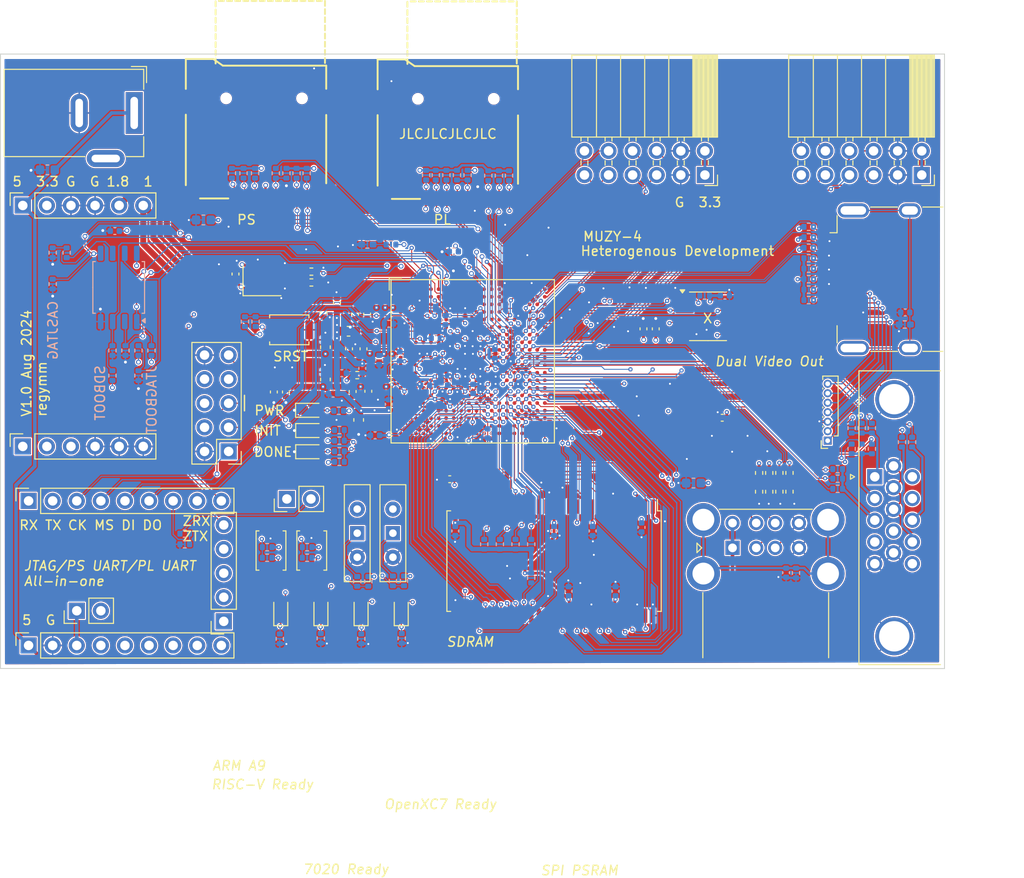
<source format=kicad_pcb>
(kicad_pcb (version 20240108) (generator "pcbnew") (generator_version "8.0")
  (layers (0 "F.Cu" signal) (1 "In1.Cu" signal) (2 "In2.Cu" signal) (31 "B.Cu" signal) (34 "B.Paste" user) (35 "F.Paste" user) (36 "B.SilkS" user "B.Silkscreen") (37 "F.SilkS" user "F.Silkscreen") (38 "B.Mask" user) (39 "F.Mask" user) (44 "Edge.Cuts" user))
  (net 0 "")
  (net 1 "GND")
  (net 2 "+3V3")
  (net 3 "Net-(DONE_LED1-A)")
  (net 4 "Net-(INIT_LED1-A)")
  (net 5 "+1V8")
  (net 6 "Net-(PWR_LED1-A)")
  (net 7 "+1V0")
  (net 8 "Net-(R9-Pad2)")
  (net 11 "Net-(LED1-K)")
  (net 12 "Net-(LED2-K)")
  (net 13 "Net-(U2A-DONE_0)")
  (net 14 "Net-(U2A-INIT_B_0)")
  (net 15 "Net-(U2A-PROGRAM_B_0)")
  (net 16 "Net-(U2F-PS_MIO40_501)")
  (net 17 "SPI_DQ0")
  (net 18 "Net-(U2E-PS_MIO6_500)")
  (net 19 "Net-(X1-OUT)")
  (net 20 "Net-(U2D-IO_L19N_T3_VREF_35)")
  (net 36 "SD0_CK")
  (net 41 "SD0_D1")
  (net 48 "PS_SRST")
  (net 50 "unconnected-(U2E-PS_MIO13_500-PadE8)")
  (net 51 "SD0_D3")
  (net 59 "SD0_CMD")
  (net 60 "PS_CLK")
  (net 62 "SD0_D0")
  (net 64 "JTAG_TDO")
  (net 71 "JTAG_TCK")
  (net 72 "SD0_D2")
  (net 73 "JTAG_TDI")
  (net 74 "JTAG_TMS")
  (net 99 "SPI_SCK")
  (net 116 "unconnected-(U2E-PS_MIO12_500-PadD9)")
  (net 129 "unconnected-(U2E-PS_MIO14_500-PadC5)")
  (net 135 "Net-(J17-Pin_1)")
  (net 139 "/C20")
  (net 141 "Net-(J9-Pin_7)")
  (net 148 "/B20")
  (net 149 "/D19")
  (net 150 "/D20")
  (net 151 "/A20")
  (net 152 "/F17")
  (net 153 "/B19")
  (net 154 "/F16")
  (net 169 "SD1_CD")
  (net 170 "+5V")
  (net 175 "SD1_D2")
  (net 176 "SD1_D3")
  (net 177 "SD1_CMD")
  (net 178 "SD1_CK")
  (net 179 "SD1_D0")
  (net 180 "SD1_D1")
  (net 185 "/LED1")
  (net 188 "/LED2")
  (net 198 "PS_POR")
  (net 199 "FPGA_RX")
  (net 200 "FPGA_TX")
  (net 201 "/RED")
  (net 203 "/GREEN")
  (net 204 "SPI_CS")
  (net 205 "/BLUE")
  (net 206 "VGA_HS")
  (net 207 "Net-(J5-Pad13)")
  (net 208 "VGA_VS")
  (net 209 "Net-(J5-Pad14)")
  (net 211 "unconnected-(U2E-PS_MIO15_500-PadC8)")
  (net 213 "/DQ0")
  (net 214 "/DQ1")
  (net 215 "/DQ2")
  (net 216 "/DQ3")
  (net 217 "/DQ4")
  (net 218 "/DQ5")
  (net 219 "/DQ6")
  (net 220 "/DQ7")
  (net 221 "/SDRAM_nWE")
  (net 222 "/SDRAM_nCAS")
  (net 223 "/SDRAM_nRAS")
  (net 224 "/SDRAM_nCS")
  (net 225 "/A13")
  (net 226 "/A14")
  (net 227 "/A10")
  (net 228 "/A0")
  (net 229 "/A1")
  (net 230 "/A2")
  (net 231 "/A3")
  (net 232 "/A4")
  (net 233 "/A5")
  (net 234 "/A6")
  (net 235 "/A7")
  (net 236 "/A8")
  (net 237 "/A9")
  (net 238 "/A11")
  (net 239 "/A12")
  (net 240 "/SDRAM_CKE")
  (net 241 "/SDRAM_CLK")
  (net 242 "/VGA_R0")
  (net 243 "/VGA_R1")
  (net 244 "/VGA_R2")
  (net 245 "/VGA_G0")
  (net 246 "/VGA_G1")
  (net 247 "/VGA_G2")
  (net 248 "/VGA_B0")
  (net 249 "/VGA_B1")
  (net 250 "/VGA_B2")
  (net 251 "PL_CLK")
  (net 252 "/DQ8")
  (net 253 "/DQ9")
  (net 254 "/DQ10")
  (net 255 "/DQ11")
  (net 256 "/DQ12")
  (net 257 "/DQ13")
  (net 258 "/DQ14")
  (net 259 "/DQ15")
  (net 260 "SPI_DQ3")
  (net 261 "SPI_DQ1")
  (net 262 "SPI_DQ2")
  (net 263 "ZYNQ_RX")
  (net 264 "Net-(C5-Pad1)")
  (net 265 "/HDMI_D1_N")
  (net 266 "/HDMI_D2_P")
  (net 267 "/HDMI_D1_P")
  (net 268 "Net-(J13-UTILITY)")
  (net 269 "Net-(J13-CEC)")
  (net 270 "/HDMI_D2_N")
  (net 271 "Net-(J13-HPD)")
  (net 272 "/HDMI_CK_N")
  (net 273 "/HDMI_D0_P")
  (net 274 "/HDMI_CK_P")
  (net 275 "/HDMI_D0_N")
  (net 276 "Net-(J13-SCL)")
  (net 277 "/HDMI_5V")
  (net 278 "Net-(LED3-K)")
  (net 279 "Net-(J13-SDA)")
  (net 280 "Net-(LED4-K)")
  (net 281 "PSRAM_CE")
  (net 282 "ZYNQ_TX")
  (net 284 "/J20")
  (net 285 "/G19")
  (net 286 "/G20")
  (net 287 "/H20")
  (net 288 "Net-(R58-Pad1)")
  (net 289 "Net-(R59-Pad1)")
  (net 290 "Net-(R61-Pad1)")
  (net 291 "Net-(R63-Pad1)")
  (net 292 "PSRAM_SCK")
  (net 293 "PSRAM_SI")
  (net 294 "PSRAM_SIO3")
  (net 295 "PSRAM_SO")
  (net 298 "Net-(J16-Pin_2)")
  (net 302 "/F19")
  (net 303 "/V15")
  (net 304 "/F20")
  (net 310 "/K16")
  (net 315 "Net-(J6-Shield)")
  (net 316 "/USB1t_DN")
  (net 317 "/USB2t_DP")
  (net 318 "/USB1t_DP")
  (net 319 "/USB2t_DN")
  (net 320 "/USB1_DP")
  (net 321 "/USB1_DN")
  (net 322 "/USB2_DP")
  (net 323 "/USB2_DN")
  (net 324 "/J16")
  (net 325 "/U14")
  (net 326 "/U17")
  (net 327 "PSRAM_SIO2")
  (footprint "Connector_PinSocket_2.54mm:PinSocket_2x06_P2.54mm_Horizontal" (layer "F.Cu") (at 148.2602 49.9734 -90)
    (property "Reference" "J10" (hide yes))
    (property "Value" "PMOD")
  )
  (footprint "LED_SMD:LED_0603_1608Metric_Pad1.05x0.95mm_HandSolder" (layer "F.Cu") (at 107.780667 95.8202 90)
    (property "Reference" "LED2" (hide yes))
    (property "Value" "LED" (hide yes))
  )
  (footprint "Capacitor_SMD:C_0603_1608Metric" (layer "F.Cu") (at 108.2548 71.5264 90)
    (property "Reference" "C44" (hide yes))
    (property "Value" "22uF" (hide yes))
  )
  (footprint "LED_SMD:LED_0603_1608Metric_Pad1.05x0.95mm_HandSolder" (layer "F.Cu") (at 106.7816 76.9112)
    (property "Reference" "INIT_LED1" (hide yes))
    (property "Value" "LED" (hide yes))
  )
  (footprint "Connector_PinHeader_2.54mm:PinHeader_1x02_P2.54mm_Vertical" (layer "F.Cu") (at 82.042 95.9104 90)
    (property "Reference" "J17" (hide yes))
    (property "Value" "Conn_01x02_Pin" (hide yes))
  )
  (footprint "Capacitor_SMD:C_0402_1005Metric" (layer "F.Cu") (at 102.8192 72.8472 -90)
    (property "Reference" "C30" (hide yes))
    (property "Value" "100nF" (hide yes))
  )
  (footprint "Resistor_SMD:R_0402_1005Metric" (layer "F.Cu") (at 153.9748 81.3796 90)
    (property "Reference" "R73" (hide yes))
    (property "Value" "22" (hide yes))
  )
  (footprint "LED_SMD:LED_0603_1608Metric_Pad1.05x0.95mm_HandSolder" (layer "F.Cu") (at 103.547334 95.8202 90)
    (property "Reference" "LED1" (hide yes))
    (property "Value" "LED" (hide yes))
  )
  (footprint "LED_SMD:LED_0603_1608Metric_Pad1.05x0.95mm_HandSolder" (layer "F.Cu") (at 116.247334 95.8202 90)
    (property "Reference" "LED4" (hide yes))
    (property "Value" "LED" (hide yes))
  )
  (footprint "Library:SDMICRO_AT" (layer "F.Cu") (at 100.838 47.1444)
    (property "Reference" "J3" (hide yes))
    (property "Value" "Micro_SD_Card_Det1" (hide yes))
  )
  (footprint "Connector_Dsub:DSUB-15-HD_Female_Horizontal_P2.29x1.98mm_EdgePinOffset3.03mm_Housed_MountingHolesOffset4.94mm" (layer "F.Cu") (at 166.168 81.788 90)
    (property "Reference" "J5" (hide yes))
    (property "Value" "VGA")
  )
  (footprint "Package_SO:SOIC-8_3.9x4.9mm_P1.27mm" (layer "F.Cu") (at 148.59 64.8716)
    (property "Reference" "U4" (hide yes))
    (property "Value" "ESP-PSRAM32 NC" (hide yes))
  )
  (footprint "Capacitor_SMD:C_0402_1005Metric" (layer "F.Cu") (at 121.3612 82.042 180)
    (property "Reference" "C19" (hide yes))
    (property "Value" "100nF" (hide yes))
  )
  (footprint "Resistor_SMD:R_0402_1005Metric" (layer "F.Cu") (at 155.0416 81.3816 90)
    (property "Reference" "R72" (hide yes))
    (property "Value" "22" (hide yes))
  )
  (footprint "Package_SO:TSOP-II-54_22.2x10.16mm_P0.8mm" (layer "F.Cu") (at 132.3594 90.6769 -90)
    (property "Reference" "U1" (hide yes))
    (property "Value" "MT48LC16M16A2P")
  )
  (footprint "Capacitor_SMD:C_0402_1005Metric" (layer "F.Cu") (at 112.268 68.298 90)
    (property "Reference" "C21" (hide yes))
    (property "Value" "100nF" (hide yes))
  )
  (footprint "Connector_PinSocket_1.00mm:PinSocket_1x07_P1.00mm_Vertical" (layer "F.Cu") (at 161.2032 77.9808 180)
    (property "Reference" "J15" (hide yes))
    (property "Value" "HDMI_PINS")
  )
  (footprint "Button_Switch_SMD:SW_Push_SPST_NO_Alps_SKRK" (layer "F.Cu") (at 102.5164 89.5604 -90)
    (property "Reference" "SW5" (hide yes))
    (property "Value" "SW_Push" (hide yes))
  )
  (footprint "Capacitor_SMD:C_0402_1005Metric" (layer "F.Cu") (at 111.125 72.799 -90)
    (property "Reference" "C24" (hide yes))
    (property "Value" "100nF" (hide yes))
  )
  (footprint "Connector_PinHeader_2.54mm:PinHeader_1x02_P2.54mm_Vertical" (layer "F.Cu") (at 104.1908 84.1248 90)
    (property "Reference" "J16" (hide yes))
    (property "Value" "Conn_01x02_Pin" (hide yes))
  )
  (footprint "Connector_PinSocket_2.54mm:PinSocket_1x09_P2.54mm_Vertical" (layer "F.Cu") (at 76.962 99.568 90)
    (property "Reference" "J8" (hide yes))
    (property "Value" "Conn_01x09_Socket" (hide yes))
  )
  (footprint "Capacitor_SMD:C_0402_1005Metric" (layer "F.Cu") (at 109.474 63.4492 90)
    (property "Reference" "C8" (hide yes))
    (property "Value" "10uF" (hide yes))
  )
  (footprint "Resistor_SMD:R_0402_1005Metric" (layer "F.Cu") (at 156.1084 83.3588 90)
    (property "Reference" "R68" (hide yes))
    (property "Value" "15K" (hide yes))
  )
  (footprint "Connector_PinSocket_2.54mm:PinSocket_1x06_P2.54mm_Vertical" (layer "F.Cu") (at 76.352 53.188 90)
    (property "Reference" "J4" (hide yes))
    (property "Value" "Conn_01x06_Socket" (hide yes))
  )
  (footprint "Capacitor_SMD:C_0603_1608Metric" (layer "F.Cu") (at 108.2548 68.1228 90)
    (property "Reference" "C43" (hide yes))
    (property "Value" "22uF" (hide yes))
  )
  (footprint "Connector_PinSocket_2.54mm:PinSocket_1x09_P2.54mm_Vertical" (layer "F.Cu") (at 76.962 84.328 90)
    (property "Reference" "J9" (hide yes))
    (property "Value" "Conn_01x09_Socket" (hide yes))
  )
  (footprint "Button_Switch_THT:SW_Slide-03_Wuerth-WS-SLTV_10x2.5x6.4_P2.54mm" (layer "F.Cu") (at 115.3668 87.7316 90)
    (property "Reference" "SW2" (hide yes))
    (property "Value" "SW_Push" (hide yes))
  )
  (footprint "Capacitor_SMD:C_0402_1005Metric" (layer "F.Cu") (at 112.649 64.643 -90)
    (property "Reference" "C35" (hide yes))
    (property "Value" "100nF" (hide yes))
  )
  (footprint "Resistor_SMD:R_0402_1005Metric" (layer "F.Cu") (at 155.0416 83.3628 90)
    (property "Reference" "R67" (hide yes))
    (property "Value" "15K" (hide yes))
  )
  (footprint "Capacitor_SMD:C_0402_1005Metric" (layer "F.Cu") (at 110.744 68.298 90)
    (property "Reference" "C15" (hide yes))
    (property "Value" "100nF" (hide yes))
  )
  (footprint "Connector_HDMI:HDMI_A_Molex_208658-1001_Horizontal" (layer "F.Cu") (at 166.428 60.96)
    (property "Reference" "J13" (hide yes))
    (property "Value" "HDMI_A")
  )
  (footprint "Connector_BarrelJack:BarrelJack_Wuerth_6941xx301002" (layer "F.Cu") (at 88.096 43.434 -90)
    (property "Reference" "J12" (hide yes))
    (property "Value" "Jack-DC" (hide yes))
  )
  (footprint "Connector_PinHeader_2.54mm:PinHeader_2x05_P2.54mm_Vertical" (layer "F.Cu") (at 98.049 79.116 180)
    (property "Reference" "J11" (hide yes))
    (property "Value" "JTAG" (hide yes))
  )
  (footprint "Button_Switch_SMD:SW_Push_SPST_NO_Alps_SKRK" (layer "F.Cu") (at 106.812 89.5604 -90)
    (property "Reference" "SW4" (hide yes))
    (property "Value" "SW_Push" (hide yes))
  )
  (footprint "Library:SDMICRO_AT" (layer "F.Cu") (at 121.0564 47.1932)
    (property "Reference" "J1" (hide yes))
    (property "Value" "Micro_SD_Card_Det1" (hide yes))
  )
  (footprint "Resistor_SMD:R_0402_1005Metric" (layer "F.Cu") (at 156.1084 81.3776 90)
    (property "Reference" "R71" (hide yes))
    (property "Value" "22" (hide yes))
  )
  (footprint "Capacitor_SMD:C_0402_1005Metric" (layer "F.Cu") (at 108.0516 64.4652 -90)
    (property "Reference" "C23" (hide yes))
    (property "Value" "100nF" (hide yes))
  )
  (footprint "Crystal:Crystal_SMD_3225-4Pin_3.2x2.5mm" (layer "F.Cu") (at 101.5668 61.048)
    (property "Reference" "X1" (hide yes))
    (property "Value" "33.3MHz" (hide yes))
  )
  (footprint "LED_SMD:LED_0603_1608Metric_Pad1.05x0.95mm_HandSolder" (layer "F.Cu") (at 106.7816 79.1464)
    (property "Reference" "DONE_LED1" (hide yes))
    (property "Value" "LED" (hide yes))
  )
  (footprint "Capacitor_SMD:C_0402_1005Metric" (layer "F.Cu") (at 104.0892 72.8472 -90)
    (property "Reference" "C33" (hide yes))
    (property "Value" "100nF" (hide yes))
  )
  (footprint "Button_Switch_SMD:SW_Push_SPST_NO_Alps_SKRK" (layer "F.Cu") (at 104.4448 66.294)
    (property "Reference" "SW3" (hide yes))
    (property "Value" "SW_Push" (hide yes))
  )
  (footprint "Resistor_SMD:R_0402_1005Metric" (layer "F.Cu") (at 157.1752 83.3588 90)
    (property "Reference" "R69" (hide yes))
    (property "Value" "15K" (hide yes))
  )
  (footprint "Capacitor_SMD:C_0402_1005Metric" (layer "F.Cu") (at 150.086 75.565 180)
    (property "Reference" "C40" (hide yes))
    (property "Value" "100nF" (hide yes))
  )
  (footprint "Capacitor_SMD:C_0402_1005Metric" (layer "F.Cu") (at 141.7828 66.1924 90)
    (property "Reference" "C37" (hide yes))
    (property "Value" "100nF" (hide yes))
  )
  (footprint "Resistor_SMD:R_0402_1005Metric" (layer "F.Cu") (at 106.7738 60.159)
    (property "Reference" "R43" (hide yes))
    (property "Value" "22nR" (hide yes))
  )
  (footprint "Connector_PinSocket_2.54mm:PinSocket_2x06_P2.54mm_Horizontal" (layer "F.Cu") (at 171.1202 49.9734 -90)
    (property "Reference" "J2" (hide yes))
    (property "Value" "PMOD")
  )
  (footprint "Capacitor_SMD:C_0402_1005Metric" (layer "F.Cu") (at 111.379 64.643 -90)
    (property "Reference" "C32" (hide yes))
    (property "Value" "100nF" (hide yes))
  )
  (footprint "Resistor_SMD:R_0402_1005Metric" (layer "F.Cu") (at 111.6076 71.0692)
    (property "Reference" "R5" (hide yes))
    (property "Value" "4.7nK" (hide yes))
  )
  (footprint "Capacitor_SMD:C_0603_1608Metric" (layer "F.Cu") (at 110.6932 66.4464)
    (property "Reference" "C45" (hide yes))
    (property "Value" "22uF" (hide yes))
  )
  (footprint "Resistor_SMD:R_0402_1005Metric" (layer "F.Cu") (at 157.1752 81.3776 90)
    (property "Reference" "R70" (hide yes))
    (property "Value" "22" (hide yes))
  )
  (footprint "LED_SMD:LED_0603_1608Metric_Pad1.05x0.95mm_HandSolder" (layer "F.Cu") (at 112.014 95.8202 90)
    (property "Reference" "LED3" (hide yes))
    (property "Value" "LED" (hide yes))
  )
  (footprint "Connector_USB:USB_A_CUI_UJ2-ADH-TH_Horizontal_Stacked" (layer "F.Cu") (at 151.17 89.281 90)
    (property "Reference" "J6" (hide yes))
    (property "Value" "USB_A_Stacked")
  )
  (footprint "Resistor_SMD:R_0402_1005Metric" (layer "F.Cu") (at 153.9748 83.3628 90)
    (property "Reference" "R66" (hide yes))
    (property "Value" "15K" (hide yes))
  )
  (footprint "LED_SMD:LED_0603_1608Metric_Pad1.05x0.95mm_HandSolder" (layer "F.Cu") (at 106.7702 74.7776)
    (property "Reference" "PWR_LED1" (hide yes))
    (property "Value" "LED" (hide yes))
  )
  (footprint "Connector_PinSocket_2.54mm:PinSocket_1x06_P2.54mm_Vertical" (layer "F.Cu") (at 76.352 78.588 90)
    (property "Reference" "J7" (hide yes))
    (property "Value" "Conn_01x06_Socket" (hide yes))
  )
  (footprint "Capacitor_SMD:C_0603_1608Metric" (layer "F.Cu") (at 111.76 75.7936 -90)
    (property "Reference" "C46" (hide yes))
    (property "Value" "22uF" (hide yes))
  )
  (footprint "Button_Switch_THT:SW_Slide-03_Wuerth-WS-SLTV_10x2.5x6.4_P2.54mm" (layer "F.Cu") (at 111.6076 87.7316 90)
    (property "Reference" "SW1" (hide yes))
    (property "Value" "SW_Push" (hide yes))
  )
  (footprint "Resistor_SMD:R_0402_1005Metric" (layer "F.Cu") (at 106.7738 61.302)
    (property "Reference" "R37" (hide yes))
    (property "Value" "22nR" (hide yes))
  )
  (footprint "Connector_PinSocket_2.54mm:PinSocket_1x05_P2.54mm_Vertical" (layer "F.Cu") (at 97.536 97.028 180)
    (property "Reference" "J14" (hide yes))
    (property "Value" "Conn_01x05_Socket" (hide yes))
  )
  (footprint "zynq:Xilinx_CLG400_NoPaste_JLC_Package_Delay" (layer "F.Cu") (at 123.7837 69.6116)
    (property "Reference" "U2" (hide yes))
    (property "Value" "xc7z010clg400")
  )
  (footprint "Capacitor_SMD:C_0402_1005Metric" (layer "F.Cu") (at 112.776 72.771 -90)
    (property "Reference" "C39" (hide yes))
    (property "Value" "100nF" (hide yes))
  )
  (footprint "Capacitor_SMD:C_0402_1005Metric" (layer "F.Cu") (at 98.7728 60.413 90)
    (property "Reference" "C22" (hide yes))
    (property "Value" "100nF" (hide yes))
  )
  (footprint "Capacitor_SMD:C_0402_1005Metric" (layer "F.Cu") (at 143.0782 66.1924 90)
    (property "Reference" "C2" (hide yes))
    (property "Value" "10uF" (hide yes))
  )
  (footprint "Capacitor_SMD:C_0402_1005Metric" (layer "B.Cu") (at 133.8834 93.8519 90)
    (property "Reference" "C12" (hide yes))
    (property "Value" "100nF" (hide yes))
  )
  (footprint "Resistor_SMD:R_0402_1005Metric" (layer "B.Cu") (at 159.2052 60.95274 180)
    (property "Reference" "R77" (hide yes))
    (property "Value" "50R" (hide yes))
  )
  (footprint "Resistor_SMD:R_0402_1005Metric" (layer "B.Cu") (at 105.2068 49.784 -90)
    (property "Reference" "R19" (hide yes))
    (property "Value" "10K" (hide yes))
  )
  (footprint "Resistor_SMD:R_0402_1005Metric" (layer "B.Cu") (at 107.763734 98.8174 -90)
    (property "Reference" "R35" (hide yes))
    (property "Value" "330nR" (hide yes))
  )
  (footprint "Resistor_SMD:R_0402_1005Metric" (layer "B.Cu") (at 163.7284 78.8436 90)
    (property "Reference" "R29" (hide yes))
    (property "Value" "2K" (hide yes))
  )
  (footprint "Resistor_SMD:R_0402_1005Metric" (layer "B.Cu") (at 159.2052 63.158915 180)
    (property "Reference" "R79" (hide yes))
    (property "Value" "50R" (hide yes))
  )
  (footprint "Resistor_SMD:R_0402_1005Metric" (layer "B.Cu") (at 129.9464 92.4549 90)
    (property "Reference" "R8" (hide yes))
    (property "Value" "4.7nK" (hide yes))
  )
  (footprint "Resistor_SMD:R_0402_1005Metric" (layer "B.Cu") (at 129.9464 88.8989 -90)
    (property "Reference" "R41" (hide yes))
    (property "Value" "4.7nK" (hide yes))
  )
  (footprint "Capacitor_SMD:C_0402_1005Metric" (layer "B.Cu") (at 114.935 74.14 90)
    (property "Reference" "C26" (hide yes))
    (property "Value" "100nF" (hide yes))
  )
  (footprint "Resistor_SMD:R_0402_1005Metric" (layer "B.Cu") (at 100.838 49.784 -90)
    (property "Reference" "R17" (hide yes))
    (property "Value" "10K" (hide yes))
  )
  (footprint "Resistor_SMD:R_0402_1005Metric" (layer "B.Cu") (at 80.9752 58.166 -90)
    (property "Reference" "R52" (hide yes))
    (property "Value" "22nR" (hide yes))
  )
  (footprint "Resistor_SMD:R_0402_1005Metric" (layer "B.Cu") (at 126.5428 50.038 -90)
    (property "Reference" "R24" (hide yes))
    (property "Value" "100K" (hide yes))
  )
  (footprint "Resistor_SMD:R_0402_1005Metric" (layer "B.Cu") (at 88.5444 71.12 90)
    (property "Reference" "R56_JTAGBOOT1" (hide yes))
    (property "Value" "NC")
  )
  (footprint "Resistor_SMD:R_0402_1005Metric" (layer "B.Cu") (at 170.104 78.1324 -90)
    (property "Reference" "R38" (hide yes))
    (property "Value" "100" (hide yes))
  )
  (footprint "Resistor_SMD:R_0402_1005Metric" (layer "B.Cu") (at 159.2052 58.74657 180)
    (property "Reference" "R75" (hide yes))
    (property "Value" "50R" (hide yes))
  )
  (footprint "Resistor_SMD:R_0402_1005Metric" (layer "B.Cu") (at 162.2552 80.9752 180)
    (property "Reference" "R34" (hide yes))
    (property "Value" "510" (hide yes))
  )
  (footprint "Resistor_SMD:R_0402_1005Metric" (layer "B.Cu") (at 99.7712 65.4304 -90)
    (property "Reference" "R7" (hide yes))
    (property "Value" "4.7nK" (hide yes))
  )
  (footprint "Resistor_SMD:R_0402_1005Metric_Pad0.72x0.64mm_HandSolder" (layer "B.Cu") (at 169.3285 65.7352)
    (property "Reference" "R60" (hide yes))
    (property "Value" "1M" (hide yes))
  )
  (footprint "Resistor_SMD:R_0402_1005Metric" (layer "B.Cu") (at 119.888 49.9872 -90)
    (property "Reference" "R49" (hide yes))
    (property "Value" "100K" (hide yes))
  )
  (footprint "Resistor_SMD:R_0402_1005Metric" (layer "B.Cu") (at 88.5444 68.4784 90)
    (property "Reference" "R53" (hide yes))
    (property "Value" "10K" (hide yes))
  )
  (footprint "Resistor_SMD:R_0402_1005Metric" (layer "B.Cu") (at 165.862 78.8456 90)
    (property "Reference" "R31" (hide yes))
    (property "Value" "510" (hide yes))
  )
  (footprint "Resistor_SMD:R_0402_1005Metric" (layer "B.Cu") (at 159.2052 55.437315 180)
    (property "Reference" "R56" (hide yes))
    (property "Value" "50R" (hide yes))
  )
  (footprint "Resistor_SMD:R_0402_1005Metric" (layer "B.Cu") (at 109.73 79.0956)
    (property "Reference" "R1" (hide yes))
    (property "Value" "330nR" (hide yes))
  )
  (footprint "Resistor_SMD:R_0402_1005Metric" (layer "B.Cu") (at 106.3244 90.3224 180)
    (property "Reference" "R61" (hide yes))
    (property "Value" "22nR" (hide yes))
  )
  (footprint "Resistor_SMD:R_0402_1005Metric" (layer "B.Cu") (at 103.0224 49.786 90)
    (property "Reference" "R6" (hide yes))
    (property "Value" "22nR" (hide yes))
  )
  (footprint "Resistor_SMD:R_0402_1005Metric" (layer "B.Cu") (at 159.2052 62.055825 180)
    (property "Reference" "R78" (hide yes))
    (property "Value" "50R" (hide yes))
  )
  (footprint "Resistor_SMD:R_0402_1005Metric" (layer "B.Cu") (at 121.0056 49.9872 -90)
    (property "Reference" "R21" (hide yes))
    (property "Value" "100K" (hide yes))
  )
  (footprint "Capacitor_SMD:C_0402_1005Metric" (layer "B.Cu") (at 169.3793 64.4652 180)
    (property "Reference" "C5" (hide yes))
    (property "Value" "1nF" (hide yes))
  )
  (footprint "Resistor_SMD:R_0402_1005Metric" (layer "B.Cu") (at 159.2052 57.643485 180)
    (property "Reference" "R74" (hide yes))
    (property "Value" "50R" (hide yes))
  )
  (footprint "Resistor_SMD:R_0402_1005Metric" (layer "B.Cu") (at 164.7952 78.8436 90)
    (property "Reference" "R30" (hide yes))
    (property "Value" "1K" (hide yes))
  )
  (footprint "Capacitor_SMD:C_0402_1005Metric" (layer "B.Cu") (at 125.349 77.216 -90)
    (property "Reference" "C16" (hide yes))
    (property "Value" "100nF")
  )
  (footprint "Resistor_SMD:R_0402_1005Metric" (layer "B.Cu") (at 127.6096 50.038 -90)
    (property "Reference" "R48" (hide yes))
    (property "Value" "100K" (hide yes))
  )
  (footprint "Resistor_SMD:R_0402_1005Metric_Pad0.72x0.64mm_HandSolder" (layer "B.Cu") (at 112.6744 57.3024)
    (property "Reference" "R12" (hide yes))
    (property "Value" "NC" (hide yes))
  )
  (footprint "Capacitor_SMD:C_0402_1005Metric" (layer "B.Cu") (at 121.158 71.628 90)
    (property "Reference" "C38" (hide yes))
    (property "Value" "100nF")
  )
  (footprint "Resistor_SMD:R_0402_1005Metric" (layer "B.Cu") (at 123.2408 49.9872 90)
    (property "Reference" "R44" (hide yes))
    (property "Value" "22nR" (hide yes))
  )
  (footprint "Resistor_SMD:R_0402_1005Metric" (layer "B.Cu") (at 106.2736 49.784 -90)
    (property "Reference" "R20" (hide yes))
    (property "Value" "10K" (hide yes))
  )
  (footprint "Capacitor_SMD:C_0402_1005Metric" (layer "B.Cu") (at 109.065 73.025 180)
    (property "Reference" "C41" (hide yes))
    (property "Value" "100nF" (hide yes))
  )
  (footprint "Capacitor_SMD:C_0402_1005Metric" (layer "B.Cu") (at 109.982 70.866)
    (property "Reference" "C29" (hide yes))
    (property "Value" "100nF" (hide yes))
  )
  (footprint "Resistor_SMD:R_0402_1005Metric" (layer "B.Cu") (at 124.9934 88.8989 -90)
    (property "Reference" "R42" (hide yes))
    (property "Value" "4.7nK" (hide yes))
  )
  (footprint "Capacitor_SMD:C_0402_1005Metric" (layer "B.Cu") (at 118.773 72.136 180)
    (property "Reference" "C28" (hide yes))
    (property "Value" "100nF")
  )
  (footprint "Capacitor_SMD:C_0402_1005Metric" (layer "B.Cu") (at 113.4872 77.4192 180)
    (property "Reference" "C31" (hide yes))
    (property "Value" "100nF" (hide yes))
  )
  (footprint "Capacitor_SMD:C_0402_1005Metric" (layer "B.Cu") (at 86.0552 55.88 180)
    (property "Reference" "C3" (hide yes))
    (property "Value" "100nF" (hide yes))
  )
  (footprint "Capacitor_SMD:C_0603_1608Metric" (layer "B.Cu") (at 78.9432 49.4284 180)
    (property "Reference" "C7" (hide yes))
    (property "Value" "22uF" (hide yes))
  )
  (footprint "Capacitor_SMD:C_0402_1005Metric" (layer "B.Cu") (at 121.9454 87.5019 -90)
    (property "Reference" "C13" (hide yes))
    (property "Value" "100nF" (hide yes))
  )
  (footprint "Resistor_SMD:R_0402_1005Metric" (layer "B.Cu") (at 89.916 68.4784 90)
    (property "Reference" "R51" (hide yes))
    (property "Value" "10K" (hide yes))
  )
  (footprint "Resistor_SMD:R_0402_1005Metric" (layer "B.Cu") (at 79.502 61.47 90)
    (property "Reference" "R9_CASJTAG1" (hide yes))
    (property "Value" "10K" (hide yes))
  )
  (footprint "Resistor_SMD:R_0402_1005Metric" (layer "B.Cu") (at 87.1728 68.4784 90)
    (property "Reference" "R54" (hide yes))
    (property "Value" "10K" (hide yes))
  )
  (footprint "Capacitor_SMD:C_0402_1005Metric" (layer "B.Cu") (at 113.919 69.469 -90)
    (property "Reference" "C27" (hide yes))
    (property "Value" "100nF" (hide yes))
  )
  (footprint "Resistor_SMD:R_0402_1005Metric" (layer "B.Cu") (at 109.728 77.978)
    (property "Reference" "R4" (hide yes))
    (property "Value" "4.7nK" (hide yes))
  )
  (footprint "Resistor_SMD:R_0402_1005Metric" (layer "B.Cu") (at 111.6076 92.8116 -90)
    (property "Reference" "R58" (hide yes))
    (property "Value" "22nR" (hide yes))
  )
  (footprint "Capacitor_SMD:C_0402_1005Metric" (layer "B.Cu") (at 150.368 62.6872)
    (property "Reference" "C4" (hide yes))
    (property "Value" "100nF" (hide yes))
  )
  (footprint "Resistor_SMD:R_0402_1005Metric" (layer "B.Cu") (at 99.6188 49.784 -90)
    (property "Reference" "R16" (hide yes))
    (property "Value" "10K" (hide yes))
  )
  (footprint "Capacitor_SMD:C_0402_1005Metric" (layer "B.Cu") (at 141.5796 87.122 -90)
    (property "Reference" "C11" (hide yes))
    (property "Value" "100nF" (hide yes))
  )
  (footprint "Resistor_SMD:R_0402_1005Metric" (layer "B.Cu") (at 100.8888 65.4304 -90)
    (property "Reference" "R9" (hide yes))
    (property "Value" "22nR" (hide yes))
  )
  (footprint "Resistor_SMD:R_0402_1005Metric" (layer "B.Cu") (at 169.0372 78.1324 -90)
    (property "Reference" "R25" (hide yes))
    (property "Value" "100" (hide yes))
  )
  (footprint "Resistor_SMD:R_0402_1005Metric" (layer "B.Cu") (at 112.030934 98.8682 -90)
    (property "Reference" "R45" (hide yes))
    (property "Value" "330nR" (hide yes))
  )
  (footprint "Resistor_SMD:R_0402_1005Metric" (layer "B.Cu") (at 157.861 91.9282 90)
    (property "Reference" "R65" (hide yes))
    (property "Value" "1M" (hide yes))
  )
  (footprint "Resistor_SMD:R_0402_1005Metric" (layer "B.Cu") (at 112.776 92.8116 90)
    (property "Reference" "R46" (hide yes))
    (property "Value" "10nK" (hide yes))
  )
  (footprint "Resistor_SMD:R_0402_1005Metric" (layer "B.Cu") (at 165.862 76.6572 90)
    (property "Reference" "R28" (hide yes))
    (property "Value" "2K" (hide yes))
  )
  (footprint "Capacitor_SMD:C_0603_1608Metric" (layer "B.Cu") (at 147.053 82.4484 180)
    (property "Reference" "C48" (hide yes))
    (property "Value" "22uF" (hide yes))
  )
  (footprint "Resistor_SMD:R_0402_1005Metric" (layer "B.Cu") (at 102.11 89.2048)
    (property "Reference" "R64" (hide yes))
    (property "Value" "10nK" (hide yes))
  )
  (footprint "Resistor_SMD:R_0402_1005Metric" (layer "B.Cu") (at 118.872 49.9872 -90)
    (property "Reference" "R50" (hide yes))
    (property "Value" "100K" (hide yes))
  )
  (footprint "Resistor_SMD:R_0402_1005Metric" (layer "B.Cu") (at 162.2552 81.9912 180)
    (property "Reference" "R33" (hide yes))
    (property "Value" "1K" (hide yes))
  )
  (footprint "Resistor_SMD:R_0402_1005Metric" (layer "B.Cu") (at 162.2552 83.058 180)
    (property "Reference" "R32" (hide yes))
    (property "Value" "2K" (hide yes))
  )
  (footprint "Resistor_SMD:R_0402_1005Metric" (layer "B.Cu") (at 125.4252 50.038 -90)
    (property "Reference" "R23" (hide yes))
    (property "Value" "100K" (hide yes))
  )
  (footprint "Resistor_SMD:R_0402_1005Metric" (layer "B.Cu") (at 116.5352 92.7608 90)
    (property "Reference" "R47" (hide yes))
    (property "Value" "10nK" (hide yes))
  )
  (footprint "Capacitor_SMD:C_0402_1005Metric" (layer "B.Cu") (at 114.935 65.659)
    (property "Reference" "C36" (hide yes))
    (property "Value" "100nF")
  )
  (footprint "Resistor_SMD:R_0402_1005Metric" (layer "B.Cu") (at 79.502 58.166 90)
    (property "Reference" "R11_PLL1" (hide yes))
    (property "Value" "10K" (hide yes))
  )
  (footprint "Resistor_SMD:R_0402_1005Metric" (layer "B.Cu") (at 109.728 76.8604)
    (property "Reference" "R3" (hide yes))
    (property "Value" "330nR" (hide yes))
  )
  (footprint "Resistor_SMD:R_0402_1005Metric" (layer "B.Cu") (at 93.4232 87.7824 180)
    (property "Reference" "R80" (hide yes))
    (property "Value" "4.7nK" (hide yes))
  )
  (footprint "Capacitor_SMD:C_0402_1005Metric" (layer "B.Cu") (at 138.8364 93.8519 90)
    (property "Reference" "C9" (hide yes))
    (property "Value" "100nF" (hide yes))
  )
  (footprint "Capacitor_SMD:C_0402_1005Metric" (layer "B.Cu") (at 120.904 65.278 -90)
    (property "Reference" "C25" (hide yes))
    (property "Value" "100nF")
  )
  (footprint "Package_SO:SOIC-8_5.23x5.23mm_P1.27mm" (layer "B.Cu") (at 86.4616 61.8236 90)
    (property "Reference" "U3" (hide yes))
    (property "Value" "W25Q128JVS")
  )
  (footprint "Resistor_SMD:R_0402_1005Metric" (layer "B.Cu") (at 159.2052 59.849655 180)
    (property "Reference" "R76" (hide yes))
    (property "Value" "50R" (hide yes))
  )
  (footprint "Capacitor_SMD:C_0402_1005Metric" (layer "B.Cu") (at 116.078 69.088 90)
    (property "Reference" "C20" (hide yes))
    (property "Value" "100nF" (hide yes))
  )
  (footprint "Resistor_SMD:R_0402_1005Metric" (layer "B.Cu") (at 115.3668 92.7608 -90)
    (property "Reference" "R59" (hide yes))
    (property "Value" "22nR" (hide yes))
  )
  (footprint "Resistor_SMD:R_0402_1005Metric" (layer "B.Cu") (at 159.2052 56.5404 180)
    (property "Reference" "R57" (hide yes))
    (property "Value" "50R" (hide yes))
  )
  (footprint "Resistor_SMD:R_0402_1005Metric" (layer "B.Cu") (at 106.3244 89.2048)
    (property "Reference" "R62" (hide yes))
    (property "Value" "10nK" (hide yes))
  )
  (footprint "Resistor_SMD:R_0402_1005Metric" (layer "B.Cu") (at 164.7952 76.6572 90)
    (property "Reference" "R27" (hide yes))
    (property "Value" "1K" (hide yes))
  )
  (footprint "Resistor_SMD:R_0402_1005Metric" (layer "B.Cu") (at 128.2954 88.8989 -90)
    (property "Reference" "R40" (hide yes))
    (property "Value" "4.7nK" (hide yes))
  )
  (footprint "Capacitor_SMD:C_0402_1005Metric" (layer "B.Cu") (at 136.4234 87.5019 -90)
    (property "Reference" "C10" (hide yes))
    (property "Value" "100nF" (hide yes))
  )
  (footprint "Resistor_SMD:R_0402_1005Metric" (layer "B.Cu") (at 115.1636 57.3024)
    (property "Reference" "R13" (hide yes))
    (property "Value" "1M" (hide yes))
  )
  (footprint "Resistor_SMD:R_0402_1005Metric" (layer "B.Cu") (at 116.298134 98.8174 -90)
    (property "Reference" "R39" (hide yes))
    (property "Value" "330nR" (hide yes))
  )
  (footprint "Capacitor_SMD:C_0402_1005Metric" (layer "B.Cu") (at 132.3594 87.5019 -90)
    (property "Reference" "C14" (hide yes))
    (property "Value" "100nF" (hide yes))
  )
  (footprint "Resistor_SMD:R_0402_1005Metric" (layer "B.Cu") (at 98.3996 49.784 -90)
    (property "Reference" "R15" (hide yes))
    (property "Value" "10K" (hide yes))
  )
  (footprint "Resistor_SMD:R_0402_1005Metric" (layer "B.Cu") (at 122.1232 49.9872 -90)
    (property "Reference" "R22" (hide yes))
    (property "Value" "100K NC" (hide yes))
  )
  (footprint "Capacitor_SMD:C_0402_1005Metric" (layer "B.Cu") (at 119.888 67.183 180)
    (property "Reference" "C1" (hide yes))
    (property "Value" "10uF")
  )
  (footprint "Resistor_SMD:R_0402_1005Metric" (layer "B.Cu") (at 109.6564 74.8284)
    (property "Reference" "R14" (hide yes))
    (property "Value" "330nR" (hide yes))
  )
  (footprint "Capacitor_SMD:C_0402_1005Metric" (layer "B.Cu") (at 121.793 58.039 180)
    (property "Reference" "C34" (hide yes))
    (property "Value" "100nF")
  )
  (footprint "Resistor_SMD:R_0402_1005Metric" (layer "B.Cu") (at 104.14 49.784 -90)
    (property "Reference" "R18" (hide yes))
    (property "Value" "10K" (hide yes))
  )
  (footprint "Resistor_SMD:R_0402_1005Metric" (layer "B.Cu") (at 148.2344 62.6872)
    (property "Reference" "R11" (hide yes))
    (property "Value" "10K" (hide yes))
  )
  (footprint "Resistor_SMD:R_0402_1005Metric" (layer "B.Cu") (at 102.11 90.3224 180)
    (property "Reference" "R63" (hide yes))
    (property "Value" "22nR" (hide yes))
  )
  (footprint "Capacitor_SMD:C_0402_1005Metric" (layer "B.Cu") (at 156.8196 91.8972 -90)
    (property "Reference" "C6" (hide yes))
    (property "Value" "1nF" (hide yes))
  )
  (footprint "Resistor_SMD:R_0402_1005Metric" (layer "B.Cu") (at 103.445734 98.8682 -90)
    (property "Reference" "R36" (hide yes))
    (property "Value" "330nR" (hide yes))
  )
  (footprint "Capacitor_SMD:C_0402_1005Metric" (layer "B.Cu") (at 126.111 68.834 -90)
    (property "Reference" "C42" (hide yes))
    (property "Value" "100nF")
  )
  (footprint "Resistor_SMD:R_0402_1005Metric" (layer "B.Cu") (at 85.8012 68.4784 90)
    (property "Reference" "R55" (hide yes))
    (property "Value" "10K" (hide yes))
  )
  (footprint "Capacitor_SMD:C_0402_1005Metric" (layer "B.Cu") (at 112.141 70.358 -90)
    (property "Reference" "C17" (hide yes))
    (property "Value" "100nF" (hide yes))
  )
  (footprint "Resistor_SMD:R_0402_1005Metric" (layer "B.Cu") (at 93.4252 88.9)
    (property "Reference" "R81" (hide yes))
    (property "Value" "100K" (hide yes))
  )
  (footprint "Resistor_SMD:R_0402_1005Metric" (layer "B.Cu") (at 85.8012 71.12 90)
    (property "Reference" "R56_SDBOOT1" (hide yes))
    (property "Value" "NC")
  )
  (footprint "Resistor_SMD:R_0402_1005Metric" (layer "B.Cu") (at 109.7281 80.2132)
    (property "Reference" "R2" (hide yes))
    (property "Value" "4.7nK" (hide yes))
  )
  (footprint "Capacitor_SMD:C_0402_1005Metric" (layer "B.Cu") (at 123.825 72.517 90)
    (property "Reference" "C18" (hide yes))
    (property "Value" "100nF")
  )
  (footprint "Resistor_SMD:R_0402_1005Metric" (layer "B.Cu") (at 126.6444 88.8989 -90)
    (property "Reference" "R10" (hide yes))
    (property "Value" "4.7nK" (hide yes))
  )
  (footprint "Resistor_SMD:R_0402_1005Metric" (layer "B.Cu") (at 163.7284 76.6572 90)
    (property "Reference" "R26" (hide yes))
    (property "Value" "510" (hide yes))
  )
  (footprint "Capacitor_SMD:C_0603_1608Metric" (layer "B.Cu") (at 95.3894 54.7116 180)
    (property "Reference" "C47" (hide yes))
    (property "Value" "22uF" (hide yes))
  )
  (gr_line (start 99.7204 73.2028) (end 99.7204 74.8284) (stroke (width 0.15)) (layer "F.SilkS"))
  (gr_line (start 73.9984 37.2237) (end 173.5156 37.2237) (stroke (width 0.1)) (layer "Edge.Cuts"))
  (gr_line (start 173.5156 102.0064) (end 173.5156 37.2237) (stroke (width 0.1)) (layer "Edge.Cuts"))
  (gr_line (start 73.9984 101.9937) (end 173.5156 102.0064) (stroke (width 0.1)) (layer "Edge.Cuts"))
  (gr_line (start 73.9984 101.9937) (end 73.9984 37.2237) (stroke (width 0.1)) (layer "Edge.Cuts"))
  (gr_text "SDBOOT" (at 85.09 69.9516 90) (layer "B.SilkS") (effects (font (size 1 1)) (justify left bottom mirror)))
  (gr_text "CASJTAG" (at 80.1116 63.1444 90) (layer "B.SilkS") (effects (font (size 1 1)) (justify left bottom mirror)))
  (gr_text "JTAGBOOT" (at 90.5256 69.9516 90) (layer "B.SilkS") (effects (font (size 1 1)) (justify left bottom mirror)))
  (gr_text "JTAG/PS UART/PL UART\nAll-in-one" (at 76.4032 93.3704 0) (layer "F.SilkS") (effects (font (size 1 1) (thickness 0.15) (italic yes)) (justify left bottom)))
  (gr_text "RISC-V Ready" (at 96.1644 114.808 0) (layer "F.SilkS") (effects (font (size 1 1) (thickness 0.15) (italic yes)) (justify left bottom)))
  (gr_text "RX TX" (at 75.8952 87.4776 0) (layer "F.SilkS") (effects (font (size 1 1)) (justify left bottom)))
  (gr_text "G  3.3" (at 144.9832 53.4416 0) (layer "F.SilkS") (effects (font (size 1 1)) (justify left bottom)))
  (gr_text "OpenXC7 Ready" (at 114.3762 116.8908 0) (layer "F.SilkS") (effects (font (size 1 1) (thickness 0.15) (italic yes)) (justify left bottom)))
  (gr_text "ZRX\nZTX\n" (at 93.1164 88.646 0) (layer "F.SilkS") (effects (font (size 1 1)) (justify left bottom)))
  (gr_text "ARM A9" (at 96.266 112.8268 0) (layer "F.SilkS") (effects (font (size 1 1) (thickness 0.15) (italic yes)) (justify left bottom)))
  (gr_text "5  3.3 G  G 1.8  1" (at 75.184 51.2572 0) (layer "F.SilkS") (effects (font (size 1 1)) (justify left bottom)))
  (gr_text "INIT" (at 100.6856 77.5208 0) (layer "F.SilkS") (effects (font (size 1 1)) (justify left bottom)))
  (gr_text "DONE" (at 100.6348 79.756 0) (layer "F.SilkS") (effects (font (size 1 1)) (justify left bottom)))
  (gr_text "PS" (at 98.8568 55.2704 0) (layer "F.SilkS") (effects (font (size 1 1)) (justify left bottom)))
  (gr_text "PWR" (at 100.6856 75.3872 0) (layer "F.SilkS") (effects (font (size 1 1)) (justify left bottom)))
  (gr_text "Dual Video Out" (at 149.2504 70.2056 0) (layer "F.SilkS") (effects (font (size 1 1) (thickness 0.15) (italic yes)) (justify left bottom)))
  (gr_text "X" (at 147.9804 65.6844 0) (layer "F.SilkS") (effects (font (size 1 1)) (justify left bottom)))
  (gr_text "JLCJLCJLCJLC" (at 115.9256 46.228 0) (layer "F.SilkS") (effects (font (size 1 1)) (justify left bottom)))
  (gr_text "7020 Ready" (at 105.8164 123.7488 0) (layer "F.SilkS") (effects (font (size 1 1) (thickness 0.15) (italic yes)) (justify left bottom)))
  (gr_text "V1.0 Aug 2024\nregymm" (at 78.9432 75.5396 90) (layer "F.SilkS") (effects (font (size 1 1)) (justify left bottom)))
  (gr_text "PL" (at 119.5832 55.2704 0) (layer "F.SilkS") (effects (font (size 1 1)) (justify left bottom)))
  (gr_text "Heterogenous Development" (at 135.0772 58.5724 0) (layer "F.SilkS") (effects (font (size 1 1)) (justify left bottom)))
  (gr_text "SRST" (at 102.6668 69.6976 0) (layer "F.SilkS") (effects (font (size 1 1)) (justify left bottom)))
  (gr_text "MUZY-4" (at 135.3312 57.0484 0) (layer "F.SilkS") (effects (font (size 1 1)) (justify left bottom)))
  (gr_text "SPI PSRAM" (at 130.8862 123.8758 0) (layer "F.SilkS") (effects (font (size 1 1) (thickness 0.15) (italic yes)) (justify left bottom)))
  (gr_text "5  G" (at 76.2 97.4852 0) (layer "F.SilkS") (effects (font (size 1 1)) (justify left bottom)))
  (gr_text "CK MS DI DO" (at 81.026 87.4776 0) (layer "F.SilkS") (effects (font (size 1 1)) (justify left bottom)))
  (gr_text "SDRAM" (at 120.9548 99.7712 0) (layer "F.SilkS") (effects (font (size 1 1) (thickness 0.15) (italic yes)) (justify left bottom)))
  (segment (start 124.1837 72.4116) (end 124.603 72.8309) (width 0.127) (layer "F.Cu") (net 1))
  (segment (start 121.7837 64.4116) (end 121.779457 64.4116) (width 0.127) (layer "F.Cu") (net 1))
  (segment (start 130.9617 67.2336) (end 133.1213 67.2336) (width 0.127) (layer "F.Cu") (net 1))
  (segment (start 161.3408 58.4708) (end 163.1322 58.4708) (width 0.3048) (layer "F.Cu") (net 1))
  (segment (start 130.5837 67.6116) (end 130.9617 67.2336) (width 0.127) (layer "F.Cu") (net 1))
  (segment (start 108.2548 70.7514) (end 108.2548 70.0532) (width 0.3048) (layer "F.Cu") (net 1))
  (segment (start 128.9837 64.4116) (end 128.981333 64.4116) (width 0.127) (layer "F.Cu") (net 1))
  (segment (start 106.243008 62.191) (end 105.6308 61.578792) (width 0.3048) (layer "F.Cu") (net 1))
  (segment (start 120.9837 66.0116) (end 120.980908 66.0116) (width 0.127) (layer "F.Cu") (net 1))
  (segment (start 120.015 82.0928) (end 120.8304 82.0928) (width 0.3048) (layer "F.Cu") (net 1))
  (segment (start 121.7837 68.4116) (end 121.3898 68.0177) (width 0.127) (layer "F.Cu") (net 1))
  (segment (start 119.289917 64.4116) (end 118.5837 63.705383) (width 0.127) (layer "F.Cu") (net 1))
  (segment (start 133.9594 83.6409) (end 133.2484 82.9299) (width 0.3048) (layer "F.Cu") (net 1))
  (segment (start 122.5837 67.6116) (end 122.9645 67.9924) (width 0.127) (layer "F.Cu") (net 1))
  (segment (start 107.455366 62.191) (end 106.243008 62.191) (width 0.3048) (layer "F.Cu") (net 1))
  (segment (start 107.44436 59.143) (end 105.7578 59.143) (width 0.3048) (layer "F.Cu") (net 1))
  (segment (start 130.677483 75.6116) (end 130.5837 75.6116) (width 0.127) (layer "F.Cu") (net 1))
  (segment (start 126.5837 71.6116) (end 126.203 71.2309) (width 0.127) (layer "F.Cu") (net 1))
  (segment (start 127.7837 69.6116) (end 127.3837 69.2116) (width 0.127) (layer "F.Cu") (net 1))
  (segment (start 149.606 75.565) (end 149.606 74.9808) (width 0.3048) (layer "F.Cu") (net 1))
  (segment (start 123.3837 66.8116) (end 123.386477 66.8116) (width 0.127) (layer "F.Cu") (net 1))
  (segment (start 115.33566 70.469643) (end 115.677617 70.8116) (width 0.127) (layer "F.Cu") (net 1))
  (segment (start 101.1248 58.889) (end 99.0268 58.889) (width 0.3048) (layer "F.Cu") (net 1))
  (segment (start 124.1837 66.0116) (end 124.1837 66.014377) (width 0.127) (layer "F.Cu") (net 1))
  (segment (start 98.1834 61.3984) (end 98.1834 60.5224) (width 0.3048) (layer "F.Cu") (net 1))
  (segment (start 123.3837 68.4116) (end 123.7711 68.0242) (width 0.127) (layer "F.Cu") (net 1))
  (segment (start 124.603 72.8309) (end 125.7837 74.0116) (width 0.127) (layer "F.Cu") (net 1))
  (segment (start 123.3837 69.2116) (end 123.3583 69.2116) (width 0.127) (layer "F.Cu") (net 1))
  (segment (start 163.1298 56.9468) (end 163.143 56.96) (width 0.3048) (layer "F.Cu") (net 1))
  (segment (start 103.5988 58.889) (end 103.9798 59.27) (width 0.3048) (layer "F.Cu") (net 1))
  (segment (start 129.383702 70.411598) (end 128.049125 70.411598) (width 0.127) (layer "F.Cu") (net 1))
  (segment (start 119.3837 77.2116) (end 119.3837 77.762588) (width 0.127) (layer "F.Cu") (net 1))
  (segment (start 121.39 71.2179) (end 122.5837 72.4116) (width 0.127) (layer "F.Cu") (net 1))
  (segment (start 98.1834 60.5224) (end 98.8998 59.806) (width 0.3048) (layer "F.Cu") (net 1))
  (segment (start 104.1068 59.651) (end 103.9798 59.524) (width 0.3048) (layer "F.Cu") (net 1))
  (segment (start 163.143 64.46) (end 164.9424 64.46) (width 0.3048) (layer "F.Cu") (net 1))
  (segment (start 124.1837 72.4116) (end 124.186583 72.4116) (width 0.127) (layer "F.Cu") (net 1))
  (segment (start 120.41611 74.8116) (end 120.1837 74.8116) (width 0.127) (layer "F.Cu") (net 1))
  (segment (start 120.8304 82.0928) (end 120.8812 82.042) (width 0.3048) (layer "F.Cu") (net 1))
  (segment (start 130.7594 96.4269) (end 130.7594 95.3249) (width 0.127) (layer "F.Cu") (net 1))
  (segment (start 129.7837 70.0116) (end 129.383702 70.411598) (width 0.127) (layer "F.Cu") (net 1))
  (segment (start 115.786067 76.8116) (end 115.786067 77.34854) (width 0.127) (layer "F.Cu") (net 1))
  (segment (start 125.7837 72.4116) (end 126.1964 71.9989) (width 0.127) (layer "F.Cu") (net 1))
  (segment (start 157.1752 83.8688) (end 157.1752 84.1248) (width 0.127) (layer "F.Cu") (net 1))
  (segment (start 124.9837 68.4116) (end 124.6027 68.0306) (width 0.127) (layer "F.Cu") (net 1))
  (segment (start 121.7837 73.2116) (end 121.396 73.5993) (width 0.127) (layer "F.Cu") (net 1))
  (segment (start 142.7594 96.4269) (end 142.7594 95.2629) (width 0.3048) (layer "F.Cu") (net 1))
  (segment (start 147.3454 66.7766) (end 147.3708 66.7512) (width 0.3048) (layer "F.Cu") (net 1))
  (segment (start 124.356419 51.255219) (end 124.3076 51.2064) (width 0.127) (layer "F.Cu") (net 1))
  (segment (start 117.6023 68.7896) (end 118.959333 68.7896) (width 0.127) (layer "F.Cu") (net 1))
  (segment (start 103.9408 61.898) (end 102.6668 61.898) (width 0.3048) (layer "F.Cu") (net 1))
  (segment (start 133.9594 84.9269) (end 133.9594 83.6409) (width 0.3048) (layer "F.Cu") (net 1))
  (segment (start 102.5164 88.2396) (end 102.4656 88.2904) (width 0.3048) (layer "F.Cu") (net 1))
  (segment (start 118.581334 71.6116) (end 118.181332 72.011602) (width 0.127) (layer "F.Cu") (net 1))
  (segment (start 105.2498 59.651) (end 104.1068 59.651) (width 0.3048) (layer "F.Cu") (net 1))
  (segment (start 157.1752 84.1248) (end 157.6832 84.6328) (width 0.127) (layer "F.Cu") (net 1))
  (segment (start 141.7828 65.7124) (end 141.7828 65.1256) (width 0.3048) (layer "F.Cu") (net 1))
  (segment (start 123.3837 70.8244) (end 122.9963 71.2118) (width 0.127) (layer "F.Cu") (net 1))
  (segment (start 108.2548 67.3478) (end 108.2548 66.5988) (width 0.3048) (layer "F.Cu") (net 1))
  (segment (start 131.5594 84.9269) (end 131.5594 83.7299) (width 0.127) (layer "F.Cu") (net 1))
  (segment (start 120.9837 74.0116) (end 121.396 73.5993) (width 0.127) (layer "F.Cu") (net 1))
  (segment (start 121.7837 70.0116) (end 121.7837 70.014065) (width 0.127) (layer "F.Cu") (net 1))
  (segment (start 132.3594 96.4269) (end 132.3594 94.9949) (width 0.3048) (layer "F.Cu") (net 1))
  (segment (start 124.1837 70.8116) (end 124.5775 71.2054) (width 0.127) (layer "F.Cu") (net 1))
  (segment (start 122.5837 70.0116) (end 123.3837 70.8116) (width 0.127) (layer "F.Cu") (net 1))
  (segment (start 116.1837 62.8116) (end 115.4597 62.8116) (width 0.127) (layer "F.Cu") (net 1))
  (segment (start 122.5837 70.8116) (end 122.5961 70.8116) (width 0.127) (layer "F.Cu") (net 1))
  (segment (start 115.677617 70.8116) (end 116.1837 70.8116) (width 0.127) (layer "F.Cu") (net 1))
  (segment (start 122.1835 77.609033) (end 122.1835 76.19381) (width 0.127) (layer "F.Cu") (net 1))
  (segment (start 111.4044 67.818) (end 112.268 67.818) (width 0.3048) (layer "F.Cu") (net 1))
  (segment (start 111.379 65.123) (end 112.649 65.123) (width 0.3048) (layer "F.Cu") (net 1))
  (segment (start 124.1837 72.4116) (end 124.9837 71.6116) (width 0.127) (layer "F.Cu") (net 1))
  (segment (start 108.0516 64.9452) (end 108.077 64.9706) (width 0.3048) (layer "F.Cu") (net 1))
  (segment (start 108.344366 61.302) (end 107.455366 62.191) (width 0.3048) (layer "F.Cu") (net 1))
  (segment (start 122.5837 70.8116) (end 122.581235 70.8116) (width 0.127) (layer "F.Cu") (net 1))
  (segment (start 128.1837 74.8116) (end 128.1837 74.813967) (width 0.127) (layer "F.Cu") (net 1))
  (segment (start 116.227927 77.7904) (end 119.355888 77.7904) (width 0.127) (layer "F.Cu") (net 1))
  (segment (start 123.3837 68.4116) (end 123.8027 68.8306) (width 0.127) (layer "F.Cu") (net 1))
  (segment (start 122.5837 70.0116) (end 122.5837 70.024369) (width 0.127) (layer "F.Cu") (net 1))
  (segment (start 122.5837 63.6116) (end 122.984882 64.012782) (width 0.127) (layer "F.Cu") (net 1))
  (segment (start 119.3837 64.4116) (end 119.289917 64.4116) (width 0.127) (layer "F.Cu") (net 1))
  (segment (start 120.9837 72.414365) (end 120.597742 72.800323) (width 0.127) (layer "F.Cu") (net 1))
  (segment (start 128.981333 64.4116) (end 128.581333 64.8116) (width 0.127) (layer "F.Cu") (net 1))
  (segment (start 124.1837 69.2116) (end 123.8027 68.8306) (width 0.127) (layer "F.Cu") (net 1))
  (segment (start 132.3594 94.9949) (end 131.7244 94.3599) (width 0.3048) (layer "F.Cu") (net 1))
  (segment (start 132.616714 76.679286) (end 132.616714 76.539614) (width 0.127) (layer "F.Cu") (net 1))
  (segment (start 109.474 62.9692) (end 109.474 62.3824) (width 0.381) (layer "F.Cu") (net 1))
  (segment (start 127.0057 63.1896) (end 126.5837 63.6116) (width 0.127) (layer "F.Cu") (net 1))
  (segment (start 156.1084 83.8688) (end 156.1084 84.5312) (width 0.127) (layer "F.Cu") (net 1))
  (segment (start 128.1837 66.8116) (end 128.1837 66.809234) (width 0.127) (layer "F.Cu") (net 1))
  (segment (start 122.5837 75.79361) (end 122.5837 75.6116) (width 0.127) (layer "F.Cu") (net 1))
  (segment (start 104.0892 73.3272) (end 104.0892 73.9648) (width 0.127) (layer "F.Cu") (net 1))
  (segment (start 108.0438 59.74244) (end 107.44436 59.143) (width 0.3048) (layer "F.Cu") (net 1))
  (segment (start 124.9837 76.4116) (end 124.9837 76.677027) (width 0.127) (layer "F.Cu") (net 1))
  (segment (start 122.5837 70.024369) (end 122.188852 70.419217) (width 0.127) (layer "F.Cu") (net 1))
  (segment (start 133.1213 67.2336) (end 135.4584 67.2336) (width 0.127) (layer "F.Cu") (net 1))
  (segment (start 121.779457 64.4116) (end 121.408939 64.041082) (width 0.127) (layer "F.Cu") (net 1))
  (segment (start 98.8998 59.806) (end 98.8998 59.016) (width 0.3048) (layer "F.Cu") (net 1))
  (segment (start 126.1837 69.6116) (end 125.7837 69.2116) (width 0.127) (layer "F.Cu") (net 1))
  (segment (start 130.5837 75.6116) (end 130.581333 75.6116) (width 0.127) (layer "F.Cu") (net 1))
  (segment (start 130.2057 75.2336) (end 128.6057 75.2336) (width 0.127) (layer "F.Cu") (net 1))
  (segment (start 127.786067 69.6116) (end 127.7837 69.6116) (width 0.127) (layer "F.Cu") (net 1))
  (segment (start 108.684 64.9452) (end 108.712 64.9732) (width 0.3048) (layer "F.Cu") (net 1))
  (segment (start 146.115 66.7766) (end 147.3454 66.7766) (width 0.3048) (layer "F.Cu") (net 1))
  (segment (start 124.1837 62.8116) (end 123.9797 62.8116) (width 0.127) (layer "F.Cu") (net 1))
  (segment (start 127 61.468) (end 127.0057 61.4737) (width 0.127) (layer "F.Cu") (net 1))
  (segment (start 99.0268 58.889) (end 98.8998 59.016) (width 0.3048) (layer "F.Cu") (net 1))
  (segment (start 141.7828 65.1256) (end 141.7574 65.1002) (width 0.3048) (layer "F.Cu") (net 1))
  (segment (start 99.7888 62.953) (end 99.2808 62.445) (width 0.3048) (layer "F.Cu") (net 1))
  (segment (start 118.1837 74.4116) (end 117.7837 74.0116) (width 0.127) (layer "F.Cu") (net 1))
  (segment (start 131.3837 65.2116) (end 132.946172 65.2116) (width 0.127) (layer "F.Cu") (net 1))
  (segment (start 131.099483 76.0336) (end 130.677483 75.6116) (width 0.127) (layer "F.Cu") (net 1))
  (segment (start 105.9066 76.9112) (end 104.9822 76.9112) (width 0.127) (layer "F.Cu") (net 1))
  (segment (start 123.3837 71.5992) (end 122.9963 71.2118) (width 0.127) (layer "F.Cu") (net 1))
  (segment (start 121.746189 60.079571) (end 121.78472 60.118102) (width 0.254) (layer "F.Cu") (net 1))
  (segment (start 122.183699 77.609232) (end 122.1835 77.609033) (width 0.127) (layer "F.Cu") (net 1))
  (segment (start 122.581235 70.8116) (end 122.188852 70.419217) (width 0.127) (layer "F.Cu") (net 1))
  (segment (start 105.1228 60.667) (end 104.3608 60.667) (width 0.3048) (layer "F.Cu") (net 1))
  (segment (start 126.1964 71.9989) (end 126.5837 71.6116) (width 0.127) (layer "F.Cu") (net 1))
  (segment (start 117.7837 66.0116) (end 117.518273 66.0116) (width 0.127) (layer "F.Cu") (net 1))
  (segment (start 128.565639 72.011601) (end 128.965638 72.4116) (width 0.127) (layer "F.Cu") (net 1))
  (segment (start 110.744 67.818) (end 111.4044 67.818) (width 0.3048) (layer "F.Cu") (net 1))
  (segment (start 164.9424 64.46) (end 164.9476 64.4652) (width 0.3048) (layer "F.Cu") (net 1))
  (segment (start 119.3837 64.4116) (end 119.3837 64.413967) (width 0.127) (layer "F.Cu") (net 1))
  (segment (start 111.4682 66.4464) (end 111.307398 66.4464) (width 0.1524) (layer "F.Cu") (net 1))
  (segment (start 105.8952 74.7776) (end 104.9822 74.7776) (width 0.127) (layer "F.Cu") (net 1))
  (segment (start 128.6057 75.2336) (end 128.1837 74.8116) (width 0.127) (layer "F.Cu") (net 1))
  (segment (start 142.7594 95.2629) (end 142.7734 95.2489) (width 0.3048) (layer "F.Cu") (net 1))
  (segment (start 163.1322 58.4708) (end 163.143 58.46) (width 0.3048) (layer "F.Cu") (net 1))
  (segment (start 129.7837 61.5799) (end 129.7837 62.0116) (width 0.127) (layer "F.Cu") (net 1))
  (segment (start 121.3898 68.0177) (end 120.9837 67.6116) (width 0.127) (layer "F.Cu") (net 1))
  (segment (start 102.5164 87.4604) (end 102.5164 88.2396) (width 0.3048) (layer "F.Cu") (net 1))
  (segment (start 127.3837 77.953888) (end 127.3837 77.2116) (width 0.127) (layer "F.Cu") (net 1))
  (segment (start 121.7837 64.4116) (end 121.78703 64.4116) (width 0.127) (layer "F.Cu") (net 1))
  (segment (start 124.9837 71.6116) (end 124.5775 71.2054) (width 0.127) (layer "F.Cu") (net 1))
  (segment (start 136.3594 96.4269) (end 136.3594 95.3119) (width 0.3048) (layer "F.Cu") (net 1))
  (segment (start 121.78472 62.01058) (end 121.7837 62.0116) (width 0.254) (layer "F.Cu") (net 1))
  (segment (start 122.5961 70.8116) (end 122.9963 71.2118) (width 0.127) (layer "F.Cu") (net 1))
  (segment (start 108.0516 64.9452) (end 108.684 64.9452) (width 0.3048) (layer "F.Cu") (net 1))
  (segment (start 161.3916 56.9468) (end 163.1298 56.9468) (width 0.3048) (layer "F.Cu") (net 1))
  (segment (start 115.786067 77.34854) (end 116.227927 77.7904) (width 0.127) (layer "F.Cu") (net 1))
  (segment (start 123.9797 62.8116) (end 123.6017 63.1896) (width 0.127) (layer "F.Cu") (net 1))
  (segment (start 112.649 65.123) (end 112.649 65.151) (width 0.3048) (layer "F.Cu") (net 1))
  (segment (start 105.9066 79.1464) (end 104.9822 79.1464) (width 0.127) (layer "F.Cu") (net 1))
  (segment (start 103.9798 59.524) (end 103.9798 59.27) (width 0.3048) (layer "F.Cu") (net 1))
  (segment (start 122.5837 72.4116) (end 122.579186 72.4116) (width 0.127) (layer "F.Cu") (net 1))
  (segment (start 115.4597 62.8116) (end 115.2493 62.6012) (width 0.127) (layer "F.Cu") (net 1))
  (segment (start 124.5837 70.4116) (end 124.1837 70.8116) (width 0.127) (layer "F.Cu") (net 1))
  (segment (start 119.3837 69.2116) (end 119.381333 69.2116) (width 0.127) (layer "F.Cu") (net 1))
  (segment (start 118.5837 71.6116) (end 118.581334 71.6116) (width 0.127) (layer "F.Cu") (net 1))
  (segment (start 117.2243 68.4116) (end 117.6023 68.7896) (width 0.127) (layer "F.Cu") (net 1))
  (segment (start 124.356419 52.443177) (end 124.356419 51.255219) (width 0.127) (layer "F.Cu") (net 1))
  (segment (start 123.3837 65.2116) (end 122.9963 64.8242) (width 0.127) (layer "F.Cu") (net 1))
  (segment (start 141.1594 95.2859) (end 141.1224 95.2489) (width 0.3048) (layer "F.Cu") (net 1))
  (segment (start 122.1835 76.19381) (end 122.5837 75.79361) (width 0.127) (layer "F.Cu") (net 1))
  (segment (start 138.7594 84.9269) (end 138.7594 83.7419) (width 0.3048) (layer "F.Cu") (net 1))
  (segment (start 117.518273 66.0116) (end 117.115906 65.609233) (width 0.127) (layer "F.Cu") (net 1))
  (segment (start 141.1594 96.4269) (end 141.1594 95.2859) (width 0.3048) (layer "F.Cu") (net 1))
  (segment (start 105.6308 61.578792) (end 105.6308 61.175) (width 0.3048) (layer "F.Cu") (net 1))
  (segment (start 103.9798 62.572) (end 103.9798 61.937) (width 0.3048) (layer "F.Cu") (net 1))
  (segment (start 126.100809 67.294491) (end 126.100809 67.278025) (width 0.127) (layer "F.Cu") (net 1))
  (segment (start 136.3594 95.3119) (end 136.2964 95.2489) (width 0.3048) (layer "F.Cu") (net 1))
  (segment (start 124.9837 76.677027) (end 124.5711 77.089627) (width 0.127) (layer "F.Cu") (net 1))
  (segment (start 121.78472 60.118102) (end 121.78472 62.01058) (width 0.254) (layer "F.Cu") (net 1))
  (segment (start 118.5837 63.705383) (end 118.5837 63.6116) (width 0.127) (layer "F.Cu") (net 1))
  (segment (start 127 61.468) (end 127.1016 61.3664) (width 0.127) (layer "F.Cu") (net 1))
  (segment (start 116.5837 76.8116) (end 116.9837 76.4116) (width 0.127) (layer "F.Cu") (net 1))
  (segment (start 132.1107 76.0336) (end 131.099483 76.0336) (width 0.127) (layer "F.Cu") (net 1))
  (segment (start 127.0057 61.4737) (end 127.0057 63.1896) (width 0.127) (layer "F.Cu") (net 1))
  (segment (start 129.9972 61.3664) (end 129.7837 61.5799) (width 0.127) (layer "F.Cu") (net 1))
  (segment (start 124.186583 72.4116) (end 124.599531 71.998652) (width 0.127) (layer "F.Cu") (net 1))
  (segment (start 122.5837 72.4116) (end 121.396 73.5993) (width 0.127) (layer "F.Cu") (net 1))
  (segment (start 99.23 62.445) (end 98.1834 61.3984) (width 0.3048) (layer "F.Cu") (net 1))
  (segment (start 108.5518 61.302) (end 108.344366 61.302) (width 0.3048) (layer "F.Cu") (net 1))
  (segment (start 123.3837 70.8116) (end 123.3837 70.8244) (width 0.127) (layer "F.Cu") (net 1))
  (segment (start 123.3837 68.4116) (end 122.9645 67.9924) (width 0.127) (layer "F.Cu") (net 1))
  (segment (start 161.3408 59.944) (end 163.127 59.944) (width 0.3048) (layer "F.Cu") (net 1))
  (segment (start 126.186067 69.6116) (end 126.1837 69.6116) (width 0.127) (layer "F.Cu") (net 1))
  (segment (start 160.3596 75.9808) (end 160.3248 75.946) (width 0.3048) (layer "F.Cu") (net 1))
  (segment (start 118.581334 63.6116) (end 118.181334 63.2116) (width 0.127) (layer "F.Cu") (net 1))
  (segment (start 122.5837 63.6116) (end 122.5837 63.61493) (width 0.127) (layer "F.Cu") (net 1))
  (segment (start 127.356888 77.9807) (end 127.3837 77.953888) (width 0.127) (layer "F.Cu") (net 1))
  (segment (start 153.9748 83.8728) (end 153.9748 84.6328) (width 0.127) (layer "F.Cu") (net 1))
  (segment (start 118.959333 68.7896) (end 118.981333 68.8116) (width 0.127) (layer "F.Cu") (net 1))
  (segment (start 105.7578 59.143) (end 105.2498 59.651) (width 0.3048) (layer "F.Cu") (net 1))
  (segment (start 123.386477 66.8116) (end 123.77223 66.425847) (width 0.127) (layer "F.Cu") (net 1))
  (segment (start 104.138019 52.394377) (end 104.138019 51.108781) (width 0.254) (layer "F.Cu") (net 1))
  (segment (start 155.0416 84.582) (end 154.9908 84.6328) (width 0.127) (layer "F.Cu") (net 1))
  (segment (start 118.1837 74.413967) (end 118.1837 74.4116) (width 0.127) (layer "F.Cu") (net 1))
  (segment (start 163.127 59.944) (end 163.143 59.96) (width 0.3048) (layer "F.Cu") (net 1))
  (segment (start 125.7837 67.6116) (end 126.100809 67.294491) (width 0.127) (layer "F.Cu") (net 1))
  (segment (start 115.786067 76.8116) (end 116.5837 76.8116) (width 0.127) (layer "F.Cu") (net 1))
  (segment (start 161.2032 75.9808) (end 160.3596 75.9808) (width 0.3048) (layer "F.Cu") (net 1))
  (segment (start 120.9837 70.8116) (end 121.39 71.2179) (width 0.127) (layer "F.Cu") (net 1))
  (segment (start 116.9837 68.4116) (end 117.2243 68.4116) (width 0.127) (layer "F.Cu") (net 1))
  (segment (start 124.1837 66.014377) (end 123.77223 66.425847) (width 0.127) (layer "F.Cu") (net 1))
  (segment (start 112.9258 65.123) (end 113.2332 65.4304) (width 0.3048) (layer "F.Cu") (net 1))
  (segment (start 121.7837 71.6116) (end 121.39 71.2179) (width 0.127) (layer "F.Cu") (net 1))
  (segment (start 124.5711 77.089627) (end 124.5711 77.8351) (width 0.127) (layer "F.Cu") (net 1))
  (segment (start 119.3837 77.762588) (end 119.355888 77.7904) (width 0.127) (layer "F.Cu") (net 1))
  (segment (start 120.9837 69.2116) (end 121.7837 68.4116) (width 0.127) (layer "F.Cu") (net 1))
  (segment (start 132.616714 76.539614) (end 132.1107 76.0336) (width 0.127) (layer "F.Cu") (net 1))
  (segment (start 127.786067 67.209233) (end 128.1837 66.8116) (width 0.127) (layer "F.Cu") (net 1))
  (segment (start 110.6424 73.7616) (end 111.125 73.279) (width 0.3048) (layer "F.Cu") (net 1))
  (segment (start 112.649 65.123) (end 112.9258 65.123) (width 0.3048) (layer "F.Cu") (net 1))
  (segment (start 120.9837 72.4116) (end 120.9837 72.414365) (width 0.127) (layer "F.Cu") (net 1))
  (segment (start 120.9837 74.0116) (end 120.8597 74.1356) (width 0.127) (layer "F.Cu") (net 1))
  (segment (start 127.1016 61.3664) (end 127.15936 61.3664) (width 0.127) (layer "F.Cu") (net 1))
  (segment (start 163.135 61.468) (end 163.143 61.46) (width 0.3048) (layer "F.Cu") (net 1))
  (segment (start 120.8597 74.36801) (end 120.41611 74.8116) (width 0.127) (layer "F.Cu") (net 1))
  (segment (start 127.786067 69.6116) (end 127.786067 67.209233) (width 0.127) (layer "F.Cu") (net 1))
  (segment (start 104.3608 60.667) (end 103.9798 61.048) (width 0.3048) (layer "F.Cu") (net 1))
  (segment (start 156.1084 84.5312) (end 156.21 84.6328) (width 0.127) (layer "F.Cu") (net 1))
  (segment (start 122.9963 64.8242) (end 122.9963 64.0242) (width 0.127) (layer "F.Cu") (net 1))
  (segment (start 109.474 62.3824) (end 109.4232 62.3316) (width 0.381) (layer "F.Cu") (net 1))
  (segment (start 120.8597 74.1356) (end 120.8597 74.36801) (width 0.127) (layer "F.Cu") (net 1))
  (segment (start 117.115906 65.609233) (end 116.5837 65.609233) (width 0.127) (layer "F.Cu") (net 1))
  (segment (start 131.5594 83.7299) (end 131.8514 83.4379) (width 0.127) (layer "F.Cu") (net 1))
  (segment (start 122.5837 69.2116) (end 123.3837 68.4116) (width 0.127) (layer "F.Cu") (net 1))
  (segment (start 121.9594 94.7928) (end 121.9594 96.4269) (width 0.3048) (layer "F.Cu") (net 1))
  (segment (start 106.812 88.2092) (end 106.7816 88.2396) (width 0.3048) (layer "F.Cu") (net 1))
  (segment (start 123.3837 71.6116) (end 123.3837 71.5992) (width 0.127) (layer "F.Cu") (net 1))
  (segment (start 118.5837 63.6116) (end 118.581334 63.6116) (width 0.127) (layer "F.Cu") (net 1))
  (segment (start 109.982 73.7616) (end 110.6424 73.7616) (width 0.3048) (layer "F.Cu") (net 1))
  (segment (start 123.0057 63.1896) (end 122.5837 63.6116) (width 0.127) (layer "F.Cu") (net 1))
  (segment (start 122.579186 72.4116) (end 122.152179 72.838607) (width 0.127) (layer "F.Cu") (net 1))
  (segment (start 123.3837 70.0116) (end 122.9963 70.399) (width 0.127) (layer "F.Cu") (net 1))
  (segment (start 131.862312 73.2116) (end 131.3837 73.2116) (width 0.127) (layer "F.Cu") (net 1))
  (segment (start 122.9963 64.0242) (end 122.5837 63.6116) (width 0.127) (layer "F.Cu") (net 1))
  (segment (start 123.3583 69.2116) (end 122.9709 68.8242) (width 0.127) (layer "F.Cu") (net 1))
  (segment (start 124.6027 68.0306) (end 124.1837 67.6116) (width 0.127) (layer "F.Cu") (net 1))
  (segment (start 99.2808 62.445) (end 99.23 62.445) (width 0.3048) (layer "F.Cu") (net 1))
  (segment (start 106.812 87.4604) (end 106.812 88.2092) (width 0.3048) (layer "F.Cu") (net 1))
  (segment (start 128.965638 72.4116) (end 128.9837 72.4116) (width 0.127) (layer "F.Cu") (net 1))
  (segment (start 128.049125 70.411598) (end 127.786067 70.14854) (width 0.127) (layer "F.Cu") (net 1))
  (segment (start 155.0416 83.8728) (end 155.0416 84.582) (width 0.127) (layer "F.Cu") (net 1))
  (segment (start 161.3408 61.468) (end 163.135 61.468) (width 0.3048) (layer "F.Cu") (net 1))
  (segment (start 103.5988 62.953) (end 99.7888 62.953) (width 0.3048) (layer "F.Cu") (net 1))
  (segment (start 132.0641 73.413388) (end 131.862312 73.2116) (width 0.127) (layer "F.Cu") (net 1))
  (segment (start 135.4584 67.2336) (end 136.017 66.675) (width 0.127) (layer "F.Cu") (net 1))
  (segment (start 122.5837 70.8116) (end 122.9963 70.399) (width 0.127) (layer "F.Cu") (net 1))
  (segment (start 103.9798 62.572) (end 103.5988 62.953) (width 0.3048) (layer "F.Cu") (net 1))
  (segment (start 103.9798 61.937) (end 103.9408 61.898) (width 0.3048) (layer "F.Cu") (net 1))
  (segment (start 111.307398 66.4464) (end 110.873299 66.012301) (width 0.1524) (layer "F.Cu") (net 1))
  (segment (start 124.9837 70.0116) (end 124.5837 70.4116) (width 0.127) (layer "F.Cu") (net 1))
  (segment (start 138.7594 83.7419) (end 138.5824 83.5649) (width 0.3048) (layer "F.Cu") (net 1))
  (segment (start 127.786067 70.14854) (end 127.786067 69.6116) (width 0.127) (layer "F.Cu") (net 1))
  (segment (start 123.6017 63.1896) (end 123.0057 63.1896) (width 0.127) (layer "F.Cu") (net 1))
  (segment (start 143.0782 65.7124) (end 143.0782 65.1002) (width 0.3048) (layer "F.Cu") (net 1))
  (segment (start 132.946172 65.2116) (end 133.132103 65.025669) (width 0.127) (layer "F.Cu") (net 1))
  (segment (start 120.980908 66.0116) (end 120.595388 66.39712) (width 0.127) (layer "F.Cu") (net 1))
  (segment (start 130.7594 95.3249) (end 131.7244 94.3599) (width 0.127) (layer "F.Cu") (net 1))
  (segment (start 101.1248 58.889) (end 103.5988 58.889) (width 0.3048) (layer "F.Cu") (net 1))
  (segment (start 124.9837 66.8116) (end 123.3837 65.2116) (width 0.127) (layer "F.Cu") (net 1))
  (segment (start 125.7837 70.8116) (end 126.203 71.2309) (width 0.127) (layer "F.Cu") (net 1))
  (segment (start 102.8192 73.3272) (end 102.8192 73.9648) (width 0.127) (layer "F.Cu") (net 1))
  (segment (start 105.6308 61.175) (end 105.1228 60.667) (width 0.3048) (layer "F.Cu") (net 1))
  (segment (start 123.7711 68.0242) (end 124.1837 67.6116) (width 0.127) (layer "F.Cu") (net 1))
  (segment (start 104.138019 51.108781) (end 104.14 51.1068) (width 0.127) (layer "F.Cu") (net 1))
  (segment (start 108.2548 70.0532) (end 108.204 70.0024) (width 0.3048) (layer "F.Cu") (net 1))
  (segment (start 119.381333 69.2116) (end 118.981333 68.8116) (width 0.127) (layer "F.Cu") (net 1))
  (segment (start 103.9798 61.048) (end 103.9798 61.937) (width 0.3048) (layer "F.Cu") (net 1))
  (segment (start 130.5837 75.6116) (end 130.2057 75.2336) (width 0.127) (layer "F.Cu") (net 1))
  (segment (start 111.76 76.5686) (end 111.76 77.3176) (width 0.1524) (layer "F.Cu") (net 1))
  (segment (start 121.7837 70.014065) (end 122.188852 70.419217) (width 0.127) (layer "F.Cu") (net 1))
  (via (at 104.14 99.4156) (size 0.45212) (drill 0.2032) (layers "F.Cu" "B.Cu") (net 1))
  (via (at 136.2964 95.2489) (size 0.45212) (drill 0.2032) (layers "F.Cu" "B.Cu") (net 1))
  (via (at 97.028 59.3852) (size 0.45212) (drill 0.2032) (layers "F.Cu" "B.Cu") (net 1))
  (via (at 135.1269 92.9894) (size 0.45212) (drill 0.2032) (layers "F.Cu" "B.Cu") (net 1))
  (via (at 109.4232 62.3316) (size 0.45212) (drill 0.2032) (layers "F.Cu" "B.Cu") (net 1))
  (via (at 138.684 65.9892) (size 0.45212) (drill 0.2032) (layers "F.Cu" "B.Cu") (net 1))
  (via (at 115.33566 70.469643) (size 0.45212) (drill 0.2032) (layers "F.Cu" "B.Cu") (net 1))
  (via (at 104.9822 79.1464) (size 0.5) (drill 0.3) (layers "F.Cu" "B.Cu") (net 1))
  (via (at 109.5756 57.5056) (size 0.45212) (drill 0.2032) (layers "F.Cu" "B.Cu") (net 1))
  (via (at 127.786067 69.6116) (size 0.45212) (drill 0.2032) (layers "F.Cu" "B.Cu") (net 1))
  (via (at 141.2748 75.3364) (size 0.45212) (drill 0.2032) (layers "F.Cu" "B.Cu") (net 1))
  (via (at 104.9822 74.7776) (size 0.5) (drill 0.3) (layers "F.Cu" "B.Cu") (net 1))
  (via (at 118.181334 63.2116) (size 0.45212) (drill 0.2032) (layers "F.Cu" "B.Cu") (net 1))
  (via (at 124.5711 77.8351) (size 0.45212) (drill 0.2032) (layers "F.Cu" "B.Cu") (net 1))
  (via (at 121.396 73.5993) (size 0.45212) (drill 0.2032) (layers "F.Cu" "B.Cu") (net 1))
  (via (at 151.13 79.1464) (size 0.45212) (drill 0.2032) (layers "F.Cu" "B.Cu") (net 1))
  (via (at 122.9645 67.9924) (size 0.45212) (drill 0.2032) (layers "F.Cu" "B.Cu") (net 1))
  (via (at 102.8192 73.9648) (size 0.5) (drill 0.3) (layers "F.Cu" "B.Cu") (net 1))
  (via (at 144.0434 86.4859) (size 0.45212) (drill 0.2032) (layers "F.Cu" "B.Cu") (net 1))
  (via (at 118.1837 74.413967) (size 0.45212) (drill 0.2032) (layers "F.Cu" "B.Cu") (net 1))
  (via (at 115.786067 76.8116) (size 0.45212) (drill 0.2032) (layers "F.Cu" "B.Cu") (net 1))
  (via (at 147.3708 66.7512) (size 0.45212) (drill 0.2032) (layers "F.Cu" "B.Cu") (net 1))
  (via (at 145.1356 61.8744) (size 0.45212) (drill 0.2032) (layers "F.Cu" "B.Cu") (net 1))
  (via (at 104.14 51.1068) (size 0.5) (drill 0.3) (layers "F.Cu" "B.Cu") (net 1))
  (via (at 122.152179 72.838607) (size 0.45212) (drill 0.2032) (layers "F.Cu" "B.Cu") (net 1))
  (via (at 108.4072 99.3648) (size 0.45212) (drill 0.2032) (layers "F.Cu" "B.Cu") (net 1))
  (via (at 98.044 55.4228) (size 0.45212) (drill 0.2032) (layers "F.Cu" "B.Cu") (net 1))
  (via (at 123.77223 66.425847) (size 0.45212) (drill 0.2032) (layers "F.Cu" "B.Cu") (net 1))
  (via (at 108.2548 66.5988) (size 0.45212) (drill 0.2032) (layers "F.Cu" "B.Cu") (net 1))
  (via (at 136.0424 63.3984) (size 0.45212) (drill 0.2032) (layers "F.Cu" "B.Cu") (net 1))
  (via (at 98.8998 59.016) (size 0.45212) (drill 0.2032) (layers "F.Cu" "B.Cu") (net 1))
  (via (at 120.015 82.0928) (size 0.45212) (drill 0.2032) (layers "F.Cu" "B.Cu") (net 1))
  (via (at 121.9594 94.7928) (size 0.45212) (drill 0.2032) (layers "F.Cu" "B.Cu") (net 1))
  (via (at 109.982 73.7616) (size 0.45212) (drill 0.2032) (layers "F.Cu" "B.Cu") (net 1))
  (via (at 136.9568 65.5828) (size 0.45212) (drill 0.2032) (layers "F.Cu" "B.Cu") (net 1))
  (via (at 164.9476 64.4652) (size 0.45212) (drill 0.2032) (layers "F.Cu" "B.Cu") (net 1))
  (via (at 121.408939 64.041082) (size 0.45212) (drill 0.2032) (layers "F.Cu" "B.Cu") (net 1))
  (via (at 126.186067 69.6116) (size 0.45212) (drill 0.2032) (layers "F.Cu" "B.Cu") (net 1))
  (via (at 103.9798 59.27) (size 0.45212) (drill 0.2032) (layers "F.Cu" "B.Cu") (net 1))
  (via (at 128.565639 72.011601) (size 0.45212) (drill 0.2032) (layers "F.Cu" "B.Cu") (net 1))
  (via (at 132.0641 73.413388) (size 0.45212) (drill 0.2032) (layers "F.Cu" "B.Cu") (net 1))
  (via (at 122.9963 71.2118) (size 0.45212) (drill 0.2032) (layers "F.Cu" "B.Cu") (net 1))
  (via (at 154.8384 79.0956) (size 0.45212) (drill 0.2032) (layers "F.Cu" "B.Cu") (net 1))
  (via (at 131.0132 82.3976) (size 0.45212) (drill 0.2032) (layers "F.Cu" "B.Cu") (net 1))
  (via (at 136.5504 90.0176) (size 0.45212) (drill 0.2032) (layers "F.Cu" "B.Cu") (net 1))
  (via (at 140.1572 66.4464) (size 0.45212) (drill 0.2032) (layers "F.Cu" "B.Cu") (net 1))
  (via (at 160.3248 75.946) (size 0.45212) (drill 0.2032) (layers "F.Cu" "B.Cu") (net 1))
  (via (at 152.7556 77.47) (size 0.45212) (drill 0.2032) (layers "F.Cu" "B.Cu") (net 1))
  (via (at 133.132103 65.025669) (size 0.45212) (drill 0.2032) (layers "F.Cu" "B.Cu") (net 1))
  (via (at 104.9822 76.9112) (size 0.5) (drill 0.3) (layers "F.Cu" "B.Cu") (net 1))
  (via (at 138.5824 83.5649) (size 0.45212) (drill 0.2032) (layers "F.Cu" "B.Cu") (net 1))
  (via (at 118.981333 68.8116) (size 0.45212) (drill 0.2032) (layers "F.Cu" "B.Cu") (net 1))
  (via (at 116.5837 65.609233) (size 0.45212) (drill 0.2032) (layers "F.Cu" "B.Cu") (net 1))
  (via (at 146.3548 79.9084) (size 0.45212) (drill 0.2032) (layers "F.Cu" "B.Cu") (net 1))
  (via (at 153.9748 84.6328) (size 0.45212) (drill 0.2032) (layers "F.Cu" "B.Cu") (net 1))
  (via (at 128.581333 64.8116) (size 0.45212) (drill 0.2032) (layers "F.Cu" "B.Cu") (net 1))
  (via (at 102.9208 70.2564) (size 0.45212) (drill 0.2032) (layers "F.Cu" "B.Cu") (net 1))
  (via (at 134.0104 64.1604) (size 0.45212) (drill 0.2032) (layers "F.Cu" "B.Cu") (net 1))
  (via (at 132.9436 87.9856) (size 0.45212) (drill 0.2032) (layers "F.Cu" "B.Cu") (net 1))
  (via (at 129.54 58.42) (size 0.45212) (drill 0.2032) (layers "F.Cu" "B.Cu") (net 1))
  (via (at 110.873299 66.012301) (size 0.5) (drill 0.3) (layers "F.Cu" "B.Cu") (net 1))
  (via (at 122.9963 70.399) (size 0.45212) (drill 0.2032) (layers "F.Cu" "B.Cu") (net 1))
  (via (at 141.7574 65.1002) (size 0.500024) (drill 0.3048) (layers "F.Cu" "B.Cu") (net 1))
  (via (at 84.7852 55.8292) (size 0.5) (drill 0.3) (layers "F.Cu" "B.Cu") (net 1))
  (via (at 122.9709 68.8242) (size 0.45212) (drill 0.2032) (layers "F.Cu" "B.Cu") (net 1))
  (via (at 168.7189 66.4464) (size 0.45212) (drill 0.2032) (layers "F.Cu" "B.Cu") (net 1))
  (via (at 93.8524 54.7208) (size 0.45212) (drill 0.2032) (layers "F.Cu" "B.Cu") (net 1))
  (via (at 127.2032 55.2196) (size 0.45212) (drill 0.2032) (layers "F.Cu" "B.Cu") (net 1))
  (via (at 149.606 74.9808) (size 0.45212) (drill 0.2032) (layers "F.Cu" "B.Cu") (net 1))
  (via (at 111.1504 57.3532) (size 0.45212) (drill 0.2032) (layers "F.Cu" "B.Cu") (net 1))
  (via (at 136.4488 88.5952) (size 0.45212) (drill 0.2032) (layers "F.Cu" "B.Cu") (net 1))
  (via (at 123.7711 68.0242) (size 0.45212) (drill 0.2032) (layers "F.Cu" "B.Cu") (net 1))
  (via (at 141.5796 88.1645) (size 0.45212) (drill 0.2032) (layers "F.Cu" "B.Cu") (net 1))
  (via (at 122.183699 77.609232) (size 0.45212) (drill 0.2032) (layers "F.Cu" "B.Cu") (net 1))
  (via (at 111.76 77.3176) (size 0.5) (drill 0.3) (layers "F.Cu" "B.Cu") (net 1))
  (via (at 87.1728 69.6976) (size 0.5) (drill 0.3) (layers "F.Cu" "B.Cu") (net 1))
  (via (at 120.595388 66.39712) (size 0.45212) (drill 0.2032) (layers "F.Cu" "B.Cu") (net 1))
  (via (at 103.9798 61.937) (size 0.45212) (drill 0.2032) (layers "F.Cu" "B.Cu") (net 1))
  (via (at 79.502 59.3852) (size 0.5) (drill 0.3) (layers "F.Cu" "B.Cu") (net 1))
  (via (at 116.9416 99.314) (size 0.45212) (drill 0.2032) (layers "F.Cu" "B.Cu") (net 1))
  (via (at 144.5768 71.9836) (size 0.45212) (drill 0.2032) (layers "F.Cu" "B.Cu") (net 1))
  (via (at 122.188852 70.419217) (size 0.45212) (drill 0.2032) (layers "F.Cu" "B.Cu") (net 1))
  (via (at 142.7734 95.2489) (size 0.45212) (drill 0.2032) (layers "F.Cu" "B.Cu") (net 1))
  (via (at 104.0892 73.9648) (size 0.5) (drill 0.3) (layers "F.Cu" "B.Cu") (net 1))
  (via (at 99.2808 62.445) (size 0.45212) (drill 0.2032) (layers "F.Cu" "B.Cu") (net 1))
  (via (at 154.9908 84.6328) (size 0.45212) (drill 0.2032) (layers "F.Cu" "B.Cu") (net 1))
  (via (at 102.4656 88.2904) (size 0.45212) (drill 0.2032) (layers "F.Cu" "B.Cu") (net 1))
  (via (at 141.1224 95.2489) (size 0.45212) (drill 0.2032) (layers "F.Cu" "B.Cu") (net 1))
  (via (at 148.9964 77.47) (size 0.45212) (drill 0.2032) (layers "F.Cu" "B.Cu") (net 1))
  (via (at 145.4652 82.4368) (size 0.45212) (drill 0.2032) (layers "F.Cu" "B.Cu") (net 1))
  (via (at 142.0368 61.8744) (size 0.45212) (drill 0.2032) (layers "F.Cu" "B.Cu") (net 1))
  (via (at 156.0068 92.3544) (size 0.45212) (drill 0.2032) (layers "F.Cu" "B.Cu") (net 1))
  (via (at 143.0782 65.1002) (size 0.500024) (drill 0.3048) (layers "F.Cu" "B.Cu") (net 1))
  (via (at 121.746189 60.079571) (size 0.500024) (drill 0.3048) (layers "F.Cu" "B.Cu") (net 1))
  (via (at 108.0438 59.74244) (size 0.45212) (drill 0.2032) (layers "F.Cu" "B.Cu") (net 1))
  (via (at 161.3916 56.9468) (size 0.45212) (drill 0.2032) (layers "F.Cu" "B.Cu") (net 1))
  (via (at 157.6832 84.6328) (size 0.45212) (drill 0.2032) (layers "F.Cu" "B.Cu") (net 1))
  (via (at 127.356888 77.9807) (size 0.45212) (drill 0.2032) (layers "F.Cu" "B.Cu") (net 1))
  (via (at 141.0716 73.3044) (size 0.45212) (drill 0.2032) (layers "F.Cu" "B.Cu") (net 1))
  (via (at 121.3898 68.0177) (size 0.45212) (drill 0.2032) (layers "F.Cu" "B.Cu") (net 1))
  (via (at 125.76556 78.0796) (size 0.45212) (drill 0.2032) (layers "F.Cu" "B.Cu") (net 1))
  (via (at 121.92 88.646) (size 0.45212) (drill 0.2032) (layers "F.Cu" "B.Cu") (net 1))
  (via (at 124.0028 53.7464) (size 0.45212) (drill 0.2032) (layers "F.Cu" "B.Cu") (net 1))
  (via (at 131.9784 91.8199) (size 0.45212) (drill 0.2032) (layers "F.Cu" "B.Cu") (net 1))
  (via (at 156.21 84.6328) (size 0.45212) (drill 0.2032) (layers "F.Cu" "B.Cu") (net 1))
  (via (at 126.100809 67.278025) (size 0.45212) (drill 0.2032) (layers "F.Cu" "B.Cu") (net 1))
  (via (at 124.5775 71.2054) (size 0.45212) (drill 0.2032) (layers "F.Cu" "B.Cu") (net 1))
  (via (at 108.712 64.9732) (size 0.45212) (drill 0.2032) (layers "F.Cu" "B.Cu") (net 1))
  (via (at 124.6027 68.0306) (size 0.45212) (drill 0.2032) (layers "F.Cu" "B.Cu") (net 1))
  (via (at 132.616714 76.679286) (size 0.45212) (drill 0.2032) (layers "F.Cu" "B.Cu") (net 1))
  (via (at 127.7112 92.5068) (size 0.45212) (drill 0.2032) (layers "F.Cu" "B.Cu") (net 1))
  (via (at 124.599531 71.998652) (size 0.45212) (drill 0.2032) (layers "F.Cu" "B.Cu") (net 1))
  (via (at 123.8027 68.8306) (size 0.45212) (drill 0.2032) (layers "F.Cu" "B.Cu") (net 1))
  (via (at 112.776 99.4156) (size 0.45212) (drill 0.2032) (layers "F.Cu" "B.Cu") (net 1))
  (via (at 133.2484 82.9299) (size 0.45212) (drill 0.2032) (layers "F.Cu" "B.Cu") (net 1))
  (via (at 138.8364 92.8624) (size 0.45212) (drill 0.2032) (layers "F.Cu" "B.Cu") (net 1))
  (via (at 84.5312 64.1096) (size 0.5) (drill 0.3) (layers "F.Cu" "B.Cu") (net 1))
  (via (at 131.8514 83.4379) (size 0.45212) (drill 0.2032) (layers "F.Cu" "B.Cu") (net 1))
  (via (at 126.203 71.2309) (size 0.45212) (drill 0.2032) (layers "F.Cu" "B.Cu") (net 1))
  (via (at 150.8252 62.0776) (size 0.45212) (drill 0.2032) (layers "F.Cu" "B.Cu") (net 1))
  (via (at 104.7496 70.2564) (size 0.45212) (drill 0.2032) (layers "F.Cu" "B.Cu") (net 1))
  (via (at 161.3408 61.468) (size 0.45212) (drill 0.2032) (layers "F.Cu" "B.Cu") (net 1))
  (via (at 103.5988 62.953) (size 0.45212) (drill 0.2032) (layers "F.Cu" "B.Cu") (net 1))
  (via (at 77.216 49.4792) (size 0.5) (drill 0.3) (layers "F.Cu" "B.Cu") (net 1))
  (via (at 119.355888 77.7904) (size 0.45212) (drill 0.2032) (layers "F.Cu" "B.Cu") (net 1))
  (via (at 137.5664 61.9252) (size 0.45212) (drill 0.2032) (layers "F.Cu" "B.Cu") (net 1))
  (via (at 118.181332 72.011602) (size 0.45212) (drill 0.2032) (layers "F.Cu" "B.Cu") (net 1))
  (via (at 113.2332 65.4304) (size 0.45212) (drill 0.2032) (layers "F.Cu" "B.Cu") (net 1))
  (via (at 126.1964 71.9989) (size 0.45212) (drill 0.2032) (layers "F.Cu" "B.Cu") (net 1))
  (via (at 101.1248 58.889) (size 0.45212) (drill 0.2032) (layers "F.Cu" "B.Cu") (net 1))
  (via (at 133.858 92.71) (size 0.45212) (drill 0.2032) (layers "F.Cu" "B.Cu") (net 1))
  (via (at 115.2493 62.6012) (size 0.45212) (drill 0.2032) (layers "F.Cu" "B.Cu") (net 1))
  (via (at 106.2228 57.8104) (size 0.45212) (drill 0.2032) (layers "F.Cu" "B.Cu") (net 1))
  (via (at 124.3076 51.2064) (size 0.5) (drill 0.3) (layers "F.Cu" "B.Cu") (net 1))
  (via (at 121.39 71.2179) (size 0.45212) (drill 0.2032) (layers "F.Cu" "B.Cu") (net 1))
  (via (at 161.3408 59.944) (size 0.45212) (drill 0.2032) (layers "F.Cu" "B.Cu") (net 1))
  (via (at 136.017 66.675) (size 0.45212) (drill 0.2032) (layers "F.Cu" "B.Cu") (net 1))
  (via (at 127.4064 91.1849) (size 0.45212) (drill 0.2032) (layers "F.Cu" "B.Cu") (net 1))
  (via (at 108.5518 61.302) (size 0.45212) (drill 0.2032) (layers "F.Cu" "B.Cu") (net 1))
  (via (at 108.204 70.0024) (size 0.45212) (drill 0.2032) (layers "F.Cu" "B.Cu") (net 1))
  (via (at 88.5444 72.4916) (size 0.5) (drill 0.3) (layers "F.Cu" "B.Cu") (net 1))
  (via (at 140.3096 61.8236) (size 0.45212) (drill 0.2032) (layers "F.Cu" "B.Cu") (net 1))
  (via (at 106.7816 88.2396) (size 0.45212) (drill 0.2032) (layers "F.Cu" "B.Cu") (net 1))
  (via (at 148.4376 66.294) (size 0.45212) (drill 0.2032) (layers "F.Cu" "B.Cu") (net 1))
  (via (at 124.603 72.8309) (size 0.45212) (drill 0.2032) (layers "F.Cu" "B.Cu") (net 1))
  (via (at 124.5837 70.4116) (size 0.45212) (drill 0.2032) (layers "F.Cu" "B.Cu") (net 1))
  (via (at 131.7752 55.5244) (size 0.45212) (drill 0.2032) (layers "F.Cu" "B.Cu") (net 1))
  (via (at 161.3408 58.4708) (size 0.45212) (drill 0.2032) (layers "F.Cu" "B.Cu") (net 1))
  (via (at 120.5484 58.0644) (size 0.500024) (drill 0.3048) (layers "F.Cu" "B.Cu") (net 1))
  (via (at 127.15936 61.3664) (size 0.45212) (drill 0.2032) (layers "F.Cu" "B.Cu") (net 1))
  (via (at 111.4044 67.818) (size 0.45212) (drill 0.2032) (layers "F.Cu" "B.Cu") (net 1))
  (via (at 107.061 38.735) (size 0.45212) (drill 0.2032) (layers "F.Cu" "B.Cu") (net 1))
  (via (at 129.9972 61.3664) (size 0.45212) (drill 0.2032) (layers "F.Cu" "B.Cu") (net 1))
  (via (at 131.7244 94.3599) (size 0.45212) (drill 0.2032) (layers "F.Cu" "B.Cu") (net 1))
  (via (at 122.984882 64.012782) (size 0.45212) (drill 0.2032) (layers "F.Cu" "B.Cu") (net 1))
  (via (at 112.4712 77.4192) (size 0.45212) (drill 0.2032) (layers "F.Cu" "B.Cu") (net 1))
  (via (at 131.7244 87.5019) (size 0.45212) (drill 0.2032) (layers "F.Cu" "B.Cu") (net 1))
  (via (at 118.181333 68.8116) (size 0.45212) (drill 0.2032) (layers "F.Cu" "B.Cu") (net 1))
  (via (at 115.2144 40.0812) (size 0.45212) (drill 0.2032) (layers "F.Cu" "B.Cu") (net 1))
  (via (at 79.502 62.74) (size 0.5) (drill 0.3) (layers "F.Cu" "B.Cu") (net 1))
  (via (at 109.4232 75.7936) (size 0.45212) (drill 0.2032) (layers "F.Cu" "B.Cu") (net 1))
  (via (at 113.792 73.66) (size 0.45212) (drill 0.2032) (layers "F.Cu" "B.Cu") (net 1))
  (via (at 120.597742 72.800323) (size 0.45212) (drill 0.2032) (layers "F.Cu" "B.Cu") (net 1))
  (segment (start 107.763734 99.3274) (end 108.3698 99.3274) (width 0.3048) (layer "B.Cu") (net 1))
  (segment (start 121.396 73.5993) (end 121.396 73.598581) (width 0.127) (layer "B.Cu") (net 1))
  (segment (start 93.8616 54.7116) (end 93.8524 54.7208) (width 0.3048) (layer "B.Cu") (net 1))
  (segment (start 168.731 66.4343) (end 168.7189 66.4464) (width 0.3048) (layer "B.Cu") (net 1))
  (segment (start 118.1837 72.01397) (end 118.1837 74.413967) (width 0.127) (layer "B.Cu") (net 1))
  (segment (start 121.9454 88.6206) (end 121.92 88.646) (width 0.254) (layer "B.Cu") (net 1))
  (segment (start 116.078 67.945) (end 116.078 68.608) (width 0.127) (layer "B.Cu") (net 1))
  (segment (start 138.8364 93.3719) (end 138.8364 92.8624) (width 0.127) (layer "B.Cu") (net 1))
  (segment (start 118.181333 68.8116) (end 116.696366 67.326634) (width 0.127) (layer "B.Cu") (net 1))
  (segment (start 122.504988 68.451912) (end 122.9645 67.9924) (width 0.127) (layer "B.Cu") (net 1))
  (segment (start 131.605 83.6843) (end 131.605 87.3825) (width 0.3048) (layer "B.Cu") (net 1))
  (segment (start 146.278 82.4484) (end 145.4768 82.4484) (width 0.3048) (layer "B.Cu") (net 1))
  (segment (start 156.0296 92.3772) (end 156.0068 92.3544) (width 0.254) (layer "B.Cu") (net 1))
  (segment (start 85.5752 55.88) (end 84.836 55.88) (width 0.127) (layer "B.Cu") (net 1))
  (segment (start 118.181334 63.2116) (end 115.8597 63.2116) (width 0.127) (layer "B.Cu") (net 1))
  (segment (start 124.136271 66.789888) (end 123.77223 66.425847) (width 0.127) (layer "B.Cu") (net 1))
  (segment (start 131.8514 83.4379) (end 131.605 83.6843) (width 0.3048) (layer "B.Cu") (net 1))
  (segment (start 111.2012 57.3024) (end 112.0769 57.3024) (width 0.381) (layer "B.Cu") (net 1))
  (segment (start 125.38196 77.696) (end 125.76556 78.0796) (width 0.3048) (layer "B.Cu") (net 1))
  (segment (start 156.8196 92.3772) (end 156.0296 92.3772) (width 0.254) (layer "B.Cu") (net 1))
  (segment (start 79.502 58.676) (end 79.502 59.3852) (width 0.127) (layer "B.Cu") (net 1))
  (segment (start 116.5837 67.213967) (end 116.5837 65.609233) (width 0.127) (layer "B.Cu") (net 1))
  (segment (start 145.7202 47.4334) (end 145.7202 49.9734) (width 0.3048) (layer "B.Cu") (net 1))
  (segment (start 120.595388 66.066612) (end 120.904 65.758) (width 0.127) (layer "B.Cu") (net 1))
  (segment (start 111.1504 57.3532) (end 111.2012 57.3024) (width 0.381) (layer "B.Cu") (net 1))
  (segment (start 120.5738 58.039) (end 121.313 58.039) (width 0.3048) (layer "B.Cu") (net 1))
  (segment (start 78.1682 49.4284) (end 77.2668 49.4284) (width 0.254) (layer "B.Cu") (net 1))
  (segment (start 84.836 55.88) (end 84.7852 55.8292) (width 0.127) (layer "B.Cu") (net 1))
  (segment (start 77.2668 49.4284) (end 77.216 49.4792) (width 0.254) (layer "B.Cu") (net 1))
  (segment (start 110.462 70.866) (end 113.919 70.866) (width 0.3048) (layer "B.Cu") (net 1))
  (segment (start 121.824012 68.451912) (end 122.504988 68.451912) (width 0.127) (layer "B.Cu") (net 1))
  (segment (start 94.6144 54.7116) (end 93.8616 54.7116) (width 0.3048) (layer "B.Cu") (net 1))
  (segment (start 127.9239 69.6116) (end 127.786067 69.6116) (width 0.127) (layer "B.Cu") (net 1))
  (segment (start 103.445734 99.3782) (end 104.1026 99.3782) (width 0.3048) (layer "B.Cu") (net 1))
  (segment (start 124.5711 70.399) (end 124.5837 70.4116) (width 0.127) (layer "B.Cu") (net 1))
  (segment (start 115.33566 70.469643) (end 116.877619 72.011602) (width 0.127) (layer "B.Cu") (net 1))
  (segment (start 136.4234 88.5698) (end 136.4488 88.5952) (width 0.127) (layer "B.Cu") (net 1))
  (segment (start 120.5484 58.0644) (end 120.5738 58.039) (width 0.3048) (layer "B.Cu") (net 1))
  (segment (start 133.2484 82.9299) (end 132.3594 82.9299) (width 0.3048) (layer "B.Cu") (net 1))
  (segment (start 116.9282 99.3274) (end 116.9416 99.314) (width 0.3048) (layer "B.Cu") (net 1))
  (segment (start 113.919 73.533) (end 113.792 73.66) (width 0.3048) (layer "B.Cu") (net 1))
  (segment (start 116.877619 72.011602) (end 118.181332 72.011602) (width 0.127) (layer "B.Cu") (net 1))
  (segment (start 122.9963 68.8496) (end 122.9709 68.8242) (width 0.127) (layer "B.Cu") (net 1))
  (segment (start 85.8012 68.9884) (end 87.1728 68.9884) (width 0.127) (layer "B.Cu") (net 1))
  (segment (start 109.3216 73.7616) (end 108.585 73.025) (width 0.3048) (layer "B.Cu") (net 1))
  (segment (start 121.3898 68.0177) (end 121.3898 67.191532) (width 0.127) (layer "B.Cu") (net 1))
  (segment (start 145.4768 82.4484) (end 145.4652 82.4368) (width 0.3048) (layer "B.Cu") (net 1))
  (segment (start 121.408939 64.041082) (end 122.956582 64.041082) (width 0.127) (layer "B.Cu") (net 1))
  (segment (start 119.95548 66.39712) (end 119.408 66.9446) (width 0.127) (layer "B.Cu") (net 1))
  (segment (start 126.100809 67.278025) (end 125.612672 66.789888) (width 0.127) (layer "B.Cu") (net 1))
  (segment (start 116.5837 65.609233) (end 115.464767 65.609233) (width 0.127) (layer "B.Cu") (net 1))
  (segment (start 108.3698 99.3274) (end 108.4072 99.3648) (width 0.3048) (layer "B.Cu") (net 1))
  (segment (start 116.52329 70.469643) (end 118.181333 68.8116) (width 0.127) (layer "B.Cu") (net 1))
  (segment (start 115.464767 65.609233) (end 115.415 65.659) (width 0.127) (layer "B.Cu") (net 1))
  (segment (start 114.935 73.66) (end 113.792 73.66) (width 0.3048) (layer "B.Cu") (net 1))
  (segment (start 121.396 73.598581) (end 120.597742 72.800323) (width 0.127) (layer "B.Cu") (net 1))
  (segment (start 121.9454 87.9819) (end 121.9454 88.6206) (width 0.254) (layer "B.Cu") (net 1))
  (segment (start 116.696366 67.326634) (end 116.5837 67.213967) (width 0.127) (layer "B.Cu") (net 1))
  (segment (start 136.4234 87.9819) (end 136.4234 88.5698) (width 0.127) (layer "B.Cu") (net 1))
  (segment (start 156.8806 92.4382) (end 156.8196 92.3772) (width 0.254) (layer "B.Cu") (net 1))
  (segment (start 150.848 62.6872) (end 150.848 62.1004) (width 0.3048) (layer "B.Cu") (net 1))
  (segment (start 103.9798 61.937) (end 103.9798 59.27) (width 0.3048) (layer "B.Cu") (net 1))
  (segment (start 79.502 61.98) (end 79.502 62.74) (width 0.127) (layer "B.Cu") (net 1))
  (segment (start 118.181332 72.011602) (end 118.1837 72.01397) (width 0.127) (layer "B.Cu") (net 1))
  (segment (start 132.9399 87.9819) (end 132.9436 87.9856) (width 0.127) (layer "B.Cu") (net 1))
  (segment (start 113.919 69.949) (end 113.919 70.866) (width 0.3048) (layer "B.Cu") (net 1))
  (segment (start 84.5566 64.135) (end 84.5312 64.1096) (width 0.127) (layer "B.Cu") (net 1))
  (segment (start 168.5802 47.4334) (end 168.5802 49.9734) (width 0.3048) (layer "B.Cu") (net 1))
  (segment (start 132.3594 82.9299) (end 131.8514 83.4379) (width 0.3048) (layer "B.Cu") (net 1))
  (segment (start 132.3594 87.9819) (end 132.9399 87.9819) (width 0.127) (layer "B.Cu") (net 1))
  (segment (start 123.7711 68.0242) (end 123.7711 66.426977) (width 0.127) (layer "B.Cu") (net 1))
  (segment (start 112.030934 99.3782) (end 112.7386 99.3782) (width 0.3048) (layer "B.Cu") (net 1))
  (segment (start 113.0072 77.4192) (end 112.4712 77.4192) (width 0.3048) (layer "B.Cu") (net 1))
  (segment (start 133.8834 92.7354) (end 133.858 92.71) (width 0.127) (layer "B.Cu") (net 1))
  (segment (start 132.0641 73.413388) (end 132.0641 73.3454) (width 0.127) (layer "B.Cu") (net 1))
  (segment (start 113.919 70.866) (end 113.919 73.533) (width 0.3048) (layer "B.Cu") (net 1))
  (segment (start 119.775233 68.0177) (end 121.3898 68.0177) (width 0.127) (layer "B.Cu") (net 1))
  (segment (start 133.8834 93.3719) (end 133.8834 92.7354) (width 0.127) (layer "B.Cu") (net 1))
  (segment (start 168.8993 64.4652) (end 168.8993 65.5669) (width 0.3048) (layer "B.Cu") (net 1))
  (segment (start 122.9963 70.399) (end 122.9963 68.8496) (width 0.127) (layer "B.Cu") (net 1))
  (segment (start 115.33566 70.469643) (end 116.52329 70.469643) (width 0.127) (layer "B.Cu") (net 1))
  (segment (start 84.5566 65.4236) (end 84.5566 64.135) (width 0.127) (layer "B.Cu") (net 1))
  (segment (start 121.3898 68.0177) (end 121.824012 68.451912) (width 0.127) (layer "B.Cu") (net 1))
  (segment (start 124.561183 72.037) (end 124.599531 71.998652) (width 0.3048) (layer "B.Cu") (net 1))
  (segment (start 125.349 77.696) (end 125.38196 77.696) (width 0.3048) (layer "B.Cu") (net 1))
  (segment (start 121.390169 71.2179) (end 122.188852 70.419217) (width 0.127) (layer "B.Cu") (net 1))
  (segment (start 121.39 71.2179) (end 121.390169 71.2179) (width 0.127) (layer "B.Cu") (net 1))
  (segment (start 168.8993 65.5669) (end 168.731 65.7352) (width 0.3048) (layer "B.Cu") (net 1))
  (segment (start 122.956582 64.041082) (end 122.984882 64.012782) (width 0.127) (layer "B.Cu") (net 1))
  (segment (start 120.595388 66.39712) (end 119.95548 66.39712) (width 0.127) (layer "B.Cu") (net 1))
  (segment (start 104.1026 99.3782) (end 104.14 99.4156) (width 0.3048) (layer "B.Cu") (net 1))
  (segment (start 121.3898 67.191532) (end 120.595388 66.39712) (width 0.127) (layer "B.Cu") (net 1))
  (segment (start 112.7386 99.3782) (end 112.776 99.4156) (width 0.3048) (layer "B.Cu") (net 1))
  (segment (start 116.696366 67.326634) (end 116.078 67.945) (width 0.127) (layer "B.Cu") (net 1))
  (segment (start 126.186067 69.6116) (end 126.1837 69.609233) (width 0.127) (layer "B.Cu") (net 1))
  (segment (start 118.981333 68.8116) (end 119.775233 68.0177) (width 0.127) (layer "B.Cu") (net 1))
  (segment (start 122.9963 70.399) (end 124.5711 70.399) (width 0.127) (layer "B.Cu") (net 1))
  (segment (start 115.8597 63.2116) (end 115.2493 62.6012) (width 0.127) (layer "B.Cu") (net 1))
  (segment (start 123.7711 66.426977) (end 123.77223 66.425847) (width 0.127) (layer "B.Cu") (net 1))
  (segment (start 124.5775 71.2054) (end 126.1775 71.2054) (width 0.127) (layer "B.Cu") (net 1))
  (segment (start 124.079 72.037) (end 124.561183 72.037) (width 0.3048) (layer "B.Cu") (net 1))
  (segment (start 131.605 87.3825) (end 131.7244 87.5019) (width 0.3048) (layer "B.Cu") (net 1))
  (segment (start 141.5796 87.602) (end 141.5796 88.1645) (width 0.127) (layer "B.Cu") (net 1))
  (segment (start 120.595388 66.39712) (end 120.595388 66.066612) (width 0.127) (layer "B.Cu") (net 1))
  (segment (start 168.731 65.7352) (end 168.731 66.4343) (width 0.3048) (layer "B.Cu") (net 1))
  (segment (start 150.848 62.1004) (end 150.8252 62.0776) (width 0.3048) (layer "B.Cu") (net 1))
  (segment (start 87.1728 68.9884) (end 87.1728 69.6976) (width 0.127) (layer "B.Cu") (net 1))
  (segment (start 157.861 92.4382) (end 156.8806 92.4382) (width 0.254) (layer "B.Cu") (net 1))
  (segment (start 109.982 73.7616) (end 109.3216 73.7616) (width 0.3048) (layer "B.Cu") (net 1))
  (segment (start 125.612672 66.789888) (end 124.136271 66.789888) (width 0.127) (layer "B.Cu") (net 1))
  (segment (start 116.298134 99.3274) (end 116.9282 99.3274) (width 0.3048) (layer "B.Cu") (net 1))
  (segment (start 88.5444 71.63) (end 88.5444 72.4916) (width 0.127) (layer "B.Cu") (net 1))
  (segment (start 126.1775 71.2054) (end 126.203 71.2309) (width 0.127) (layer "B.Cu") (net 1))
  (segment (start 124.9837 64.4108) (end 124.5965 64.0236) (width 0.127) (layer "F.Cu") (net 2))
  (segment (start 123.7617 76.568173) (end 123.5297 76.800173) (width 0.127) (layer "F.Cu") (net 2))
  (segment (start 120.1837 71.6116) (end 120.181333 71.6116) (width 0.127) (layer "F.Cu") (net 2))
  (segment (start 123.7617 76.009) (end 123.7617 76.568173) (width 0.127) (layer "F.Cu") (net 2))
  (segment (start 124.9837 64.4116) (end 124.9837 64.4108) (width 0.127) (layer "F.Cu") (net 2))
  (segment (start 121.9594 84.9269) (end 121.9594 86.6254) (width 0.4572) (layer "F.Cu") (net 2))
  (segment (start 120.1837 73.9872) (end 119.7959 73.5994) (width 0.127) (layer "F.Cu") (net 2))
  (segment (start 127.393579 64.4116) (end 127.734029 64.75205) (width 0.127) (layer "F.Cu") (net 2))
  (segment (start 123.7617 76.009) (end 123.778734 76.009) (width 0.127) (layer "F.Cu") (net 2))
  (segment (start 101.938023 52.394377) (end 101.938023 51.073577) (width 0.254) (layer "F.Cu") (net 2))
  (segment (start 127.78659 73.596541) (end 127.401649 73.2116) (width 0.127) (layer "F.Cu") (net 2))
  (segment (start 126.5837 67.6116) (end 126.581333 67.6116) (width 0.127) (layer "F.Cu") (net 2))
  (segment (start 129.7837 74.013964) (end 130.183263 74.413527) (width 0.127) (layer "F.Cu") (net 2))
  (segment (start 129.7837 74.0116) (end 129.7837 74.013964) (width 0.127) (layer "F.Cu") (net 2))
  (segment (start 128.180197 62.8116) (end 127.803262 63.188535) (width 0.127) (layer "F.Cu") (net 2))
  (segment (start 122.156423 51.325577) (end 122.156423 52.443177) (width 0.127) (layer "F.Cu") (net 2))
  (segment (start 129.3932 78.01544) (end 129.3932 76.8211) (width 0.127) (layer "F.Cu") (net 2))
  (segment (start 136.3594 84.9269) (end 136.3594 86.5754) (width 0.3048) (layer "F.Cu") (net 2))
  (segment (start 98.7728 60.893) (end 98.7728 61.1808) (width 0.254) (layer "F.Cu") (net 2))
  (segment (start 150.566 75.565) (end 150.566 74.986) (width 0.3048) (layer "F.Cu") (net 2))
  (segment (start 120.1837 62.8116) (end 120.1837 63.059349) (width 0.127) (layer "F.Cu") (net 2))
  (segment (start 98.7728 61.1808) (end 99.3648 61.7728) (width 0.254) (layer "F.Cu") (net 2))
  (segment (start 138.7594 94.7914) (end 138.8364 94.7144) (width 0.3048) (layer "F.Cu") (net 2))
  (segment (start 129.3932 76.8211) (end 128.9837 76.4116) (width 0.127) (layer "F.Cu") (net 2))
  (segment (start 120.5932 63.901277) (end 120.9837 64.291777) (width 0.127) (layer "F.Cu") (net 2))
  (segment (start 134.9756 69.2116) (end 131.3837 69.2116) (width 0.127) (layer "F.Cu") (net 2))
  (segment (start 132.3594 88.1369) (end 132.3594 86.6394) (width 0.3048) (layer "F.Cu") (net 2))
  (segment (start 131.117 91.948) (end 133.8834 94.7144) (width 0.3048) (layer "F.Cu") (net 2))
  (segment (start 126.983699 76.011599) (end 126.5837 75.6116) (width 0.127) (layer "F.Cu") (net 2))
  (segment (start 132.3594 84.9269) (end 132.3594 86.6394) (width 0.3048) (layer "F.Cu") (net 2))
  (segment (start 136.3594 86.5754) (end 136.4234 86.6394) (width 0.3048) (layer "F.Cu") (net 2))
  (segment (start 131.3837 77.2116) (end 131.3837 77.9167) (width 0.127) (layer "F.Cu") (net 2))
  (segment (start 143.11376 86.4108) (end 142.7594 86.05644) (width 0.3048) (layer "F.Cu") (net 2))
  (segment (start 120.9837 64.291777) (end 120.9837 64.4116) (width 0.127) (layer "F.Cu") (net 2))
  (segment (start 121.3961 76.824) (end 121.3961 77.638) (width 0.127) (layer "F.Cu") (net 2))
  (segment (start 120.9837 76.4116) (end 121.3961 76.824) (width 0.127) (layer "F.Cu") (net 2))
  (segment (start 125.2728 59.1312) (end 125.7837 59.6421) (width 0.254) (layer "F.Cu") (net 2))
  (segment (start 151.065 62.9666) (end 149.1234 62.9666) (width 0.3048) (layer "F.Cu") (net 2))
  (segment (start 123.778734 76.009) (end 123.781332 76.011598) (width 0.127) (layer "F.Cu") (net 2))
  (segment (start 125.7837 61.468) (end 125.7837 62.0116) (width 0.127) (layer "F.Cu") (net 2))
  (segment (start 99.49 61.898) (end 99.3648 61.7728) (width 0.254) (layer "F.Cu") (net 2))
  (segment (start 123.3837 77.2116) (end 123.3837 77.944213) (width 0.127) (layer "F.Cu") (net 2))
  (segment (start 124.1837 75.077027) (end 123.7617 75.499027) (width 0.127) (layer "F.Cu") (net 2))
  (segment (start 127.3837 65.102379) (end 127.3837 65.2116) (width 0.127) (layer "F.Cu") (net 2))
  (segment (start 123.7617 75.499027) (end 123.7617 76.009) (width 0.127) (layer "F.Cu") (net 2))
  (segment (start 141.1594 84.9269) (end 141.1594 83.8062) (width 0.3048) (layer "F.Cu") (net 2))
  (segment (start 101.938023 51.073577) (end 101.9556 51.056) (width 0.127) (layer "F.Cu") (net 2))
  (segment (start 139.707862 72.0021) (end 130.9742 72.0021) (width 0.127) (layer "F.Cu") (net 2))
  (segment (start 142.7594 86.05644) (end 142.7594 84.9269) (width 0.3048) (layer "F.Cu") (net 2))
  (segment (start 127.734029 64.75205) (end 127.3837 65.102379) (width 0.127) (layer "F.Cu") (net 2))
  (segment (start 121.780323 74.0116) (end 121.402122 74.389801) (width 0.127) (layer "F.Cu") (net 2))
  (segment (start 127.3837 64.4116) (end 127.393579 64.4116) (width 0.127) (layer "F.Cu") (net 2))
  (segment (start 125.7837 59.6421) (end 125.7837 61.468) (width 0.254) (layer "F.Cu") (net 2))
  (segment (start 127.663199 70.411599) (end 128.0632 70.8116) (width 0.1016) (layer "F.Cu") (net 2))
  (segment (start 120.9837 64.4116) (end 120.98704 64.4116) (width 0.127) (layer "F.Cu") (net 2))
  (segment (start 120.1837 70.8116) (end 120.181333 70.8116) (width 0.127) (layer "F.Cu") (net 2))
  (segment (start 100.4668 61.898) (end 99.49 61.898) (width 0.254) (layer "F.Cu") (net 2))
  (segment (start 124.1837 74.8116) (end 124.1837 75.077027) (width 0.127) (layer "F.Cu") (net 2))
  (segment (start 99.6872 59.4184) (end 100.4668 60.198) (width 0.254) (layer "F.Cu") (net 2))
  (segment (start 128.9837 68.4116) (end 128.986068 68.4116) (width 0.127) (layer "F.Cu") (net 2))
  (segment (start 120.1837 69.2116) (end 120.1837 69.207568) (width 0.127) (layer "F.Cu") (net 2))
  (segment (start 120.1837 74.0116) (end 120.1837 73.9872) (width 0.127) (layer "F.Cu") (net 2))
  (segment (start 120.181333 71.6116) (end 119.781333 71.2116) (width 0.127) (layer "F.Cu") (net 2))
  (segment (start 123.3837 77.944213) (end 123.349438 77.978475) (width 0.127) (layer "F.Cu") (net 2))
  (segment (start 139.7508 71.959162) (end 139.707862 72.0021) (width 0.127) (layer "F.Cu") (net 2))
  (segment (start 138.7594 96.4269) (end 138.7594 94.7914) (width 0.3048) (layer "F.Cu") (net 2))
  (segment (start 120.98704 64.4116) (end 121.365631 64.790191) (width 0.127) (layer "F.Cu") (net 2))
  (segment (start 121.4057 77.6284) (end 121.4057 76.8336) (width 0.127) (layer "F.Cu") (net 2))
  (segment (start 123.5297 76.800173) (end 123.5297 77.0656) (width 0.127) (layer "F.Cu") (net 2))
  (segment (start 150.566 74.986) (end 150.5712 74.9808) (width 0.3048) (layer "F.Cu") (net 2))
  (segment (start 120.1837 63.059349) (end 120.5932 63.468849) (width 0.127) (layer "F.Cu") (net 2))
  (segment (start 99.4664 59.4184) (end 99.6872 59.4184) (width 0.254) (layer "F.Cu") (net 2))
  (segment (start 127.001761 76.011599) (end 126.983699 76.011599) (width 0.127) (layer "F.Cu") (net 2))
  (segment (start 121.4057 76.8336) (end 120.9837 76.4116) (width 0.127) (layer "F.Cu") (net 2))
  (segment (start 121.3961 77.638) (end 121.4057 77.6284) (width 0.127) (layer "F.Cu") (net 2))
  (segment (start 129.286 91.948) (end 131.117 91.948) (width 0.3048) (layer "F.Cu") (net 2))
  (segment (start 129.7837 66.0116) (end 129.786067 66.0116) (width 0.127) (layer "F.Cu") (net 2))
  (segment (start 133.9594 96.4269) (end 133.9594 94.7904) (width 0.3048) (layer "F.Cu") (net 2))
  (segment (start 120.5932 63.468849) (end 120.5932 63.901277) (width 0.127) (layer "F.Cu") (net 2))
  (segment (start 130.5968 63.6116) (end 130.9624 63.246) (width 0.127) (layer "F.Cu") (net 2))
  (segment (start 120.1837 69.207568) (end 119.811495 68.835363) (width 0.127) (layer "F.Cu") (net 2))
  (segment (start 123.5297 77.0656) (end 123.3837 77.2116) (width 0.127) (layer "F.Cu") (net 2))
  (segment (start 133.9594 94.7904) (end 133.8834 94.7144) (width 0.3048) (layer "F.Cu") (net 2))
  (segment (start 111.03674 71.0692) (end 111.0976 71.0692) (width 0.381) (layer "F.Cu") (net 2))
  (segment (start 126.581333 67.6116) (end 126.181333 68.0116) (width 0.127) (layer "F.Cu") (net 2))
  (segment (start 110.49 71.61594) (end 111.03674 71.0692) (width 0.381) (layer "F.Cu") (net 2))
  (segment (start 127.3837 73.214489) (end 127.3837 73.2116) (width 0.127) (layer "F.Cu") (net 2))
  (segment (start 130.5837 63.6116) (end 130.5968 63.6116) (width 0.127) (layer "F.Cu") (net 2))
  (segment (start 149.1234 62.9666) (end 148.7932 63.2968) (width 0.3048) (layer "F.Cu") (net 2))
  (segment (start 121.7837 74.0116) (end 121.780323 74.0116) (width 0.127) (layer "F.Cu") (net 2))
  (segment (start 120.181333 70.8116) (end 119.781333 71.2116) (width 0.127) (layer "F.Cu") (net 2))
  (segment (start 128.0632 70.8116) (end 128.1837 70.8116) (width 0.1016) (layer "F.Cu") (net 2))
  (segment (start 129.786067 66.0116) (end 130.186067 65.6116) (width 0.127) (layer "F.Cu") (net 2))
  (segment (start 129.37984 78.0288) (end 129.3932 78.01544) (width 0.127) (layer "F.Cu") (net 2))
  (segment (start 120.1837 73.2116) (end 119.7959 73.5994) (width 0.127) (layer "F.Cu") (net 2))
  (segment (start 128.1837 62.8116) (end 128.180197 62.8116) (width 0.127) (layer "F.Cu") (net 2))
  (segment (start 130.9742 72.0021) (end 130.5837 71.6116) (width 0.127) (layer "F.Cu") (net 2))
  (segment (start 141.7828 67.31) (end 141.8082 67.3354) (width 0.3048) (layer "F.Cu") (net 2))
  (segment (start 141.1594 83.8062) (end 140.9192 83.566) (width 0.3048) (layer "F.Cu") (net 2))
  (segment (start 121.8412 82.6236) (end 121.8692 82.6516) (width 0.127) (layer "F.Cu") (net 2))
  (segment (start 126.181333 70.411599) (end 127.663199 70.411599) (width 0.1016) (layer "F.Cu") (net 2))
  (segment (start 122.174 51.308) (end 122.156423 51.325577) (width 0.127) (layer "F.Cu") (net 2))
  (segment (start 129.286 91.948) (end 129.286 91.2103) (width 0.3048) (layer "F.Cu") (net 2))
  (segment (start 141.7828 66.6724) (end 141.7828 67.31) (width 0.3048) (layer "F.Cu") (net 2))
  (segment (start 127.401649 73.2116) (end 127.3837 73.2116) (width 0.127) (layer "F.Cu") (net 2))
  (segment (start 121.9594 86.6254) (end 121.9454 86.6394) (width 0.4572) (layer "F.Cu") (net 2))
  (segment (start 129.286 91.2103) (end 132.3594 88.1369) (width 0.3048) (layer "F.Cu") (net 2))
  (segment (start 121.8412 82.042) (end 121.8412 82.6236) (width 0.127) (layer "F.Cu") (net 2))
  (segment (start 143.0782 66.6724) (end 143.0782 67.3862) (width 0.3048) (layer "F.Cu") (net 2))
  (segment (start 131.40956 77.9167) (end 131.3837 77.9167) (width 0.3048) (layer "F.Cu") (net 2))
  (segment (start 128.986068 68.4116) (end 129.386067 68.011601) (width 0.127) (layer "F.Cu") (net 2))
  (via (at 139.7508 71.959162) (size 0.45212) (drill 0.2032) (layers "F.Cu" "B.Cu") (net 2))
  (via (at 123.349438 77.978475) (size 0.45212) (drill 0.2032) (layers "F.Cu" "B.Cu") (net 2))
  (via (at 127.803262 63.188535) (size 0.45212) (drill 0.2032) (layers "F.Cu" "B.Cu") (net 2))
  (via (at 130.186067 65.6116) (size 0.45212) (drill 0.2032) (layers "F.Cu" "B.Cu") (net 2))
  (via (at 87.3252 55.8292) (size 0.5) (drill 0.3) (layers "F.Cu" "B.Cu") (net 2))
  (via (at 121.9708 57.4548) (size 0.5) (drill 0.3) (layers "F.Cu" "B.Cu") (net 2))
  (via (at 85.8012 72.39) (size 0.5) (drill 0.3) (layers "F.Cu" "B.Cu") (net 2))
  (via (at 118.2116 49.4792) (size 0.5) (drill 0.3) (layers "F.Cu" "B.Cu") (net 2))
  (via (at 121.8692 82.6516) (size 0.45212) (drill 0.2032) (layers "F.Cu" "B.Cu") (net 2))
  (via (at 127.001761 76.011599) (size 0.45212) (drill 0.2032) (layers "F.Cu" "B.Cu") (net 2))
  (via (at 101.346 66.7512) (size 0.5) (drill 0.3) (layers "F.Cu" "B.Cu") (net 2))
  (via (at 144.399 74.862012) (size 0.45212) (drill 0.2032) (layers "F.Cu" "B.Cu") (net 2))
  (via (at 121.9454 86.6394) (size 0.45212) (drill 0.2032) (layers "F.Cu" "B.Cu") (net 2))
  (via (at 107.0356 49.276) (size 0.5) (drill 0.3) (layers "F.Cu" "B.Cu") (net 2))
  (via (at 143.0782 67.3862) (size 0.500024) (drill 0.3048) (layers "F.Cu" "B.Cu") (net 2))
  (via (at 122.174 51.308) (size 0.5) (drill 0.3) (layers "F.Cu" "B.Cu") (net 2))
  (via (at 158.219833 57.84491) (size 0.45212) (drill 0.2032) (layers "F.Cu" "B.Cu") (net 2))
  (via (at 136.4234 86.6394) (size 0.45212) (drill 0.2032) (layers "F.Cu" "B.Cu") (net 2))
  (via (at 158.0388 60.96) (size 0.45212) (drill 0.2032) (layers "F.Cu" "B.Cu") (net 2))
  (via (at 133.8834 94.7144) (size 0.45212) (drill 0.2032) (layers "F.Cu" "B.Cu") (net 2))
  (via (at 141.5796 86.2595) (size 0.45212) (drill 0.2032) (layers "F.Cu" "B.Cu") (net 2))
  (via (at 89.916 69.6976) (size 0.5) (drill 0.3) (layers "F.Cu" "B.Cu") (net 2))
  (via (at 141.8082 67.3354) (size 0.500024) (drill 0.3048) (layers "F.Cu" "B.Cu") (net 2))
  (via (at 129.286 91.948) (size 0.45212) (drill 0.2032) (layers "F.Cu" "B.Cu") (net 2))
  (via (at 121.402122 74.389801) (size 0.45212) (drill 0.2032) (layers "F.Cu" "B.Cu") (net 2))
  (via (at 113.3856 92.3036) (size 0.45212) (drill 0.2032) (layers "F.Cu" "B.Cu") (net 2))
  (via (at 119.781333 71.2116) (size 0.45212) (drill 0.2032) (layers "F.Cu" "B.Cu") (net 2))
  (via (at 126.181333 70.411599) (size 0.45212) (drill 0.2032) (layers "F.Cu" "B.Cu") (net 2))
  (via (at 101.9556 51.056) (size 0.5) (drill 0.3) (layers "F.Cu" "B.Cu") (net 2))
  (via (at 88.3412 59.5376) (size 0.5) (drill 0.3) (layers "F.Cu" "B.Cu") (net 2))
  (via (at 117.1956 92.2528) (size 0.45212) (drill 0.2032) (layers "F.Cu" "B.Cu") (net 2))
  (via (at 129.386067 68.011601) (size 0.45212) (drill 0.2032) (layers "F.Cu" "B.Cu") (net 2))
  (via (at 108.5596 80.264) (size 0.500024) (drill 0.3048) (layers "F.Cu" "B.Cu") (net 2))
  (via (at 158.190803 55.63874) (size 0.45212) (drill 0.2032) (layers "F.Cu" "B.Cu") (net 2))
  (via (at 138.8364 94.7144) (size 0.45212) (drill 0.2032) (layers "F.Cu" "B.Cu") (net 2))
  (via (at 120.158423 60.283177) (size 0.45212) (drill 0.2032) (layers "F.Cu" "B.Cu") (net 2))
  (via (at 131.40956 77.9167) (size 0.45212) (drill 0.2032) (layers "F.Cu" "B.Cu") (net 2))
  (via (at 148.6148 82.4368) (size 0.45212) (drill 0.2032) (layers "F.Cu" "B.Cu") (net 2))
  (via (at 125.2728 59.1312) (size 0.45212) (drill 0.2032) (layers "F.Cu" "B.Cu") (net 2))
  (via (at 119.7959 73.5994) (size 0.45212) (drill 0.2032) (layers "F.Cu" "B.Cu") (net 2))
  (via (at 124.5965 64.0236) (size 0.45212) (drill 0.2032) (layers "F.Cu" "B.Cu") (net 2))
  (via (at 126.181333 68.0116) (size 0.45212) (drill 0.2032) (layers "F.Cu" "B.Cu") (net 2))
  (via (at 130.183263 74.413527) (size 0.45212) (drill 0.2032) (layers "F.Cu" "B.Cu") (net 2))
  (via (at 116.5352 57.3024) (size 0.5) (drill 0.3) (layers "F.Cu" "B.Cu") (net 2))
  (via (at 132.3594 86.6394) (size 0.45212) (drill 0.2032) (layers "F.Cu" "B.Cu") (net 2))
  (via (at 99.3648 61.7728) (size 0.5) (drill 0.3) (layers "F.Cu" "B.Cu") (net 2))
  (via (at 130.9624 63.246) (size 0.45212) (drill 0.2032) (layers "F.Cu" "B.Cu") (net 2))
  (via (at 107.5436 89.2048) (size 0.45212) (drill 0.2032) (layers "F.Cu" "B.Cu") (net 2))
  (via (at 150.5712 74.9808) (size 0.45212) (drill 0.2032) (layers "F.Cu" "B.Cu") (net 2))
  (via (at 123.781332 76.011598) (size 0.45212) (drill 0.2032) (layers "F.Cu" "B.Cu") (net 2))
  (via (at 140.9192 83.566) (size 0.45212) (drill 0.2032) (layers "F.Cu" "B.Cu") (net 2))
  (via (at 114.9604 77.3684) (size 0.500024) (drill 0.3048) (layers "F.Cu" "B.Cu") (net 2))
  (via (at 99.4664 59.4184) (size 0.5) (drill 0.3) (layers "F.Cu" "B.Cu") (net 2))
  (via (at 119.811495 68.835363) (size 0.45212) (drill 0.2032) (layers "F.Cu" "B.Cu") (net 2))
  (via (at 127.734029 64.75205) (size 0.45212) (drill 0.2032) (layers "F.Cu" "B.Cu") (net 2))
  (via (at 158.0896 56.7944) (size 0.45212) (drill 0.2032) (layers "F.Cu" "B.Cu") (net 2))
  (via (at 127.78659 73.596541) (size 0.45212) (drill 0.2032) (layers "F.Cu" "B.Cu") (net 2))
  (via (at 134.9756 69.2116) (size 0.45212) (drill 0.2032) (layers "F.Cu" "B.Cu") (net 2))
  (via (at 101.4984 49.276) (size 0.5) (drill 0.3) (layers "F.Cu" "B.Cu") (net 2))
  (via (at 121.365631 64.790191) (size 0.45212) (drill 0.2032) (layers "F.Cu" "B.Cu") (net 2))
  (via (at 143.11376 86.4108) (size 0.45212) (drill 0.2032) (layers "F.Cu" "B.Cu") (net 2))
  (via (at 110.49 71.61594) (size 0.45212) (drill 0.2032) (layers "F.Cu" "B.Cu") (net 2))
  (via (at 121.3961 77.638) (size 0.45212) (drill 0.2032) (layers "F.Cu" "B.Cu") (net 2))
  (via (at 144.526 67.3608) (size 0.500024) (drill 0.3048) (layers "F.Cu" "B.Cu") (net 2))
  (via (at 103.3292 89.2048) (size 0.45212) (drill 0.2032) (layers "F.Cu" "B.Cu") (net 2))
  (via (at 96.9512 54.7208) (size 0.45212) (drill 0.2032) (layers "F.Cu" "B.Cu") (net 2))
  (via (at 129.37984 78.0288) (size 0.45212) (drill 0.2032) (layers "F.Cu" "B.Cu") (net 2))
  (via (at 110.744 74.8284) (size 0.500024) (drill 0.3048) (layers "F.Cu" "B.Cu") (net 2))
  (via (at 108.5088 77.978) (size 0.500024) (drill 0.3048) (layers "F.Cu" "B.Cu") (net 2))
  (via (at 148.7932 63.2968) (size 0.45212) (drill 0.2032) (layers "F.Cu" "B.Cu") (net 2))
  (via (at 88.5444 69.6976) (size 0.5) (drill 0.3) (layers "F.Cu" "B.Cu") (net 2))
  (segment (start 113.9672 77.4192) (end 114.9096 77.4192) (width 0.3048) (layer "B.Cu") (net 2))
  (segment (start 100.838 49.274) (end 98.3996 49.274) (width 0.254) (layer "B.Cu") (net 2))
  (segment (start 120.611721 73.5994) (end 119.7959 73.5994) (width 0.127) (layer "B.Cu") (net 2))
  (segment (start 117.7385 70.1196) (end 118.605988 69.252112) (width 0.127) (layer "B.Cu") (net 2))
  (segment (start 101.4964 49.274) (end 101.4984 49.276) (width 0.254) (layer "B.Cu") (net 2))
  (segment (start 123.3424 89.0259) (end 123.3424 86.9939) (width 0.4572) (layer "B.Cu") (net 2))
  (segment (start 123.349438 77.978475) (end 123.707452 77.620461) (width 0.127) (layer "B.Cu") (net 2))
  (segment (start 118.2136 49.4772) (end 118.2116 49.4792) (width 0.254) (layer "B.Cu") (net 2))
  (segment (start 158.421258 57.643485) (end 158.219833 57.84491) (width 0.3048) (layer "B.Cu") (net 2))
  (segment (start 127.734029 63.257768) (end 127.803262 63.188535) (width 0.127) (layer "B.Cu") (net 2))
  (segment (start 117.7385 70.6276) (end 117.7385 70.1196) (width 0.127) (layer "B.Cu") (net 2))
  (segment (start 120.3801 60.504854) (end 120.3801 63.80466) (width 0.127) (layer "B.Cu") (net 2))
  (segment (start 119.1866 73.5994) (end 118.624212 74.161788) (width 0.127) (layer "B.Cu") (net 2))
  (segment (start 119.7959 73.5994) (end 119.343188 73.146688) (width 0.127) (layer "B.Cu") (net 2))
  (segment (start 148.7444 62.6872) (end 149.888 62.6872) (width 0.3048) (layer "B.Cu") (net 2))
  (segment (start 124.15454 77.620461) (end 125.039001 76.736) (width 0.127) (layer "B.Cu") (net 2))
  (segment (start 87.3252 55.8292) (end 87.2744 55.88) (width 0.127) (layer "B.Cu") (net 2))
  (segment (start 147.828 82.4484) (end 148.6032 82.4484) (width 0.3048) (layer "B.Cu") (net 2))
  (segment (start 148.7444 62.6872) (end 148.7444 63.248) (width 0.3048) (layer "B.Cu") (net 2))
  (segment (start 148.6032 82.4484) (end 148.6148 82.4368) (width 0.3048) (layer "B.Cu") (net 2))
  (segment (start 112.776 92.3016) (end 113.3836 92.3016) (width 0.3048) (layer "B.Cu") (net 2))
  (segment (start 96.1644 54.7116) (end 96.942 54.7116) (width 0.3048) (layer "B.Cu") (net 2))
  (segment (start 130.186067 65.6116) (end 130.186067 65.596833) (width 0.127) (layer "B.Cu") (net 2))
  (segment (start 148.2602 47.4334) (end 148.2602 49.9734) (width 0.3048) (layer "B.Cu") (net 2))
  (segment (start 127.734029 64.75205) (end 127.734029 63.257768) (width 0.127) (layer "B.Cu") (net 2))
  (segment (start 120.3801 63.80466) (end 121.365631 64.790191) (width 0.127) (layer "B.Cu") (net 2))
  (segment (start 158.04606 60.95274) (end 158.0388 60.96) (width 0.3048) (layer "B.Cu") (net 2))
  (segment (start 122.273 58.039) (end 122.273 57.757) (width 0.127) (layer "B.Cu") (net 2))
  (segment (start 110.1664 74.8284) (end 110.744 74.8284) (width 0.3048) (layer "B.Cu") (net 2))
  (segment (start 148.7444 63.248) (end 148.7932 63.2968) (width 0.3048) (layer "B.Cu") (net 2))
  (segment (start 99.7712 65.9404) (end 100.582 66.7512) (width 0.127) (layer "B.Cu") (net 2))
  (segment (start 125.4252 49.528) (end 127.6096 49.528) (width 0.254) (layer "B.Cu") (net 2))
  (segment (start 158.6952 55.437315) (end 158.392228 55.437315) (width 0.3048) (layer "B.Cu") (net 2))
  (segment (start 122.9879 86.6394) (end 121.9454 86.6394) (width 0.4572) (layer "B.Cu") (net 2))
  (segment (start 85.8012 71.63) (end 85.8012 72.39) (width 0.127) (layer "B.Cu") (net 2))
  (segment (start 122.273 57.757) (end 121.9708 57.4548) (width 0.127) (layer "B.Cu") (net 2))
  (segment (start 109.2181 80.2132) (end 108.6104 80.2132) (width 0.3048) (layer "B.Cu") (net 2))
  (segment (start 104.14 49.274) (end 106.2736 49.274) (width 0.254) (layer "B.Cu") (net 2))
  (segment (start 109.218 77.978) (end 108.5088 77.978) (width 0.3048) (layer "B.Cu") (net 2))
  (segment (start 123.707452 77.620461) (end 124.15454 77.620461) (width 0.127) (layer "B.Cu") (net 2))
  (segment (start 100.582 66.7512) (end 101.346 66.7512) (width 0.127) (layer "B.Cu") (net 2))
  (segment (start 129.9433 91.948) (end 129.9464 91.9449) (width 0.3048) (layer "B.Cu") (net 2))
  (segment (start 158.3436 56.5404) (end 158.0896 56.7944) (width 0.3048) (layer "B.Cu") (net 2))
  (segment (start 118.624212 74.596434) (end 115.877646 77.343) (width 0.127) (layer "B.Cu") (net 2))
  (segment (start 100.838 49.274) (end 101.4964 49.274) (width 0.254) (layer "B.Cu") (net 2))
  (segment (start 126.181333 70.411599) (end 125.1299 69.360166) (width 0.127) (layer "B.Cu") (net 2))
  (segment (start 119.343188 71.649745) (end 119.781333 71.2116) (width 0.127) (layer "B.Cu") (net 2))
  (segment (start 122.1232 49.4772) (end 118.872 49.4772) (width 0.254) (layer "B.Cu") (net 2))
  (segment (start 119.343188 73.146688) (end 119.343188 71.649745) (width 0.127) (layer "B.Cu") (net 2))
  (segment (start 125.3837 68.0116) (end 126.181333 68.0116) (width 0.127) (layer "B.Cu") (net 2))
  (segment (start 125.1299 68.2654) (end 125.3837 68.0116) (width 0.127) (layer "B.Cu") (net 2))
  (segment (start 123.7245 89.408) (end 123.3424 89.0259) (width 0.4572) (layer "B.Cu") (net 2))
  (segment (start 108.6104 80.2132) (end 108.5596 80.264) (width 0.3048) (layer "B.Cu") (net 2))
  (segment (start 116.5352 92.2508) (end 117.1936 92.2508) (width 0.3048) (layer "B.Cu") (net 2))
  (segment (start 96.942 54.7116) (end 96.9512 54.7208) (width 0.3048) (layer "B.Cu") (net 2))
  (segment (start 129.286 91.948) (end 129.9433 91.948) (width 0.3048) (layer "B.Cu") (net 2))
  (segment (start 119.394746 69.252112) (end 119.811495 68.835363) (width 0.127) (layer "B.Cu") (net 2))
  (segment (start 129.9464 89.4089) (end 129.9455 89.408) (width 0.4572) (layer "B.Cu") (net 2))
  (segment (start 120.158423 60.283177) (end 120.3801 60.504854) (width 0.127) (layer "B.Cu") (net 2))
  (segment (start 89.916 68.9884) (end 89.916 69.6976) (width 0.127) (layer "B.Cu") (net 2))
  (segment (start 118.872 49.4772) (end 118.2136 49.4772) (width 0.254) (layer "B.Cu") (net 2))
  (segment (start 113.3836 92.3016) (end 113.3856 92.3036) (width 0.3048) (layer "B.Cu") (net 2))
  (segment (start 129.9455 89.408) (end 123.7245 89.408) (width 0.4572) (layer "B.Cu") (net 2))
  (segment (start 124.5965 64.0236) (end 123.829909 64.790191) (width 0.127) (layer "B.Cu") (net 2))
  (segment (start 88.3666 58.2236) (end 88.3666 59.5122) (width 0.127) (layer "B.Cu") (net 2))
  (segment (start 158.6952 57.643485) (end 158.421258 57.643485) (width 0.3048) (layer "B.Cu") (net 2))
  (segment (start 119.7959 73.5994) (end 119.1866 73.5994) (width 0.127) (layer "B.Cu") (net 2))
  (segment (start 125.1299 69.360166) (end 125.1299 68.2654) (width 0.127) (layer "B.Cu") (net 2))
  (segment (start 88.5444 68.9884) (end 88.5444 69.6976) (width 0.127) (layer "B.Cu") (net 2))
  (segment (start 118.3225 71.2116) (end 117.7385 70.6276) (width 0.127) (layer "B.Cu") (net 2))
  (segment (start 121.402122 74.389801) (end 120.611721 73.5994) (width 0.127) (layer "B.Cu") (net 2))
  (segment (start 119.781333 71.2116) (end 118.3225 71.2116) (width 0.127) (layer "B.Cu") (net 2))
  (segment (start 158.392228 55.437315) (end 158.190803 55.63874) (width 0.3048) (layer "B.Cu") (net 2))
  (segment (start 158.6952 58.74657) (end 158.6952 59.849655) (width 0.3048) (layer "B.Cu") (net 2))
  (segment (start 158.6952 63.158915) (end 158.6952 59.849655) (width 0.3048) (layer "B.Cu") (net 2))
  (segment (start 124.8504 48.9532) (end 125.4252 49.528) (width 0.254) (layer "B.Cu") (net 2))
  (segment (start 115.877646 77.343) (end 114.9858 77.343) (width 0.127) (layer "B.Cu") (net 2))
  (segment (start 114.9096 77.4192) (end 114.9604 77.3684) (width 0.3048) (layer "B.Cu") (net 2))
  (segment (start 129.9464 91.9449) (end 129.9464 89.4089) (width 0.4572) (layer "B.Cu") (net 2))
  (segment (start 118.605988 69.252112) (end 119.394746 69.252112) (width 0.127) (layer "B.Cu") (net 2))
  (segment (start 158.6952 60.95274) (end 158.04606 60.95274) (width 0.3048) (layer "B.Cu") (net 2))
  (segment (start 130.186067 65.6116) (end 130.186067 65.495233) (width 0.127) (layer "B.Cu") (net 2))
  (segment (start 87.2744 55.88) (end 86.5352 55.88) (width 0.127) (layer "B.Cu") (net 2))
  (segment (start 106.8344 89.2048) (end 107.5436 89.2048) (width 0.3048) (layer "B.Cu") (net 2))
  (segment (start 117.1936 92.2508) (end 117.1956 92.2528) (width 0.3048) (layer "B.Cu") (net 2))
  (segment (start 88.3666 59.5122) (end 88.3412 59.5376) (width 0.127) (layer "B.Cu") (net 2))
  (segment (start 106.2736 49.274) (end 107.0336 49.274) (width 0.254) (layer "B.Cu") (net 2))
  (segment (start 123.829909 64.790191) (end 121.365631 64.790191) (width 0.127) (layer "B.Cu") (net 2))
  (segment (start 125.039001 76.736) (end 125.349 76.736) (width 0.127) (layer "B.Cu") (net 2))
  (segment (start 122.6472 48.9532) (end 124.8504 48.9532) (width 0.254) (layer "B.Cu") (net 2))
  (segment (start 118.624212 74.161788) (end 118.624212 74.596434) (width 0.127) (layer "B.Cu") (net 2))
  (segment (start 171.1202 47.4334) (end 171.1202 49.9734) (width 0.3048) (layer "B.Cu") (net 2))
  (segment (start 114.9858 77.343) (end 114.9604 77.3684) (width 0.127) (layer "B.Cu") (net 2))
  (segment (start 107.0336 49.274) (end 107.0356 49.276) (width 0.254) (layer "B.Cu") (net 2))
  (segment (start 123.3424 86.9939) (end 122.9879 86.6394) (width 0.4572) (layer "B.Cu") (net 2))
  (segment (start 158.6952 56.5404) (end 158.3436 56.5404) (width 0.3048) (layer "B.Cu") (net 2))
  (segment (start 115.6736 57.3024) (end 116.5352 57.3024) (width 0.127) (layer "B.Cu") (net 2))
  (segment (start 123.85673 75.9362) (end 123.781332 76.011598) (width 0.127) (layer "B.Cu") (net 2))
  (segment (start 122.1232 49.4772) (end 122.6472 48.9532) (width 0.254) (layer "B.Cu") (net 2))
  (segment (start 102.62 89.2048) (end 103.3292 89.2048) (width 0.3048) (layer "B.Cu") (net 2))
  (segment (start 108.458 79.1464) (end 108.5088 79.0956) (width 0.127) (layer "F.Cu") (net 3))
  (segment (start 107.6566 79.1464) (end 108.458 79.1464) (width 0.127) (layer "F.Cu") (net 3))
  (via (at 108.5088 79.0956) (size 0.45212) (drill 0.2032) (layers "F.Cu" "B.Cu") (net 3))
  (segment (start 108.5088 79.0956) (end 109.22 79.0956) (width 0.127) (layer "B.Cu") (net 3))
  (segment (start 107.6566 76.9112) (end 108.5088 76.9112) (width 0.127) (layer "F.Cu") (net 4))
  (via (at 108.5088 76.9112) (size 0.45212) (drill 0.2032) (layers "F.Cu" "B.Cu") (net 4))
  (segment (start 108.5088 76.9112) (end 109.1672 76.9112) (width 0.127) (layer "B.Cu") (net 4))
  (segment (start 109.1672 76.9112) (end 109.218 76.8604) (width 0.127) (layer "B.Cu") (net 4))
  (segment (start 116.1837 74.8116) (end 116.5617 74.4336) (width 0.127) (layer "F.Cu") (net 5))
  (segment (start 119.3837 73.2116) (end 119.7837 72.8116) (width 0.127) (layer "F.Cu") (net 5))
  (segment (start 112.0312 74.803) (end 112.0226 74.8116) (width 0.508) (layer "F.Cu") (net 5))
  (segment (start 124.1837 70.0116) (end 123.8057 70.3896) (width 0.127) (layer "F.Cu") (net 5))
  (segment (start 91.5416 56.2864) (end 91.5416 53.3908) (width 0.635) (layer "F.Cu") (net 5))
  (segment (start 89.662 51.5112) (end 88.1888 51.5112) (width 0.635) (layer "F.Cu") (net 5))
  (segment (start 123.8057 70.3896) (end 123.8057 71.2336) (width 0.127) (layer "F.Cu") (net 5))
  (segment (start 112.395 69.596) (end 112.141 69.85) (width 0.381) (layer "F.Cu") (net 5))
  (segment (start 119.98711 65.6336) (end 119.56511 65.2116) (width 0.127) (layer "F.Cu") (net 5))
  (segment (start 116.1751 74.803) (end 116.1837 74.8116) (width 0.127) (layer "F.Cu") (net 5))
  (segment (start 109.4556 63.9896) (end 109.6264 64.1604) (width 0.635) (layer "F.Cu") (net 5))
  (segment (start 115.316 74.803) (end 116.1751 74.803) (width 0.127) (layer "F.Cu") (net 5))
  (segment (start 116.6057 75.2336) (end 116.1837 74.8116) (width 0.127) (layer "F.Cu") (net 5))
  (segment (start 116.9837 72.505383) (end 116.9837 72.4116) (width 0.127) (layer "F.Cu") (net 5))
  (segment (start 116.5617 74.4336) (end 116.5617 72.8336) (width 0.127) (layer "F.Cu") (net 5))
  (segment (start 118.2057 64.299027) (end 117.940273 64.0336) (width 0.127) (layer "F.Cu") (net 5))
  (segment (start 117.7837 70.0116) (end 117.5289 70.0116) (width 0.127) (layer "F.Cu") (net 5))
  (segment (start 114.4646 69.6336) (end 114.427 69.596) (width 0.127) (layer "F.Cu") (net 5))
  (segment (start 115.5516 63.9896) (end 112.5229 63.9896) (width 0.127) (layer "F.Cu") (net 5))
  (segment (start 121.7837 66.806352) (end 121.420212 66.442864) (width 0.127) (layer "F.Cu") (net 5))
  (segment (start 107.8046 63.9896) (end 107.7862 64.008) (width 0.635) (layer "F.Cu") (net 5))
  (segment (start 116.6937 69.6336) (end 116.603334 69.6336) (width 0.127) (layer "F.Cu") (net 5))
  (segment (start 116.603334 69.6336) (end 116.583702 69.613968) (width 0.127) (layer "F.Cu") (net 5))
  (segment (start 113.325984 64.1604) (end 113.496784 63.9896) (width 0.635) (layer "F.Cu") (net 5))
  (segment (start 117.627127 73.5896) (end 117.3617 73.324173) (width 0.127) (layer "F.Cu") (net 5))
  (segment (start 109.4556 67.1646) (end 109.474 67.183) (width 0.635) (layer "F.Cu") (net 5))
  (segment (start 121.7837 70.8116) (end 122.15845 71.18635) (width 0.127) (layer "F.Cu") (net 5))
  (segment (start 116.5617 63.9896) (end 115.5516 63.9896) (width 0.127) (layer "F.Cu") (net 5))
  (segment (start 122.1834 66.4113) (end 122.5837 66.8116) (width 0.127) (layer "F.Cu") (net 5))
  (segment (start 118.2057 75.2336) (end 116.6057 75.2336) (width 0.127) (layer "F.Cu") (net 5))
  (segment (start 121.7837 66.8116) (end 122.5837 66.8116) (width 0.127) (layer "F.Cu") (net 5))
  (segment (start 117.940273 64.0336) (end 117.3617 64.0336) (width 0.127) (layer "F.Cu") (net 5))
  (segment (start 122.5837 73.2116) (end 122.9898 72.8055) (width 0.127) (layer "F.Cu") (net 5))
  (segment (start 121.4057 70.4336) (end 121.7837 70.8116) (width 0.127) (layer "F.Cu") (net 5))
  (segment (start 124.583701 69.611599) (end 124.1837 70.0116) (width 0.127) (layer "F.Cu") (net 5))
  (segment (start 88.1888 51.5112) (end 86.512 53.188) (width 0.635) (layer "F.Cu") (net 5))
  (segment (start 121.4057 65.6336) (end 119.98711 65.6336) (width 0.127) (layer "F.Cu") (net 5))
  (segment (start 122.19 68.8053) (end 122.5837 68.4116) (width 0.127) (layer "F.Cu") (net 5))
  (segment (start 116.1837 66.8116) (end 116.6057 67.2336) (width 0.127) (layer "F.Cu") (net 5))
  (segment (start 116.5617 72.8336) (end 116.9837 72.4116) (width 0.127) (layer "F.Cu") (net 5))
  (segment (start 121.4057 69.5896) (end 121.4057 70.4336) (width 0.127) (layer "F.Cu") (net 5))
  (segment (start 116.6057 67.2336) (end 118.2057 67.2336) (width 0.127) (layer "F.Cu") (net 5))
  (segment (start 119.3837 65.2116) (end 118.982519 64.810419) (width 0.127) (layer "F.Cu") (net 5))
  (segment (start 118.2057 64.568173) (end 118.2057 64.299027) (width 0.127) (layer "F.Cu") (net 5))
  (segment (start 121.7837 67.6116) (end 122.1835 68.0114) (width 0.127) (layer "F.Cu") (net 5))
  (segment (start 117.5289 70.0116) (end 117.1509 69.6336) (width 0.127) (layer "F.Cu") (net 5))
  (segment (start 108.0516 63.9852) (end 108.0472 63.9896) (width 0.381) (layer "F.Cu") (net 5))
  (segment (start 119.003333 73.5896) (end 117.627127 73.5896) (width 0.127) (layer "F.Cu") (net 5))
  (segment (start 108.0472 63.9896) (end 107.8046 63.9896) (width 0.381) (layer "F.Cu") (net 5))
  (segment (start 119.3837 65.2116) (end 118.981333 64.809233) (width 0.127) (layer "F.Cu") (net 5))
  (segment (start 91.5416 53.3908) (end 89.662 51.5112) (width 0.635) (layer "F.Cu") (net 5))
  (segment (start 119.7837 72.8116) (end 119.7837 72.809233) (width 0.127) (layer "F.Cu") (net 5))
  (segment (start 124.583701 68.813968) (end 124.583701 69.611599) (width 0.127) (layer "F.Cu") (net 5))
  (segment (start 124.1837 70.0116) (end 124.5617 69.6336) (width 0.127) (layer "F.Cu") (net 5))
  (segment (start 116.6937 69.6336) (end 114.4646 69.6336) (width 0.127) (layer "F.Cu") (net 5))
  (segment (start 117.7837 62.0116) (end 117.4057 62.3896) (width 0.127) (layer "F.Cu") (net 5))
  (segment (start 113.496784 63.9896) (end 115.5516 63.9896) (width 0.635) (layer "F.Cu") (net 5))
  (segment (start 121.7837 66.0116) (end 121.4057 65.6336) (width 0.127) (layer "F.Cu") (net 5))
  (segment (start 122.1835 68.0114) (end 122.5837 68.4116) (width 0.127) (layer "F.Cu") (net 5))
  (segment (start 121.7837 69.2116) (end 121.4057 69.5896) (width 0.127) (layer "F.Cu") (net 5))
  (segment (start 117.4057 63.9896) (end 116.9837 64.4116) (width 0.127) (layer "F.Cu") (net 5))
  (segment (start 124.1837 71.6116) (end 123.8057 71.2336) (width 0.127) (layer "F.Cu") (net 5))
  (segment (start 118.5837 75.6116) (end 118.2057 75.2336) (width 0.127) (layer "F.Cu") (net 5))
  (segment (start 123.3837 72.4116) (end 122.9898 72.8055) (width 0.127) (layer "F.Cu") (net 5))
  (segment (start 109.4556 63.9896) (end 109.4556 67.1646) (width 0.635) (layer "F.Cu") (net 5))
  (segment (start 117.3617 73.324173) (end 117.3617 72.883383) (width 0.127) (layer "F.Cu") (net 5))
  (segment (start 118.981333 64.809233) (end 118.44676 64.809233) (width 0.127) (layer "F.Cu") (net 5))
  (segment (start 119.7837 72.809233) (end 119.003333 73.5896) (width 0.127) (layer "F.Cu") (net 5))
  (segment (start 117.4057 62.3896) (end 117.4057 63.9896) (width 0.127) (layer "F.Cu") (net 5))
  (segment (start 121.7837 66.8116) (end 121.7837 66.806352) (width 0.127) (layer "F.Cu") (net 5))
  (segment (start 116.9837 64.4116) (end 117.3617 64.0336) (width 0.127) (layer "F.Cu") (net 5))
  (segment (start 118.5837 67.6116) (end 118.2057 67.2336) (width 0.127) (layer "F.Cu") (net 5))
  (segment (start 122.15845 71.18635) (end 123.3837 72.4116) (width 0.127) (layer "F.Cu") (net 5))
  (segment (start 99.2632 64.008) (end 91.5416 56.2864) (width 0.635) (layer "F.Cu") (net 5))
  (segment (start 116.9837 64.4116) (end 116.5617 63.9896) (width 0.127) (layer "F.Cu") (net 5))
  (segment (start 117.1509 69.6336) (end 116.6937 69.6336) (width 0.127) (layer "F.Cu") (net 5))
  (segment (start 115.316 74.803) (end 112.0312 74.803) (width 0.508) (layer "F.Cu") (net 5))
  (segment (start 119.56511 65.2116) (end 119.3837 65.2116) (width 0.127) (layer "F.Cu") (net 5))
  (segment (start 114.427 69.596) (end 112.395 69.596) (width 0.381) (layer "F.Cu") (net 5))
  (segment (start 109.4556 63.9896) (end 107.8046 63.9896) (width 0.635) (layer "F.Cu") (net 5))
  (segment (start 117.3617 72.883383) (end 116.9837 72.505383) (width 0.127) (layer "F.Cu") (net 5))
  (segment (start 122.9898 72.8055) (end 124.1837 71.6116) (width 0.127) (layer "F.Cu") (net 5))
  (segment (start 109.6264 64.1604) (end 113.325984 64.1604) (width 0.635) (layer "F.Cu") (net 5))
  (segment (start 117.7837 70.0116) (end 117.786066 70.0116) (width 0.127) (layer "F.Cu") (net 5))
  (segment (start 118.44676 64.809233) (end 118.2057 64.568173) (width 0.127) (layer "F.Cu") (net 5))
  (segment (start 107.7862 64.008) (end 99.2632 64.008) (width 0.635) (layer "F.Cu") (net 5))
  (segment (start 121.7837 66.0116) (end 122.1834 66.4113) (width 0.127) (layer "F.Cu") (net 5))
  (segment (start 124.5617 68.7896) (end 124.1837 68.4116) (width 0.127) (layer "F.Cu") (net 5))
  (segment (start 117.786066 70.0116) (end 118.186068 70.411602) (width 0.127) (layer "F.Cu") (net 5))
  (segment (start 121.7837 69.2116) (end 122.19 68.8053) (width 0.127) (layer "F.Cu") (net 5))
  (segment (start 124.5617 69.6336) (end 124.5617 68.7896) (width 0.127) (layer "F.Cu") (net 5))
  (via (at 118.2057 67.2336) (size 0.45212) (drill 0.2032) (layers "F.Cu" "B.Cu") (net 5))
  (via (at 122.1835 68.0114) (size 0.45212) (drill 0.2032) (layers "F.Cu" "B.Cu") (net 5))
  (via (at 122.9898 72.8055) (size 0.45212) (drill 0.2032) (layers "F.Cu" "B.Cu") (net 5))
  (via (at 124.583701 68.813968) (size 0.45212) (drill 0.2032) (layers "F.Cu" "B.Cu") (net 5))
  (via (at 113.4364 74.7776) (size 0.45212) (drill 0.2032) (layers "F.Cu" "B.Cu") (net 5))
  (via (at 122.1834 66.4113) (size 0.45212) (drill 0.2032) (layers "F.Cu" "B.Cu") (net 5))
  (via (at 121.4057 69.5896) (size 0.45212) (drill 0.2032) (layers "F.Cu" "B.Cu") (net 5))
  (via (at 109.4556 65.0424) (size 0.45212) (drill 0.2032) (layers "F.Cu" "B.Cu") (net 5))
  (via (at 112.0226 74.8116) (size 0.45212) (drill 0.2032) (layers "F.Cu" "B.Cu") (net 5))
  (via (at 118.186068 70.411602) (size 0.45212) (drill 0.2032) (layers "F.Cu" "B.Cu") (net 5))
  (via (at 113.6396 63.9572) (size 0.45212) (drill 0.2032) (layers "F.Cu" "B.Cu") (net 5))
  (via (at 109.474 65.786) (size 0.45212) (drill 0.2032) (layers "F.Cu" "B.Cu") (net 5))
  (via (at 109.474 67.183) (size 0.45212) (drill 0.2032) (layers "F.Cu" "B.Cu") (net 5))
  (via (at 117.3617 64.0336) (size 0.45212) (drill 0.2032) (layers "F.Cu" "B.Cu") (net 5))
  (via (at 119.7837 72.809233) (size 0.45212) (drill 0.2032) (layers "F.Cu" "B.Cu") (net 5))
  (via (at 114.935 74.803) (size 0.45212) (drill 0.2032) (layers "F.Cu" "B.Cu") (net 5))
  (via (at 116.583702 69.613968) (size 0.45212) (drill 0.2032) (layers "F.Cu" "B.Cu") (net 5))
  (via (at 109.474 66.548) (size 0.45212) (drill 0.2032) (layers "F.Cu" "B.Cu") (net 5))
  (via (at 122.15845 71.18635) (size 0.45212) (drill 0.2032) (layers "F.Cu" "B.Cu") (net 5))
  (via (at 116.582519 72.812781) (size 0.45212) (drill 0.2032) (layers "F.Cu" "B.Cu") (net 5))
  (via (at 114.554 63.9572) (size 0.45212) (drill 0.2032) (layers "F.Cu" "B.Cu") (net 5))
  (via (at 115.3668 63.9572) (size 0.45212) (drill 0.2032) (layers "F.Cu" "B.Cu") (net 5))
  (via (at 112.141 69.85) (size 0.45212) (drill 0.2032) (layers "F.Cu" "B.Cu") (net 5))
  (via (at 118.982519 64.810419) (size 0.45212) (drill 0.2032) (layers "F.Cu" "B.Cu") (net 5))
  (via (at 121.420212 66.442864) (size 0.45212) (drill 0.2032) (layers "F.Cu" "B.Cu") (net 5))
  (via (at 123.8057 71.2336) (size 0.45212) (drill 0.2032) (layers "F.Cu" "B.Cu") (net 5))
  (segment (start 116.583702 69.613968) (end 115.475532 69.613968) (width 0.127) (layer "B.Cu") (net 5))
  (segment (start 109.4556 67.7996) (end 109.4556 72.2446) (width 0.635) (layer "B.Cu") (net 5))
  (segment (start 109.4556 67.1646) (end 109.474 67.183) (width 0.3048) (layer "B.Cu") (net 5))
  (segment (start 109.545 72.334) (end 109.545 73.025) (width 0.508) (layer "B.Cu") (net 5))
  (segment (start 115.475532 69.613968) (end 114.9191 70.1704) (width 0.127) (layer "B.Cu") (net 5))
  (segment (start 110.236 73.025) (end 112.0226 74.8116) (width 0.508) (layer "B.Cu") (net 5))
  (segment (start 120.233122 72.359811) (end 122.544111 72.359811) (width 0.127) (layer "B.Cu") (net 5))
  (segment (start 122.544111 72.359811) (end 122.9898 72.8055) (width 0.127) (layer "B.Cu") (net 5))
  (segment (start 109.4556 67.7996) (end 111.506 69.85) (width 0.635) (layer "B.Cu") (net 5))
  (segment (start 109.4556 65.0424) (end 109.4556 67.1646) (width 0.635) (layer "B.Cu") (net 5))
  (segment (start 111.506 69.85) (end 112.141 69.85) (width 0.635) (layer "B.Cu") (net 5))
  (segment (start 114.9191 70.1704) (end 114.9191 71.149362) (width 0.127) (layer "B.Cu") (net 5))
  (segment (start 109.545 73.025) (end 110.236 73.025) (width 0.508) (layer "B.Cu") (net 5))
  (segment (start 109.4556 72.2446) (end 109.545 72.334) (width 0.508) (layer "B.Cu") (net 5))
  (segment (start 114.9264 74.8116) (end 114.935 74.803) (width 0.508) (layer "B.Cu") (net 5))
  (segment (start 119.7837 72.809233) (end 120.233122 72.359811) (width 0.127) (layer "B.Cu") (net 5))
  (segment (start 114.9191 71.149362) (end 116.582519 72.812781) (width 0.127) (layer "B.Cu") (net 5))
  (segment (start 112.0226 74.8116) (end 114.9264 74.8116) (width 0.508) (layer "B.Cu") (net 5))
  (segment (start 109.4556 67.1646) (end 109.4556 67.7996) (width 0.635) (layer "B.Cu") (net 5))
  (segment (start 107.6452 74.7776) (end 108.458 74.7776) (width 0.127) (layer "F.Cu") (net 6))
  (via (at 108.458 74.7776) (size 0.45212) (drill 0.2032) (layers "F.Cu" "B.Cu") (net 6))
  (segment (start 109.0956 74.7776) (end 109.1464 74.8284) (width 0.127) (layer "B.Cu") (net 6))
  (segment (start 108.458 74.7776) (end 109.0956 74.7776) (width 0.127) (layer "B.Cu") (net 6))
  (segment (start 115.443 68.834) (end 115.4434 68.8336) (width 0.3048) (layer "F.Cu") (net 7))
  (segment (start 120.9837 71.6116) (end 121.7837 72.4116) (width 0.127) (layer "F.Cu") (net 7))
  (segment (start 115.824 71.9896) (end 117.096273 71.9896) (width 0.127) (layer "F.Cu") (net 7))
  (segment (start 124.1837 66.819098) (end 124.57105 67.206448) (width 0.127) (layer "F.Cu") (net 7))
  (segment (start 120.9837 71.6116) (end 120.5617 71.1896) (width 0.127) (layer "F.Cu") (net 7))
  (segment (start 117.3617 72.255027) (end 117.3617 72.524173) (width 0.127) (layer "F.Cu") (net 7))
  (segment (start 123.3837 67.6116) (end 124.1837 66.8116) (width 0.127) (layer "F.Cu") (net 7))
  (segment (start 125.3649 67.2304) (end 125.7837 66.8116) (width 0.127) (layer "F.Cu") (net 7))
  (segment (start 117.1475 68.8336) (end 116.6623 68.8336) (width 0.127) (layer "F.Cu") (net 7))
  (segment (start 115.0385 72.2865) (end 102.6141 72.2865) (width 0.635) (layer "F.Cu") (net 7))
  (segment (start 120.9837 68.4116) (end 120.5833 68.0112) (width 0.127) (layer "F.Cu") (net 7))
  (segment (start 89.052 57.2512) (end 89.052 53.188) (width 0.635) (layer "F.Cu") (net 7))
  (segment (start 125.384 72.8119) (end 125.7837 73.2116) (width 0.127) (layer "F.Cu") (net 7))
  (segment (start 124.9837 69.2116) (end 125.7837 70.0116) (width 0.127) (layer "F.Cu") (net 7))
  (segment (start 125.36765 72.02765) (end 125.7837 71.6116) (width 0.127) (layer "F.Cu") (net 7))
  (segment (start 125.7837 71.6116) (end 124.9837 70.8116) (width 0.127) (layer "F.Cu") (net 7))
  (segment (start 119.7925 69.5896) (end 117.72091 69.5896) (width 0.127) (layer "F.Cu") (net 7))
  (segment (start 120.5617 69.5896) (end 119.7925 69.5896) (width 0.127) (layer "F.Cu") (net 7))
  (segment (start 117.627127 72.7896) (end 118.784273 72.7896) (width 0.127) (layer "F.Cu") (net 7))
  (segment (start 124.9837 72.4116) (end 125.384 72.8119) (width 0.127) (layer "F.Cu") (net 7))
  (segment (start 124.9837 72.4116) (end 125.36765 72.02765) (width 0.127) (layer "F.Cu") (net 7))
  (segment (start 114.427 68.834) (end 115.443 68.834) (width 0.635) (layer "F.Cu") (net 7))
  (segment (start 120.5833 68.0112) (end 120.5833 67.212) (width 0.127) (layer "F.Cu") (net 7))
  (segment (start 89.052 53.188) (end 90.1192 54.2552) (width 0.635) (layer "F.Cu") (net 7))
  (segment (start 118.784273 72.7896) (end 119.0057 72.568173) (width 0.127) (layer "F.Cu") (net 7))
  (segment (start 117.3617 69.0478) (end 117.1475 68.8336) (width 0.127) (layer "F.Cu") (net 7))
  (segment (start 120.9837 73.2116) (end 121.7837 72.4116) (width 0.127) (layer "F.Cu") (net 7))
  (segment (start 119.0057 72.568173) (end 119.0057 72.255027) (width 0.127) (layer "F.Cu") (net 7))
  (segment (start 119.227127 72.0336) (end 120.5489 72.0336) (width 0.127) (layer "F.Cu") (net 7))
  (segment (start 90.1192 56.642) (end 102.3112 68.834) (width 0.635) (layer "F.Cu") (net 7))
  (segment (start 120.5617 71.1896) (end 120.5617 70.4336) (width 0.127) (layer "F.Cu") (net 7))
  (segment (start 116.6623 68.8336) (end 115.8236 68.8336) (width 0.127) (layer "F.Cu") (net 7))
  (segment (start 117.627127 69.5896) (end 117.3617 69.324173) (width 0.127) (layer "F.Cu") (net 7))
  (segment (start 124.1837 66.8116) (end 124.1837 66.819098) (width 0.127) (layer "F.Cu") (net 7))
  (segment (start 125.7837 70.0116) (end 125.35505 70.44025) (width 0.127) (layer "F.Cu") (net 7))
  (segment (start 124.9837 67.6116) (end 125.3649 67.2304) (width 0.127) (layer "F.Cu") (net 7))
  (segment (start 125.35505 70.44025) (end 124.9837 70.8116) (width 0.127) (layer "F.Cu") (net 7))
  (segment (start 120.5617 69.5896) (end 120.5617 68.8336) (width 0.127) (layer "F.Cu") (net 7))
  (segment (start 123.3837 67.6116) (end 122.974774 67.202674) (width 0.127) (layer "F.Cu") (net 7))
  (segment (start 120.9837 68.4116) (end 120.63105 68.76425) (width 0.127) (layer "F.Cu") (net 7))
  (segment (start 120.60905 69.63695) (end 120.5617 69.5896) (width 0.127) (layer "F.Cu") (net 7))
  (segment (start 119.0057 72.255027) (end 119.227127 72.0336) (width 0.127) (layer "F.Cu") (net 7))
  (segment (start 121.3707 67.1986) (end 120.9837 66.8116) (width 0.127) (layer "F.Cu") (net 7))
  (segment (start 102.6141 72.2865) (end 100.838 70.5104) (width 0.635) (layer "F.Cu") (net 7))
  (segment (start 100.838 69.0372) (end 89.052 57.2512) (width 0.635) (layer "F.Cu") (net 7))
  (segment (start 102.3112 68.834) (end 114.427 68.834) (width 0.635) (layer "F.Cu") (net 7))
  (segment (start 121.781184 72.4116) (end 121.374651 72.818133) (width 0.127) (layer "F.Cu") (net 7))
  (segment (start 120.9709 71.6116) (end 120.9837 71.6116) (width 0.127) (layer "F.Cu") (net 7))
  (segment (start 117.3617 72.524173) (end 117.627127 72.7896) (width 0.127) (layer "F.Cu") (net 7))
  (segment (start 124.9837 69.2116) (end 125.7837 68.4116) (width 0.127) (layer "F.Cu") (net 7))
  (segment (start 125.7837 68.4116) (end 124.9837 67.6116) (width 0.127) (layer "F.Cu") (net 7))
  (segment (start 120.5833 67.212) (end 120.9837 66.8116) (width 0.127) (layer "F.Cu") (net 7))
  (segment (start 117.3617 69.324173) (end 117.3617 69.0478) (width 0.127) (layer "F.Cu") (net 7))
  (segment (start 115.824 71.9896) (end 115.3354 71.9896) (width 0.3048) (layer "F.Cu") (net 7))
  (segment (start 120.5617 70.4336) (end 120.9837 70.0116) (width 0.127) (layer "F.Cu") (net 7))
  (segment (start 120.5489 72.0336) (end 120.9709 71.6116) (width 0.127) (layer "F.Cu") (net 7))
  (segment (start 123.3837 67.6116) (end 122.9707 67.1986) (width 0.127) (layer "F.Cu") (net 7))
  (segment (start 122.9707 67.1986) (end 121.3707 67.1986) (width 0.127) (layer "F.Cu") (net 7))
  (segment (start 90.1192 54.2552) (end 90.1192 56.642) (width 0.635) (layer "F.Cu") (net 7))
  (segment (start 117.096273 71.9896) (end 117.3617 72.255027) (width 0.127) (layer "F.Cu") (net 7))
  (segment (start 100.838 70.5104) (end 100.838 69.0372) (width 0.635) (layer "F.Cu") (net 7))
  (segment (start 115.4434 68.8336) (end 115.8236 68.8336) (width 0.3048) (layer "F.Cu") (net 7))
  (segment (start 120.5617 68.8336) (end 120.63105 68.76425) (width 0.127) (layer "F.Cu") (net 7))
  (segment (start 117.72091 69.5896) (end 117.627127 69.5896) (width 0.127) (layer "F.Cu") (net 7))
  (segment (start 115.3354 71.9896) (end 115.0385 72.2865) (width 0.3048) (layer "F.Cu") (net 7))
  (segment (start 124.1837 66.8116) (end 124.9837 67.6116) (width 0.127) (layer "F.Cu") (net 7))
  (segment (start 121.7837 72.4116) (end 121.781184 72.4116) (width 0.127) (layer "F.Cu") (net 7))
  (segment (start 120.9837 70.0116) (end 120.60905 69.63695) (width 0.127) (layer "F.Cu") (net 7))
  (via (at 112.9284 68.7832) (size 0.45212) (drill 0.2032) (layers "F.Cu" "B.Cu") (net 7))
  (via (at 120.60905 69.63695) (size 0.45212) (drill 0.2032) (layers "F.Cu" "B.Cu") (net 7))
  (via (at 114.6556 72.2865) (size 0.45212) (drill 0.2032) (layers "F.Cu" "B.Cu") (net 7))
  (via (at 121.374651 72.818133) (size 0.45212) (drill 0.2032) (layers "F.Cu" "B.Cu") (net 7))
  (via (at 115.2652 68.834) (size 0.45212) (drill 0.2032) (layers "F.Cu" "B.Cu") (net 7))
  (via (at 108.0008 72.2865) (size 0.45212) (drill 0.2032) (layers "F.Cu" "B.Cu") (net 7))
  (via (at 120.63105 68.76425) (size 0.45212) (drill 0.2032) (layers "F.Cu" "B.Cu") (net 7))
  (via (at 125.384 72.8119) (size 0.45212) (drill 0.2032) (layers "F.Cu" "B.Cu") (net 7))
  (via (at 122.974774 67.202674) (size 0.45212) (drill 0.2032) (layers "F.Cu" "B.Cu") (net 7))
  (via (at 115.252816 72.072184) (size 0.45212) (drill 0.2032) (layers "F.Cu" "B.Cu") (net 7))
  (via (at 124.57105 67.206448) (size 0.45212) (drill 0.2032) (layers "F.Cu" "B.Cu") (net 7))
  (via (at 125.35505 70.44025) (size 0.45212) (drill 0.2032) (layers "F.Cu" "B.Cu") (net 7))
  (via (at 111.9632 72.2884) (size 0.45212) (drill 0.2032) (layers "F.Cu" "B.Cu") (net 7))
  (via (at 120.5833 67.212) (size 0.45212) (drill 0.2032) (layers "F.Cu" "B.Cu") (net 7))
  (via (at 125.3649 67.2304) (size 0.45212) (drill 0.2032) (layers "F.Cu" "B.Cu") (net 7))
  (via (at 125.36765 72.02765) (size 0.45212) (drill 0.2032) (layers "F.Cu" "B.Cu") (net 7))
  (via (at 108.2548 68.834) (size 0.45212) (drill 0.2032) (layers "F.Cu" "B.Cu") (net 7))
  (via (at 114.427 68.834) (size 0.45212) (drill 0.2032) (layers "F.Cu" "B.Cu") (net 7))
  (segment (start 117.3321 65.734654) (end 116.281446 64.684) (width 0.127) (layer "B.Cu") (net 7))
  (segment (start 119.8675 67.6835) (end 117.7662 67.6835) (width 0.127) (layer "B.Cu") (net 7))
  (segment (start 116.281446 64.684) (end 115.1223 64.684) (width 0.127) (layer "B.Cu") (net 7))
  (segment (start 114.427 65.3793) (end 114.427 68.834) (width 0.381) (layer "B.Cu") (net 7))
  (segment (start 120.5833 67.212) (end 120.5699 67.1986) (width 0.127) (layer "B.Cu") (net 7))
  (segment (start 114.272 68.989) (end 114.427 68.834) (width 0.3048) (layer "B.Cu") (net 7))
  (segment (start 124.08816 73.26016) (end 124.780806 73.26016) (width 0.1524) (layer "B.Cu") (net 7))
  (segment (start 117.7662 67.6835) (end 117.3321 67.2494) (width 0.127) (layer "B.Cu") (net 7))
  (segment (start 125.229066 72.8119) (end 125.384 72.8119) (width 0.1524) (layer "B.Cu") (net 7))
  (segment (start 115.1223 64.684) (end 114.427 65.3793) (width 0.381) (layer "B.Cu") (net 7))
  (segment (start 124.780806 73.26016) (end 125.229066 72.8119) (width 0.1524) (layer "B.Cu") (net 7))
  (segment (start 117.3321 67.2494) (end 117.3321 65.734654) (width 0.127) (layer "B.Cu") (net 7))
  (segment (start 123.825 72.997) (end 124.08816 73.26016) (width 0.1524) (layer "B.Cu") (net 7))
  (segment (start 113.919 68.989) (end 114.272 68.989) (width 0.3048) (layer "B.Cu") (net 7))
  (segment (start 120.368 67.183) (end 119.8675 67.6835) (width 0.127) (layer "B.Cu") (net 7))
  (segment (start 101.9048 66.294) (end 101.6 65.9892) (width 0.127) (layer "F.Cu") (net 8))
  (segment (start 102.3448 66.294) (end 101.9048 66.294) (width 0.127) (layer "F.Cu") (net 8))
  (via (at 101.6 65.9892) (size 0.5) (drill 0.3) (layers "F.Cu" "B.Cu") (net 8))
  (segment (start 100.9376 65.9892) (end 100.8888 65.9404) (width 0.127) (layer "B.Cu") (net 8))
  (segment (start 101.6 65.9892) (end 100.9376 65.9892) (width 0.127) (layer "B.Cu") (net 8))
  (segment (start 103.547334 97.468266) (end 103.4796 97.536) (width 0.127) (layer "F.Cu") (net 11))
  (segment (start 103.547334 96.6952) (end 103.547334 97.468266) (width 0.127) (layer "F.Cu") (net 11))
  (via (at 103.4796 97.536) (size 0.45212) (drill 0.2032) (layers "F.Cu" "B.Cu") (net 11))
  (segment (start 103.4796 97.536) (end 103.4796 98.324334) (width 0.127) (layer "B.Cu") (net 11))
  (segment (start 103.4796 98.324334) (end 103.445734 98.3582) (width 0.127) (layer "B.Cu") (net 11))
  (segment (start 107.780667 97.603733) (end 107.7468 97.6376) (width 0.127) (layer "F.Cu") (net 12))
  (segment (start 107.780667 96.6952) (end 107.780667 97.603733) (width 0.127) (layer "F.Cu") (net 12))
  (via (at 107.7468 97.6376) (size 0.45212) (drill 0.2032) (layers "F.Cu" "B.Cu") (net 12))
  (segment (start 107.7468 97.6376) (end 107.7468 98.290466) (width 0.127) (layer "B.Cu") (net 12))
  (segment (start 107.7468 98.290466) (end 107.763734 98.3074) (width 0.127) (layer "B.Cu") (net 12))
  (segment (start 122.1617 75.4246) (end 122.1617 75.8564) (width 0.1016) (layer "F.Cu") (net 13))
  (segment (start 119.667624 78.6638) (end 112.7506 78.6638) (width 0.1016) (layer "F.Cu") (net 13))
  (segment (start 120.5833 77.748124) (end 119.667624 78.6638) (width 0.1016) (layer "F.Cu") (net 13))
  (segment (start 124.1837 73.2116) (end 123.7705 73.6248) (width 0.1016) (layer "F.Cu") (net 13))
  (segment (start 122.9709 73.845827) (end 122.9709 75.0472) (width 0.1016) (layer "F.Cu") (net 13))
  (segment (start 121.9845 76.0336) (end 120.7145 76.0336) (width 0.1016) (layer "F.Cu") (net 13))
  (segment (start 112.7506 78.6638) (end 112.7252 78.6892) (width 0.1016) (layer "F.Cu") (net 13))
  (segment (start 122.3613 75.225) (end 122.1617 75.4246) (width 0.1016) (layer "F.Cu") (net 13))
  (segment (start 123.191927 73.6248) (end 122.9709 73.845827) (width 0.1016) (layer "F.Cu") (net 13))
  (segment (start 120.5833 76.1648) (end 120.5833 77.748124) (width 0.1016) (layer "F.Cu") (net 13))
  (segment (start 112.5728 78.8416) (end 112.7252 78.6892) (width 0.127) (layer "F.Cu") (net 13))
  (segment (start 120.7145 76.0336) (end 120.5833 76.1648) (width 0.1016) (layer "F.Cu") (net 13))
  (segment (start 122.1617 75.8564) (end 121.9845 76.0336) (width 0.1016) (layer "F.Cu") (net 13))
  (segment (start 123.7705 73.6248) (end 123.191927 73.6248) (width 0.1016) (layer "F.Cu") (net 13))
  (segment (start 122.7931 75.225) (end 122.3613 75.225) (width 0.1016) (layer "F.Cu") (net 13))
  (segment (start 110.998 78.8416) (end 112.5728 78.8416) (width 0.1016) (layer "F.Cu") (net 13))
  (segment (start 122.9709 75.0472) (end 122.7931 75.225) (width 0.1016) (layer "F.Cu") (net 13))
  (via (at 110.998 78.8416) (size 0.45212) (drill 0.2032) (layers "F.Cu" "B.Cu") (net 13))
  (segment (start 110.24 80.2113) (end 110.2381 80.2132) (width 0.127) (layer "B.Cu") (net 13))
  (segment (start 110.24 79.0956) (end 110.744 79.0956) (width 0.127) (layer "B.Cu") (net 13))
  (segment (start 110.24 79.0956) (end 110.24 80.2113) (width 0.127) (layer "B.Cu") (net 13))
  (segment (start 110.744 79.0956) (end 110.998 78.8416) (width 0.127) (layer "B.Cu") (net 13))
  (segment (start 119.7964 78.211734) (end 119.7964 75.336683) (width 0.1016) (layer "F.Cu") (net 14))
  (segment (start 122.0057 75.1996) (end 122.2057 74.9996) (width 0.1016) (layer "F.Cu") (net 14))
  (segment (start 119.572934 78.4352) (end 119.7964 78.211734) (width 0.1016) (layer "F.Cu") (net 14))
  (segment (start 122.2057 74.9996) (end 122.2057 73.855027) (width 0.1016) (layer "F.Cu") (net 14))
  (segment (start 112.2172 78.4352) (end 111.506 78.4352) (width 0.1016) (layer "F.Cu") (net 14))
  (segment (start 119.7964 75.336683) (end 119.933483 75.1996) (width 0.1016) (layer "F.Cu") (net 14))
  (segment (start 122.2057 73.855027) (end 122.471127 73.5896) (width 0.1016) (layer "F.Cu") (net 14))
  (segment (start 119.933483 75.1996) (end 122.0057 75.1996) (width 0.1016) (layer "F.Cu") (net 14))
  (segment (start 111.506 78.4352) (end 111.2012 78.1304) (width 0.1016) (layer "F.Cu") (net 14))
  (segment (start 112.2172 78.4352) (end 119.572934 78.4352) (width 0.1016) (layer "F.Cu") (net 14))
  (segment (start 122.471127 73.5896) (end 122.8283 73.5896) (width 0.1016) (layer "F.Cu") (net 14))
  (segment (start 122.8283 73.5896) (end 123.2063 73.2116) (width 0.1016) (layer "F.Cu") (net 14))
  (segment (start 123.2063 73.2116) (end 123.3837 73.2116) (width 0.1016) (layer "F.Cu") (net 14))
  (via (at 111.2012 78.1304) (size 0.45212) (drill 0.2032) (layers "F.Cu" "B.Cu") (net 14))
  (segment (start 110.238 76.8604) (end 110.238 77.978) (width 0.127) (layer "B.Cu") (net 14))
  (segment (start 111.2012 78.1304) (end 111.0488 77.978) (width 0.1016) (layer "B.Cu") (net 14))
  (segment (start 111.0488 77.978) (end 110.238 77.978) (width 0.1016) (layer "B.Cu") (net 14))
  (segment (start 118.9617 70.699027) (end 118.9617 71.012173) (width 0.1016) (layer "F.Cu") (net 15))
  (segment (start 114.1251 71.2118) (end 113.9825 71.0692) (width 0.1016) (layer "F.Cu") (net 15))
  (segment (start 118.9617 71.012173) (end 118.762073 71.2118) (width 0.1016) (layer "F.Cu") (net 15))
  (segment (start 119.227127 70.4336) (end 118.9617 70.699027) (width 0.1016) (layer "F.Cu") (net 15))
  (segment (start 113.9825 71.0692) (end 112.1176 71.0692) (width 0.1016) (layer "F.Cu") (net 15))
  (segment (start 120.1837 70.0116) (end 120.0563 70.0116) (width 0.1016) (layer "F.Cu") (net 15))
  (segment (start 120.0563 70.0116) (end 119.6343 70.4336) (width 0.1016) (layer "F.Cu") (net 15))
  (segment (start 119.6343 70.4336) (end 119.227127 70.4336) (width 0.1016) (layer "F.Cu") (net 15))
  (segment (start 118.762073 71.2118) (end 114.1251 71.2118) (width 0.1016) (layer "F.Cu") (net 15))
  (segment (start 128.5843 63.745573) (end 128.296273 64.0336) (width 0.1016) (layer "F.Cu") (net 16))
  (segment (start 124.333 55.6514) (end 128.591488 59.909888) (width 0.1016) (layer "F.Cu") (net 16))
  (segment (start 128.591488 60.892212) (end 128.5843 60.8994) (width 0.1016) (layer "F.Cu") (net 16))
  (segment (start 128.5843 60.8994) (end 128.5843 63.745573) (width 0.1016) (layer "F.Cu") (net 16))
  (segment (start 128.591488 59.909888) (end 128.591488 60.892212) (width 0.1016) (layer "F.Cu") (net 16))
  (segment (start 128.296273 64.0336) (end 126.9617 64.0336) (width 0.1016) (layer "F.Cu") (net 16))
  (segment (start 126.9617 64.0336) (end 126.5837 64.4116) (width 0.1016) (layer "F.Cu") (net 16))
  (via (at 124.333 55.6514) (size 0.5) (drill 0.3) (layers "F.Cu" "B.Cu") (net 16))
  (segment (start 103.7336 48.5648) (end 103.0224 49.276) (width 0.127) (layer "B.Cu") (net 16))
  (segment (start 107.1372 48.5648) (end 103.7336 48.5648) (width 0.127) (layer "B.Cu") (net 16))
  (segment (start 124.0028 55.3212) (end 113.8936 55.3212) (width 0.127) (layer "B.Cu") (net 16))
  (segment (start 124.333 55.6514) (end 124.0028 55.3212) (width 0.127) (layer "B.Cu") (net 16))
  (segment (start 113.8936 55.3212) (end 107.1372 48.5648) (width 0.127) (layer "B.Cu") (net 16))
  (segment (start 121.7837 62.6078) (end 121.7837 62.8116) (width 0.1016) (layer "F.Cu") (net 17))
  (segment (start 95.7747 56.0999) (end 96.012 56.3372) (width 0.1016) (layer "F.Cu") (net 17))
  (segment (start 82.9056 57.5485) (end 82.9056 56.4388) (width 0.1016) (layer "F.Cu") (net 17))
  (segment (start 116.7892 56.3372) (end 119.5832 59.1312) (width 0.1016) (layer "F.Cu") (net 17))
  (segment (start 83.6247 58.2676) (end 82.9056 57.5485) (width 0.1016) (layer "F.Cu") (net 17))
  (segment (start 122.174 59.8932) (end 122.174 62.2175) (width 0.1016) (layer "F.Cu") (net 17))
  (segment (start 122.174 62.2175) (end 121.7837 62.6078) (width 0.1016) (layer "F.Cu") (net 17))
  (segment (start 92.964 56.0999) (end 95.7747 56.0999) (width 0.1016) (layer "F.Cu") (net 17))
  (segment (start 96.012 56.3372) (end 116.7892 56.3372) (width 0.1016) (layer "F.Cu") (net 17))
  (segment (start 119.5832 59.1312) (end 121.412 59.1312) (width 0.1016) (layer "F.Cu") (net 17))
  (segment (start 121.412 59.1312) (end 122.174 59.8932) (width 0.1016) (layer "F.Cu") (net 17))
  (segment (start 83.82 58.2676) (end 83.6247 58.2676) (width 0.1016) (layer "F.Cu") (net 17))
  (via (at 82.9056 56.4388) (size 0.5) (drill 0.3) (layers "F.Cu" "B.Cu") (net 17))
  (via (at 83.82 58.2676) (size 0.5) (drill 0.3) (layers "F.Cu" "B.Cu") (net 17))
  (via (at 92.964 56.0999) (size 0.5) (drill 0.3) (layers "F.Cu" "B.Cu") (net 17))
  (segment (start 83.864 58.2236) (end 84.5566 58.2236) (width 0.127) (layer "B.Cu") (net 17))
  (segment (start 81.1276 60.96) (end 79.502 60.96) (width 0.127) (layer "B.Cu") (net 17))
  (segment (start 91.8805 55.0164) (end 84.328 55.0164) (width 0.1016) (layer "B.Cu") (net 17))
  (segment (start 83.82 58.2676) (end 83.864 58.2236) (width 0.127) (layer "B.Cu") (net 17))
  (segment (start 84.328 55.0164) (end 82.9056 56.4388) (width 0.1016) (layer "B.Cu") (net 17))
  (segment (start 92.964 56.0999) (end 91.8805 55.0164) (width 0.1016) (layer "B.Cu") (net 17))
  (segment (start 83.82 58.2676) (end 81.1276 60.96) (width 0.127) (layer "B.Cu") (net 17))
  (segment (start 93.8276 56.5404) (end 94.0308 56.7436) (width 0.127) (layer "F.Cu") (net 18))
  (segment (start 119.3837 61.7257) (end 119.3837 62.0116) (width 0.127) (layer "F.Cu") (net 18))
  (segment (start 94.0308 56.7436) (end 114.4016 56.7436) (width 0.127) (layer "F.Cu") (net 18))
  (segment (start 114.4016 56.7436) (end 119.3837 61.7257) (width 0.127) (layer "F.Cu") (net 18))
  (via (at 93.8276 56.5404) (size 0.5) (drill 0.3) (layers "F.Cu" "B.Cu") (net 18))
  (segment (start 83.82 56.5404) (end 81.6844 58.676) (width 0.127) (layer "B.Cu") (net 18))
  (segment (start 93.8276 56.5404) (end 83.82 56.5404) (width 0.127) (layer "B.Cu") (net 18))
  (segment (start 81.6844 58.676) (end 80.9752 58.676) (width 0.127) (layer "B.Cu") (net 18))
  (segment (start 102.6668 60.198) (end 106.2033 60.198) (width 0.127) (layer "F.Cu") (net 19))
  (segment (start 106.2423 60.237) (end 106.2423 61.175) (width 0.127) (layer "F.Cu") (net 19))
  (segment (start 106.2033 60.198) (end 106.2423 60.237) (width 0.127) (layer "F.Cu") (net 19))
  (segment (start 127.3837 66.8116) (end 127.381334 66.8116) (width 0.1016) (layer "F.Cu") (net 20))
  (segment (start 127.381334 66.8116) (end 126.981333 66.411599) (width 0.1016) (layer "F.Cu") (net 20))
  (via (at 126.981333 66.411599) (size 0.45212) (drill 0.2032) (layers "F.Cu" "B.Cu") (net 20))
  (via (at 124.0028 49.4792) (size 0.5) (drill 0.3) (layers "F.Cu" "B.Cu") (net 20))
  (via (at 124.7648 58.5724) (size 0.5) (drill 0.3) (layers "F.Cu" "B.Cu") (net 20))
  (segment (start 126.806699 66.411599) (end 126.981333 66.411599) (width 0.1016) (layer "B.Cu") (net 20))
  (segment (start 124.841 59.7215) (end 125.6125 60.493) (width 0.1016) (layer "B.Cu") (net 20))
  (segment (start 124.841 59.7215) (end 124.7648 59.6453) (width 0.1016) (layer "B.Cu") (net 20))
  (segment (start 125.6125 65.2174) (end 126.806699 66.411599) (width 0.1016) (layer "B.Cu") (net 20))
  (segment (start 125.6125 60.493) (end 125.6125 65.2174) (width 0.1016) (layer "B.Cu") (net 20))
  (segment (start 124.0008 49.4772) (end 124.0028 49.4792) (width 0.127) (layer "B.Cu") (net 20))
  (segment (start 124.7648 59.6453) (end 124.7648 58.5724) (width 0.1016) (layer "B.Cu") (net 20))
  (segment (start 123.2408 49.4772) (end 124.0008 49.4772) (width 0.127) (layer "B.Cu") (net 20))
  (segment (start 103.037996 52.394377) (end 103.037996 51.071596) (width 0.127) (layer "F.Cu") (net 36))
  (segment (start 103.037996 51.071596) (end 103.0224 51.056) (width 0.127) (layer "F.Cu") (net 36))
  (via (at 103.0224 51.056) (size 0.5) (drill 0.3) (layers "F.Cu" "B.Cu") (net 36))
  (segment (start 104.138 50.296) (end 104.14 50.294) (width 0.127) (layer "B.Cu") (net 36))
  (segment (start 103.0224 50.296) (end 104.138 50.296) (width 0.127) (layer "B.Cu") (net 36))
  (segment (start 103.0224 51.056) (end 103.0224 50.296) (width 0.127) (layer "B.Cu") (net 36))
  (segment (start 106.3752 53.7464) (end 106.3752 53.34) (width 0.127) (layer "F.Cu") (net 41))
  (segment (start 106.338014 51.220014) (end 106.2736 51.1556) (width 0.127) (layer "F.Cu") (net 41))
  (segment (start 106.338014 52.394377) (end 106.338014 51.220014) (width 0.127) (layer "F.Cu") (net 41))
  (segment (start 113.1316 56.0324) (end 112.9284 55.8292) (width 0.127) (layer "F.Cu") (net 41))
  (segment (start 106.338014 53.302814) (end 106.338014 52.394377) (width 0.127) (layer "F.Cu") (net 41))
  (segment (start 119.1768 56.0324) (end 113.1316 56.0324) (width 0.127) (layer "F.Cu") (net 41))
  (segment (start 112.9284 55.8292) (end 106.3752 55.8292) (width 0.127) (layer "F.Cu") (net 41))
  (segment (start 122.5837 62.0116) (end 122.5837 59.4393) (width 0.127) (layer "F.Cu") (net 41))
  (segment (start 122.5837 59.4393) (end 119.1768 56.0324) (width 0.127) (layer "F.Cu") (net 41))
  (segment (start 106.3752 53.34) (end 106.338014 53.302814) (width 0.127) (layer "F.Cu") (net 41))
  (via (at 106.3752 55.8292) (size 0.5) (drill 0.3) (layers "F.Cu" "B.Cu") (net 41))
  (via (at 106.3752 53.7464) (size 0.5) (drill 0.3) (layers "F.Cu" "B.Cu") (net 41))
  (via (at 106.2736 51.1556) (size 0.5) (drill 0.3) (layers "F.Cu" "B.Cu") (net 41))
  (segment (start 106.2736 51.1556) (end 106.2736 50.294) (width 0.127) (layer "B.Cu") (net 41))
  (segment (start 106.3752 55.8292) (end 106.3752 53.7464) (width 0.127) (layer "B.Cu") (net 41))
  (segment (start 123.3837 62.79545) (end 123.3837 62.8116) (width 0.127) (layer "F.Cu") (net 48))
  (segment (start 122.9742 59.875045) (end 122.9742 62.38595) (width 0.127) (layer "F.Cu") (net 48))
  (segment (start 122.9742 62.38595) (end 123.3837 62.79545) (width 0.127) (layer "F.Cu") (net 48))
  (segment (start 122.93776 59.838605) (end 122.9742 59.875045) (width 0.127) (layer "F.Cu") (net 48))
  (segment (start 122.93776 59.0804) (end 122.93776 59.838605) (width 0.127) (layer "F.Cu") (net 48))
  (via (at 122.93776 59.0804) (size 0.5) (drill 0.3) (layers "F.Cu" "B.Cu") (net 48))
  (via (at 116.2304 59.5884) (size 0.5) (drill 0.3) (layers "F.Cu" "B.Cu") (net 48))
  (segment (start 110.5408 63.0428) (end 113.1824 60.4012) (width 0.127) (layer "B.Cu") (net 48))
  (segment (start 100.8888 64.9204) (end 99.7712 64.9204) (width 0.127) (layer "B.Cu") (net 48))
  (segment (start 100.8888 64.9204) (end 105.8184 64.9204) (width 0.127) (layer "B.Cu") (net 48))
  (segment (start 114.808 60.4012) (end 115.6208 59.5884) (width 0.127) (layer "B.Cu") (net 48))
  (segment (start 115.6208 59.5884) (end 116.2304 59.5884) (width 0.127) (layer "B.Cu") (net 48))
  (segment (start 107.696 63.0428) (end 110.5408 63.0428) (width 0.127) (layer "B.Cu") (net 48))
  (segment (start 105.8184 64.9204) (end 107.696 63.0428) (width 0.127) (layer "B.Cu") (net 48))
  (segment (start 113.1824 60.4012) (end 114.808 60.4012) (width 0.127) (layer "B.Cu") (net 48))
  (segment (start 121.7837 65.2116) (end 121.7837 65.209233) (width 0.127) (layer "F.Cu") (net 50))
  (segment (start 127.8057 61.722) (end 127.8057 62.3896) (width 0.1016) (layer "F.Cu") (net 51))
  (segment (start 127.8057 62.3896) (end 127.3837 62.8116) (width 0.1016) (layer "F.Cu") (net 51))
  (segment (start 122.375195 54.6608) (end 127.386702 59.672307) (width 0.1016) (layer "F.Cu") (net 51))
  (segment (start 99.737977 52.394377) (end 99.737977 51.173177) (width 0.1016) (layer "F.Cu") (net 51))
  (segment (start 127.8057 61.4101) (end 127.8057 61.722) (width 0.1016) (layer "F.Cu") (net 51))
  (segment (start 100.6348 54.6608) (end 122.375195 54.6608) (width 0.1016) (layer "F.Cu") (net 51))
  (segment (start 99.737977 53.763977) (end 100.6348 54.6608) (width 0.1016) (layer "F.Cu") (net 51))
  (segment (start 127.386702 60.991102) (end 127.8057 61.4101) (width 0.1016) (layer "F.Cu") (net 51))
  (segment (start 127.386702 59.672307) (end 127.386702 60.991102) (width 0.1016) (layer "F.Cu") (net 51))
  (segment (start 99.737977 51.173177) (end 99.6696 51.1048) (width 0.1016) (layer "F.Cu") (net 51))
  (segment (start 99.737977 52.394377) (end 99.737977 53.763977) (width 0.1016) (layer "F.Cu") (net 51))
  (via (at 99.6696 51.1048) (size 0.5) (drill 0.3) (layers "F.Cu" "B.Cu") (net 51))
  (segment (start 99.6696 50.3448) (end 99.6188 50.294) (width 0.1016) (layer "B.Cu") (net 51))
  (segment (start 99.6696 51.1048) (end 99.6696 50.3448) (width 0.1016) (layer "B.Cu") (net 51))
  (segment (start 100.838 53.6448) (end 101.4476 54.2544) (width 0.1016) (layer "F.Cu") (net 59))
  (segment (start 123.698 54.2544) (end 129.4057 59.9621) (width 0.1016) (layer "F.Cu") (net 59))
  (segment (start 129.4057 59.9621) (end 129.4057 63.1896) (width 0.1016) (layer "F.Cu") (net 59))
  (segment (start 100.838 51.1556) (end 100.7872 51.1048) (width 0.1016) (layer "F.Cu") (net 59))
  (segment (start 100.838 52.394377) (end 100.838 51.1556) (width 0.1016) (layer "F.Cu") (net 59))
  (segment (start 100.838 52.394377) (end 100.838 53.6448) (width 0.1016) (layer "F.Cu") (net 59))
  (segment (start 101.4476 54.2544) (end 123.698 54.2544) (width 0.1016) (layer "F.Cu") (net 59))
  (segment (start 129.4057 63.1896) (end 128.9837 63.6116) (width 0.1016) (layer "F.Cu") (net 59))
  (via (at 100.7872 51.1048) (size 0.5) (drill 0.3) (layers "F.Cu" "B.Cu") (net 59))
  (segment (start 100.7872 51.1048) (end 100.7872 50.3448) (width 0.1016) (layer "B.Cu") (net 59))
  (segment (start 100.7872 50.3448) (end 100.838 50.294) (width 0.1016) (layer "B.Cu") (net 59))
  (segment (start 120.6057 64.255027) (end 120.6057 64.8336) (width 0.1016) (layer "F.Cu") (net 60))
  (segment (start 108.89724 60.88544) (end 118.03544 60.88544) (width 0.1016) (layer "F.Cu") (net 60))
  (segment (start 119.0057 63.768173) (end 119.227127 63.9896) (width 0.1016) (layer "F.Cu") (net 60))
  (segment (start 119.0057 61.8557) (end 119.0057 63.768173) (width 0.1016) (layer "F.Cu") (net 60))
  (segment (start 119.227127 63.9896) (end 120.340273 63.9896) (width 0.1016) (layer "F.Cu") (net 60))
  (segment (start 107.2838 61.302) (end 107.70036 60.88544) (width 0.1016) (layer "F.Cu") (net 60))
  (segment (start 107.70036 60.88544) (end 108.89724 60.88544) (width 0.1016) (layer "F.Cu") (net 60))
  (segment (start 120.6057 64.8336) (end 120.9837 65.2116) (width 0.1016) (layer "F.Cu") (net 60))
  (segment (start 118.03544 60.88544) (end 119.0057 61.8557) (width 0.1016) (layer "F.Cu") (net 60))
  (segment (start 120.340273 63.9896) (end 120.6057 64.255027) (width 0.1016) (layer "F.Cu") (net 60))
  (segment (start 105.237991 52.394377) (end 105.237991 51.034391) (width 0.1016) (layer "F.Cu") (net 62))
  (segment (start 125.3617 59.952567) (end 120.997033 55.5879) (width 0.1016) (layer "F.Cu") (net 62))
  (segment (start 105.237991 51.034391) (end 105.2068 51.0032) (width 0.1016) (layer "F.Cu") (net 62))
  (segment (start 105.237991 53.726791) (end 105.237991 52.394377) (width 0.1016) (layer "F.Cu") (net 62))
  (segment (start 105.402 55.4014) (end 105.3084 55.495) (width 0.1016) (layer "F.Cu") (net 62))
  (segment (start 105.2576 53.7464) (end 105.237991 53.726791) (width 0.1016) (layer "F.Cu") (net 62))
  (segment (start 125.3617 64.8336) (end 125.3617 59.952567) (width 0.1016) (layer "F.Cu") (net 62))
  (segment (start 113.4491 55.5879) (end 113.2626 55.4014) (width 0.1016) (layer "F.Cu") (net 62))
  (segment (start 124.9837 65.2116) (end 125.3617 64.8336) (width 0.1016) (layer "F.Cu") (net 62))
  (segment (start 120.997033 55.5879) (end 113.4491 55.5879) (width 0.1016) (layer "F.Cu") (net 62))
  (segment (start 113.2626 55.4014) (end 105.402 55.4014) (width 0.1016) (layer "F.Cu") (net 62))
  (via (at 105.3084 55.495) (size 0.5) (drill 0.3) (layers "F.Cu" "B.Cu") (net 62))
  (via (at 105.2068 51.0032) (size 0.5) (drill 0.3) (layers "F.Cu" "B.Cu") (net 62))
  (via (at 105.2576 53.7464) (size 0.5) (drill 0.3) (layers "F.Cu" "B.Cu") (net 62))
  (segment (start 105.2068 51.0032) (end 105.2068 50.294) (width 0.1016) (layer "B.Cu") (net 62))
  (segment (start 105.3084 53.7972) (end 105.2576 53.7464) (width 0.1016) (layer "B.Cu") (net 62))
  (segment (start 105.3084 55.495) (end 105.3084 53.7972) (width 0.1016) (layer "B.Cu") (net 62))
  (segment (start 117.4057 65.099027) (end 117.4057 65.368173) (width 0.1016) (layer "F.Cu") (net 64))
  (segment (start 101.1936 78.6892) (end 101.1936 76.962) (width 0.127) (layer "F.Cu") (net 64))
  (segment (start 117.4057 65.368173) (end 117.671127 65.6336) (width 0.1016) (layer "F.Cu") (net 64))
  (segment (start 117.671127 65.6336) (end 119.6279 65.6336) (width 0.1016) (layer "F.Cu") (net 64))
  (segment (start 117.117673 64.811) (end 117.4057 65.099027) (width 0.1016) (layer "F.Cu") (net 64))
  (segment (start 101.1936 76.962) (end 100.8076 76.576) (width 0.1016) (layer "F.Cu") (net 64))
  (segment (start 113.6237 64.811) (end 117.117673 64.811) (width 0.1016) (layer "F.Cu") (net 64))
  (segment (start 100.8076 76.576) (end 98.049 76.576) (width 0.1016) (layer "F.Cu") (net 64))
  (segment (start 100.9904 78.8924) (end 101.1936 78.6892) (width 0.127) (layer "F.Cu") (net 64))
  (segment (start 119.6279 65.6336) (end 120.0059 66.0116) (width 0.1016) (layer "F.Cu") (net 64))
  (segment (start 120.0059 66.0116) (end 120.1837 66.0116) (width 0.1016) (layer "F.Cu") (net 64))
  (via (at 100.9904 78.8924) (size 0.5) (drill 0.3) (layers "F.Cu" "B.Cu") (net 64))
  (via (at 113.6237 64.811) (size 0.45212) (drill 0.2032) (layers "F.Cu" "B.Cu") (net 64))
  (via (at 101.1936 76.962) (size 0.5) (drill 0.3) (layers "F.Cu" "B.Cu") (net 64))
  (segment (start 96.9264 82.9564) (end 100.9904 78.8924) (width 0.127) (layer "B.Cu") (net 64))
  (segment (start 110.998 63.754) (end 108.3056 63.754) (width 0.1016) (layer "B.Cu") (net 64))
  (segment (start 112.055 64.811) (end 110.998 63.754) (width 0.1016) (layer "B.Cu") (net 64))
  (segment (start 91.0336 82.9564) (end 96.9264 82.9564) (width 0.127) (layer "B.Cu") (net 64))
  (segment (start 108.3056 63.754) (end 106.172 65.8876) (width 0.1016) (layer "B.Cu") (net 64))
  (segment (start 89.662 84.328) (end 91.0336 82.9564) (width 0.127) (layer "B.Cu") (net 64))
  (segment (start 101.697001 76.962) (end 101.1936 76.962) (width 0.1016) (layer "B.Cu") (net 64))
  (segment (start 106.172 72.487001) (end 101.697001 76.962) (width 0.1016) (layer "B.Cu") (net 64))
  (segment (start 113.6237 64.811) (end 112.055 64.811) (width 0.1016) (layer "B.Cu") (net 64))
  (segment (start 106.172 65.8876) (end 106.172 72.487001) (width 0.1016) (layer "B.Cu") (net 64))
  (segment (start 121.45452 61.441785) (end 121.3617 61.534605) (width 0.1016) (layer "F.Cu") (net 71))
  (segment (start 122.0539 63.2336) (end 122.191671 63.371371) (width 0.1016) (layer "F.Cu") (net 71))
  (segment (start 121.3617 61.534605) (end 121.3617 63.095) (width 0.1016) (layer "F.Cu") (net 71))
  (segment (start 122.191671 63.371371) (end 122.191671 65.619571) (width 0.1016) (layer "F.Cu") (net 71))
  (segment (start 121.5003 63.2336) (end 122.0539 63.2336) (width 0.1016) (layer "F.Cu") (net 71))
  (segment (start 121.3617 63.095) (end 121.5003 63.2336) (width 0.1016) (layer "F.Cu") (net 71))
  (segment (start 120.5992 59.5376) (end 121.45452 60.39292) (width 0.1016) (layer "F.Cu") (net 71))
  (segment (start 121.45452 60.39292) (end 121.45452 61.441785) (width 0.1016) (layer "F.Cu") (net 71))
  (segment (start 118.5672 59.5376) (end 120.5992 59.5376) (width 0.1016) (layer "F.Cu") (net 71))
  (segment (start 122.191671 65.619571) (end 122.5837 66.0116) (width 0.1016) (layer "F.Cu") (net 71))
  (via (at 118.5672 59.5376) (size 0.45212) (drill 0.2032) (layers "F.Cu" "B.Cu") (net 71))
  (segment (start 108.1532 63.3984) (end 105.41 66.1416) (width 0.1016) (layer "B.Cu") (net 71))
  (segment (start 105.41 71.979001) (end 98.273001 79.116) (width 0.1016) (layer "B.Cu") (net 71))
  (segment (start 84.6328 81.7372) (end 82.042 84.328) (width 0.1016) (layer "B.Cu") (net 71))
  (segment (start 98.273001 79.116) (end 98.049 79.116) (width 0.1016) (layer "B.Cu") (net 71))
  (segment (start 118.5672 59.5376) (end 117.0178 61.087) (width 0.1016) (layer "B.Cu") (net 71))
  (segment (start 113.411 61.087) (end 111.0996 63.3984) (width 0.1016) (layer "B.Cu") (net 71))
  (segment (start 117.0178 61.087) (end 113.411 61.087) (width 0.1016) (layer "B.Cu") (net 71))
  (segment (start 111.0996 63.3984) (end 108.1532 63.3984) (width 0.1016) (layer "B.Cu") (net 71))
  (segment (start 95.4278 81.7372) (end 84.6328 81.7372) (width 0.1016) (layer "B.Cu") (net 71))
  (segment (start 98.049 79.116) (end 95.4278 81.7372) (width 0.1016) (layer "B.Cu") (net 71))
  (segment (start 105.41 66.1416) (end 105.41 71.979001) (width 0.1016) (layer "B.Cu") (net 71))
  (segment (start 126.2057 59.3021) (end 126.2057 65.5896) (width 0.1016) (layer "F.Cu") (net 72))
  (segment (start 121.9708 55.0672) (end 126.2057 59.3021) (width 0.1016) (layer "F.Cu") (net 72))
  (segment (start 98.638004 52.394377) (end 98.638004 53.883204) (width 0.1016) (layer "F.Cu") (net 72))
  (segment (start 98.638004 51.089204) (end 98.638004 52.394377) (width 0.127) (layer "F.Cu") (net 72))
  (segment (start 126.2057 65.5896) (end 125.7837 66.0116) (width 0.1016) (layer "F.Cu") (net 72))
  (segment (start 99.822 55.0672) (end 121.9708 55.0672) (width 0.1016) (layer "F.Cu") (net 72))
  (segment (start 98.638004 53.883204) (end 99.822 55.0672) (width 0.1016) (layer "F.Cu") (net 72))
  (segment (start 98.638004 52.394377) (end 98.638004 52.297928) (width 0.1016) (layer "F.Cu") (net 72))
  (segment (start 98.5012 50.9524) (end 98.638004 51.089204) (width 0.127) (layer "F.Cu") (net 72))
  (via (at 98.5012 50.9524) (size 0.5) (drill 0.3) (layers "F.Cu" "B.Cu") (net 72))
  (segment (start 98.3996 50.8508) (end 98.5012 50.9524) (width 0.127) (layer "B.Cu") (net 72))
  (segment (start 98.3996 50.294) (end 98.3996 50.8508) (width 0.127) (layer "B.Cu") (net 72))
  (segment (start 113.6524 66.4336) (end 113.665 66.421) (width 0.1016) (layer "F.Cu") (net 73))
  (segment (start 101.5492 72.644) (end 101.5492 73.317762) (width 0.127) (layer "F.Cu") (net 73))
  (segment (start 101.5492 73.317762) (end 104.025038 75.7936) (width 0.127) (layer "F.Cu") (net 73))
  (segment (start 98.049 68.956) (end 98.049 69.1438) (width 0.127) (layer "F.Cu") (net 73))
  (segment (start 98.049 69.1438) (end 101.5492 72.644) (width 0.127) (layer "F.Cu") (net 73))
  (segment (start 113.5759 66.4336) (end 113.6524 66.4336) (width 0.1016) (layer "F.Cu") (net 73))
  (segment (start 120.1837 66.8116) (end 119.8057 66.4336) (width 0.1016) (layer "F.Cu") (net 73))
  (segment (start 104.025038 75.7936) (end 104.0384 75.7936) (width 0.127) (layer "F.Cu") (net 73))
  (segment (start 119.8057 66.4336) (end 113.5759 66.4336) (width 0.1016) (layer "F.Cu") (net 73))
  (via (at 104.0384 75.7936) (size 0.5) (drill 0.3) (layers "F.Cu" "B.Cu") (net 73))
  (via (at 113.665 66.421) (size 0.45212) (drill 0.2032) (layers "F.Cu" "B.Cu") (net 73))
  (segment (start 104.0384 75.692) (end 103.750599 75.404199) (width 0.127) (layer "B.Cu") (net 73))
  (segment (start 88.9 82.55) (end 87.122 84.328) (width 0.1016) (layer "B.Cu") (net 73))
  (segment (start 104.8218 74.3498) (end 104.804999 74.3498) (width 0.1016) (layer "B.Cu") (net 73))
  (segment (start 104.0384 75.7936) (end 104.0384 75.692) (width 0.127) (layer "B.Cu") (net 73))
  (segment (start 110.4646 64.1096) (end 108.458 64.1096) (width 0.1016) (layer "B.Cu") (net 73))
  (segment (start 106.934 72.2376) (end 104.8218 74.3498) (width 0.1016) (layer "B.Cu") (net 73))
  (segment (start 101.346 77.808799) (end 101.346 77.8256) (width 0.1016) (layer "B.Cu") (net 73))
  (segment (start 103.750599 75.404199) (end 101.346 77.808799) (width 0.1016) (layer "B.Cu") (net 73))
  (segment (start 108.458 64.1096) (end 106.934 65.6336) (width 0.1016) (layer "B.Cu") (net 73))
  (segment (start 101.346 77.8256) (end 96.6216 82.55) (width 0.1016) (layer "B.Cu") (net 73))
  (segment (start 113.665 66.421) (end 112.776 66.421) (width 0.1016) (layer "B.Cu") (net 73))
  (segment (start 104.804999 74.3498) (end 103.750599 75.404199) (width 0.1016) (layer "B.Cu") (net 73))
  (segment (start 106.934 65.6336) (end 106.934 72.2376) (width 0.1016) (layer "B.Cu") (net 73))
  (segment (start 96.6216 82.55) (end 88.9 82.55) (width 0.1016) (layer "B.Cu") (net 73))
  (segment (start 112.776 66.421) (end 110.4646 64.1096) (width 0.1016) (layer "B.Cu") (net 73))
  (segment (start 102.0572 76.4032) (end 99.69 74.036) (width 0.1016) (layer "F.Cu") (net 74))
  (segment (start 104.394 76.4032) (end 102.0572 76.4032) (width 0.1016) (layer "F.Cu") (net 74))
  (segment (start 114.0076 68.0336) (end 113.538 67.564) (width 0.1016) (layer "F.Cu") (net 74))
  (segment (start 99.69 74.036) (end 98.049 74.036) (width 0.1016) (layer "F.Cu") (net 74))
  (segment (start 96.8248 75.2602) (end 98.049 74.036) (width 0.127) (layer "F.Cu") (net 74))
  (segment (start 96.8248 81.4832) (end 96.8248 75.2602) (width 0.127) (layer "F.Cu") (net 74))
  (segment (start 119.8057 68.0336) (end 114.0076 68.0336) (width 0.1016) (layer "F.Cu") (net 74))
  (segment (start 120.1837 68.4116) (end 119.8057 68.0336) (width 0.1016) (layer "F.Cu") (net 74))
  (via (at 96.8248 81.4832) (size 0.5) (drill 0.3) (layers "F.Cu" "B.Cu") (net 74))
  (via (at 104.394 76.4032) (size 0.5) (drill 0.3) (layers "F.Cu" "B.Cu") (net 74))
  (via (at 113.538 67.564) (size 0.45212) (drill 0.2032) (layers "F.Cu" "B.Cu") (net 74))
  (segment (start 107.569 73.2282) (end 107.569 65.443455) (width 0.1016) (layer "B.Cu") (net 74))
  (segment (start 96.2152 82.0928) (end 96.8248 81.4832) (width 0.127) (layer "B.Cu") (net 74))
  (segment (start 113.03 67.564) (end 113.538 67.564) (width 0.1016) (layer "B.Cu") (net 74))
  (segment (start 109.982 64.516) (end 113.03 67.564) (width 0.1016) (layer "B.Cu") (net 74))
  (segment (start 86.8172 82.0928) (end 96.2152 82.0928) (width 0.127) (layer "B.Cu") (net 74))
  (segment (start 84.582 84.328) (end 86.8172 82.0928) (width 0.127) (layer "B.Cu") (net 74))
  (segment (start 107.569 65.443455) (end 108.496455 64.516) (width 0.1016) (layer "B.Cu") (net 74))
  (segment (start 108.496455 64.516) (end 109.982 64.516) (width 0.1016) (layer "B.Cu") (net 74))
  (segment (start 104.394 76.4032) (end 107.569 73.2282) (width 0.1016) (layer "B.Cu") (net 74))
  (segment (start 80.4647 58.1665) (end 80.4647 59.0271) (width 0.127) (layer "B.Cu") (net 99))
  (segment (start 85.0392 56.9976) (end 85.8266 57.785) (width 0.127) (layer "B.Cu") (net 99))
  (segment (start 80.4647 59.0271) (end 80.6517 59.2141) (width 0.127) (layer "B.Cu") (net 99))
  (segment (start 81.9083 59.2141) (end 84.1248 56.9976) (width 0.127) (layer "B.Cu") (net 99))
  (segment (start 85.8266 57.785) (end 85.8266 58.2236) (width 0.127) (layer "B.Cu") (net 99))
  (segment (start 80.9752 57.656) (end 80.4647 58.1665) (width 0.127) (layer "B.Cu") (net 99))
  (segment (start 80.6517 59.2141) (end 81.9083 59.2141) (width 0.127) (layer "B.Cu") (net 99))
  (segment (start 84.1248 56.9976) (end 85.0392 56.9976) (width 0.127) (layer "B.Cu") (net 99))
  (segment (start 80.9752 57.656) (end 79.502 57.656) (width 0.127) (layer "B.Cu") (net 99))
  (segment (start 122.5837 64.4116) (end 122.580389 64.4116) (width 0.127) (layer "F.Cu") (net 116))
  (segment (start 119.3837 63.6116) (end 119.3837 63.607508) (width 0.127) (layer "F.Cu") (net 129))
  (segment (start 82.042 95.9104) (end 82.042 99.568) (width 0.381) (layer "B.Cu") (net 135))
  (segment (start 141.8844 51.854752) (end 141.8844 52.8828) (width 0.127) (layer "F.Cu") (net 139))
  (segment (start 141.8844 52.8828) (end 131.3837 63.3835) (width 0.127) (layer "F.Cu") (net 139))
  (segment (start 142.02156 51.717592) (end 141.8844 51.854752) (width 0.127) (layer "F.Cu") (net 139))
  (segment (start 131.3837 63.3835) (end 131.3837 63.6116) (width 0.127) (layer "F.Cu") (net 139))
  (via (at 142.02156 51.717592) (size 0.45212) (drill 0.2032) (layers "F.Cu" "B.Cu") (net 139))
  (segment (start 142.02156 51.35476) (end 140.6402 49.9734) (width 0.127) (layer "B.Cu") (net 139))
  (segment (start 142.02156 51.717592) (end 142.02156 51.35476) (width 0.127) (layer "B.Cu") (net 139))
  (segment (start 93.9332 87.7824) (end 93.9332 88.898) (width 0.127) (layer "B.Cu") (net 141))
  (segment (start 92.202 84.328) (end 92.202 87.855268) (width 0.127) (layer "B.Cu") (net 141))
  (segment (start 93.9332 88.898) (end 93.9352 88.9) (width 0.127) (layer "B.Cu") (net 141))
  (segment (start 92.736232 88.3895) (end 93.3261 88.3895) (width 0.127) (layer "B.Cu") (net 141))
  (segment (start 92.202 87.855268) (end 92.736232 88.3895) (width 0.127) (layer "B.Cu") (net 141))
  (segment (start 93.3261 88.3895) (end 93.9332 87.7824) (width 0.127) (layer "B.Cu") (net 141))
  (segment (start 141.6304 51.5232) (end 143.1802 49.9734) (width 0.127) (layer "F.Cu") (net 148))
  (segment (start 141.6304 52.81351) (end 141.6304 51.5232) (width 0.127) (layer "F.Cu") (net 148))
  (segment (start 131.63231 62.8116) (end 141.6304 52.81351) (width 0.127) (layer "F.Cu") (net 148))
  (segment (start 131.3837 62.8116) (end 131.63231 62.8116) (width 0.127) (layer "F.Cu") (net 148))
  (segment (start 141.67 48.4632) (end 140.6402 47.4334) (width 0.127) (layer "F.Cu") (net 149))
  (segment (start 130.7617 64.4116) (end 131.1397 64.0336) (width 0.127) (layer "F.Cu") (net 149))
  (segment (start 144.2974 52.02331) (end 144.2974 48.87389) (width 0.127) (layer "F.Cu") (net 149))
  (segment (start 130.5837 64.4116) (end 130.7617 64.4116) (width 0.127) (layer "F.Cu") (net 149))
  (segment (start 143.88671 48.4632) (end 141.67 48.4632) (width 0.127) (layer "F.Cu") (net 149))
  (segment (start 131.1397 64.0336) (end 132.28711 64.0336) (width 0.127) (layer "F.Cu") (net 149))
  (segment (start 132.28711 64.0336) (end 144.2974 52.02331) (width 0.127) (layer "F.Cu") (net 149))
  (segment (start 144.2974 48.87389) (end 143.88671 48.4632) (width 0.127) (layer "F.Cu") (net 149))
  (segment (start 144.526 48.7792) (end 143.1802 47.4334) (width 0.127) (layer "F.Cu") (net 150))
  (segment (start 144.526 52.118) (end 144.526 48.7792) (width 0.127) (layer "F.Cu") (net 150))
  (segment (start 132.2324 64.4116) (end 144.526 52.118) (width 0.127) (layer "F.Cu") (net 150))
  (segment (start 132.2324 64.4116) (end 132.3114 64.4116) (width 0.127) (layer "F.Cu") (net 150))
  (segment (start 131.3837 64.4116) (end 132.2324 64.4116) (width 0.127) (layer "F.Cu") (net 150))
  (segment (start 131.2164 61.8443) (end 131.2164 57.6072) (width 0.127) (layer "F.Cu") (net 151))
  (segment (start 137.0076 51.816) (end 137.0076 51.054) (width 0.127) (layer "F.Cu") (net 151))
  (segment (start 137.0076 51.054) (end 138.0882 49.9734) (width 0.127) (layer "F.Cu") (net 151))
  (segment (start 131.2164 57.6072) (end 137.0076 51.816) (width 0.127) (layer "F.Cu") (net 151))
  (segment (start 131.3837 62.0116) (end 131.2164 61.8443) (width 0.127) (layer "F.Cu") (net 151))
  (segment (start 138.0882 49.9734) (end 138.1002 49.9734) (width 0.127) (layer "F.Cu") (net 151))
  (segment (start 128.9837 66.009234) (end 128.5837 65.609234) (width 0.1016) (layer "F.Cu") (net 152))
  (segment (start 128.9837 66.0116) (end 128.9837 66.009234) (width 0.1016) (layer "F.Cu") (net 152))
  (segment (start 128.9837 66.0116) (end 128.98648 66.0116) (width 0.1016) (layer "F.Cu") (net 152))
  (via (at 128.5837 65.609234) (size 0.45212) (drill 0.2032) (layers "F.Cu" "B.Cu") (net 152))
  (segment (start 136.0424 48.5648) (end 137.1738 47.4334) (width 0.1016) (layer "B.Cu") (net 152))
  (segment (start 126.7555 64.4046) (end 126.7555 57.2421) (width 0.1016) (layer "B.Cu") (net 152))
  (segment (start 137.1738 47.4334) (end 138.1002 47.4334) (width 0.1016) (layer "B.Cu") (net 152))
  (segment (start 135.4328 48.5648) (end 136.0424 48.5648) (width 0.1016) (layer "B.Cu") (net 152))
  (segment (start 126.7555 57.2421) (end 135.4328 48.5648) (width 0.1016) (layer "B.Cu") (net 152))
  (segment (start 128.5837 65.609234) (end 128.166528 65.192062) (width 0.1016) (layer "B.Cu") (net 152))
  (segment (start 128.166528 65.192062) (end 127.542962 65.192062) (width 0.1016) (layer "B.Cu") (net 152))
  (segment (start 127.542962 65.192062) (end 126.7555 64.4046) (width 0.1016) (layer "B.Cu") (net 152))
  (segment (start 130.5837 62.8116) (end 130.9617 62.4336) (width 0.127) (layer "F.Cu") (net 153))
  (segment (start 130.9617 62.4336) (end 130.9617 57.5063) (width 0.127) (layer "F.Cu") (net 153))
  (segment (start 130.9617 57.5063) (end 136.7028 51.7652) (width 0.127) (layer "F.Cu") (net 153))
  (segment (start 136.7028 51.7652) (end 136.7028 51.116) (width 0.127) (layer "F.Cu") (net 153))
  (segment (start 136.7028 51.116) (end 135.5602 49.9734) (width 0.127) (layer "F.Cu") (net 153))
  (segment (start 128.1837 66.007931) (end 128.1837 66.0116) (width 0.1016) (layer "F.Cu") (net 154))
  (segment (start 127.808343 65.632574) (end 128.1837 66.007931) (width 0.1016) (layer "F.Cu") (net 154))
  (via (at 127.808343 65.632574) (size 0.45212) (drill 0.2032) (layers "F.Cu" "B.Cu") (net 154))
  (segment (start 135.5602 48.150032) (end 135.5602 47.4334) (width 0.1016) (layer "B.Cu") (net 154))
  (segment (start 127.799569 65.6238) (end 127.6506 65.6238) (width 0.1016) (layer "B.Cu") (net 154))
  (segment (start 126.5428 57.167432) (end 135.5602 48.150032) (width 0.1016) (layer "B.Cu") (net 154))
  (segment (start 127.808343 65.632574) (end 127.799569 65.6238) (width 0.1016) (layer "B.Cu") (net 154))
  (segment (start 127.6506 65.6238) (end 126.5428 64.516) (width 0.1016) (layer "B.Cu") (net 154))
  (segment (start 126.5428 64.516) (end 126.5428 57.167432) (width 0.1016) (layer "B.Cu") (net 154))
  (segment (start 129.78615 67.6116) (end 130.179046 67.218704) (width 0.127) (layer "F.Cu") (net 169))
  (segment (start 129.7837 67.6116) (end 129.78615 67.6116) (width 0.127) (layer "F.Cu") (net 169))
  (segment (start 127.656387 53.7464) (end 127.656387 52.443177) (width 0.127) (layer "F.Cu") (net 169))
  (segment (start 127.656387 52.443177) (end 127.656387 51.303987) (width 0.127) (layer "F.Cu") (net 169))
  (segment (start 127.656387 51.303987) (end 127.6096 51.2572) (width 0.127) (layer "F.Cu") (net 169))
  (via (at 135.2804 62.0268) (size 0.45212) (drill 0.2032) (layers "F.Cu" "B.Cu") (net 169))
  (via (at 130.179046 67.218704) (size 0.45212) (drill 0.2032) (layers "F.Cu" "B.Cu") (net 169))
  (via (at 127.656387 53.7464) (size 0.45212) (drill 0.2032) (layers "F.Cu" "B.Cu") (net 169))
  (via (at 127.6096 51.2572) (size 0.5) (drill 0.3) (layers "F.Cu" "B.Cu") (net 169))
  (segment (start 127.6096 51.2572) (end 127.6096 50.548) (width 0.127) (layer "B.Cu") (net 169))
  (segment (start 135.2804 62.0268) (end 135.2804 62.11735) (width 0.127) (layer "B.Cu") (net 169))
  (segment (start 135.2804 62.11735) (end 130.179046 67.218704) (width 0.127) (layer "B.Cu") (net 169))
  (segment (start 151.17 95.8704) (end 146.1516 100.8888) (width 0.381) (layer "F.Cu") (net 170))
  (segment (start 146.1516 100.8888) (end 78.2828 100.8888) (width 0.381) (layer "F.Cu") (net 170))
  (segment (start 78.2828 100.8888) (end 76.962 99.568) (width 0.381) (layer "F.Cu") (net 170))
  (segment (start 151.17 89.281) (end 151.17 95.8704) (width 0.381) (layer "F.Cu") (net 170))
  (segment (start 77.6224 54.4584) (end 76.352 53.188) (width 0.381) (layer "B.Cu") (net 170))
  (segment (start 79.7182 49.8218) (end 76.352 53.188) (width 0.381) (layer "B.Cu") (net 170))
  (segment (start 85.7126 43.434) (end 88.096 43.434) (width 0.381) (layer "B.Cu") (net 170))
  (segment (start 75.6412 82.6516) (end 77.6224 80.6704) (width 0.381) (layer "B.Cu") (net 170))
  (segment (start 77.6224 80.6704) (end 77.6224 54.4584) (width 0.381) (layer "B.Cu") (net 170))
  (segment (start 79.7182 49.4284) (end 79.7182 49.8218) (width 0.381) (layer "B.Cu") (net 170))
  (segment (start 79.7182 49.4284) (end 85.7126 43.434) (width 0.381) (layer "B.Cu") (net 170))
  (segment (start 75.6412 98.2472) (end 75.6412 82.6516) (width 0.381) (layer "B.Cu") (net 170))
  (segment (start 151.17 86.661) (end 151.17 89.281) (width 0.381) (layer "B.Cu") (net 170))
  (segment (start 76.962 99.568) (end 75.6412 98.2472) (width 0.381) (layer "B.Cu") (net 170))
  (segment (start 125.105073 65.5984) (end 125.3839 65.877227) (width 0.1016) (layer "F.Cu") (net 175))
  (segment (start 124.5711 60.0551) (end 124.5711 62.958773) (width 0.1016) (layer "F.Cu") (net 175))
  (segment (start 124.5617 65.055027) (end 124.5617 65.4112) (width 0.1016) (layer "F.Cu") (net 175))
  (segment (start 124.5617 65.4112) (end 124.7489 65.5984) (width 0.1016) (layer "F.Cu") (net 175))
  (segment (start 125.3839 65.877227) (end 125.3839 66.1826) (width 0.1016) (layer "F.Cu") (net 175))
  (segment (start 118.856404 52.443177) (end 118.856404 53.507996) (width 0.127) (layer "F.Cu") (net 175))
  (segment (start 124.319073 63.2108) (end 124.0123 63.2108) (width 0.1016) (layer "F.Cu") (net 175))
  (segment (start 126.181333 66.4116) (end 126.581333 66.8116) (width 0.1016) (layer "F.Cu") (net 175))
  (segment (start 118.856404 53.507996) (end 118.8212 53.5432) (width 0.127) (layer "F.Cu") (net 175))
  (segment (start 123.7617 64.5548) (end 124.0405 64.8336) (width 0.1016) (layer "F.Cu") (net 175))
  (segment (start 125.3839 66.1826) (end 125.6129 66.4116) (width 0.1016) (layer "F.Cu") (net 175))
  (segment (start 126.581333 66.8116) (end 126.5837 66.8116) (width 0.1016) (layer "F.Cu") (net 175))
  (segment (start 124.0123 63.2108) (end 123.7617 63.4614) (width 0.1016) (layer "F.Cu") (net 175))
  (segment (start 118.872 52.427581) (end 118.856404 52.443177) (width 0.127) (layer "F.Cu") (net 175))
  (segment (start 125.6129 66.4116) (end 126.181333 66.4116) (width 0.1016) (layer "F.Cu") (net 175))
  (segment (start 123.37826 59.69) (end 124.206 59.69) (width 0.1016) (layer "F.Cu") (net 175))
  (segment (start 124.0405 64.8336) (end 124.340273 64.8336) (width 0.1016) (layer "F.Cu") (net 175))
  (segment (start 123.7617 63.4614) (end 123.7617 64.5548) (width 0.1016) (layer "F.Cu") (net 175))
  (segment (start 118.872 51.2064) (end 118.872 52.427581) (width 0.127) (layer "F.Cu") (net 175))
  (segment (start 124.5711 62.958773) (end 124.319073 63.2108) (width 0.1016) (layer "F.Cu") (net 175))
  (segment (start 124.7489 65.5984) (end 125.105073 65.5984) (width 0.1016) (layer "F.Cu") (net 175))
  (segment (start 124.206 59.69) (end 124.5711 60.0551) (width 0.1016) (layer "F.Cu") (net 175))
  (segment (start 124.340273 64.8336) (end 124.5617 65.055027) (width 0.1016) (layer "F.Cu") (net 175))
  (via (at 118.8212 53.5432) (size 0.5) (drill 0.3) (layers "F.Cu" "B.Cu") (net 175))
  (via (at 118.872 51.2064) (size 0.5) (drill 0.3) (layers "F.Cu" "B.Cu") (net 175))
  (via (at 123.37826 59.69) (size 0.45212) (drill 0.2032) (layers "F.Cu" "B.Cu") (net 175))
  (segment (start 118.872 50.4972) (end 118.872 51.2064) (width 0.127) (layer "B.Cu") (net 175))
  (segment (start 127.3837 68.4116) (end 127.3837 68.409233) (width 0.1016) (layer "F.Cu") (net 176))
  (segment (start 119.956377 52.443177) (end 119.956377 53.509977) (width 0.127) (layer "F.Cu") (net 176))
  (segment (start 119.956377 53.509977) (end 120.0404 53.594) (width 0.127) (layer "F.Cu") (net 176))
  (segment (start 127.3837 68.409233) (end 126.983699 68.009232) (width 0.1016) (layer "F.Cu") (net 176))
  (segment (start 119.956377 52.443177) (end 119.956377 51.274777) (width 0.127) (layer "F.Cu") (net 176))
  (segment (start 119.956377 51.274777) (end 119.9388 51.2572) (width 0.127) (layer "F.Cu") (net 176))
  (via (at 120.0404 53.594) (size 0.5) (drill 0.3) (layers "F.Cu" "B.Cu") (net 176))
  (via (at 126.983699 68.009232) (size 0.45212) (drill 0.2032) (layers "F.Cu" "B.Cu") (net 176))
  (via (at 123.6472 60.3504) (size 0.5) (drill 0.3) (layers "F.Cu" "B.Cu") (net 176))
  (via (at 119.9388 51.2572) (size 0.5) (drill 0.3) (layers "F.Cu" "B.Cu") (net 176))
  (segment (start 125.0537 65.607937) (end 126.541321 67.095558) (width 0.1016) (layer "B.Cu") (net 176))
  (segment (start 126.541321 67.095558) (end 126.541321 67.394568) (width 0.1016) (layer "B.Cu") (net 176))
  (segment (start 125.0537 61.7569) (end 125.0537 65.607937) (width 0.1016) (layer "B.Cu") (net 176))
  (segment (start 123.6472 60.3504) (end 125.0537 61.7569) (width 0.1016) (layer "B.Cu") (net 176))
  (segment (start 126.541321 67.394568) (end 126.983699 67.836946) (width 0.1016) (layer "B.Cu") (net 176))
  (segment (start 126.983699 67.836946) (end 126.983699 68.009232) (width 0.1016) (layer "B.Cu") (net 176))
  (segment (start 119.9388 50.548) (end 119.888 50.4972) (width 0.127) (layer "B.Cu") (net 176))
  (segment (start 119.9388 51.2572) (end 119.9388 50.548) (width 0.127) (layer "B.Cu") (net 176))
  (segment (start 121.0056 51.2572) (end 121.0564 51.308) (width 0.127) (layer "F.Cu") (net 177))
  (segment (start 121.0564 52.443177) (end 121.0564 53.594) (width 0.127) (layer "F.Cu") (net 177))
  (segment (start 127.3837 67.6116) (end 127.381332 67.6116) (width 0.1016) (layer "F.Cu") (net 177))
  (segment (start 127.381332 67.6116) (end 126.981333 67.211601) (width 0.1016) (layer "F.Cu") (net 177))
  (segment (start 121.0564 51.308) (end 121.0564 52.443177) (width 0.127) (layer "F.Cu") (net 177))
  (via (at 124.1893 58.102733) (size 0.5) (drill 0.3) (layers "F.Cu" "B.Cu") (net 177))
  (via (at 121.0056 51.2572) (size 0.5) (drill 0.3) (layers "F.Cu" "B.Cu") (net 177))
  (via (at 126.981333 67.211601) (size 0.45212) (drill 0.2032) (layers "F.Cu" "B.Cu") (net 177))
  (via (at 121.0564 53.594) (size 0.5) (drill 0.3) (layers "F.Cu" "B.Cu") (net 177))
  (segment (start 124.206 58.119433) (end 124.206 59.7723) (width 0.1016) (layer "B.Cu") (net 177))
  (segment (start 126.981333 67.17636) (end 125.3585 65.553527) (width 0.1016) (layer "B.Cu") (net 177))
  (segment (start 121.0056 51.2572) (end 121.0056 50.4972) (width 0.127) (layer "B.Cu") (net 177))
  (segment (start 124.4793 60.0456) (end 124.46 60.0263) (width 0.1016) (layer "B.Cu") (net 177))
  (segment (start 124.1893 58.102733) (end 124.206 58.119433) (width 0.1016) (layer "B.Cu") (net 177))
  (segment (start 124.206 59.7723) (end 124.4793 60.0456) (width 0.1016) (layer "B.Cu") (net 177))
  (segment (start 125.3585 60.9248) (end 124.4793 60.0456) (width 0.1016) (layer "B.Cu") (net 177))
  (segment (start 126.981333 67.211601) (end 126.981333 67.17636) (width 0.1016) (layer "B.Cu") (net 177))
  (segment (start 125.3585 65.553527) (end 125.3585 60.9248) (width 0.1016) (layer "B.Cu") (net 177))
  (segment (start 123.256396 51.328304) (end 123.224692 51.2966) (width 0.127) (layer "F.Cu") (net 178))
  (segment (start 123.256396 52.443177) (end 123.256396 51.328304) (width 0.127) (layer "F.Cu") (net 178))
  (via (at 123.224692 51.2966) (size 0.5) (drill 0.3) (layers "F.Cu" "B.Cu") (net 178))
  (segment (start 123.2408 50.4972) (end 123.2408 51.280492) (width 0.127) (layer "B.Cu") (net 178))
  (segment (start 123.2408 50.4972) (end 122.1232 50.4972) (width 0.127) (layer "B.Cu") (net 178))
  (segment (start 123.2408 51.280492) (end 123.224692 51.2966) (width 0.127) (layer "B.Cu") (net 178))
  (segment (start 125.4252 53.7972) (end 125.456391 53.766009) (width 0.1016) (layer "F.Cu") (net 179))
  (segment (start 125.456391 53.766009) (end 125.456391 52.443177) (width 0.1016) (layer "F.Cu") (net 179))
  (segment (start 126.5837 68.413967) (end 126.9837 68.813967) (width 0.1016) (layer "F.Cu") (net 179))
  (segment (start 126.5837 68.4116) (end 126.5837 68.413967) (width 0.1016) (layer "F.Cu") (net 179))
  (segment (start 125.456391 52.443177) (end 125.456391 51.288391) (width 0.1016) (layer "F.Cu") (net 179))
  (segment (start 125.456391 51.288391) (end 125.4252 51.2572) (width 0.1016) (layer "F.Cu") (net 179))
  (via (at 125.4252 51.2572) (size 0.5) (drill 0.3) (layers "F.Cu" "B.Cu") (net 179))
  (via (at 126.9837 68.813967) (size 0.45212) (drill 0.2032) (layers "F.Cu" "B.Cu") (net 179))
  (via (at 125.4252 53.7972) (size 0.5) (drill 0.3) (layers "F.Cu" "B.Cu") (net 179))
  (segment (start 125.4252 51.2572) (end 125.4252 50.548) (width 0.1016) (layer "B.Cu") (net 179))
  (segment (start 125.8411 64.9126) (end 125.8411 54.8735) (width 0.1016) (layer "B.Cu") (net 179))
  (segment (start 125.8411 54.8735) (end 125.5268 54.5592) (width 0.1016) (layer "B.Cu") (net 179))
  (segment (start 127.5683 66.375587) (end 127.1638 65.971087) (width 0.1016) (layer "B.Cu") (net 179))
  (segment (start 127.1638 65.971087) (end 126.899587 65.971087) (width 0.1016) (layer "B.Cu") (net 179))
  (segment (start 126.9837 68.813967) (end 127.5683 68.229367) (width 0.1016) (layer "B.Cu") (net 179))
  (segment (start 125.5268 54.5592) (end 125.5268 53.8988) (width 0.1016) (layer "B.Cu") (net 179))
  (segment (start 126.899587 65.971087) (end 125.8411 64.9126) (width 0.1016) (layer "B.Cu") (net 179))
  (segment (start 125.5268 53.8988) (end 125.4252 53.7972) (width 0.1016) (layer "B.Cu") (net 179))
  (segment (start 127.5683 68.229367) (end 127.5683 66.375587) (width 0.1016) (layer "B.Cu") (net 179))
  (segment (start 126.556414 52.443177) (end 126.556414 53.834386) (width 0.127) (layer "F.Cu") (net 180))
  (segment (start 126.986067 69.6116) (end 126.9837 69.6116) (width 0.1016) (layer "F.Cu") (net 180))
  (segment (start 126.556414 52.443177) (end 126.556414 51.345186) (width 0.127) (layer "F.Cu") (net 180))
  (segment (start 126.556414 53.834386) (end 126.5428 53.848) (width 0.127) (layer "F.Cu") (net 180))
  (segment (start 126.9837 69.6116) (end 126.5837 69.2116) (width 0.1016) (layer "F.Cu") (net 180))
  (segment (start 126.556414 51.345186) (end 126.5936 51.308) (width 0.127) (layer "F.Cu") (net 180))
  (via (at 126.986067 69.6116) (size 0.45212) (drill 0.2032) (layers "F.Cu" "B.Cu") (net 180))
  (via (at 126.5936 51.308) (size 0.5) (drill 0.3) (layers "F.Cu" "B.Cu") (net 180))
  (via (at 126.5428 53.848) (size 0.5) (drill 0.3) (layers "F.Cu" "B.Cu") (net 180))
  (segment (start 126.5936 51.308) (end 126.5936 50.5988) (width 0.127) (layer "B.Cu") (net 180))
  (segment (start 126.5936 50.5988) (end 126.5428 50.548) (width 0.127) (layer "B.Cu") (net 180))
  (segment (start 126.1459 61.5029) (end 126.1459 61.4074) (width 0.1016) (layer "B.Cu") (net 180))
  (segment (start 126.5428 53.848) (end 126.1459 54.2449) (width 0.127) (layer "B.Cu") (net 180))
  (segment (start 126.1459 64.593977) (end 126.1459 61.5029) (width 0.1016) (layer "B.Cu") (net 180))
  (segment (start 127.8985 68.699167) (end 127.8985 66.346577) (width 0.1016) (layer "B.Cu") (net 180))
  (segment (start 126.2221 64.670177) (end 126.1459 64.593977) (width 0.1016) (layer "B.Cu") (net 180))
  (segment (start 126.986067 69.6116) (end 127.8985 68.699167) (width 0.1016) (layer "B.Cu") (net 180))
  (segment (start 127.8985 66.346577) (end 126.2221 64.670177) (width 0.1016) (layer "B.Cu") (net 180))
  (segment (start 126.1459 54.2449) (end 126.1459 61.4074) (width 0.127) (layer "B.Cu") (net 180))
  (segment (start 128.986066 73.2116) (end 129.386066 72.8116) (width 0.127) (layer "F.Cu") (net 185))
  (segment (start 104.0384 94.454134) (end 103.547334 94.9452) (width 0.127) (layer "F.Cu") (net 185))
  (segment (start 128.9837 73.2116) (end 128.986066 73.2116) (width 0.127) (layer "F.Cu") (net 185))
  (segment (start 104.0384 93.98) (end 104.0384 94.454134) (width 0.127) (layer "F.Cu") (net 185))
  (via (at 144.4244 81.9912) (size 0.45212) (drill 0.2032) (layers "F.Cu" "B.Cu") (net 185))
  (via (at 129.386066 72.8116) (size 0.45212) (drill 0.2032) (layers "F.Cu" "B.Cu") (net 185))
  (via (at 104.0384 93.98) (size 0.45212) (drill 0.2032) (layers "F.Cu" "B.Cu") (net 185))
  (segment (start 144.4244 81.4324) (end 144.4244 81.9912) (width 0.127) (layer "B.Cu") (net 185))
  (segment (start 135.41248 72.42048) (end 136.0932 73.1012) (width 0.127) (layer "B.Cu") (net 185))
  (segment (start 136.0932 73.1012) (end 144.4244 81.4324) (width 0.127) (layer "B.Cu") (net 185))
  (segment (start 129.777186 72.42048) (end 135.41248 72.42048) (width 0.127) (layer "B.Cu") (net 185))
  (segment (start 129.386066 72.8116) (end 129.777186 72.42048) (width 0.127) (layer "B.Cu") (net 185))
  (segment (start 129.80036 72.4116) (end 129.7837 72.4116) (width 0.127) (layer "F.Cu") (net 188))
  (segment (start 130.2004 72.81164) (end 129.80036 72.4116) (width 0.127) (layer "F.Cu") (net 188))
  (segment (start 129.7837 72.4116) (end 129.7837 72.413967) (width 0.127) (layer "F.Cu") (net 188))
  (segment (start 107.780667 94.403333) (end 107.780667 94.9452) (width 0.127) (layer "F.Cu") (net 188))
  (segment (start 108.8644 93.3196) (end 107.780667 94.403333) (width 0.127) (layer "F.Cu") (net 188))
  (via (at 130.2004 72.81164) (size 0.45212) (drill 0.2032) (layers "F.Cu" "B.Cu") (net 188))
  (via (at 108.8644 93.3196) (size 0.45212) (drill 0.2032) (layers "F.Cu" "B.Cu") (net 188))
  (via (at 143.764 81.6864) (size 0.45212) (drill 0.2032) (layers "F.Cu" "B.Cu") (net 188))
  (segment (start 143.764 81.4832) (end 143.764 81.6864) (width 0.127) (layer "B.Cu") (net 188))
  (segment (start 136.1948 73.914) (end 143.764 81.4832) (width 0.127) (layer "B.Cu") (net 188))
  (segment (start 130.34264 72.6694) (end 134.9502 72.6694) (width 0.127) (layer "B.Cu") (net 188))
  (segment (start 130.2004 72.81164) (end 130.34264 72.6694) (width 0.127) (layer "B.Cu") (net 188))
  (segment (start 134.9502 72.6694) (end 136.1948 73.914) (width 0.127) (layer "B.Cu") (net 188))
  (segment (start 119.7864 62.23) (end 119.9902 62.4338) (width 0.1016) (layer "F.Cu") (net 198))
  (segment (start 120.5615 62.65511) (end 120.5615 63.0051) (width 0.1016) (layer "F.Cu") (net 198))
  (segment (start 120.9837 63.4273) (end 120.9837 63.6116) (width 0.1016) (layer "F.Cu") (net 198))
  (segment (start 117.348 57.658) (end 117.348 58.9788) (width 0.1016) (layer "F.Cu") (net 198))
  (segment (start 120.34019 62.4338) (end 120.5615 62.65511) (width 0.1016) (layer "F.Cu") (net 198))
  (segment (start 120.5615 63.0051) (end 120.9837 63.4273) (width 0.1016) (layer "F.Cu") (net 198))
  (segment (start 119.9902 62.4338) (end 120.34019 62.4338) (width 0.1016) (layer "F.Cu") (net 198))
  (segment (start 117.348 58.9788) (end 119.7864 61.4172) (width 0.1016) (layer "F.Cu") (net 198))
  (segment (start 119.7864 61.4172) (end 119.7864 62.23) (width 0.1016) (layer "F.Cu") (net 198))
  (via (at 117.348 57.658) (size 0.45212) (drill 0.2032) (layers "F.Cu" "B.Cu") (net 198))
  (segment (start 117.0432 57.9628) (end 115.314 57.9628) (width 0.1016) (layer "B.Cu") (net 198))
  (segment (start 115.314 57.9628) (end 114.6536 57.3024) (width 0.1016) (layer "B.Cu") (net 198))
  (segment (start 114.6536 57.3024) (end 113.2719 57.3024) (width 0.1016) (layer "B.Cu") (net 198))
  (segment (start 117.348 57.658) (end 117.0432 57.9628) (width 0.1016) (layer "B.Cu") (net 198))
  (segment (start 128.986067 71.6116) (end 129.386067 72.0116) (width 0.127) (layer "F.Cu") (net 199))
  (segment (start 128.9837 71.6116) (end 128.986067 71.6116) (width 0.127) (layer "F.Cu") (net 199))
  (via (at 145.2372 81.5848) (size 0.45212) (drill 0.2032) (layers "F.Cu" "B.Cu") (net 199))
  (via (at 129.386067 72.0116) (size 0.45212) (drill 0.2032) (layers "F.Cu" "B.Cu") (net 199))
  (segment (start 129.87004 71.60276) (end 135.96636 71.60276) (width 0.127) (layer "B.Cu") (net 199))
  (segment (start 135.96636 71.60276) (end 145.034 80.6704) (width 0.127) (layer "B.Cu") (net 199))
  (segment (start 145.2372 80.8736) (end 145.2372 81.5848) (width 0.127) (layer "B.Cu") (net 199))
  (segment (start 145.034 80.6704) (end 145.2372 80.8736) (width 0.127) (layer "B.Cu") (net 199))
  (segment (start 129.4612 72.0116) (end 129.87004 71.60276) (width 0.127) (layer "B.Cu") (net 199))
  (segment (start 129.386067 72.0116) (end 129.4612 72.0116) (width 0.127) (layer "B.Cu") (net 199))
  (segment (start 130.174273 72.002173) (end 129.7837 71.6116) (width 0.127) (layer "F.Cu") (net 200))
  (segment (start 130.192125 72.002173) (end 130.174273 72.002173) (width 0.127) (layer "F.Cu") (net 200))
  (via (at 130.192125 72.002173) (size 0.45212) (drill 0.2032) (layers "F.Cu" "B.Cu") (net 200))
  (via (at 144.78 82.6008) (size 0.45212) (drill 0.2032) (layers "F.Cu" "B.Cu") (net 200))
  (segment (start 144.81556 82.56524) (end 144.78 82.6008) (width 0.127) (layer "B.Cu") (net 200))
  (segment (start 135.6106 72.009) (end 143.8656 80.264) (width 0.127) (layer "B.Cu") (net 200))
  (segment (start 144.81556 81.21396) (end 144.81556 82.56524) (width 0.127) (layer "B.Cu") (net 200))
  (segment (start 131.1399 72.009) (end 135.6106 72.009) (width 0.127) (layer "B.Cu") (net 200))
  (segment (start 143.8656 80.264) (end 144.81556 81.21396) (width 0.127) (layer "B.Cu") (net 200))
  (segment (start 131.133073 72.002173) (end 131.1399 72.009) (width 0.127) (layer "B.Cu") (net 200))
  (segment (start 130.192125 72.002173) (end 131.133073 72.002173) (width 0.127) (layer "B.Cu") (net 200))
  (segment (start 166.168 81.788) (end 166.436 81.52) (width 0.254) (layer "B.Cu") (net 201))
  (segment (start 166.436 81.52) (end 166.436 77.7412) (width 0.254) (layer "B.Cu") (net 201))
  (segment (start 165.862 77.1672) (end 163.7284 77.1672) (width 0.254) (layer "B.Cu") (net 201))
  (segment (start 166.436 77.7412) (end 165.862 77.1672) (width 0.254) (layer "B.Cu") (net 201))
  (segment (start 166.168 84.078) (end 164.7952 82.7052) (width 0.254) (layer "B.Cu") (net 203))
  (segment (start 164.7952 82.7052) (end 164.7952 79.3536) (width 0.254) (layer "B.Cu") (net 203))
  (segment (start 163.7304 79.3556) (end 163.7284 79.3536) (width 0.254) (layer "B.Cu") (net 203))
  (segment (start 165.862 79.3556) (end 163.7304 79.3556) (width 0.254) (layer "B.Cu") (net 203))
  (segment (start 89.1032 60.1472) (end 88.3412 60.9092) (width 0.127) (layer "F.Cu") (net 204))
  (segment (start 88.3412 60.9092) (end 88.3412 63.8556) (width 0.127) (layer "F.Cu") (net 204))
  (segment (start 120.9837 61.34146) (end 120.9837 62.0116) (width 0.127) (layer "F.Cu") (net 204))
  (segment (start 121.00956 61.3156) (end 120.9837 61.34146) (width 0.127) (layer "F.Cu") (net 204))
  (via (at 89.1032 60.1472) (size 0.5) (drill 0.3) (layers "F.Cu" "B.Cu") (net 204))
  (via (at 121.00956 61.3156) (size 0.45212) (drill 0.2032) (layers "F.Cu" "B.Cu") (net 204))
  (via (at 88.3412 63.8556) (size 0.5) (drill 0.3) (layers "F.Cu" "B.Cu") (net 204))
  (segment (start 89.916 67.9684) (end 89.916 66.973) (width 0.127) (layer "B.Cu") (net 204))
  (segment (start 105.21696 58.53176) (end 104.0892 57.404) (width 0.127) (layer "B.Cu") (net 204))
  (segment (start 88.3412 64.3128) (end 88.3666 64.3382) (width 0.127) (layer "B.Cu") (net 204))
  (segment (start 91.8464 57.404) (end 89.1032 60.1472) (width 0.127) (layer "B.Cu") (net 204))
  (segment (start 88.3412 63.8556) (end 88.3412 64.3128) (width 0.127) (layer "B.Cu") (net 204))
  (segment (start 88.3666 64.3382) (end 88.3666 65.4236) (width 0.127) (layer "B.Cu") (net 204))
  (segment (start 89.916 66.973) (end 88.3666 65.4236) (width 0.127) (layer "B.Cu") (net 204))
  (segment (start 121.00956 61.3156) (end 120.6341 60.94014) (width 0.127) (layer "B.Cu") (net 204))
  (segment (start 120.6341 60.94014) (end 120.6341 60.07689) (width 0.127) (layer "B.Cu") (net 204))
  (segment (start 104.0892 57.404) (end 91.8464 57.404) (width 0.127) (layer "B.Cu") (net 204))
  (segment (start 120.6341 60.07689) (end 119.08897 58.53176) (width 0.127) (layer "B.Cu") (net 204))
  (segment (start 119.08897 58.53176) (end 105.21696 58.53176) (width 0.127) (layer "B.Cu") (net 204))
  (segment (start 166.168 86.368) (end 162.858 83.058) (width 0.254) (layer "B.Cu") (net 205))
  (segment (start 162.858 83.058) (end 162.7652 83.058) (width 0.254) (layer "B.Cu") (net 205))
  (segment (start 162.7652 80.9752) (end 162.7652 83.058) (width 0.254) (layer "B.Cu") (net 205))
  (segment (start 130.5837 69.2116) (end 131.0057 68.7896) (width 0.127) (layer "F.Cu") (net 206))
  (segment (start 131.0057 68.7896) (end 160.1788 68.7896) (width 0.127) (layer "F.Cu") (net 206))
  (segment (start 167.64 76.2508) (end 169.8244 76.2508) (width 0.127) (layer "F.Cu") (net 206))
  (segment (start 160.1788 68.7896) (end 167.64 76.2508) (width 0.127) (layer "F.Cu") (net 206))
  (via (at 169.8244 76.2508) (size 0.45212) (drill 0.2032) (layers "F.Cu" "B.Cu") (net 206))
  (segment (start 169.8244 76.2508) (end 170.104 76.5304) (width 0.127) (layer "B.Cu") (net 206))
  (segment (start 170.104 76.5304) (end 170.104 77.6224) (width 0.127) (layer "B.Cu") (net 206))
  (segment (start 170.104 78.6424) (end 171.182 79.7204) (width 0.254) (layer "B.Cu") (net 207))
  (segment (start 171.182 85.314) (end 170.128 86.368) (width 0.254) (layer "B.Cu") (net 207))
  (segment (start 171.182 79.7204) (end 171.182 85.314) (width 0.254) (layer "B.Cu") (net 207))
  (segment (start 167.7924 76.8604) (end 169.0624 76.8604) (width 0.127) (layer "F.Cu") (net 208))
  (segment (start 130.9617 69.6336) (end 160.5656 69.6336) (width 0.127) (layer "F.Cu") (net 208))
  (segment (start 160.5656 69.6336) (end 167.7924 76.8604) (width 0.127) (layer "F.Cu") (net 208))
  (segment (start 130.5837 70.0116) (end 130.9617 69.6336) (width 0.127) (layer "F.Cu") (net 208))
  (via (at 169.0624 76.8604) (size 0.45212) (drill 0.2032) (layers "F.Cu" "B.Cu") (net 208))
  (segment (start 169.0624 77.5972) (end 169.0372 77.6224) (width 0.127) (layer "B.Cu") (net 208))
  (segment (start 169.0624 76.8604) (end 169.0624 77.5972) (width 0.127) (layer "B.Cu") (net 208))
  (segment (start 169.074 81.2176) (end 169.202 81.0896) (width 0.254) (layer "B.Cu") (net 209))
  (segment (start 169.0624 84.5312) (end 169.0624 83.509182) (width 0.254) (layer "B.Cu") (net 209))
  (segment (start 169.074 82.224582) (end 169.074 81.2176) (width 0.254) (layer "B.Cu") (net 209))
  (segment (start 169.0624 83.509182) (end 169.2148 83.356782) (width 0.254) (layer "B.Cu") (net 209))
  (segment (start 169.2148 82.365382) (end 169.074 82.224582) (width 0.254) (layer "B.Cu") (net 209))
  (segment (start 169.202 81.0896) (end 169.202 78.8072) (width 0.254) (layer "B.Cu") (net 209))
  (segment (start 169.202 78.8072) (end 169.0372 78.6424) (width 0.254) (layer "B.Cu") (net 209))
  (segment (start 169.202 84.6708) (end 169.0624 84.5312) (width 0.254) (layer "B.Cu") (net 209))
  (segment (start 169.202 85.659582) (end 169.202 84.6708) (width 0.254) (layer "B.Cu") (net 209))
  (segment (start 170.128 88.002418) (end 169.061391 86.935809) (width 0.254) (layer "B.Cu") (net 209))
  (segment (start 170.128 88.658) (end 170.128 88.002418) (width 0.254) (layer "B.Cu") (net 209))
  (segment (start 169.061391 85.800191) (end 169.202 85.659582) (width 0.254) (layer "B.Cu") (net 209))
  (segment (start 169.2148 83.356782) (end 169.2148 82.365382) (width 0.254) (layer "B.Cu") (net 209))
  (segment (start 169.061391 86.935809) (end 169.061391 85.800191) (width 0.254) (layer "B.Cu") (net 209))
  (segment (start 121.7837 63.6116) (end 121.7837 63.609232) (width 0.127) (layer "F.Cu") (net 211))
  (segment (start 131.3837 76.4116) (end 131.5296 76.4116) (width 0.127) (layer "F.Cu") (net 213))
  (segment (start 138.502045 80.309545) (end 141.9594 83.7669) (width 0.127) (layer "F.Cu") (net 213))
  (segment (start 131.666542 76.4116) (end 132.2832 77.028258) (width 0.127) (layer "F.Cu") (net 213))
  (segment (start 132.2832 77.028258) (end 132.2832 78.994) (width 0.127) (layer "F.Cu") (net 213))
  (segment (start 131.3837 76.4116) (end 131.666542 76.4116) (width 0.127) (layer "F.Cu") (net 213))
  (segment (start 132.2832 78.994) (end 133.598745 80.309545) (width 0.127) (layer "F.Cu") (net 213))
  (segment (start 133.598745 80.309545) (end 138.502045 80.309545) (width 0.127) (layer "F.Cu") (net 213))
  (segment (start 141.9594 83.7669) (end 141.9594 84.9269) (width 0.127) (layer "F.Cu") (net 213))
  (segment (start 132.7912 80.6704) (end 137.2108 80.6704) (width 0.1016) (layer "F.Cu") (net 214))
  (segment (start 131.826 77.119327) (end 131.826 79.7052) (width 0.1016) (layer "F.Cu") (net 214))
  (segment (start 131.826 79.7052) (end 132.7912 80.6704) (width 0.1016) (layer "F.Cu") (net 214))
  (segment (start 131.147568 76.7998) (end 131.506473 76.7998) (width 0.1016) (layer "F.Cu") (net 214))
  (segment (start 131.506473 76.7998) (end 131.826 77.119327) (width 0.1016) (layer "F.Cu") (net 214))
  (segment (start 130.980692 76.274019) (end 130.980692 76.632924) (width 0.1016) (layer "F.Cu") (net 214))
  (segment (start 130.980692 76.632924) (end 131.147568 76.7998) (width 0.1016) (layer "F.Cu") (net 214))
  (segment (start 129.7837 75.6116) (end 130.2057 76.0336) (width 0.1016) (layer "F.Cu") (net 214))
  (segment (start 140.3594 83.819) (end 140.3594 84.9269) (width 0.127) (layer "F.Cu") (net 214))
  (segment (start 140.3594 83.8179) (end 140.3594 83.819) (width 0.127) (layer "F.Cu") (net 214))
  (segment (start 137.2108 80.6704) (end 140.3594 83.819) (width 0.1016) (layer "F.Cu") (net 214))
  (segment (start 130.740273 76.0336) (end 130.980692 76.274019) (width 0.1016) (layer "F.Cu") (net 214))
  (segment (start 130.2057 76.0336) (end 130.740273 76.0336) (width 0.1016) (layer "F.Cu") (net 214))
  (segment (start 139.5594 84.9269) (end 139.5594 83.7799) (width 0.127) (layer "F.Cu") (net 215))
  (segment (start 137.0087 81.2292) (end 132.4356 81.2292) (width 0.127) (layer "F.Cu") (net 215))
  (segment (start 131.0057 77.017142) (end 131.0057 79.3167) (width 0.1016) (layer "F.Cu") (net 215))
  (segment (start 130.5837 76.595142) (end 131.0057 77.017142) (width 0.1016) (layer "F.Cu") (net 215))
  (segment (start 139.5594 83.7799) (end 137.0087 81.2292) (width 0.127) (layer "F.Cu") (net 215))
  (segment (start 131.0057 79.7993) (end 131.0057 79.3167) (width 0.127) (layer "F.Cu") (net 215))
  (segment (start 130.5837 76.4116) (end 130.5837 76.595142) (width 0.1016) (layer "F.Cu") (net 215))
  (segment (start 132.4356 81.2292) (end 131.0057 79.7993) (width 0.127) (layer "F.Cu") (net 215))
  (segment (start 130.5837 79.8853) (end 132.2832 81.5848) (width 0.1016) (layer "F.Cu") (net 216))
  (segment (start 132.2832 81.5848) (end 135.7133 81.5848) (width 0.1016) (layer "F.Cu") (net 216))
  (segment (start 135.7133 81.5848) (end 137.9594 83.8309) (width 0.1016) (layer "F.Cu") (net 216))
  (segment (start 137.9594 83.8309) (end 137.9594 84.9269) (width 0.127) (layer "F.Cu") (net 216))
  (segment (start 130.5837 77.2116) (end 130.5837 79.8853) (width 0.1016) (layer "F.Cu") (net 216))
  (segment (start 132.334 82.042) (end 135.4085 82.042) (width 0.1016) (layer "F.Cu") (net 217))
  (segment (start 130.2057 76.8336) (end 130.2057 79.9137) (width 0.1016) (layer "F.Cu") (net 217))
  (segment (start 130.2057 79.9137) (end 132.334 82.042) (width 0.1016) (layer "F.Cu") (net 217))
  (segment (start 137.1594 83.7929) (end 137.1594 84.9269) (width 0.127) (layer "F.Cu") (net 217))
  (segment (start 135.4085 82.042) (end 137.1594 83.7929) (width 0.1016) (layer "F.Cu") (net 217))
  (segment (start 129.7837 76.4116) (end 130.2057 76.8336) (width 0.1016) (layer "F.Cu") (net 217))
  (segment (start 135.5344 83.9216) (end 134.0104 82.3976) (width 0.127) (layer "F.Cu") (net 218))
  (segment (start 135.5344 84.9019) (end 135.5344 83.9216) (width 0.127) (layer "F.Cu") (net 218))
  (segment (start 135.5594 84.9269) (end 135.5344 84.9019) (width 0.127) (layer "F.Cu") (net 218))
  (segment (start 132.0546 82.3976) (end 129.7837 80.1267) (width 0.127) (layer "F.Cu") (net 218))
  (segment (start 129.7837 77.2116) (end 129.7837 80.1267) (width 0.1016) (layer "F.Cu") (net 218))
  (segment (start 134.0104 82.3976) (end 132.0546 82.3976) (width 0.127) (layer "F.Cu") (net 218))
  (segment (start 134.7594 84.9269) (end 134.7594 86.5999) (width 0.127) (layer "F.Cu") (net 219))
  (segment (start 130.9617 75.1896) (end 130.5837 74.8116) (width 0.1016) (layer "F.Cu") (net 219))
  (segment (start 132.2827 75.1896) (end 130.9617 75.1896) (width 0.1016) (layer "F.Cu") (net 219))
  (segment (start 133.825144 76.732044) (end 132.2827 75.1896) (width 0.1016) (layer "F.Cu") (net 219))
  (segment (start 133.825144 78.284431) (end 133.825144 76.732044) (width 0.1016) (layer "F.Cu") (net 219))
  (segment (start 134.7594 86.5999) (end 134.7724 86.6129) (width 0.127) (layer "F.Cu") (net 219))
  (via (at 134.7724 86.6129) (size 0.45212) (drill 0.2032) (layers "F.Cu" "B.Cu") (net 219))
  (via (at 133.825144 78.284431) (size 0.45212) (drill 0.2032) (layers "F.Cu" "B.Cu") (net 219))
  (segment (start 135.001 79.460287) (end 135.001 86.3843) (width 0.1016) (layer "B.Cu") (net 219))
  (segment (start 133.825144 78.284431) (end 135.001 79.460287) (width 0.1016) (layer "B.Cu") (net 219))
  (segment (start 135.001 86.3843) (end 134.7724 86.6129) (width 0.1016) (layer "B.Cu") (net 219))
  (segment (start 128.9812 81.233005) (end 130.769535 83.02134) (width 0.127) (layer "F.Cu") (net 220))
  (segment (start 128.9837 77.2116) (end 128.96328 77.23202) (width 0.127) (layer "F.Cu") (net 220))
  (segment (start 133.1594 83.6029) (end 133.1594 84.9269) (width 0.127) (layer "F.Cu") (net 220))
  (segment (start 128.96328 78.201345) (end 128.9812 78.219265) (width 0.127) (layer "F.Cu") (net 220))
  (segment (start 128.96328 77.23202) (end 128.96328 78.201345) (width 0.127) (layer "F.Cu") (net 220))
  (segment (start 128.9812 78.219265) (end 128.9812 81.233005) (width 0.127) (layer "F.Cu") (net 220))
  (segment (start 132.57784 83.02134) (end 133.1594 83.6029) (width 0.127) (layer "F.Cu") (net 220))
  (segment (start 130.769535 83.02134) (end 132.57784 83.02134) (width 0.127) (layer "F.Cu") (net 220))
  (segment (start 128.5932 76.8461) (end 128.5932 81.2984) (width 0.127) (layer "F.Cu") (net 221))
  (segment (start 130.7594 83.4889) (end 130.7594 84.9269) (width 0.127) (layer "F.Cu") (net 221))
  (segment (start 130.7594 86.1809) (end 130.7594 84.9269) (width 0.127) (layer "F.Cu") (net 221))
  (segment (start 129.9464 86.9939) (end 130.7594 86.1809) (width 0.127) (layer "F.Cu") (net 221))
  (segment (start 128.5932 81.2984) (end 129.11291 81.81811) (width 0.127) (layer "F.Cu") (net 221))
  (segment (start 129.11291 81.81811) (end 129.11291 81.84241) (width 0.127) (layer "F.Cu") (net 221))
  (segment (start 128.6057 76.8336) (end 128.5932 76.8461) (width 0.127) (layer "F.Cu") (net 221))
  (segment (start 129.11291 81.84241) (end 130.7594 83.4889) (width 0.127) (layer "F.Cu") (net 221))
  (segment (start 128.1837 76.4116) (end 128.6057 76.8336) (width 0.127) (layer "F.Cu") (net 221))
  (via (at 129.9464 86.9939) (size 0.45212) (drill 0.2032) (layers "F.Cu" "B.Cu") (net 221))
  (segment (start 129.9464 86.9939) (end 129.9464 88.3889) (width 0.127) (layer "B.Cu") (net 221))
  (segment (start 128.1837 82.06091) (end 128.97759 82.8548) (width 0.127) (layer "F.Cu") (net 222))
  (segment (start 129.9594 83.3239) (end 129.9594 84.9269) (width 0.127) (layer "F.Cu") (net 222))
  (segment (start 128.9304 86.8669) (end 129.9594 85.8379) (width 0.127) (layer "F.Cu") (net 222))
  (segment (start 128.97759 82.8548) (end 129.4903 82.8548) (width 0.127) (layer "F.Cu") (net 222))
  (segment (start 129.9594 85.8379) (end 129.9594 84.9269) (width 0.127) (layer "F.Cu") (net 222))
  (segment (start 129.4903 82.8548) (end 129.9594 83.3239) (width 0.127) (layer "F.Cu") (net 222))
  (segment (start 128.1837 77.2116) (end 128.1837 82.06091) (width 0.127) (layer "F.Cu") (net 222))
  (via (at 128.9304 86.8669) (size 0.45212) (drill 0.2032) (layers "F.Cu" "B.Cu") (net 222))
  (segment (start 128.9304 86.8669) (end 128.2954 87.5019) (width 0.127) (layer "B.Cu") (net 222))
  (segment (start 128.2954 87.5019) (end 128.2954 88.3889) (width 0.127) (layer "B.Cu") (net 222))
  (segment (start 129.1594 83.4129) (end 129.1594 84.9269) (width 0.127) (layer "F.Cu") (net 223))
  (segment (start 127.6604 87.2479) (end 129.1594 85.7489) (width 0.127) (layer "F.Cu") (net 223))
  (segment (start 129.0574 83.3109) (end 129.1594 83.4129) (width 0.127) (layer "F.Cu") (net 223))
  (segment (start 128.5837 72.79354) (end 128.5837 72.8116) (width 0.1016) (layer "F.Cu") (net 223))
  (segment (start 128.5837 72.8116) (end 128.1837 73.2116) (width 0.1016) (layer "F.Cu") (net 223))
  (segment (start 129.1594 85.7489) (end 129.1594 84.9269) (width 0.127) (layer "F.Cu") (net 223))
  (segment (start 127.4064 87.2479) (end 127.6604 87.2479) (width 0.127) (layer "F.Cu") (net 223))
  (via (at 128.5837 72.79354) (size 0.45212) (drill 0.2032) (layers "F.Cu" "B.Cu") (net 223))
  (via (at 129.0574 83.3109) (size 0.45212) (drill 0.2032) (layers "F.Cu" "B.Cu") (net 223))
  (via (at 127.4064 87.2479) (size 0.45212) (drill 0.2032) (layers "F.Cu" "B.Cu") (net 223))
  (segment (start 128.5837 72.79354) (end 128.184559 73.192681) (width 0.1016) (layer "B.Cu") (net 223))
  (segment (start 127.3979 75.446412) (end 128.143188 76.1917) (width 0.1016) (layer "B.Cu") (net 223))
  (segment (start 126.6679 87.9864) (end 127.4064 87.2479) (width 0.127) (layer "B.Cu") (net 223))
  (segment (start 128.184559 73.192681) (end 127.594607 73.192681) (width 0.1016) (layer "B.Cu") (net 223))
  (segment (start 126.6444 87.9864) (end 126.6444 88.3889) (width 0.127) (layer "B.Cu") (net 223))
  (segment (start 127.38273 73.763826) (end 127.3979 73.778996) (width 0.1016) (layer "B.Cu") (net 223))
  (segment (start 127.594607 73.192681) (end 127.38273 73.404558) (width 0.1016) (layer "B.Cu") (net 223))
  (segment (start 128.143188 76.1917) (end 128.143188 82.396688) (width 0.1016) (layer "B.Cu") (net 223))
  (segment (start 126.6444 87.9864) (end 126.6679 87.9864) (width 0.127) (layer "B.Cu") (net 223))
  (segment (start 128.143188 82.396688) (end 129.0574 83.3109) (width 0.1016) (layer "B.Cu") (net 223))
  (segment (start 127.38273 73.404558) (end 127.38273 73.763826) (width 0.1016) (layer "B.Cu") (net 223))
  (segment (start 127.3979 73.778996) (end 127.3979 75.446412) (width 0.1016) (layer "B.Cu") (net 223))
  (segment (start 128.2954 84.8629) (end 128.3594 84.9269) (width 0.127) (layer "F.Cu") (net 224))
  (segment (start 127.40301 72.4116) (end 127.3837 72.4116) (width 0.1016) (layer "F.Cu") (net 224))
  (segment (start 127.4064 86.7399) (end 128.3594 85.7869) (width 0.127) (layer "F.Cu") (net 224))
  (segment (start 125.2474 87.2479) (end 125.7554 86.7399) (width 0.127) (layer "F.Cu") (net 224))
  (segment (start 127.76948 72.77807) (end 127.40301 72.4116) (width 0.1016) (layer "F.Cu") (net 224))
  (segment (start 128.3594 85.7869) (end 128.3594 84.9269) (width 0.127) (layer "F.Cu") (net 224))
  (segment (start 128.2954 83.3109) (end 128.2954 84.8629) (width 0.127) (layer "F.Cu") (net 224))
  (segment (start 125.7554 86.7399) (end 127.4064 86.7399) (width 0.127) (layer "F.Cu") (net 224))
  (via (at 127.76948 72.77807) (size 0.45212) (drill 0.2032) (layers "F.Cu" "B.Cu") (net 224))
  (via (at 128.2954 83.3109) (size 0.45212) (drill 0.2032) (layers "F.Cu" "B.Cu") (net 224))
  (via (at 125.2474 87.2479) (size 0.45212) (drill 0.2032) (layers "F.Cu" "B.Cu") (net 224))
  (segment (start 125.2474 87.2479) (end 124.9934 87.5019) (width 0.127) (layer "B.Cu") (net 224))
  (segment (start 126.587561 73.818439) (end 126.587561 80.816761) (width 0.1016) (layer "B.Cu") (net 224))
  (segment (start 127.76948 72.77807) (end 127.62793 72.77807) (width 0.1016) (layer "B.Cu") (net 224))
  (segment (start 127.62793 72.77807) (end 126.587561 73.818439) (width 0.1016) (layer "B.Cu") (net 224))
  (segment (start 127.889188 82.118388) (end 127.889188 82.904688) (width 0.1016) (layer "B.Cu") (net 224))
  (segment (start 126.587561 80.816761) (end 127.889188 82.118388) (width 0.1016) (layer "B.Cu") (net 224))
  (segment (start 127.889188 82.904688) (end 128.2954 83.3109) (width 0.1016) (layer "B.Cu") (net 224))
  (segment (start 128.295588 83.310712) (end 128.2954 83.3109) (width 0.127) (layer "B.Cu") (net 224))
  (segment (start 124.9934 87.5019) (end 124.9934 88.3889) (width 0.127) (layer "B.Cu") (net 224))
  (segment (start 127.7969 83.1501) (end 127.5594 83.3876) (width 0.127) (layer "F.Cu") (net 225))
  (segment (start 127.5594 83.3876) (end 127.5594 84.9269) (width 0.127) (layer "F.Cu") (net 225))
  (segment (start 127.3837 76.4116) (end 127.7969 76.8248) (width 0.127) (layer "F.Cu") (net 225))
  (segment (start 127.7969 76.8248) (end 127.7969 83.1501) (width 0.127) (layer "F.Cu") (net 225))
  (segment (start 126.916376 78.163167) (end 126.9617 78.208491) (width 0.1016) (layer "F.Cu") (net 226))
  (segment (start 126.7594 83.3494) (end 126.7594 84.9269) (width 0.1016) (layer "F.Cu") (net 226))
  (segment (start 126.5837 76.4116) (end 126.9617 76.7896) (width 0.1016) (layer "F.Cu") (net 226))
  (segment (start 126.9617 76.7896) (end 126.9617 77.752909) (width 0.1016) (layer "F.Cu") (net 226))
  (segment (start 126.9617 83.1471) (end 126.7594 83.3494) (width 0.1016) (layer "F.Cu") (net 226))
  (segment (start 126.9617 78.208491) (end 126.9617 83.1471) (width 0.1016) (layer "F.Cu") (net 226))
  (segment (start 126.9617 77.752909) (end 126.916376 77.798233) (width 0.1016) (layer "F.Cu") (net 226))
  (segment (start 126.916376 77.798233) (end 126.916376 78.163167) (width 0.1016) (layer "F.Cu") (net 226))
  (segment (start 126.5837 82.5853) (end 125.9594 83.2096) (width 0.1016) (layer "F.Cu") (net 227))
  (segment (start 125.9594 83.2096) (end 125.9594 84.9269) (width 0.1016) (layer "F.Cu") (net 227))
  (segment (start 126.5837 77.2116) (end 126.5837 82.5853) (width 0.1016) (layer "F.Cu") (net 227))
  (segment (start 126.2057 76.8336) (end 126.2057 81.6933) (width 0.1016) (layer "F.Cu") (net 228))
  (segment (start 125.1594 82.7396) (end 125.1594 84.9269) (width 0.1016) (layer "F.Cu") (net 228))
  (segment (start 125.7837 76.4116) (end 126.2057 76.8336) (width 0.1016) (layer "F.Cu") (net 228))
  (segment (start 126.2057 81.6933) (end 125.1594 82.7396) (width 0.1016) (layer "F.Cu") (net 228))
  (segment (start 124.3594 82.1426) (end 124.3594 83.5659) (width 0.1016) (layer "F.Cu") (net 229))
  (segment (start 124.3594 83.5659) (end 124.3594 84.9269) (width 0.127) (layer "F.Cu") (net 229))
  (segment (start 125.3617 81.1403) (end 124.3594 82.1426) (width 0.1016) (layer "F.Cu") (net 229))
  (segment (start 125.3617 75.9896) (end 125.3617 81.1403) (width 0.1016) (layer "F.Cu") (net 229))
  (segment (start 124.9837 75.6116) (end 125.3617 75.9896) (width 0.1016) (layer "F.Cu") (net 229))
  (segment (start 123.7837 81.7023) (end 123.7837 76.9776) (width 0.1016) (layer "F.Cu") (net 230))
  (segment (start 123.5594 81.9266) (end 123.7837 81.7023) (width 0.1016) (layer "F.Cu") (net 230))
  (segment (start 123.5594 84.9269) (end 123.5594 81.9266) (width 0.1016) (layer "F.Cu") (net 230))
  (segment (start 123.7837 76.9776) (end 123.9277 76.8336) (width 0.1016) (layer "F.Cu") (net 230))
  (segment (start 124.5711 76.558773) (end 124.5711 74.399) (width 0.1016) (layer "F.Cu") (net 230))
  (segment (start 124.296273 76.8336) (end 124.5711 76.558773) (width 0.1016) (layer "F.Cu") (net 230))
  (segment (start 124.5711 74.399) (end 124.1837 74.0116) (width 0.1016) (layer "F.Cu") (net 230))
  (segment (start 123.9277 76.8336) (end 124.296273 76.8336) (width 0.1016) (layer "F.Cu") (net 230))
  (segment (start 122.9617 77.9523) (end 122.7836 78.1304) (width 0.1016) (layer "F.Cu") (net 231))
  (segment (start 123.7617 75.012173) (end 123.540273 75.2336) (width 0.1016) (layer "F.Cu") (net 231))
  (segment (start 122.9617 75.499027) (end 122.9617 77.9523) (width 0.1016) (layer "F.Cu") (net 231))
  (segment (start 122.7836 78.1304) (end 122.7836 78.232) (width 0.1016) (layer "F.Cu") (net 231))
  (segment (start 123.540273 75.2336) (end 123.227127 75.2336) (width 0.1016) (layer "F.Cu") (net 231))
  (segment (start 122.7836 78.232) (end 122.7594 78.2562) (width 0.1016) (layer "F.Cu") (net 231))
  (segment (start 122.7594 78.2562) (end 122.7594 84.9269) (width 0.1016) (layer "F.Cu") (net 231))
  (segment (start 123.227127 75.2336) (end 122.9617 75.499027) (width 0.1016) (layer "F.Cu") (net 231))
  (segment (start 123.7617 74.3896) (end 123.7617 75.012173) (width 0.1016) (layer "F.Cu") (net 231))
  (segment (start 123.3837 74.0116) (end 123.7617 74.3896) (width 0.1016) (layer "F.Cu") (net 231))
  (segment (start 126.1837 73.6116) (end 126.5837 73.2116) (width 0.1016) (layer "F.Cu") (net 232))
  (segment (start 126.181334 73.6116) (end 126.1837 73.6116) (width 0.1016) (layer "F.Cu") (net 232))
  (segment (start 122.9868 93.8276) (end 122.9868 96.1995) (width 0.1016) (layer "F.Cu") (net 232))
  (segment (start 122.9868 96.1995) (end 122.7594 96.4269) (width 0.1016) (layer "F.Cu") (net 232))
  (via (at 126.181334 73.6116) (size 0.45212) (drill 0.2032) (layers "F.Cu" "B.Cu") (net 232))
  (via (at 122.9868 93.8276) (size 0.45212) (drill 0.2032) (layers "F.Cu" "B.Cu") (net 232))
  (segment (start 124.885878 73.9296) (end 125.096023 73.719455) (width 0.1016) (layer "B.Cu") (net 232))
  (segment (start 117.5512 88.392) (end 117.5512 77.724) (width 0.1016) (layer "B.Cu") (net 232))
  (segment (start 126.073479 73.719455) (end 126.181334 73.6116) (width 0.1016) (layer "B.Cu") (net 232))
  (segment (start 117.5512 77.724) (end 120.1772 75.098) (width 0.1016) (layer "B.Cu") (net 232))
  (segment (start 122.94911 73.9296) (end 124.885878 73.9296) (width 0.1016) (layer "B.Cu") (net 232))
  (segment (start 121.78071 75.098) (end 122.94911 73.9296) (width 0.1016) (layer "B.Cu") (net 232))
  (segment (start 122.9868 93.8276) (end 117.5512 88.392) (width 0.1016) (layer "B.Cu") (net 232))
  (segment (start 125.096023 73.719455) (end 126.073479 73.719455) (width 0.1016) (layer "B.Cu") (net 232))
  (segment (start 120.1772 75.098) (end 121.78071 75.098) (width 0.1016) (layer "B.Cu") (net 232))
  (segment (start 123.5964 96.3899) (end 123.5594 96.4269) (width 0.1016) (layer "F.Cu") (net 233))
  (segment (start 126.581333 72.4116) (end 126.181333 72.8116) (width 0.1016) (layer "F.Cu") (net 233))
  (segment (start 123.5964 94.4372) (end 123.5964 96.3899) (width 0.1016) (layer "F.Cu") (net 233))
  (segment (start 126.5837 72.4116) (end 126.581333 72.4116) (width 0.1016) (layer "F.Cu") (net 233))
  (via (at 123.5964 94.4372) (size 0.45212) (drill 0.2032) (layers "F.Cu" "B.Cu") (net 233))
  (via (at 126.181333 72.8116) (size 0.45212) (drill 0.2032) (layers "F.Cu" "B.Cu") (net 233))
  (segment (start 120.0248 74.844) (end 121.6755 74.844) (width 0.1016) (layer "B.Cu") (net 233))
  (segment (start 121.6755 74.844) (end 122.8439 73.6756) (width 0.1016) (layer "B.Cu") (net 233))
  (segment (start 124.990813 73.465455) (end 125.670245 73.465455) (width 0.1016) (layer "B.Cu") (net 233))
  (segment (start 123.5964 94.4372) (end 122.8852 94.4372) (width 0.1016) (layer "B.Cu") (net 233))
  (segment (start 122.8439 73.6756) (end 124.780668 73.6756) (width 0.1016) (layer "B.Cu") (net 233))
  (segment (start 117.2464 88.7984) (end 117.2464 77.6224) (width 0.1016) (layer "B.Cu") (net 233))
  (segment (start 124.780668 73.6756) (end 124.990813 73.465455) (width 0.1016) (layer "B.Cu") (net 233))
  (segment (start 126.181333 72.954367) (end 126.181333 72.8116) (width 0.1016) (layer "B.Cu") (net 233))
  (segment (start 122.8852 94.4372) (end 117.2464 88.7984) (width 0.1016) (layer "B.Cu") (net 233))
  (segment (start 117.2464 77.6224) (end 120.0248 74.844) (width 0.1016) (layer "B.Cu") (net 233))
  (segment (start 125.670245 73.465455) (end 126.181333 72.954367) (width 0.1016) (layer "B.Cu") (net 233))
  (segment (start 132.1713 75.6116) (end 131.3837 75.6116) (width 0.1016) (layer "F.Cu") (net 234))
  (segment (start 133.2484 78.232) (end 133.2484 76.6887) (width 0.1016) (layer "F.Cu") (net 234))
  (segment (start 124.4854 98.0429) (end 124.3594 97.9169) (width 0.1016) (layer "F.Cu") (net 234))
  (segment (start 124.3594 97.9169) (end 124.3594 96.4269) (width 0.1016) (layer "F.Cu") (net 234))
  (segment (start 133.2484 76.6887) (end 132.1713 75.6116) (width 0.1016) (layer "F.Cu") (net 234))
  (via (at 133.2484 78.232) (size 0.45212) (drill 0.2032) (layers "F.Cu" "B.Cu") (net 234))
  (via (at 124.4854 98.0429) (size 0.45212) (drill 0.2032) (layers "F.Cu" "B.Cu") (net 234))
  (segment (start 133.2484 79.1972) (end 133.7564 79.7052) (width 0.1016) (layer "B.Cu") (net 234))
  (segment (start 133.7564 79.7052) (end 133.7564 91.3119) (width 0.1016) (layer "B.Cu") (net 234))
  (segment (start 133.7564 91.3119) (end 132.4864 92.5819) (width 0.1016) (layer "B.Cu") (net 234))
  (segment (start 128.6775 98.0429) (end 124.4854 98.0429) (width 0.1016) (layer "B.Cu") (net 234))
  (segment (start 132.4864 94.234) (end 128.6775 98.0429) (width 0.1016) (layer "B.Cu") (net 234))
  (segment (start 133.2484 78.232) (end 133.2484 79.1972) (width 0.1016) (layer "B.Cu") (net 234))
  (segment (start 132.4864 92.5819) (end 132.4864 94.234) (width 0.1016) (layer "B.Cu") (net 234))
  (segment (start 125.1594 96.4269) (end 125.1594 95.2879) (width 0.127) (layer "F.Cu") (net 235))
  (segment (start 126.183701 74.413968) (end 126.183701 74.411599) (width 0.1016) (layer "F.Cu") (net 235))
  (segment (start 126.183701 74.411599) (end 126.5837 74.0116) (width 0.1016) (layer "F.Cu") (net 235))
  (segment (start 125.1594 95.2879) (end 125.1204 95.2489) (width 0.127) (layer "F.Cu") (net 235))
  (via (at 125.1204 95.2489) (size 0.45212) (drill 0.2032) (layers "F.Cu" "B.Cu") (net 235))
  (via (at 126.183701 74.413968) (size 0.45212) (drill 0.2032) (layers "F.Cu" "B.Cu") (net 235))
  (segment (start 126.183701 74.413968) (end 125.743188 73.973455) (width 0.1016) (layer "B.Cu") (net 235))
  (segment (start 125.201233 73.973455) (end 124.991088 74.1836) (width 0.1016) (layer "B.Cu") (net 235))
  (segment (start 117.9576 77.724) (end 117.9576 88.0861) (width 0.1016) (layer "B.Cu") (net 235))
  (segment (start 117.9576 88.0861) (end 125.1204 95.2489) (width 0.1016) (layer "B.Cu") (net 235))
  (segment (start 124.991088 74.1836) (end 123.05432 74.1836) (width 0.1016) (layer "B.Cu") (net 235))
  (segment (start 120.3296 75.352) (end 117.9576 77.724) (width 0.1016) (layer "B.Cu") (net 235))
  (segment (start 125.743188 73.973455) (end 125.201233 73.973455) (width 0.1016) (layer "B.Cu") (net 235))
  (segment (start 123.05432 74.1836) (end 121.88592 75.352) (width 0.1016) (layer "B.Cu") (net 235))
  (segment (start 121.88592 75.352) (end 120.3296 75.352) (width 0.1016) (layer "B.Cu") (net 235))
  (segment (start 124.9837 74.0116) (end 124.9837 74.013967) (width 0.1016) (layer "F.Cu") (net 236))
  (segment (start 125.9594 95.1989) (end 125.8824 95.1219) (width 0.1016) (layer "F.Cu") (net 236))
  (segment (start 125.9594 96.4269) (end 125.9594 95.1989) (width 0.1016) (layer "F.Cu") (net 236))
  (segment (start 124.9837 74.013967) (end 125.3837 74.413967) (width 0.1016) (layer "F.Cu") (net 236))
  (via (at 125.3837 74.413967) (size 0.45212) (drill 0.2032) (layers "F.Cu" "B.Cu") (net 236))
  (via (at 125.8824 95.1219) (size 0.45212) (drill 0.2032) (layers "F.Cu" "B.Cu") (net 236))
  (segment (start 123.15953 74.4376) (end 125.360067 74.4376) (width 0.1016) (layer "B.Cu") (net 236))
  (segment (start 118.364 77.7748) (end 120.482 75.6568) (width 0.1016) (layer "B.Cu") (net 236))
  (segment (start 118.364 87.9348) (end 118.364 77.7748) (width 0.1016) (layer "B.Cu") (net 236))
  (segment (start 125.8824 95.1219) (end 125.2474 94.4869) (width 0.1016) (layer "B.Cu") (net 236))
  (segment (start 120.482 75.6568) (end 121.94033 75.6568) (width 0.1016) (layer "B.Cu") (net 236))
  (segment (start 124.9161 94.4869) (end 118.364 87.9348) (width 0.1016) (layer "B.Cu") (net 236))
  (segment (start 121.94033 75.6568) (end 123.15953 74.4376) (width 0.1016) (layer "B.Cu") (net 236))
  (segment (start 125.2474 94.4869) (end 124.9161 94.4869) (width 0.1016) (layer "B.Cu") (net 236))
  (segment (start 125.360067 74.4376) (end 125.3837 74.413967) (width 0.1016) (layer "B.Cu") (net 236))
  (segment (start 124.9837 74.813967) (end 125.3837 75.213967) (width 0.1016) (layer "F.Cu") (net 237))
  (segment (start 126.7594 96.4269) (end 126.7594 95.2609) (width 0.127) (layer "F.Cu") (net 237))
  (segment (start 124.9837 74.8116) (end 124.9837 74.813967) (width 0.1016) (layer "F.Cu") (net 237))
  (segment (start 126.7594 95.2609) (end 126.7714 95.2489) (width 0.127) (layer "F.Cu") (net 237))
  (via (at 126.7714 95.2489) (size 0.45212) (drill 0.2032) (layers "F.Cu" "B.Cu") (net 237))
  (via (at 125.3837 75.213967) (size 0.45212) (drill 0.2032) (layers "F.Cu" "B.Cu") (net 237))
  (segment (start 122.04554 75.9108) (end 120.5836 75.9108) (width 0.1016) (layer "B.Cu") (net 237))
  (segment (start 118.7196 77.7748) (end 118.7196 87.5792) (width 0.1016) (layer "B.Cu") (net 237))
  (segment (start 124.861333 74.6916) (end 123.26474 74.6916) (width 0.1016) (layer "B.Cu") (net 237))
  (segment (start 125.2463 94.1059) (end 125.6284 94.1059) (width 0.1016) (layer "B.Cu") (net 237))
  (segment (start 120.5836 75.9108) (end 118.7196 77.7748) (width 0.1016) (layer "B.Cu") (net 237))
  (segment (start 125.6284 94.1059) (end 126.7714 95.2489) (width 0.1016) (layer "B.Cu") (net 237))
  (segment (start 125.3837 75.213967) (end 124.861333 74.6916) (width 0.1016) (layer "B.Cu") (net 237))
  (segment (start 118.7196 87.5792) (end 125.2463 94.1059) (width 0.1016) (layer "B.Cu") (net 237))
  (segment (start 123.26474 74.6916) (end 122.04554 75.9108) (width 0.1016) (layer "B.Cu") (net 237))
  (segment (start 127.5594 96.4269) (end 127.5594 95.2749) (width 0.127) (layer "F.Cu") (net 238))
  (segment (start 125.7837 74.813967) (end 126.1837 75.213967) (width 0.1016) (layer "F.Cu") (net 238))
  (segment (start 125.7837 74.8116) (end 125.7837 74.813967) (width 0.1016) (layer "F.Cu") (net 238))
  (segment (start 127.5594 95.2749) (end 127.4064 95.1219) (width 0.127) (layer "F.Cu") (net 238))
  (via (at 127.4064 95.1219) (size 0.45212) (drill 0.2032) (layers "F.Cu" "B.Cu") (net 238))
  (via (at 126.1837 75.213967) (size 0.45212) (drill 0.2032) (layers "F.Cu" "B.Cu") (net 238))
  (segment (start 126.0094 93.7249) (end 127.4064 95.1219) (width 0.1016) (layer "B.Cu") (net 238))
  (segment (start 125.132221 75.654479) (end 124.6473 75.169558) (width 0.1016) (layer "B.Cu") (net 238))
  (segment (start 124.6473 75.169558) (end 123.145992 75.169558) (width 0.1016) (layer "B.Cu") (net 238))
  (segment (start 123.145992 75.169558) (end 122.15075 76.1648) (width 0.1016) (layer "B.Cu") (net 238))
  (segment (start 122.15075 76.1648) (end 121.8028 76.1648) (width 0.1016) (layer "B.Cu") (net 238))
  (segment (start 121.8028 76.1648) (end 119.126 78.8416) (width 0.1016) (layer "B.Cu") (net 238))
  (segment (start 125.5257 93.7249) (end 126.0094 93.7249) (width 0.1016) (layer "B.Cu") (net 238))
  (segment (start 126.1837 75.213967) (end 125.743188 75.654479) (width 0.1016) (layer "B.Cu") (net 238))
  (segment (start 119.126 87.3252) (end 125.5257 93.7249) (width 0.1016) (layer "B.Cu") (net 238))
  (segment (start 125.743188 75.654479) (end 125.132221 75.654479) (width 0.1016) (layer "B.Cu") (net 238))
  (segment (start 119.126 78.8416) (end 119.126 87.3252) (width 0.1016) (layer "B.Cu") (net 238))
  (segment (start 128.3594 96.4269) (end 128.3594 95.1859) (width 0.127) (layer "F.Cu") (net 239))
  (segment (start 128.3594 95.1859) (end 128.2954 95.1219) (width 0.127) (layer "F.Cu") (net 239))
  (segment (start 125.7837 75.6116) (end 125.7837 75.613967) (width 0.127) (layer "F.Cu") (net 239))
  (segment (start 125.7837 75.613967) (end 126.1837 76.013967) (width 0.127) (layer "F.Cu") (net 239))
  (via (at 126.1837 76.013967) (size 0.45212) (drill 0.2032) (layers "F.Cu" "B.Cu") (net 239))
  (via (at 128.2954 95.1219) (size 0.45212) (drill 0.2032) (layers "F.Cu" "B.Cu") (net 239))
  (segment (start 126.3904 93.2169) (end 128.2954 95.1219) (width 0.127) (layer "B.Cu") (net 239))
  (segment (start 119.4816 78.9432) (end 119.4816 87.122) (width 0.127) (layer "B.Cu") (net 239))
  (segment (start 125.5765 93.2169) (end 126.3904 93.2169) (width 0.127) (layer "B.Cu") (net 239))
  (segment (start 126.1837 76.013967) (end 125.132499 76.013967) (width 0.127) (layer "B.Cu") (net 239))
  (segment (start 122.006 76.4188) (end 119.4816 78.9432) (width 0.127) (layer "B.Cu") (net 239))
  (segment (start 125.132499 76.013967) (end 124.595662 75.47713) (width 0.127) (layer "B.Cu") (net 239))
  (segment (start 119.4816 87.122) (end 125.5765 93.2169) (width 0.127) (layer "B.Cu") (net 239))
  (segment (start 122.25596 76.4188) (end 122.006 76.4188) (width 0.127) (layer "B.Cu") (net 239))
  (segment (start 123.19763 75.47713) (end 122.25596 76.4188) (width 0.127) (layer "B.Cu") (net 239))
  (segment (start 124.595662 75.47713) (end 123.19763 75.47713) (width 0.127) (layer "B.Cu") (net 239))
  (segment (start 129.1844 94.9949) (end 129.1594 95.0199) (width 0.127) (layer "F.Cu") (net 240))
  (segment (start 129.1594 95.0199) (end 129.1594 96.4269) (width 0.127) (layer "F.Cu") (net 240))
  (segment (start 128.1837 75.613967) (end 128.5837 76.013967) (width 0.127) (layer "F.Cu") (net 240))
  (segment (start 128.1837 75.6116) (end 128.1837 75.613967) (width 0.127) (layer "F.Cu") (net 240))
  (via (at 129.1844 94.9949) (size 0.45212) (drill 0.2032) (layers "F.Cu" "B.Cu") (net 240))
  (via (at 128.5837 76.013967) (size 0.45212) (drill 0.2032) (layers "F.Cu" "B.Cu") (net 240))
  (segment (start 128.5837 81.8212) (end 128.5837 76.013967) (width 0.127) (layer "B.Cu") (net 240))
  (segment (start 129.1844 94.9949) (end 129.1844 94.1294) (width 0.127) (layer "B.Cu") (net 240))
  (segment (start 130.6119 83.8494) (end 128.5837 81.8212) (width 0.127) (layer "B.Cu") (net 240))
  (segment (start 129.1844 94.1294) (end 130.6119 92.7019) (width 0.127) (layer "B.Cu") (net 240))
  (segment (start 130.6119 92.7019) (end 130.6119 83.8494) (width 0.127) (layer "B.Cu") (net 240))
  (segment (start 128.9837 75.61397) (end 129.383698 76.013968) (width 0.127) (layer "F.Cu") (net 241))
  (segment (start 128.9837 75.6116) (end 128.9837 75.61397) (width 0.127) (layer "F.Cu") (net 241))
  (segment (start 130.0988 95.0711) (end 129.9594 95.2105) (width 0.127) (layer "F.Cu") (net 241))
  (segment (start 129.9594 95.2105) (end 129.9594 96.4269) (width 0.127) (layer "F.Cu") (net 241))
  (via (at 129.383698 76.013968) (size 0.45212) (drill 0.2032) (layers "F.Cu" "B.Cu") (net 241))
  (via (at 130.0988 95.0711) (size 0.45212) (drill 0.2032) (layers "F.Cu" "B.Cu") (net 241))
  (segment (start 131.2164 83.4379) (end 128.96328 81.18478) (width 0.127) (layer "B.Cu") (net 241))
  (segment (start 131.2164 94.0043) (end 131.2164 83.4379) (width 0.127) (layer "B.Cu") (net 241))
  (segment (start 128.96328 81.18478) (end 128.96328 76.434386) (width 0.127) (layer "B.Cu") (net 241))
  (segment (start 130.0988 95.0711) (end 130.1496 95.0711) (width 0.127) (layer "B.Cu") (net 241))
  (segment (start 128.96328 76.434386) (end 129.383698 76.013968) (width 0.127) (layer "B.Cu") (net 241))
  (segment (start 130.1496 95.0711) (end 131.2164 94.0043) (width 0.127) (layer "B.Cu") (net 241))
  (segment (start 160.1816 70.0116) (end 165.608 75.438) (width 0.127) (layer "F.Cu") (net 242))
  (segment (start 131.3837 70.0116) (end 156.0668 70.0116) (width 0.127) (layer "F.Cu") (net 242))
  (segment (start 156.0668 70.0116) (end 160.1816 70.0116) (width 0.127) (layer "F.Cu") (net 242))
  (via (at 165.608 75.438) (size 0.45212) (drill 0.2032) (layers "F.Cu" "B.Cu") (net 242))
  (segment (start 165.608 75.8932) (end 165.862 76.1472) (width 0.127) (layer "B.Cu") (net 242))
  (segment (start 165.608 75.438) (end 165.608 75.8932) (width 0.127) (layer "B.Cu") (net 242))
  (segment (start 161.8488 78.6892) (end 162.5092 78.0288) (width 0.127) (layer "F.Cu") (net 243))
  (segment (start 152.8064 70.9676) (end 160.528 78.6892) (width 0.127) (layer "F.Cu") (net 243))
  (segment (start 131.3837 70.8116) (end 131.5397 70.9676) (width 0.127) (layer "F.Cu") (net 243))
  (segment (start 164.4904 75.1332) (end 164.6936 75.3364) (width 0.127) (layer "F.Cu") (net 243))
  (segment (start 162.5092 78.0288) (end 162.5092 76.291976) (width 0.127) (layer "F.Cu") (net 243))
  (segment (start 163.667976 75.1332) (end 164.4904 75.1332) (width 0.127) (layer "F.Cu") (net 243))
  (segment (start 131.5397 70.9676) (end 152.8064 70.9676) (width 0.127) (layer "F.Cu") (net 243))
  (segment (start 162.5092 76.291976) (end 163.667976 75.1332) (width 0.127) (layer "F.Cu") (net 243))
  (segment (start 160.528 78.6892) (end 161.8488 78.6892) (width 0.127) (layer "F.Cu") (net 243))
  (via (at 164.6936 75.3364) (size 0.45212) (drill 0.2032) (layers "F.Cu" "B.Cu") (net 243))
  (segment (start 164.6936 76.0456) (end 164.7952 76.1472) (width 0.127) (layer "B.Cu") (net 243))
  (segment (start 164.6936 75.3364) (end 164.6936 76.0456) (width 0.127) (layer "B.Cu") (net 243))
  (segment (start 160.1216 78.994) (end 161.9504 78.994) (width 0.127) (layer "F.Cu") (net 244))
  (segment (start 161.9504 78.994) (end 162.9156 78.0288) (width 0.127) (layer "F.Cu") (net 244))
  (segment (start 152.404676 71.277076) (end 160.1216 78.994) (width 0.127) (layer "F.Cu") (net 244))
  (segment (start 131.0057 71.2336) (end 137.5276 71.2336) (width 0.127) (layer "F.Cu") (net 244))
  (segment (start 162.9156 76.43876) (end 163.83 75.52436) (width 0.127) (layer "F.Cu") (net 244))
  (segment (start 162.9156 78.0288) (end 162.9156 76.43876) (width 0.127) (layer "F.Cu") (net 244))
  (segment (start 137.5276 71.2336) (end 137.571076 71.277076) (width 0.127) (layer "F.Cu") (net 244))
  (segment (start 137.571076 71.277076) (end 152.404676 71.277076) (width 0.127) (layer "F.Cu") (net 244))
  (segment (start 130.5837 70.8116) (end 131.0057 71.2336) (width 0.127) (layer "F.Cu") (net 244))
  (via (at 163.83 75.52436) (size 0.45212) (drill 0.2032) (layers "F.Cu" "B.Cu") (net 244))
  (segment (start 163.83 76.0456) (end 163.7284 76.1472) (width 0.127) (layer "B.Cu") (net 244))
  (segment (start 163.83 75.52436) (end 163.83 76.0456) (width 0.127) (layer "B.Cu") (net 244))
  (segment (start 130.5837 72.4116) (end 131.0057 72.8336) (width 0.1016) (layer "F.Cu") (net 245))
  (segment (start 150.202 72.8336) (end 151.8276 72.8336) (width 0.1016) (layer "F.Cu") (net 245))
  (segment (start 152.1832 72.8336) (end 151.8276 72.8336) (width 0.127) (layer "F.Cu") (net 245))
  (segment (start 131.0057 72.8336) (end 150.202 72.8336) (width 0.1016) (layer "F.Cu") (net 245))
  (segment (start 159.573119 80.223519) (end 152.1832 72.8336) (width 0.127) (layer "F.Cu") (net 245))
  (segment (start 159.9692 80.223519) (end 163.026229 80.223519) (width 0.1016) (layer "F.Cu") (net 245))
  (segment (start 159.9692 80.223519) (end 159.573119 80.223519) (width 0.127) (layer "F.Cu") (net 245))
  (via (at 163.026229 80.223519) (size 0.45212) (drill 0.2032) (layers "F.Cu" "B.Cu") (net 245))
  (segment (start 163.04006 80.209688) (end 163.04006 79.02194) (width 0.1016) (layer "B.Cu") (net 245))
  (segment (start 163.026229 80.223519) (end 163.04006 80.209688) (width 0.1016) (layer "B.Cu") (net 245))
  (segment (start 163.04006 79.02194) (end 163.7284 78.3336) (width 0.1016) (layer "B.Cu") (net 245))
  (segment (start 159.5628 79.8068) (end 162.6616 79.8068) (width 0.127) (layer "F.Cu") (net 246))
  (segment (start 152.1676 72.4116) (end 159.5628 79.8068) (width 0.127) (layer "F.Cu") (net 246))
  (segment (start 131.3837 72.4116) (end 152.1676 72.4116) (width 0.127) (layer "F.Cu") (net 246))
  (via (at 162.6616 79.8068) (size 0.45212) (drill 0.2032) (layers "F.Cu" "B.Cu") (net 246))
  (segment (start 162.6616 78.652254) (end 163.437454 77.8764) (width 0.127) (layer "B.Cu") (net 246))
  (segment (start 163.437454 77.8764) (end 164.338 77.8764) (width 0.127) (layer "B.Cu") (net 246))
  (segment (start 162.6616 79.8068) (end 162.6616 78.652254) (width 0.127) (layer "B.Cu") (net 246))
  (segment (start 164.338 77.8764) (end 164.7952 78.3336) (width 0.127) (layer "B.Cu") (net 246))
  (segment (start 164.2364 79.4004) (end 165.8112 77.8256) (width 0.127) (layer "F.Cu") (net 247))
  (segment (start 159.835289 79.4004) (end 164.2364 79.4004) (width 0.127) (layer "F.Cu") (net 247))
  (segment (start 139.0814 71.6116) (end 139.161924 71.531076) (width 0.127) (layer "F.Cu") (net 247))
  (segment (start 139.161924 71.531076) (end 151.965965 71.531076) (width 0.127) (layer "F.Cu") (net 247))
  (segment (start 151.965965 71.531076) (end 159.835289 79.4004) (width 0.127) (layer "F.Cu") (net 247))
  (segment (start 131.3837 71.6116) (end 139.0814 71.6116) (width 0.127) (layer "F.Cu") (net 247))
  (via (at 165.8112 77.8256) (size 0.45212) (drill 0.2032) (layers "F.Cu" "B.Cu") (net 247))
  (segment (start 165.8112 77.8256) (end 165.8112 78.2848) (width 0.127) (layer "B.Cu") (net 247))
  (segment (start 165.8112 78.2848) (end 165.862 78.3356) (width 0.127) (layer "B.Cu") (net 247))
  (segment (start 137.14684 68.0336) (end 137.16 68.02044) (width 0.127) (layer "F.Cu") (net 248))
  (segment (start 130.5837 68.4116) (end 130.9617 68.0336) (width 0.127) (layer "F.Cu") (net 248))
  (segment (start 130.9617 68.0336) (end 137.14684 68.0336) (width 0.127) (layer "F.Cu") (net 248))
  (via (at 137.16 68.02044) (size 0.45212) (drill 0.2032) (layers "F.Cu" "B.Cu") (net 248))
  (segment (start 146.20164 68.02044) (end 161.2392 83.058) (width 0.127) (layer "B.Cu") (net 248))
  (segment (start 137.16 68.02044) (end 146.20164 68.02044) (width 0.127) (layer "B.Cu") (net 248))
  (segment (start 161.2392 83.058) (end 161.7452 83.058) (width 0.127) (layer "B.Cu") (net 248))
  (segment (start 136.779 74.422) (end 152.5524 74.422) (width 0.127) (layer "F.Cu") (net 249))
  (segment (start 160.0708 81.9404) (end 160.9344 81.9404) (width 0.127) (layer "F.Cu") (net 249))
  (segment (start 131.4795 74.1074) (end 136.4644 74.1074) (width 0.127) (layer "F.Cu") (net 249))
  (segment (start 152.5524 74.422) (end 160.0708 81.9404) (width 0.127) (layer "F.Cu") (net 249))
  (segment (start 136.4644 74.1074) (end 136.779 74.422) (width 0.127) (layer "F.Cu") (net 249))
  (segment (start 131.3837 74.0116) (end 131.4795 74.1074) (width 0.127) (layer "F.Cu") (net 249))
  (via (at 160.9344 81.9404) (size 0.45212) (drill 0.2032) (layers "F.Cu" "B.Cu") (net 249))
  (segment (start 160.9344 81.9404) (end 161.6944 81.9404) (width 0.127) (layer "B.Cu") (net 249))
  (segment (start 161.6944 81.9404) (end 161.7452 81.9912) (width 0.127) (layer "B.Cu") (net 249))
  (segment (start 131.0061 73.6336) (end 131.540273 73.6336) (width 0.1016) (layer "F.Cu") (net 250))
  (segment (start 130.5841 73.2116) (end 131.0061 73.6336) (width 0.1016) (layer "F.Cu") (net 250))
  (segment (start 130.5837 73.2116) (end 130.5841 73.2116) (width 0.1016) (layer "F.Cu") (net 250))
  (segment (start 152.6442 73.8534) (end 152.2886 73.8534) (width 0.127) (layer "F.Cu") (net 250))
  (segment (start 160.6296 81.026) (end 160.9852 81.026) (width 0.1016) (layer "F.Cu") (net 250))
  (segment (start 160.5788 81.0768) (end 160.6296 81.026) (width 0.1016) (layer "F.Cu") (net 250))
  (segment (start 131.760073 73.8534) (end 152.2886 73.8534) (width 0.1016) (layer "F.Cu") (net 250))
  (segment (start 160.5788 81.0768) (end 159.8676 81.0768) (width 0.127) (layer "F.Cu") (net 250))
  (segment (start 159.8676 81.0768) (end 152.6442 73.8534) (width 0.127) (layer "F.Cu") (net 250))
  (segment (start 131.540273 73.6336) (end 131.760073 73.8534) (width 0.1016) (layer "F.Cu") (net 250))
  (via (at 160.9852 81.026) (size 0.45212) (drill 0.2032) (layers "F.Cu" "B.Cu") (net 250))
  (segment (start 161.6944 81.026) (end 161.7452 80.9752) (width 0.1016) (layer "B.Cu") (net 250))
  (segment (start 160.9852 81.026) (end 161.6944 81.026) (width 0.1016) (layer "B.Cu") (net 250))
  (segment (start 107.881237 60.159) (end 107.2838 60.159) (width 0.1016) (layer "F.Cu") (net 251))
  (segment (start 131.9784 70.53326) (end 131.83474 70.3896) (width 0.1016) (layer "F.Cu") (net 251))
  (segment (start 130.2057 69.09931) (end 129.89579 68.7894) (width 0.1016) (layer "F.Cu") (net 251))
  (segment (start 129.89579 68.7894) (end 129.4059 68.7894) (width 0.1016) (layer "F.Cu") (net 251))
  (segment (start 130.3783 70.3896) (end 130.2057 70.217) (width 0.1016) (layer "F.Cu") (net 251))
  (segment (start 131.83474 70.3896) (end 130.3783 70.3896) (width 0.1016) (layer "F.Cu") (net 251))
  (segment (start 130.2057 70.217) (end 130.2057 69.09931) (width 0.1016) (layer "F.Cu") (net 251))
  (segment (start 129.4059 68.7894) (end 128.9837 69.2116) (width 0.1016) (layer "F.Cu") (net 251))
  (segment (start 108.0438 60.321563) (end 107.881237 60.159) (width 0.1016) (layer "F.Cu") (net 251))
  (via (at 131.9784 70.53326) (size 0.45212) (drill 0.2032) (layers "F.Cu" "B.Cu") (net 251))
  (via (at 114.7572 59.5376) (size 0.45212) (drill 0.2032) (layers "F.Cu" "B.Cu") (net 251))
  (via (at 108.0438 60.321563) (size 0.45212) (drill 0.2032) (layers "F.Cu" "B.Cu") (net 251))
  (segment (start 110.0622 59.5376) (end 114.7572 59.5376) (width 0.1016) (layer "B.Cu") (net 251))
  (segment (start 109.278237 60.321563) (end 110.0622 59.5376) (width 0.1016) (layer "B.Cu") (net 251))
  (segment (start 108.0438 60.321563) (end 109.278237 60.321563) (width 0.1016) (layer "B.Cu") (net 251))
  (segment (start 133.2484 98.0429) (end 133.1594 97.9539) (width 0.127) (layer "F.Cu") (net 252))
  (segment (start 133.1594 97.9539) (end 133.1594 96.4269) (width 0.127) (layer "F.Cu") (net 252))
  (segment (start 129.411966 73.586089) (end 128.986455 74.0116) (width 0.127) (layer "F.Cu") (net 252))
  (segment (start 128.986455 74.0116) (end 128.9837 74.0116) (width 0.127) (layer "F.Cu") (net 252))
  (via (at 133.2484 98.0429) (size 0.45212) (drill 0.2032) (layers "F.Cu" "B.Cu") (net 252))
  (via (at 129.411966 73.586089) (size 0.45212) (drill 0.2032) (layers "F.Cu" "B.Cu") (net 252))
  (segment (start 135.5355 100.33) (end 133.2484 98.0429) (width 0.127) (layer "B.Cu") (net 252))
  (segment (start 132.442617 73.2028) (end 134.4676 73.2028) (width 0.127) (layer "B.Cu") (net 252))
  (segment (start 134.4676 73.2028) (end 145.6944 84.4296) (width 0.127) (layer "B.Cu") (net 252))
  (segment (start 129.795255 73.2028) (end 131.685583 73.2028) (width 0.127) (layer "B.Cu") (net 252))
  (segment (start 131.685583 73.2028) (end 131.891555 72.996828) (width 0.127) (layer "B.Cu") (net 252))
  (segment (start 132.236645 72.996828) (end 132.442617 73.2028) (width 0.127) (layer "B.Cu") (net 252))
  (segment (start 143.6624 100.33) (end 135.5355 100.33) (width 0.127) (layer "B.Cu") (net 252))
  (segment (start 145.6944 98.298) (end 143.6624 100.33) (width 0.127) (layer "B.Cu") (net 252))
  (segment (start 129.411966 73.586089) (end 129.795255 73.2028) (width 0.127) (layer "B.Cu") (net 252))
  (segment (start 145.6944 84.4296) (end 145.6944 98.298) (width 0.127) (layer "B.Cu") (net 252))
  (segment (start 131.891555 72.996828) (end 132.236645 72.996828) (width 0.127) (layer "B.Cu") (net 252))
  (segment (start 129.786068 73.2116) (end 130.186067 73.611599) (width 0.127) (layer "F.Cu") (net 253))
  (segment (start 129.7837 73.2116) (end 129.786068 73.2116) (width 0.127) (layer "F.Cu") (net 253))
  (segment (start 134.7594 98.0299) (end 134.7594 96.4269) (width 0.127) (layer "F.Cu") (net 253))
  (segment (start 134.7724 98.0429) (end 134.7594 98.0299) (width 0.127) (layer "F.Cu") (net 253))
  (via (at 134.7724 98.0429) (size 0.45212) (drill 0.2032) (layers "F.Cu" "B.Cu") (net 253))
  (via (at 130.186067 73.611599) (size 0.45212) (drill 0.2032) (layers "F.Cu" "B.Cu") (net 253))
  (segment (start 130.199268 73.6248) (end 131.652533 73.6248) (width 0.127) (layer "B.Cu") (net 253))
  (segment (start 134.6107 73.8539) (end 145.288 84.5312) (width 0.127) (layer "B.Cu") (net 253))
  (segment (start 131.652533 73.6248) (end 131.881633 73.8539) (width 0.127) (layer "B.Cu") (net 253))
  (segment (start 143.4084 99.9744) (end 136.7039 99.9744) (width 0.127) (layer "B.Cu") (net 253))
  (segment (start 145.288 98.0948) (end 143.4084 99.9744) (width 0.127) (layer "B.Cu") (net 253))
  (segment (start 130.186067 73.611599) (end 130.199268 73.6248) (width 0.127) (layer "B.Cu") (net 253))
  (segment (start 131.881633 73.8539) (end 134.6107 73.8539) (width 0.127) (layer "B.Cu") (net 253))
  (segment (start 145.288 84.5312) (end 145.288 98.0948) (width 0.127) (layer "B.Cu") (net 253))
  (segment (start 136.7039 99.9744) (end 134.7724 98.0429) (width 0.127) (layer "B.Cu") (net 253))
  (segment (start 137.1092 77.1144) (end 136.5504 77.1144) (width 0.1016) (layer "F.Cu") (net 254))
  (segment (start 136.5504 77.1144) (end 136.525 77.089) (width 0.1016) (layer "F.Cu") (net 254))
  (segment (start 136.525 77.089) (end 135.3759 77.089) (width 0.1016) (layer "F.Cu") (net 254))
  (segment (start 130.9617 74.3896) (end 130.5837 74.0116) (width 0.1016) (layer "F.Cu") (net 254))
  (segment (start 135.6614 98.0429) (end 135.5594 97.9409) (width 0.127) (layer "F.Cu") (net 254))
  (segment (start 135.5594 97.9409) (end 135.5594 96.4269) (width 0.127) (layer "F.Cu") (net 254))
  (segment (start 135.3759 77.089) (end 132.6765 74.3896) (width 0.1016) (layer "F.Cu") (net 254))
  (segment (start 132.6765 74.3896) (end 130.9617 74.3896) (width 0.1016) (layer "F.Cu") (net 254))
  (via (at 135.6614 98.0429) (size 0.45212) (drill 0.2032) (layers "F.Cu" "B.Cu") (net 254))
  (via (at 137.1092 77.1144) (size 0.45212) (drill 0.2032) (layers "F.Cu" "B.Cu") (net 254))
  (segment (start 137.1865 99.568) (end 135.6614 98.0429) (width 0.1016) (layer "B.Cu") (net 254))
  (segment (start 144.9324 85.09) (end 144.9324 97.8408) (width 0.1016) (layer "B.Cu") (net 254))
  (segment (start 143.2052 99.568) (end 137.1865 99.568) (width 0.1016) (layer "B.Cu") (net 254))
  (segment (start 144.9324 97.8408) (end 143.2052 99.568) (width 0.1016) (layer "B.Cu") (net 254))
  (segment (start 137.1092 77.2668) (end 144.9324 85.09) (width 0.1016) (layer "B.Cu") (net 254))
  (segment (start 137.1092 77.1144) (end 137.1092 77.2668) (width 0.1016) (layer "B.Cu") (net 254))
  (segment (start 137.1854 98.0429) (end 137.1594 98.0169) (width 0.127) (layer "F.Cu") (net 255))
  (segment (start 137.1594 98.0169) (end 137.1594 96.4269) (width 0.127) (layer "F.Cu") (net 255))
  (segment (start 129.406753 74.434653) (end 129.7837 74.8116) (width 0.1016) (layer "F.Cu") (net 255))
  (segment (start 129.403251 74.434653) (end 129.406753 74.434653) (width 0.1016) (layer "F.Cu") (net 255))
  (via (at 137.1854 98.0429) (size 0.45212) (drill 0.2032) (layers "F.Cu" "B.Cu") (net 255))
  (via (at 129.403251 74.434653) (size 0.45212) (drill 0.2032) (layers "F.Cu" "B.Cu") (net 255))
  (segment (start 129.403251 74.434653) (end 129.58141 74.434653) (width 0.1016) (layer "B.Cu") (net 255))
  (segment (start 138.4057 99.2632) (end 137.1854 98.0429) (width 0.1016) (layer "B.Cu") (net 255))
  (segment (start 129.58141 74.434653) (end 130.000796 74.854039) (width 0.1016) (layer "B.Cu") (net 255))
  (segment (start 144.4752 97.8408) (end 143.0528 99.2632) (width 0.1016) (layer "B.Cu") (net 255))
  (segment (start 130.000796 74.854039) (end 134.188439 74.854039) (width 0.1016) (layer "B.Cu") (net 255))
  (segment (start 144.4752 85.1408) (end 144.4752 97.8408) (width 0.1016) (layer "B.Cu") (net 255))
  (segment (start 143.0528 99.2632) (end 138.4057 99.2632) (width 0.1016) (layer "B.Cu") (net 255))
  (segment (start 134.188439 74.854039) (end 144.4752 85.1408) (width 0.1016) (layer "B.Cu") (net 255))
  (segment (start 137.9594 97.9279) (end 137.9594 96.4269) (width 0.127) (layer "F.Cu") (net 256))
  (segment (start 128.5837 73.6116) (end 128.1837 74.0116) (width 0.1016) (layer "F.Cu") (net 256))
  (segment (start 128.5837 73.59354) (end 128.5837 73.6116) (width 0.1016) (layer "F.Cu") (net 256))
  (segment (start 138.0744 98.0429) (end 137.9594 97.9279) (width 0.127) (layer "F.Cu") (net 256))
  (via (at 128.5837 73.59354) (size 0.45212) (drill 0.2032) (layers "F.Cu" "B.Cu") (net 256))
  (via (at 138.0744 98.0429) (size 0.45212) (drill 0.2032) (layers "F.Cu" "B.Cu") (net 256))
  (segment (start 129.733147 74.9456) (end 129.895586 75.108039) (width 0.1016) (layer "B.Cu") (net 256))
  (segment (start 143.002 98.9584) (end 138.9899 98.9584) (width 0.1016) (layer "B.Cu") (net 256))
  (segment (start 129.343053 74.9456) (end 129.733147 74.9456) (width 0.1016) (layer "B.Cu") (net 256))
  (segment (start 143.6116 98.3488) (end 143.002 98.9584) (width 0.1016) (layer "B.Cu") (net 256))
  (segment (start 128.999391 74.601938) (end 129.343053 74.9456) (width 0.1016) (layer "B.Cu") (net 256))
  (segment (start 128.5837 73.59354) (end 128.999391 74.009231) (width 0.1016) (layer "B.Cu") (net 256))
  (segment (start 133.883639 75.108039) (end 143.6116 84.836) (width 0.1016) (layer "B.Cu") (net 256))
  (segment (start 138.9899 98.9584) (end 138.0744 98.0429) (width 0.1016) (layer "B.Cu") (net 256))
  (segment (start 128.999391 74.009231) (end 128.999391 74.601938) (width 0.1016) (layer "B.Cu") (net 256))
  (segment (start 129.895586 75.108039) (end 133.883639 75.108039) (width 0.1016) (layer "B.Cu") (net 256))
  (segment (start 143.6116 84.836) (end 143.6116 98.3488) (width 0.1016) (layer "B.Cu") (net 256))
  (segment (start 127.7837 74.4116) (end 127.3837 74.0116) (width 0.127) (layer "F.Cu") (net 257))
  (segment (start 139.8524 98.1699) (end 139.5594 97.8769) (width 0.127) (layer "F.Cu") (net 257))
  (segment (start 139.5594 97.8769) (end 139.5594 96.4269) (width 0.127) (layer "F.Cu") (net 257))
  (segment (start 127.80176 74.4116) (end 127.7837 74.4116) (width 0.127) (layer "F.Cu") (net 257))
  (via (at 139.8524 98.1699) (size 0.45212) (drill 0.2032) (layers "F.Cu" "B.Cu") (net 257))
  (via (at 127.80176 74.4116) (size 0.45212) (drill 0.2032) (layers "F.Cu" "B.Cu") (net 257))
  (segment (start 133.684049 75.362039) (end 129.790376 75.362039) (width 0.127) (layer "B.Cu") (net 257))
  (segment (start 142.6972 92.8116) (end 142.6972 84.37519) (width 0.127) (layer "B.Cu") (net 257))
  (segment (start 128.6351 75.2504) (end 127.80176 74.41706) (width 0.127) (layer "B.Cu") (net 257))
  (segment (start 139.8524 98.1699) (end 140.3361 98.6536) (width 0.127) (layer "B.Cu") (net 257))
  (segment (start 129.678737 75.2504) (end 128.6351 75.2504) (width 0.127) (layer "B.Cu") (net 257))
  (segment (start 142.6972 84.37519) (end 133.684049 75.362039) (width 0.127) (layer "B.Cu") (net 257))
  (segment (start 143.256 93.3704) (end 142.6972 92.8116) (width 0.127) (layer "B.Cu") (net 257))
  (segment (start 129.790376 75.362039) (end 129.678737 75.2504) (width 0.127) (layer "B.Cu") (net 257))
  (segment (start 142.3924 98.6536) (end 143.256 97.79) (width 0.127) (layer "B.Cu") (net 257))
  (segment (start 143.256 97.79) (end 143.256 93.3704) (width 0.127) (layer "B.Cu") (net 257))
  (segment (start 140.3361 98.6536) (end 142.3924 98.6536) (width 0.127) (layer "B.Cu") (net 257))
  (segment (start 127.80176 74.41706) (end 127.80176 74.4116) (width 0.127) (layer "B.Cu") (net 257))
  (segment (start 127.7837 75.2116) (end 127.3837 74.8116) (width 0.127) (layer "F.Cu") (net 258))
  (segment (start 140.3594 97.6609) (end 140.3594 96.4269) (width 0.127) (layer "F.Cu") (net 258))
  (segment (start 140.6144 97.9159) (end 140.3594 97.6609) (width 0.127) (layer "F.Cu") (net 258))
  (segment (start 127.80176 75.2116) (end 127.7837 75.2116) (width 0.127) (layer "F.Cu") (net 258))
  (via (at 127.80176 75.2116) (size 0.45212) (drill 0.2032) (layers "F.Cu" "B.Cu") (net 258))
  (via (at 140.6144 97.9159) (size 0.45212) (drill 0.2032) (layers "F.Cu" "B.Cu") (net 258))
  (segment (start 142.494 95.8596) (end 142.3416 95.7072) (width 0.127) (layer "B.Cu") (net 258))
  (segment (start 129.751327 75.6822) (end 129.598927 75.5298) (width 0.127) (layer "B.Cu") (net 258))
  (segment (start 142.3416 84.3788) (end 133.645 75.6822) (width 0.127) (layer "B.Cu") (net 258))
  (segment (start 133.645 75.6822) (end 129.751327 75.6822) (width 0.127) (layer "B.Cu") (net 258))
  (segment (start 140.6144 97.9159) (end 140.9954 98.2969) (width 0.127) (layer "B.Cu") (net 258))
  (segment (start 128.11996 75.5298) (end 127.80176 75.2116) (width 0.127) (layer "B.Cu") (net 258))
  (segment (start 140.9954 98.2969) (end 142.2919 98.2969) (width 0.127) (layer "B.Cu") (net 258))
  (segment (start 142.3416 95.7072) (end 142.3416 84.3788) (width 0.127) (layer "B.Cu") (net 258))
  (segment (start 142.2919 98.2969) (end 142.494 98.0948) (width 0.127) (layer "B.Cu") (net 258))
  (segment (start 142.494 98.0948) (end 142.494 95.8596) (width 0.127) (layer "B.Cu") (net 258))
  (segment (start 129.598927 75.5298) (end 128.11996 75.5298) (width 0.127) (layer "B.Cu") (net 258))
  (segment (start 134.31215 77.67625) (end 134.31215 76.63485) (width 0.1016) (layer "F.Cu") (net 259))
  (segment (start 132.4959 74.8186) (end 134.31215 76.63485) (width 0.1016) (layer "F.Cu") (net 259))
  (segment (start 132.2927 74.8186) (end 132.4959 74.8186) (width 0.1016) (layer "F.Cu") (net 259))
  (segment (start 131.3837 74.8116) (end 132.2857 74.8116) (width 0.1016) (layer "F.Cu") (net 259))
  (segment (start 134.2644 77.724) (end 134.31215 77.67625) (width 0.1016) (layer "F.Cu") (net 259))
  (segment (start 134.31215 76.63485) (end 134.31215 76.7588) (width 0.1016) (layer "F.Cu") (net 259))
  (segment (start 142.0114 97.7889) (end 141.9594 97.7369) (width 0.1016) (layer "F.Cu") (net 259))
  (segment (start 141.9594 97.7369) (end 141.9594 96.4269) (width 0.1016) (layer "F.Cu") (net 259))
  (segment (start 132.2857 74.8116) (end 132.2927 74.8186) (width 0.1016) (layer "F.Cu") (net 259))
  (via (at 134.2644 77.724) (size 0.45212) (drill 0.2032) (layers "F.Cu" "B.Cu") (net 259))
  (via (at 142.0114 97.7889) (size 0.45212) (drill 0.2032) (layers "F.Cu" "B.Cu") (net 259))
  (segment (start 136.525 79.9846) (end 136.525 86.169855) (width 0.1016) (layer "B.Cu") (net 259))
  (segment (start 134.2644 77.724) (end 136.525 79.9846) (width 0.1016) (layer "B.Cu") (net 259))
  (segment (start 136.525 86.169855) (end 142.0114 91.656255) (width 0.1016) (layer "B.Cu") (net 259))
  (segment (start 142.0114 91.656255) (end 142.0114 97.7889) (width 0.1016) (layer "B.Cu") (net 259))
  (segment (start 120.1837 60.89756) (end 120.1837 62.0116) (width 0.127) (layer "F.Cu") (net 260))
  (segment (start 119.2276 59.94146) (end 120.1837 60.89756) (width 0.127) (layer "F.Cu") (net 260))
  (via (at 119.2276 59.94146) (size 0.45212) (drill 0.2032) (layers "F.Cu" "B.Cu") (net 260))
  (segment (start 103.515705 58.2168) (end 93.4212 58.2168) (width 0.127) (layer "B.Cu") (net 260))
  (segment (start 118.98376 59.365055) (end 118.739745 59.12104) (width 0.127) (layer "B.Cu") (net 260))
  (segment (start 87.0966 59.1566) (end 87.0966 58.2236) (width 0.127) (layer "B.Cu") (net 260))
  (segment (start 89.0549 70.0995) (end 88.5444 70.61) (width 0.127) (layer "B.Cu") (net 260))
  (segment (start 118.739745 59.12104) (end 104.419945 59.12104) (width 0.127) (layer "B.Cu") (net 260))
  (segment (start 104.419945 59.12104) (end 103.515705 58.2168) (width 0.127) (layer "B.Cu") (net 260))
  (segment (start 88.8492 60.9092) (end 87.0966 59.1566) (width 0.127) (layer "B.Cu") (net 260))
  (segment (start 88.5444 70.61) (end 89.626562 70.61) (width 0.127) (layer "B.Cu") (net 260))
  (segment (start 90.7288 60.9092) (end 88.8492 60.9092) (width 0.127) (layer "B.Cu") (net 260))
  (segment (start 118.98376 59.69762) (end 118.98376 59.365055) (width 0.127) (layer "B.Cu") (net 260))
  (segment (start 119.2276 59.94146) (end 118.98376 59.69762) (width 0.127) (layer "B.Cu") (net 260))
  (segment (start 89.0549 68.4789) (end 89.0549 70.0995) (width 0.127) (layer "B.Cu") (net 260))
  (segment (start 88.5444 67.9684) (end 89.0549 68.4789) (width 0.127) (layer "B.Cu") (net 260))
  (segment (start 93.4212 58.2168) (end 90.7288 60.9092) (width 0.127) (layer "B.Cu") (net 260))
  (segment (start 90.7288 69.507762) (end 90.7288 60.9092) (width 0.127) (layer "B.Cu") (net 260))
  (segment (start 89.626562 70.61) (end 90.7288 69.507762) (width 0.127) (layer "B.Cu") (net 260))
  (segment (start 89.0016 61.1124) (end 89.0016 66.9544) (width 0.127) (layer "F.Cu") (net 261))
  (segment (start 120.1837 64.4116) (end 120.1837 64.413967) (width 0.127) (layer "F.Cu") (net 261))
  (segment (start 89.8652 60.2488) (end 89.0016 61.1124) (width 0.127) (layer "F.Cu") (net 261))
  (segment (start 120.16564 64.4116) (end 119.765638 64.811602) (width 0.127) (layer "F.Cu") (net 261))
  (segment (start 120.1837 64.4116) (end 120.16564 64.4116) (width 0.127) (layer "F.Cu") (net 261))
  (via (at 89.0016 66.9544) (size 0.5) (drill 0.3) (layers "F.Cu" "B.Cu") (net 261))
  (via (at 119.765638 64.811602) (size 0.45212) (drill 0.2032) (layers "F.Cu" "B.Cu") (net 261))
  (via (at 89.8652 60.2488) (size 0.5) (drill 0.3) (layers "F.Cu" "B.Cu") (net 261))
  (segment (start 119.64416 59.666245) (end 119.64416 60.34024) (width 0.127) (layer "B.Cu") (net 261))
  (segment (start 88.1888 66.9544) (end 87.1748 67.9684) (width 0.127) (layer "B.Cu") (net 261))
  (segment (start 103.886 57.9628) (end 104.70896 58.78576) (width 0.127) (layer "B.Cu") (net 261))
  (segment (start 87.1728 67.9684) (end 87.1728 65.4998) (width 0.127) (layer "B.Cu") (net 261))
  (segment (start 92.9132 57.9628) (end 103.886 57.9628) (width 0.127) (layer "B.Cu") (net 261))
  (segment (start 87.1748 67.9684) (end 87.1728 67.9684) (width 0.127) (layer "B.Cu") (net 261))
  (segment (start 119.64416 60.34024) (end 119.369266 60.615134) (width 0.127) (layer "B.Cu") (net 261))
  (segment (start 87.1728 65.4998) (end 87.0966 65.4236) (width 0.127) (layer "B.Cu") (net 261))
  (segment (start 89.8652 60.2488) (end 90.6272 60.2488) (width 0.127) (layer "B.Cu") (net 261))
  (segment (start 104.70896 58.78576) (end 118.763675 58.78576) (width 0.127) (layer "B.Cu") (net 261))
  (segment (start 118.763675 58.78576) (end 119.64416 59.666245) (width 0.127) (layer "B.Cu") (net 261))
  (segment (start 89.0016 66.9544) (end 88.1888 66.9544) (width 0.127) (layer "B.Cu") (net 261))
  (segment (start 90.6272 60.2488) (end 92.9132 57.9628) (width 0.127) (layer "B.Cu") (net 261))
  (segment (start 119.369266 60.615134) (end 119.369266 64.41523) (width 0.127) (layer "B.Cu") (net 261))
  (segment (start 119.369266 64.41523) (end 119.765638 64.811602) (width 0.127) (layer "B.Cu") (net 261))
  (segment (start 120.593 62.173151) (end 120.593 61.06206) (width 0.127) (layer "F.Cu") (net 262))
  (segment (start 120.9837 62.8116) (end 120.9837 62.563851) (width 0.127) (layer "F.Cu") (net 262))
  (segment (start 120.593 61.06206) (end 121.05066 60.6044) (width 0.127) (layer "F.Cu") (net 262))
  (segment (start 120.9837 62.563851) (end 120.593 62.173151) (width 0.127) (layer "F.Cu") (net 262))
  (via (at 121.05066 60.6044) (size 0.45212) (drill 0.2032) (layers "F.Cu" "B.Cu") (net 262))
  (segment (start 121.05066 60.13424) (end 119.18402 58.2676) (width 0.127) (layer "B.Cu") (net 262))
  (segment (start 119.18402 58.2676) (end 117.7544 58.2676) (width 0.127) (layer "B.Cu") (net 262))
  (segment (start 107.1372 57.15) (end 91.4908 57.15) (width 0.127) (layer "B.Cu") (net 262))
  (segment (start 85.8266 64.9986) (end 86.4616 64.3636) (width 0.127) (layer "B.Cu") (net 262))
  (segment (start 121.05066 60.6044) (end 121.05066 60.13424) (width 0.127) (layer "B.Cu") (net 262))
  (segment (start 91.4908 57.15) (end 91.2368 57.15) (width 0.127) (layer "B.Cu") (net 262))
  (segment (start 117.7544 58.2676) (end 108.2548 58.2676) (width 0.127) (layer "B.Cu") (net 262))
  (segment (start 86.7664 57.15) (end 91.4908 57.15) (width 0.127) (layer "B.Cu") (net 262))
  (segment (start 86.4616 64.3636) (end 86.4616 57.4548) (width 0.127) (layer "B.Cu") (net 262))
  (segment (start 108.2548 58.2676) (end 107.1372 57.15) (width 0.127) (layer "B.Cu") (net 262))
  (segment (start 85.2907 68.4789) (end 85.2907 70.0995) (width 0.127) (layer "B.Cu") (net 262))
  (segment (start 86.4616 57.4548) (end 86.7664 57.15) (width 0.127) (layer "B.Cu") (net 262))
  (segment (start 85.8012 65.449) (end 85.8266 65.4236) (width 0.127) (layer "B.Cu") (net 262))
  (segment (start 85.8266 65.4236) (end 85.8266 64.9986) (width 0.127) (layer "B.Cu") (net 262))
  (segment (start 85.8012 67.9684) (end 85.8012 65.449) (width 0.127) (layer "B.Cu") (net 262))
  (segment (start 85.8012 67.9684) (end 85.2907 68.4789) (width 0.127) (layer "B.Cu") (net 262))
  (segment (start 85.2907 70.0995) (end 85.8012 70.61) (width 0.127) (layer "B.Cu") (net 262))
  (segment (start 122.5837 65.2116) (end 122.601989 65.2116) (width 0.127) (layer "F.Cu") (net 263))
  (segment (start 94.0816 64.97505) (end 94.0816 65.552495) (width 0.127) (layer "F.Cu") (net 263))
  (segment (start 94.38825 64.6684) (end 94.0816 64.97505) (width 0.127) (layer "F.Cu") (net 263))
  (segment (start 94.0816 66.222705) (end 94.0816 81.1276) (width 0.127) (layer "F.Cu") (net 263))
  (segment (start 94.0816 81.1276) (end 97.282 84.328) (width 0.127) (layer "F.Cu") (net 263))
  (segment (start 122.601989 65.2116) (end 122.979767 65.589378) (width 0.127) (layer "F.Cu") (net 263))
  (segment (start 94.0816 65.552495) (end 94.24416 65.715055) (width 0.127) (layer "F.Cu") (net 263))
  (segment (start 94.24416 66.060145) (end 94.0816 66.222705) (width 0.127) (layer "F.Cu") (net 263))
  (segment (start 122.5837 65.2116) (end 122.5837 65.2112) (width 0.127) (layer "F.Cu") (net 263))
  (segment (start 94.24416 65.715055) (end 94.24416 66.060145) (width 0.127) (layer "F.Cu") (net 263))
  (via (at 94.38825 64.6684) (size 0.45212) (drill 0.2032) (layers "F.Cu" "B.Cu") (net 263))
  (via (at 122.979767 65.589378) (size 0.45212) (drill 0.2032) (layers "F.Cu" "B.Cu") (net 263))
  (segment (start 169.863 68.21) (end 163.903 68.21) (width 0.127) (layer "F.Cu") (net 264))
  (segment (start 169.863 68.21) (end 169.863 53.71) (width 0.127) (layer "B.Cu") (net 264))
  (segment (start 163.903 53.71) (end 169.863 53.71) (width 0.127) (layer "B.Cu") (net 264))
  (segment (start 129.7837 66.809234) (end 130.183701 66.409233) (width 0.1016) (layer "F.Cu") (net 265))
  (segment (start 129.7837 66.8116) (end 129.7837 66.809234) (width 0.1016) (layer "F.Cu") (net 265))
  (segment (start 159.92863 58.96) (end 159.7152 58.74657) (width 0.127) (layer "F.Cu") (net 265))
  (segment (start 129.7837 66.8116) (end 129.786067 66.8116) (width 0.1016) (layer "F.Cu") (net 265))
  (segment (start 163.143 58.96) (end 159.92863 58.96) (width 0.127) (layer "F.Cu") (net 265))
  (via (at 159.7152 58.74657) (size 0.45212) (drill 0.2032) (layers "F.Cu" "B.Cu") (net 265))
  (via (at 130.183701 66.409233) (size 0.45212) (drill 0.2032) (layers "F.Cu" "B.Cu") (net 265))
  (segment (start 154.566968 61.214) (end 157.532198 58.24877) (width 0.1016) (layer "B.Cu") (net 265))
  (segment (start 129.782207 66.007739) (end 129.782207 65.444315) (width 0.1016) (layer "B.Cu") (net 265))
  (segment (start 157.532198 58.24877) (end 159.2174 58.24877) (width 0.1016) (layer "B.Cu") (net 265))
  (segment (start 130.564526 64.507474) (end 133.858 61.214) (width 0.1016) (layer "B.Cu") (net 265))
  (segment (start 129.782207 65.444315) (end 130.018782 65.20774) (width 0.1016) (layer "B.Cu") (net 265))
  (segment (start 130.183701 66.409233) (end 129.782207 66.007739) (width 0.1016) (layer "B.Cu") (net 265))
  (segment (start 130.32515 65.20774) (end 130.564526 64.968364) (width 0.1016) (layer "B.Cu") (net 265))
  (segment (start 159.2174 58.24877) (end 159.7152 58.74657) (width 0.1016) (layer "B.Cu") (net 265))
  (segment (start 130.564526 64.968364) (end 130.564526 64.507474) (width 0.1016) (layer "B.Cu") (net 265))
  (segment (start 133.858 61.214) (end 154.566968 61.214) (width 0.1016) (layer "B.Cu") (net 265))
  (segment (start 130.018782 65.20774) (end 130.32515 65.20774) (width 0.1016) (layer "B.Cu") (net 265))
  (segment (start 128.9837 65.2116) (end 128.986067 65.2116) (width 0.1016) (layer "F.Cu") (net 266))
  (segment (start 129.381332 64.813968) (end 128.9837 65.2116) (width 0.1016) (layer "F.Cu") (net 266))
  (segment (start 163.143 56.46) (end 160.737885 56.46) (width 0.127) (layer "F.Cu") (net 266))
  (segment (start 160.737885 56.46) (end 159.7152 55.437315) (width 0.127) (layer "F.Cu") (net 266))
  (segment (start 129.381332 64.011602) (end 129.381332 64.813968) (width 0.1016) (layer "F.Cu") (net 266))
  (via (at 159.7152 55.437315) (size 0.45212) (drill 0.2032) (layers "F.Cu" "B.Cu") (net 266))
  (via (at 129.381332 64.011602) (size 0.45212) (drill 0.2032) (layers "F.Cu" "B.Cu") (net 266))
  (segment (start 158.318885 54.939515) (end 159.2174 54.939515) (width 0.1016) (layer "B.Cu") (net 266))
  (segment (start 129.381332 64.011602) (end 129.381332 63.963468) (width 0.1016) (layer "B.Cu") (net 266))
  (segment (start 132.997345 60.347455) (end 152.910945 60.347455) (width 0.1016) (layer "B.Cu") (net 266))
  (segment (start 131.2418 62.103) (end 131.2672 62.0776) (width 0.1016) (layer "B.Cu") (net 266))
  (segment (start 152.910945 60.347455) (end 158.318885 54.939515) (width 0.1016) (layer "B.Cu") (net 266))
  (segment (start 159.2174 54.939515) (end 159.7152 55.437315) (width 0.1016) (layer "B.Cu") (net 266))
  (segment (start 131.2418 62.103) (end 132.997345 60.347455) (width 0.1016) (layer "B.Cu") (net 266))
  (segment (start 129.381332 63.963468) (end 131.2418 62.103) (width 0.1016) (layer "B.Cu") (net 266))
  (segment (start 128.9837 66.8116) (end 128.986169 66.8116) (width 0.1016) (layer "F.Cu") (net 267))
  (segment (start 128.986066 66.8116) (end 129.386066 66.4116) (width 0.1016) (layer "F.Cu") (net 267))
  (segment (start 128.9837 66.8116) (end 128.986066 66.8116) (width 0.1016) (layer "F.Cu") (net 267))
  (segment (start 160.031715 57.96) (end 159.7152 57.643485) (width 0.127) (layer "F.Cu") (net 267))
  (segment (start 163.143 57.96) (end 160.031715 57.96) (width 0.127) (layer "F.Cu") (net 267))
  (via (at 159.7152 57.643485) (size 0.45212) (drill 0.2032) (layers "F.Cu" "B.Cu") (net 267))
  (via (at 129.386066 66.4116) (size 0.45212) (drill 0.2032) (layers "F.Cu" "B.Cu") (net 267))
  (segment (start 154.4828 61.0108) (end 158.347915 57.145685) (width 0.1016) (layer "B.Cu") (net 267))
  (segment (start 130.346405 64.43314) (end 133.768745 61.0108) (width 0.1016) (layer "B.Cu") (net 267))
  (segment (start 129.386066 66.346034) (end 129.5908 66.1413) (width 0.1016) (layer "B.Cu") (net 267))
  (segment (start 130.029302 64.43314) (end 130.346405 64.43314) (width 0.1016) (layer "B.Cu") (net 267))
  (segment (start 129.579007 65.360147) (end 129.807606 65.131548) (width 0.1016) (layer "B.Cu") (net 267))
  (segment (start 129.579007 66.091907) (end 129.579007 65.360147) (width 0.1016) (layer "B.Cu") (net 267))
  (segment (start 158.347915 57.145685) (end 159.2174 57.145685) (width 0.1016) (layer "B.Cu") (net 267))
  (segment (start 129.386066 66.4116) (end 129.386066 66.346034) (width 0.1016) (layer "B.Cu") (net 267))
  (segment (start 133.768745 61.0108) (end 154.4828 61.0108) (width 0.1016) (layer "B.Cu") (net 267))
  (segment (start 129.5908 66.1413) (end 129.5908 66.1037) (width 0.1016) (layer "B.Cu") (net 267))
  (segment (start 129.807606 64.654836) (end 130.029302 64.43314) (width 0.1016) (layer "B.Cu") (net 267))
  (segment (start 159.2174 57.145685) (end 159.7152 57.643485) (width 0.1016) (layer "B.Cu") (net 267))
  (segment (start 129.5908 66.1037) (end 129.579007 66.091907) (width 0.1016) (layer "B.Cu") (net 267))
  (segment (start 129.807606 65.131548) (end 129.807606 64.654836) (width 0.1016) (layer "B.Cu") (net 267))
  (segment (start 163.143 62.96) (end 166.084 62.96) (width 0.127) (layer "F.Cu") (net 268))
  (segment (start 166.084 62.96) (end 166.116 62.992) (width 0.127) (layer "F.Cu") (net 268))
  (via (at 166.116 62.992) (size 0.45212) (drill 0.2032) (layers "F.Cu" "B.Cu") (net 268))
  (segment (start 166.1668 63.682705) (end 166.1668 69.2912) (width 0.127) (layer "B.Cu") (net 268))
  (segment (start 166.10584 63.00216) (end 166.10584 63.621745) (width 0.127) (layer "B.Cu") (net 268))
  (segment (start 166.116 62.992) (end 166.10584 63.00216) (width 0.127) (layer "B.Cu") (net 268))
  (segment (start 162.4772 72.9808) (end 161.2032 72.9808) (width 0.127) (layer "B.Cu") (net 268))
  (segment (start 166.1668 69.2912) (end 162.4772 72.9808) (width 0.127) (layer "B.Cu") (net 268))
  (segment (start 166.10584 63.621745) (end 166.1668 63.682705) (width 0.127) (layer "B.Cu") (net 268))
  (segment (start 165.6348 62.46) (end 165.6588 62.484) (width 0.127) (layer "F.Cu") (net 269))
  (segment (start 163.143 62.46) (end 165.6348 62.46) (width 0.127) (layer "F.Cu") (net 269))
  (via (at 165.6588 62.484) (size 0.45212) (drill 0.2032) (layers "F.Cu" "B.Cu") (net 269))
  (segment (start 165.6588 67.1068) (end 165.862 67.31) (width 0.127) (layer "B.Cu") (net 269))
  (segment (start 162.7152 71.9808) (end 161.2032 71.9808) (width 0.127) (layer "B.Cu") (net 269))
  (segment (start 165.862 67.31) (end 165.862 68.834) (width 0.127) (layer "B.Cu") (net 269))
  (segment (start 165.862 68.834) (end 162.7152 71.9808) (width 0.127) (layer "B.Cu") (net 269))
  (segment (start 165.6588 62.484) (end 165.6588 67.1068) (width 0.127) (layer "B.Cu") (net 269))
  (segment (start 129.7837 64.4116) (end 129.7837 64.3739) (width 0.1016) (layer "F.Cu") (net 270))
  (segment (start 160.6348 57.46) (end 159.7152 56.5404) (width 0.127) (layer "F.Cu") (net 270))
  (segment (start 163.143 57.46) (end 160.6348 57.46) (width 0.127) (layer "F.Cu") (net 270))
  (segment (start 129.7837 64.3739) (end 130.1496 64.008) (width 0.1016) (layer "F.Cu") (net 270))
  (via (at 159.7152 56.5404) (size 0.45212) (drill 0.2032) (layers "F.Cu" "B.Cu") (net 270))
  (via (at 130.1496 64.008) (size 0.45212) (drill 0.2032) (layers "F.Cu" "B.Cu") (net 270))
  (segment (start 133.083655 60.5536) (end 152.992168 60.5536) (width 0.1016) (layer "B.Cu") (net 270))
  (segment (start 130.1496 63.487655) (end 133.083655 60.5536) (width 0.1016) (layer "B.Cu") (net 270))
  (segment (start 159.2174 56.0426) (end 159.7152 56.5404) (width 0.1016) (layer "B.Cu") (net 270))
  (segment (start 157.503168 56.0426) (end 159.2174 56.0426) (width 0.1016) (layer "B.Cu") (net 270))
  (segment (start 130.1496 64.008) (end 130.1496 63.487655) (width 0.1016) (layer "B.Cu") (net 270))
  (segment (start 152.992168 60.5536) (end 157.503168 56.0426) (width 0.1016) (layer "B.Cu") (net 270))
  (segment (start 163.143 65.46) (end 167.7712 65.46) (width 0.127) (layer "F.Cu") (net 271))
  (segment (start 167.7712 65.46) (end 167.7924 65.4812) (width 0.127) (layer "F.Cu") (net 271))
  (via (at 167.7924 65.4812) (size 0.45212) (drill 0.2032) (layers "F.Cu" "B.Cu") (net 271))
  (segment (start 161.2032 77.9808) (end 162.052 77.132) (width 0.127) (layer "B.Cu") (net 271))
  (segment (start 162.052 76.49121) (end 167.7924 70.75081) (width 0.127) (layer "B.Cu") (net 271))
  (segment (start 167.7924 70.75081) (end 167.7924 65.4812) (width 0.127) (layer "B.Cu") (net 271))
  (segment (start 162.052 77.132) (end 162.052 76.49121) (width 0.127) (layer "B.Cu") (net 271))
  (segment (start 160.914115 61.96) (end 159.7152 63.158915) (width 0.127) (layer "F.Cu") (net 272))
  (segment (start 163.143 61.96) (end 160.914115 61.96) (width 0.127) (layer "F.Cu") (net 272))
  (segment (start 128.9837 67.6116) (end 128.9837 67.609233) (width 0.1016) (layer "F.Cu") (net 272))
  (segment (start 128.9837 67.609233) (end 129.3837 67.209233) (width 0.1016) (layer "F.Cu") (net 272))
  (via (at 159.7152 63.158915) (size 0.45212) (drill 0.2032) (layers "F.Cu" "B.Cu") (net 272))
  (via (at 129.3837 67.209233) (size 0.45212) (drill 0.2032) (layers "F.Cu" "B.Cu") (net 272))
  (segment (start 129.786066 65.2116) (end 130.186066 64.8116) (width 0.1016) (layer "F.Cu") (net 273))
  (segment (start 129.7837 65.2116) (end 129.786066 65.2116) (width 0.1016) (layer "F.Cu") (net 273))
  (segment (start 163.143 59.46) (end 160.104855 59.46) (width 0.127) (layer "F.Cu") (net 273))
  (segment (start 129.7837 65.2116) (end 129.7837 65.209233) (width 0.1016) (layer "F.Cu") (net 273))
  (segment (start 160.104855 59.46) (end 159.7152 59.849655) (width 0.127) (layer "F.Cu") (net 273))
  (via (at 159.7152 59.849655) (size 0.45212) (drill 0.2032) (layers "F.Cu" "B.Cu") (net 273))
  (via (at 130.186066 64.8116) (size 0.45212) (drill 0.2032) (layers "F.Cu" "B.Cu") (net 273))
  (segment (start 130.186066 64.8116) (end 130.186066 64.809434) (width 0.1016) (layer "B.Cu") (net 273))
  (segment (start 163.143 60.96) (end 160.811025 60.96) (width 0.127) (layer "F.Cu") (net 274))
  (segment (start 128.186069 67.6116) (end 128.586068 67.211601) (width 0.1016) (layer "F.Cu") (net 274))
  (segment (start 160.811025 60.96) (end 159.7152 62.055825) (width 0.127) (layer "F.Cu") (net 274))
  (segment (start 128.1837 67.6116) (end 128.186069 67.6116) (width 0.1016) (layer "F.Cu") (net 274))
  (via (at 128.586068 67.211601) (size 0.45212) (drill 0.2032) (layers "F.Cu" "B.Cu") (net 274))
  (via (at 159.7152 62.055825) (size 0.45212) (drill 0.2032) (layers "F.Cu" "B.Cu") (net 274))
  (segment (start 130.5837 65.2116) (end 130.601829 65.2116) (width 0.1016) (layer "F.Cu") (net 275))
  (segment (start 163.143 60.46) (end 160.20794 60.46) (width 0.127) (layer "F.Cu") (net 275))
  (segment (start 130.601829 65.2116) (end 131.003189 64.81024) (width 0.1016) (layer "F.Cu") (net 275))
  (segment (start 160.20794 60.46) (end 159.7152 60.95274) (width 0.127) (layer "F.Cu") (net 275))
  (via (at 159.7152 60.95274) (size 0.45212) (drill 0.2032) (layers "F.Cu" "B.Cu") (net 275))
  (via (at 131.003189 64.81024) (size 0.45212) (drill 0.2032) (layers "F.Cu" "B.Cu") (net 275))
  (segment (start 166.5116 63.46) (end 166.5224 63.4492) (width 0.127) (layer "F.Cu") (net 276))
  (segment (start 163.143 63.46) (end 166.5116 63.46) (width 0.127) (layer "F.Cu") (net 276))
  (via (at 166.5224 63.4492) (size 0.45212) (drill 0.2032) (layers "F.Cu" "B.Cu") (net 276))
  (segment (start 162.2392 73.9808) (end 166.56304 69.65696) (width 0.127) (layer "B.Cu") (net 276))
  (segment (start 166.56304 69.65696) (end 166.56304 63.48984) (width 0.127) (layer "B.Cu") (net 276))
  (segment (start 161.2032 73.9808) (end 162.2392 73.9808) (width 0.127) (layer "B.Cu") (net 276))
  (segment (start 166.56304 63.48984) (end 166.5224 63.4492) (width 0.127) (layer "B.Cu") (net 276))
  (segment (start 163.143 64.96) (end 167.3728 64.96) (width 0.127) (layer "F.Cu") (net 277))
  (segment (start 167.3728 64.96) (end 167.386 64.9732) (width 0.127) (layer "F.Cu") (net 277))
  (via (at 167.386 64.9732) (size 0.45212) (drill 0.2032) (layers "F.Cu" "B.Cu") (net 277))
  (segment (start 167.37584 70.80816) (end 161.2032 76.9808) (width 0.127) (layer "B.Cu") (net 277))
  (segment (start 167.386 64.9732) (end 167.37584 64.98336) (width 0.127) (layer "B.Cu") (net 277))
  (segment (start 167.37584 64.98336) (end 167.37584 70.80816) (width 0.127) (layer "B.Cu") (net 277))
  (segment (start 112.014 96.6952) (end 112.014 97.6376) (width 0.127) (layer "F.Cu") (net 278))
  (segment (start 112.014 97.6376) (end 112.0648 97.6884) (width 0.127) (layer "F.Cu") (net 278))
  (via (at 112.0648 97.6884) (size 0.45212) (drill 0.2032) (layers "F.Cu" "B.Cu") (net 278))
  (segment (start 112.0648 98.324334) (end 112.030934 98.3582) (width 0.127) (layer "B.Cu") (net 278))
  (segment (start 112.0648 97.6884) (end 112.0648 98.324334) (width 0.127) (layer "B.Cu") (net 278))
  (segment (start 166.9316 63.96) (end 166.9796 64.008) (width 0.127) (layer "F.Cu") (net 279))
  (segment (start 163.143 63.96) (end 166.9316 63.96) (width 0.127) (layer "F.Cu") (net 279))
  (via (at 166.9796 64.008) (size 0.45212) (drill 0.2032) (layers "F.Cu" "B.Cu") (net 279))
  (segment (start 161.798 74.9808) (end 161.2032 74.9808) (width 0.127) (layer "B.Cu") (net 279))
  (segment (start 166.9796 64.008) (end 166.96944 64.01816) (width 0.127) (layer "B.Cu") (net 279))
  (segment (start 166.96944 64.01816) (end 166.96944 69.80936) (width 0.127) (layer "B.Cu") (net 279))
  (segment (start 166.96944 69.80936) (end 161.798 74.9808) (width 0.127) (layer "B.Cu") (net 279))
  (segment (start 116.247334 96.6952) (end 116.247334 97.603734) (width 0.127) (layer "F.Cu") (net 280))
  (segment (start 116.247334 97.603734) (end 116.2812 97.6376) (width 0.127) (layer "F.Cu") (net 280))
  (via (at 116.2812 97.6376) (size 0.45212) (drill 0.2032) (layers "F.Cu" "B.Cu") (net 280))
  (segment (start 116.2812 98.290466) (end 116.298134 98.3074) (width 0.127) (layer "B.Cu") (net 280))
  (segment (start 116.2812 97.6376) (end 116.2812 98.290466) (width 0.127) (layer "B.Cu") (net 280))
  (segment (start 144.5514 62.9666) (end 144.272 63.246) (width 0.1016) (layer "F.Cu") (net 281))
  (segment (start 146.115 62.9666) (end 144.5514 62.9666) (width 0.1016) (layer "F.Cu") (net 281))
  (segment (start 117.3988 94.9452) (end 117.4496 94.996) (width 0.1016) (layer "F.Cu") (net 281))
  (segment (start 147.1422 62.9666) (end 147.32 63.1444) (width 0.1016) (layer "F.Cu") (net 281))
  (segment (start 147.32 63.1444) (end 147.574 63.3984) (width 0.1016) (layer "F.Cu") (net 281))
  (segment (start 146.115 62.9666) (end 147.1422 62.9666) (width 0.1016) (layer "F.Cu") (net 281))
  (segment (start 129.7837 68.4116) (end 129.786064 68.4116) (width 0.127) (layer "F.Cu") (net 281))
  (segment (start 116.247334 94.9452) (end 117.3988 94.9452) (width 0.1016) (layer "F.Cu") (net 281))
  (segment (start 129.786064 68.4116) (end 130.185415 68.012249) (width 0.127) (layer "F.Cu") (net 281))
  (segment (start 147.574 63.3984) (end 147.574 63.4492) (width 0.1016) (layer "F.Cu") (net 281))
  (via (at 144.272 63.246) (size 0.45212) (drill 0.2032) (layers "F.Cu" "B.Cu") (net 281))
  (via (at 117.4496 94.996) (size 0.45212) (drill 0.2032) (layers "F.Cu" "B.Cu") (net 281))
  (via (at 130.185415 68.012249) (size 0.45212) (drill 0.2032) (layers "F.Cu" "B.Cu") (net 281))
  (via (at 147.574 63.4492) (size 0.45212) (drill 0.2032) (layers "F.Cu" "B.Cu") (net 281))
  (segment (start 133.096 68.072) (end 134.62 66.548) (width 0.127) (layer "B.Cu") (net 281))
  (segment (start 147.574 63.4492) (end 147.574 62.8376) (width 0.1016) (layer "B.Cu") (net 281))
  (segment (start 137.028456 63.68796) (end 143.83004 63.68796) (width 0.127) (layer "B.Cu") (net 281))
  (segment (start 143.83004 63.68796) (end 144.272 63.246) (width 0.127) (layer "B.Cu") (net 281))
  (segment (start 134.62 66.096416) (end 137.028456 63.68796) (width 0.127) (layer "B.Cu") (net 281))
  (segment (start 130.185415 68.012249) (end 130.245166 68.072) (width 0.127) (layer "B.Cu") (net 281))
  (segment (start 130.245166 68.072) (end 133.096 68.072) (width 0.127) (layer "B.Cu") (net 281))
  (segment (start 147.574 62.8376) (end 147.7244 62.6872) (width 0.1016) (layer "B.Cu") (net 281))
  (segment (start 134.62 66.548) (end 134.62 66.096416) (width 0.127) (layer "B.Cu") (net 281))
  (segment (start 93.6752 66.04) (end 93.6752 81.33071) (width 0.127) (layer "F.Cu") (net 282))
  (segment (start 93.6752 81.33071) (end 96.012 83.66751) (width 0.127) (layer "F.Cu") (net 282))
  (segment (start 96.012 85.344) (end 97.536 86.868) (width 0.127) (layer "F.Cu") (net 282))
  (segment (start 93.8276 65.8876) (end 93.6752 66.04) (width 0.127) (layer "F.Cu") (net 282))
  (segment (start 120.1837 63.593628) (end 119.785826 63.195754) (width 0.127) (layer "F.Cu") (net 282))
  (segment (start 120.1837 63.6116) (end 120.180468 63.6116) (width 0.127) (layer "F.Cu") (net 282))
  (segment (start 96.012 83.66751) (end 96.012 85.344) (width 0.127) (layer "F.Cu") (net 282))
  (segment (start 120.1837 63.6116) (end 120.1837 63.593628) (width 0.127) (layer "F.Cu") (net 282))
  (via (at 119.785826 63.195754) (size 0.45212) (drill 0.2032) (layers "F.Cu" "B.Cu") (net 282))
  (via (at 93.8276 65.8876) (size 0.45212) (drill 0.2032) (layers "F.Cu" "B.Cu") (net 282))
  (segment (start 151.7396 54.102) (end 158.75 54.102) (width 0.127) (layer "F.Cu") (net 284))
  (segment (start 137.43 68.4116) (end 151.7396 54.102) (width 0.127) (layer "F.Cu") (net 284))
  (segment (start 158.75 54.102) (end 161.394408 51.457592) (width 0.127) (layer "F.Cu") (net 284))
  (segment (start 131.3837 68.4116) (end 137.43 68.4116) (width 0.127) (layer "F.Cu") (net 284))
  (segment (start 161.394408 51.457592) (end 161.541192 51.457592) (width 0.127) (layer "F.Cu") (net 284))
  (via (at 161.541192 51.457592) (size 0.45212) (drill 0.2032) (layers "F.Cu" "B.Cu") (net 284))
  (segment (start 161.541192 51.457592) (end 161.792384 51.2064) (width 0.127) (layer "B.Cu") (net 284))
  (segment (start 161.792384 51.2064) (end 162.2672 51.2064) (width 0.127) (layer "B.Cu") (net 284))
  (segment (start 162.2672 51.2064) (end 163.5002 49.9734) (width 0.127) (layer "B.Cu") (net 284))
  (segment (start 133.4644 66.4336) (end 135.077547 64.820453) (width 0.1016) (layer "F.Cu") (net 285))
  (segment (start 151.384 53.2384) (end 158.1912 53.2384) (width 0.1016) (layer "F.Cu") (net 285))
  (segment (start 159.5882 51.1414) (end 158.4202 49.9734) (width 0.1016) (layer "F.Cu") (net 285))
  (segment (start 130.9617 66.4336) (end 133.4644 66.4336) (width 0.1016) (layer "F.Cu") (net 285))
  (segment (start 139.801947 64.820453) (end 151.384 53.2384) (width 0.1016) (layer "F.Cu") (net 285))
  (segment (start 135.077547 64.820453) (end 139.801947 64.820453) (width 0.1016) (layer "F.Cu") (net 285))
  (segment (start 130.5837 66.8116) (end 130.9617 66.4336) (width 0.1016) (layer "F.Cu") (net 285))
  (segment (start 159.5882 51.8414) (end 159.5882 51.1414) (width 0.1016) (layer "F.Cu") (net 285))
  (segment (start 158.1912 53.2384) (end 159.5882 51.8414) (width 0.1016) (layer "F.Cu") (net 285))
  (segment (start 139.911515 65.049053) (end 151.468168 53.4924) (width 0.1016) (layer "F.Cu") (net 286))
  (segment (start 151.468168 53.4924) (end 158.2928 53.4924) (width 0.1016) (layer "F.Cu") (net 286))
  (segment (start 159.8168 51.1168) (end 160.9602 49.9734) (width 0.1016) (layer "F.Cu") (net 286))
  (segment (start 135.136315 65.049053) (end 139.911515 65.049053) (width 0.1016) (layer "F.Cu") (net 286))
  (segment (start 159.8168 51.9684) (end 159.8168 51.1168) (width 0.1016) (layer "F.Cu") (net 286))
  (segment (start 158.2928 53.4924) (end 159.8168 51.9684) (width 0.1016) (layer "F.Cu") (net 286))
  (segment (start 131.3837 66.8116) (end 131.5457 66.6496) (width 0.1016) (layer "F.Cu") (net 286))
  (segment (start 133.535768 66.6496) (end 135.136315 65.049053) (width 0.1016) (layer "F.Cu") (net 286))
  (segment (start 131.5457 66.6496) (end 133.535768 66.6496) (width 0.1016) (layer "F.Cu") (net 286))
  (segment (start 158.5976 53.848) (end 161.3916 51.054) (width 0.127) (layer "F.Cu") (net 287))
  (segment (start 161.3916 51.054) (end 164.9596 51.054) (width 0.127) (layer "F.Cu") (net 287))
  (segment (start 151.638 53.848) (end 158.5976 53.848) (width 0.127) (layer "F.Cu") (net 287))
  (segment (start 137.8744 67.6116) (end 151.638 53.848) (width 0.127) (layer "F.Cu") (net 287))
  (segment (start 164.9596 51.054) (end 166.0402 49.9734) (width 0.127) (layer "F.Cu") (net 287))
  (segment (start 131.3837 67.6116) (end 137.8744 67.6116) (width 0.127) (layer "F.Cu") (net 287))
  (segment (start 111.6076 92.3016) (end 110.3376 91.0316) (width 0.127) (layer "B.Cu") (net 288))
  (segment (start 110.3376 89.0016) (end 111.6076 87.7316) (width 0.127) (layer "B.Cu") (net 288))
  (segment (start 110.3376 91.0316) (end 110.3376 89.0016) (width 0.127) (layer "B.Cu") (net 288))
  (segment (start 115.3668 92.2508) (end 114.1984 91.0824) (width 0.127) (layer "B.Cu") (net 289))
  (segment (start 114.1984 88.9) (end 115.3668 87.7316) (width 0.127) (layer "B.Cu") (net 289))
  (segment (start 114.1984 91.0824) (end 114.1984 88.9) (width 0.127) (layer "B.Cu") (net 289))
  (segment (start 107.4928 90.2716) (end 107.2896 90.4748) (width 0.127) (layer "F.Cu") (net 290))
  (segment (start 107.2896 90.4748) (end 107.2896 91.1828) (width 0.127) (layer "F.Cu") (net 290))
  (segment (start 107.2896 91.1828) (end 106.812 91.6604) (width 0.127) (layer "F.Cu") (net 290))
  (via (at 107.4928 90.2716) (size 0.45212) (drill 0.2032) (layers "F.Cu" "B.Cu") (net 290))
  (segment (start 107.442 90.3224) (end 107.4928 90.2716) (width 0.127) (layer "B.Cu") (net 290))
  (segment (start 106.8344 90.3224) (end 107.442 90.3224) (width 0.127) (layer "B.Cu") (net 290))
  (segment (start 103.2784 90.3224) (end 103.2784 90.8984) (width 0.127) (layer "F.Cu") (net 291))
  (segment (start 103.2784 90.8984) (end 102.5164 91.6604) (width 0.127) (layer "F.Cu") (net 291))
  (via (at 103.2784 90.3224) (size 0.45212) (drill 0.2032) (layers "F.Cu" "B.Cu") (net 291))
  (segment (start 102.62 90.3224) (end 103.2784 90.3224) (width 0.127) (layer "B.Cu") (net 291))
  (segment (start 129.383701 71.211601) (end 128.9837 70.8116) (width 0.127) (layer "F.Cu") (net 292))
  (segment (start 149.6314 65.5066) (end 149.5552 65.5828) (width 0.1016) (layer "F.Cu") (net 292))
  (segment (start 129.439567 71.211601) (end 129.383701 71.211601) (width 0.127) (layer "F.Cu") (net 292))
  (segment (start 151.065 65.5066) (end 149.6314 65.5066) (width 0.1016) (layer "F.Cu") (net 292))
  (via (at 129.439567 71.211601) (size 0.45212) (drill 0.2032) (layers "F.Cu" "B.Cu") (net 292))
  (via (at 142.748 70.47484) (size 0.45212) (drill 0.2032) (layers "F.Cu" "B.Cu") (net 292))
  (via (at 105.7148 88.3412) (size 0.45212) (drill 0.2032) (layers "F.Cu" "B.Cu") (net 292))
  (via (at 149.5552 65.5828) (size 0.45212) (drill 0.2032) (layers "F.Cu" "B.Cu") (net 292))
  (segment (start 129.941544 70.83314) (end 130.358524 70.83314) (width 0.1016) (layer "B.Cu") (net 292))
  (segment (start 129.439567 71.211601) (end 129.563083 71.211601) (width 0.1016) (layer "B.Cu") (net 292))
  (segment (start 105.8144 89.2048) (end 105.8144 88.4408) (width 0.127) (layer "B.Cu") (net 292))
  (segment (start 105.8144 88.4408) (end 105.7148 88.3412) (width 0.127) (layer "B.Cu") (net 292))
  (segment (start 105.8144 89.2048) (end 105.8144 90.3224) (width 0.127) (layer "B.Cu") (net 292))
  (segment (start 130.521084 70.9957) (end 142.22714 70.9957) (width 0.1016) (layer "B.Cu") (net 292))
  (segment (start 129.563083 71.211601) (end 129.941544 70.83314) (width 0.1016) (layer "B.Cu") (net 292))
  (segment (start 142.22714 70.9957) (end 142.748 70.47484) (width 0.1016) (layer "B.Cu") (net 292))
  (segment (start 130.358524 70.83314) (end 130.521084 70.9957) (width 0.1016) (layer "B.Cu") (net 292))
  (segment (start 130.20176 71.2116) (end 129.80176 70.8116) (width 0.127) (layer "F.Cu") (net 293))
  (segment (start 129.80176 70.8116) (end 129.7837 70.8116) (width 0.127) (layer "F.Cu") (net 293))
  (segment (start 149.6314 66.7766) (end 149.5552 66.8528) (width 0.1016) (layer "F.Cu") (net 293))
  (segment (start 151.065 66.7766) (end 149.6314 66.7766) (width 0.1016) (layer "F.Cu") (net 293))
  (via (at 101.5492 88.3412) (size 0.45212) (drill 0.2032) (layers "F.Cu" "B.Cu") (net 293))
  (via (at 149.5552 66.8528) (size 0.45212) (drill 0.2032) (layers "F.Cu" "B.Cu") (net 293))
  (via (at 130.20176 71.2116) (size 0.45212) (drill 0.2032) (layers "F.Cu" "B.Cu") (net 293))
  (via (at 145.796 70.57644) (size 0.45212) (drill 0.2032) (layers "F.Cu" "B.Cu") (net 293))
  (segment (start 101.6 88.392) (end 101.5492 88.3412) (width 0.127) (layer "B.Cu") (net 293))
  (segment (start 145.16084 71.2116) (end 130.20176 71.2116) (width 0.127) (layer "B.Cu") (net 293))
  (segment (start 145.796 70.57644) (end 145.16084 71.2116) (width 0.127) (layer "B.Cu") (net 293))
  (segment (start 101.6 89.2048) (end 101.6 90.3224) (width 0.127) (layer "B.Cu") (net 293))
  (segment (start 101.6 89.2048) (end 101.6 88.392) (width 0.127) (layer "B.Cu") (net 293))
  (segment (start 128.990083 70.0116) (end 129.34691 69.654773) (width 0.127) (layer "F.Cu") (net 294))
  (segment (start 149.6822 64.2366) (end 151.065 64.2366) (width 0.127) (layer "F.Cu") (net 294))
  (segment (start 128.9837 70.0116) (end 128.990083 70.0116) (width 0.127) (layer "F.Cu") (net 294))
  (segment (start 112.014 94.9452) (end 113.1824 94.9452) (width 0.1016) (layer "F.Cu") (net 294))
  (segment (start 149.606 64.3128) (end 149.6822 64.2366) (width 0.127) (layer "F.Cu") (net 294))
  (via (at 129.34691 69.654773) (size 0.45212) (drill 0.2032) (layers "F.Cu" "B.Cu") (net 294))
  (via (at 113.1824 94.9452) (size 0.45212) (drill 0.2032) (layers "F.Cu" "B.Cu") (net 294))
  (via (at 149.606 64.3128) (size 0.45212) (drill 0.2032) (layers "F.Cu" "B.Cu") (net 294))
  (segment (start 139.200712 64.659688) (end 149.259112 64.659688) (width 0.127) (layer "B.Cu") (net 294))
  (segment (start 135.5852 67.6148) (end 136.2456 67.6148) (width 0.127) (layer "B.Cu") (net 294))
  (segment (start 149.259112 64.659688) (end 149.606 64.3128) (width 0.127) (layer "B.Cu") (net 294))
  (segment (start 129.532922 69.468761) (end 133.731239 69.468761) (width 0.127) (layer "B.Cu") (net 294))
  (segment (start 138.0236 65.8368) (end 139.200712 64.659688) (width 0.127) (layer "B.Cu") (net 294))
  (segment (start 133.731239 69.468761) (end 135.5852 67.6148) (width 0.127) (layer "B.Cu") (net 294))
  (segment (start 129.34691 69.654773) (end 129.532922 69.468761) (width 0.127) (layer "B.Cu") (net 294))
  (segment (start 136.2456 67.6148) (end 138.0236 65.8368) (width 0.127) (layer "B.Cu") (net 294))
  (segment (start 128.1837 70.009234) (end 128.5837 69.609234) (width 0.127) (layer "F.Cu") (net 295))
  (segment (start 144.6276 64.262) (end 144.653 64.2366) (width 0.127) (layer "F.Cu") (net 295))
  (segment (start 144.653 64.2366) (end 146.115 64.2366) (width 0.127) (layer "F.Cu") (net 295))
  (segment (start 128.1837 70.0116) (end 128.1837 70.009234) (width 0.127) (layer "F.Cu") (net 295))
  (via (at 144.6276 64.262) (size 0.45212) (drill 0.2032) (layers "F.Cu" "B.Cu") (net 295))
  (via (at 128.5837 69.609234) (size 0.45212) (drill 0.2032) (layers "F.Cu" "B.Cu") (net 295))
  (via (at 114.2492 92.202) (size 0.45212) (drill 0.2032) (layers "F.Cu" "B.Cu") (net 295))
  (segment (start 139.0396 64.262) (end 144.6276 64.262) (width 0.127) (layer "B.Cu") (net 295))
  (segment (start 135.4328 67.2592) (end 136.021905 67.2592) (width 0.127) (layer "B.Cu") (net 295))
  (segment (start 115.3668 93.2708) (end 116.5352 93.2708) (width 0.1016) (layer "B.Cu") (net 295))
  (segment (start 128.5837 69.4598) (end 128.8637 69.1798) (width 0.127) (layer "B.Cu") (net 295))
  (segment (start 115.3668 93.2708) (end 115.318 93.2708) (width 0.1016) (layer "B.Cu") (net 295))
  (segment (start 129.035847 69.1798) (end 129.070808 69.214761) (width 0.127) (layer "B.Cu") (net 295))
  (segment (start 138.2776 65.003505) (end 138.298095 65.003505) (width 0.127) (layer "B.Cu") (net 295))
  (segment (start 129.070808 69.214761) (end 133.477239 69.214761) (width 0.127) (layer "B.Cu") (net 295))
  (segment (start 136.021905 67.2592) (end 138.2776 65.003505) (width 0.127) (layer "B.Cu") (net 295))
  (segment (start 115.318 93.2708) (end 114.2492 92.202) (width 0.1016) (layer "B.Cu") (net 295))
  (segment (start 133.477239 69.214761) (end 135.4328 67.2592) (width 0.127) (layer "B.Cu") (net 295))
  (segment (start 128.5837 69.609234) (end 128.5837 69.4598) (width 0.127) (layer "B.Cu") (net 295))
  (segment (start 138.298095 65.003505) (end 139.0396 64.262) (width 0.127) (layer "B.Cu") (net 295))
  (segment (start 128.8637 69.1798) (end 129.035847 69.1798) (width 0.127) (layer "B.Cu") (net 295))
  (segment (start 92.9132 87.7824) (end 94.8681 85.8275) (width 0.127) (layer "B.Cu") (net 298))
  (segment (start 105.0281 85.8275) (end 106.7308 84.1248) (width 0.127) (layer "B.Cu") (net 298))
  (segment (start 94.8681 85.8275) (end 105.0281 85.8275) (width 0.127) (layer "B.Cu") (net 298))
  (segment (start 163.5002 48.285) (end 163.5002 47.4334) (width 0.127) (layer "F.Cu") (net 302))
  (segment (start 163.1442 48.641) (end 163.5002 48.285) (width 0.127) (layer "F.Cu") (net 302))
  (segment (start 130.9617 65.6336) (end 133.3754 65.6336) (width 0.127) (layer "F.Cu") (net 302))
  (segment (start 130.5837 66.0116) (end 130.9617 65.6336) (width 0.127) (layer "F.Cu") (net 302))
  (segment (start 138.877955 63.9572) (end 154.194155 48.641) (width 0.127) (layer "F.Cu") (net 302))
  (segment (start 154.194155 48.641) (end 163.1442 48.641) (width 0.127) (layer "F.Cu") (net 302))
  (segment (start 133.3754 65.6336) (end 135.0518 63.9572) (width 0.127) (layer "F.Cu") (net 302))
  (segment (start 135.0518 63.9572) (end 138.877955 63.9572) (width 0.127) (layer "F.Cu") (net 302))
  (segment (start 127.37084 75.6116) (end 126.99404 75.2348) (width 0.127) (layer "F.Cu") (net 303))
  (segment (start 127.3837 75.6116) (end 127.37084 75.6116) (width 0.127) (layer "F.Cu") (net 303))
  (segment (start 127.3837 75.6116) (end 127.386067 75.6116) (width 0.127) (layer "F.Cu") (net 303))
  (via (at 126.99404 75.2348) (size 0.45212) (drill 0.2032) (layers "F.Cu" "B.Cu") (net 303))
  (segment (start 135.123267 64.266733) (end 138.933267 64.266733) (width 0.127) (layer "F.Cu") (net 304))
  (segment (start 133.3784 66.0116) (end 135.123267 64.266733) (width 0.127) (layer "F.Cu") (net 304))
  (segment (start 154.3304 48.8696) (end 163.6268 48.8696) (width 0.127) (layer "F.Cu") (net 304))
  (segment (start 131.3837 66.0116) (end 133.3784 66.0116) (width 0.127) (layer "F.Cu") (net 304))
  (segment (start 138.933267 64.266733) (end 154.3304 48.8696) (width 0.127) (layer "F.Cu") (net 304))
  (segment (start 165.063 47.4334) (end 166.0402 47.4334) (width 0.127) (layer "F.Cu") (net 304))
  (segment (start 163.6268 48.8696) (end 165.063 47.4334) (width 0.127) (layer "F.Cu") (net 304))
  (segment (start 128.186068 69.2116) (end 128.586067 68.811601) (width 0.1016) (layer "F.Cu") (net 310))
  (segment (start 158.4202 47.4334) (end 158.4202 46.4062) (width 0.1016) (layer "F.Cu") (net 310))
  (segment (start 155.448 46.0756) (end 138.2268 63.2968) (width 0.1016) (layer "F.Cu") (net 310))
  (segment (start 158.4202 46.4062) (end 158.0896 46.0756) (width 0.1016) (layer "F.Cu") (net 310))
  (segment (start 128.1837 69.2116) (end 128.186068 69.2116) (width 0.1016) (layer "F.Cu") (net 310))
  (segment (start 158.0896 46.0756) (end 155.448 46.0756) (width 0.1016) (layer "F.Cu") (net 310))
  (via (at 136.249125 65.78835) (size 0.45212) (drill 0.2032) (layers "F.Cu" "B.Cu") (net 310))
  (via (at 138.2268 63.2968) (size 0.45212) (drill 0.2032) (layers "F.Cu" "B.Cu") (net 310))
  (via (at 128.586067 68.811601) (size 0.45212) (drill 0.2032) (layers "F.Cu" "B.Cu") (net 310))
  (segment (start 128.751268 68.6464) (end 128.861657 68.6464) (width 0.1016) (layer "B.Cu") (net 310))
  (segment (start 129.176018 68.960761) (end 133.070839 68.960761) (width 0.1016) (layer "B.Cu") (net 310))
  (segment (start 128.586067 68.811601) (end 128.751268 68.6464) (width 0.1016) (layer "B.Cu") (net 310))
  (segment (start 133.070839 68.960761) (end 136.24325 65.78835) (width 0.1016) (layer "B.Cu") (net 310))
  (segment (start 128.861657 68.6464) (end 129.176018 68.960761) (width 0.1016) (layer "B.Cu") (net 310))
  (segment (start 136.24325 65.78835) (end 136.249125 65.78835) (width 0.1016) (layer "B.Cu") (net 310))
  (segment (start 161.24 86.311) (end 161.24 91.991) (width 0.254) (layer "B.Cu") (net 315))
  (segment (start 159.301 91.991) (end 158.7282 91.4182) (width 0.254) (layer "B.Cu") (net 315))
  (segment (start 161.24 91.991) (end 159.301 91.991) (width 0.254) (layer "B.Cu") (net 315))
  (segment (start 148.1 86.311) (end 148.1 91.991) (width 0.254) (layer "B.Cu") (net 315))
  (segment (start 148.1 91.991) (end 148.6728 91.4182) (width 0.254) (layer "B.Cu") (net 315))
  (segment (start 158.7282 91.4182) (end 157.861 91.4182) (width 0.254) (layer "B.Cu") (net 315))
  (segment (start 148.6728 91.4182) (end 157.861 91.4182) (width 0.254) (layer "B.Cu") (net 315))
  (segment (start 156.1084 82.8488) (end 156.1084 81.8876) (width 0.127) (layer "F.Cu") (net 316))
  (segment (start 156.8196 85.9536) (end 155.5979 84.7319) (width 0.127) (layer "F.Cu") (net 316))
  (segment (start 155.7528 88.138) (end 156.8196 87.0712) (width 0.127) (layer "F.Cu") (net 316))
  (segment (start 155.5979 83.3593) (end 156.1084 82.8488) (width 0.127) (layer "F.Cu") (net 316))
  (segment (start 154.813 88.138) (end 155.7528 88.138) (width 0.127) (layer "F.Cu") (net 316))
  (segment (start 155.5979 84.7319) (end 155.5979 83.3593) (width 0.127) (layer "F.Cu") (net 316))
  (segment (start 153.67 89.281) (end 154.813 88.138) (width 0.127) (layer "F.Cu") (net 316))
  (segment (start 156.8196 87.0712) (end 156.8196 85.9536) (width 0.127) (layer "F.Cu") (net 316))
  (segment (start 155.67 86.661) (end 154.5311 85.5221) (width 0.127) (layer "F.Cu") (net 317))
  (segment (start 154.5311 85.5221) (end 154.5311 83.3633) (width 0.127) (layer "F.Cu") (net 317))
  (segment (start 155.0416 82.8528) (end 155.0416 81.8916) (width 0.127) (layer "F.Cu") (net 317))
  (segment (start 154.5311 83.3633) (end 155.0416 82.8528) (width 0.127) (layer "F.Cu") (net 317))
  (segment (start 155.67 89.281) (end 157.1244 87.8266) (width 0.127) (layer "F.Cu") (net 318))
  (segment (start 157.1752 82.8488) (end 157.1752 81.8876) (width 0.127) (layer "F.Cu") (net 318))
  (segment (start 157.1244 84.602068) (end 156.6647 84.142368) (width 0.127) (layer "F.Cu") (net 318))
  (segment (start 156.6647 84.142368) (end 156.6647 83.3593) (width 0.127) (layer "F.Cu") (net 318))
  (segment (start 156.6647 83.3593) (end 157.1752 82.8488) (width 0.127) (layer "F.Cu") (net 318))
  (segment (start 157.1244 87.8266) (end 157.1244 84.602068) (width 0.127) (layer "F.Cu") (net 318))
  (segment (start 153.162 83.6656) (end 153.9748 82.8528) (width 0.127) (layer "F.Cu") (net 319))
  (segment (start 153.9748 82.8528) (end 153.9748 81.8896) (width 0.127) (layer "F.Cu") (net 319))
  (segment (start 153.162 86.153) (end 153.162 83.6656) (width 0.127) (layer "F.Cu") (net 319))
  (segment (start 153.67 86.661) (end 153.162 86.153) (width 0.127) (layer "F.Cu") (net 319))
  (segment (start 126.586066 70.8116) (end 126.986066 71.2116) (width 0.127) (layer "F.Cu") (net 320))
  (segment (start 157.1752 80.3148) (end 157.1752 80.8676) (width 0.1016) (layer "F.Cu") (net 320))
  (segment (start 126.5837 70.8116) (end 126.586066 70.8116) (width 0.127) (layer "F.Cu") (net 320))
  (via (at 157.1752 80.3148) (size 0.45212) (drill 0.2032) (layers "F.Cu" "B.Cu") (net 320))
  (via (at 126.986066 71.2116) (size 0.45212) (drill 0.2032) (layers "F.Cu" "B.Cu") (net 320))
  (segment (start 128.1681 70.0532) (end 129.501667 70.0532) (width 0.1016) (layer "B.Cu") (net 320))
  (segment (start 129.857267 69.6976) (end 134.0612 69.6976) (width 0.1016) (layer "B.Cu") (net 320))
  (segment (start 129.501667 70.0532) (end 129.857267 69.6976) (width 0.1016) (layer "B.Cu") (net 320))
  (segment (start 134.0612 69.6976) (end 138.263279 69.6976) (width 0.1016) (layer "B.Cu") (net 320))
  (segment (start 126.986066 71.2116) (end 127.0097 71.2116) (width 0.1016) (layer "B.Cu") (net 320))
  (segment (start 157.0228 80.3148) (end 157.1752 80.3148) (width 0.1016) (layer "B.Cu") (net 320))
  (segment (start 138.287127 69.721448) (end 147.293048 69.721448) (width 0.1016) (layer "B.Cu") (net 320))
  (segment (start 156.7688 79.1972) (end 156.7688 80.0608) (width 0.1016) (layer "B.Cu") (net 320))
  (segment (start 156.7688 80.0608) (end 157.0228 80.3148) (width 0.1016) (layer "B.Cu") (net 320))
  (segment (start 134.0612 69.6976) (end 134.112 69.6976) (width 0.1016) (layer "B.Cu") (net 320))
  (segment (start 138.263279 69.6976) (end 138.287127 69.721448) (width 0.1016) (layer "B.Cu") (net 320))
  (segment (start 147.293048 69.721448) (end 156.7688 79.1972) (width 0.1016) (layer "B.Cu") (net 320))
  (segment (start 127.0097 71.2116) (end 128.1681 70.0532) (width 0.1016) (layer "B.Cu") (net 320))
  (segment (start 156.1084 80.3148) (end 156.1084 80.8676) (width 0.1016) (layer "F.Cu") (net 321))
  (segment (start 127.75184 71.198868) (end 127.3837 70.830728) (width 0.127) (layer "F.Cu") (net 321))
  (segment (start 127.3837 70.830728) (end 127.3837 70.8116) (width 0.127) (layer "F.Cu") (net 321))
  (via (at 156.1084 80.3148) (size 0.45212) (drill 0.2032) (layers "F.Cu" "B.Cu") (net 321))
  (via (at 127.75184 71.198868) (size 0.45212) (drill 0.2032) (layers "F.Cu" "B.Cu") (net 321))
  (segment (start 128.249368 70.2593) (end 129.582935 70.2593) (width 0.1016) (layer "B.Cu") (net 321))
  (segment (start 127.75184 70.756828) (end 128.249368 70.2593) (width 0.1016) (layer "B.Cu") (net 321))
  (segment (start 129.941435 69.9008) (end 134.2136 69.9008) (width 0.1016) (layer "B.Cu") (net 321))
  (segment (start 127.75184 71.198868) (end 127.75184 70.756828) (width 0.1016) (layer "B.Cu") (net 321))
  (segment (start 156.5656 79.2988) (end 156.5656 80.0608) (width 0.1016) (layer "B.Cu") (net 321))
  (segment (start 134.2136 69.9008) (end 134.237448 69.924648) (width 0.1016) (layer "B.Cu") (net 321))
  (segment (start 156.5656 80.0608) (end 156.3116 80.3148) (width 0.1016) (layer "B.Cu") (net 321))
  (segment (start 147.191448 69.924648) (end 156.5656 79.2988) (width 0.1016) (layer "B.Cu") (net 321))
  (segment (start 156.3116 80.3148) (end 156.1084 80.3148) (width 0.1016) (layer "B.Cu") (net 321))
  (segment (start 134.237448 69.924648) (end 147.191448 69.924648) (width 0.1016) (layer "B.Cu") (net 321))
  (segment (start 129.582935 70.2593) (end 129.941435 69.9008) (width 0.1016) (layer "B.Cu") (net 321))
  (segment (start 127.365639 71.6116) (end 127.3837 71.6116) (width 0.1016) (layer "F.Cu") (net 322))
  (segment (start 126.96564 72.011599) (end 127.365639 71.6116) (width 0.1016) (layer "F.Cu") (net 322))
  (segment (start 155.0416 80.8716) (end 155.0416 80.3656) (width 0.1016) (layer "F.Cu") (net 322))
  (via (at 126.96564 72.011599) (size 0.45212) (drill 0.2032) (layers "F.Cu" "B.Cu") (net 322))
  (via (at 155.0416 80.3656) (size 0.45212) (drill 0.2032) (layers "F.Cu" "B.Cu") (net 322))
  (segment (start 128.572411 71.222889) (end 128.1837 71.6116) (width 0.127) (layer "F.Cu") (net 323))
  (segment (start 128.1837 71.6116) (end 128.1837 71.612916) (width 0.127) (layer "F.Cu") (net 323))
  (segment (start 128.572411 71.183295) (end 128.572411 71.222889) (width 0.127) (layer "F.Cu") (net 323))
  (segment (start 153.9748 80.8696) (end 153.9748 80.3656) (width 0.1016) (layer "F.Cu") (net 323))
  (via (at 128.572411 71.183295) (size 0.45212) (drill 0.2032) (layers "F.Cu" "B.Cu") (net 323))
  (via (at 153.9748 80.3656) (size 0.45212) (drill 0.2032) (layers "F.Cu" "B.Cu") (net 323))
  (segment (start 128.1837 68.4116) (end 128.186067 68.4116) (width 0.1016) (layer "F.Cu") (net 324))
  (segment (start 155.3464 45.8724) (end 138.30046 62.91834) (width 0.1016) (layer "F.Cu") (net 324))
  (segment (start 160.9602 47.4334) (end 159.3992 45.8724) (width 0.1016) (layer "F.Cu") (net 324))
  (segment (start 159.3992 45.8724) (end 155.3464 45.8724) (width 0.1016) (layer "F.Cu") (net 324))
  (segment (start 138.070036 62.91834) (end 137.84834 63.140036) (width 0.1016) (layer "F.Cu") (net 324))
  (segment (start 138.30046 62.91834) (end 138.070036 62.91834) (width 0.1016) (layer "F.Cu") (net 324))
  (segment (start 128.186067 68.4116) (end 128.586067 68.0116) (width 0.1016) (layer "F.Cu") (net 324))
  (segment (start 137.84834 63.140036) (end 137.84834 63.246) (width 0.1016) (layer "F.Cu") (net 324))
  (segment (start 137.84834 63.246) (end 137.668 63.246) (width 0.1016) (layer "F.Cu") (net 324))
  (via (at 135.7884 65.4812) (size 0.45212) (drill 0.2032) (layers "F.Cu" "B.Cu") (net 324))
  (via (at 137.668 63.246) (size 0.45212) (drill 0.2032) (layers "F.Cu" "B.Cu") (net 324))
  (via (at 128.586067 68.0116) (size 0.45212) (drill 0.2032) (layers "F.Cu" "B.Cu") (net 324))
  (segment (start 129.281228 68.706761) (end 132.969239 68.706761) (width 0.1016) (layer "B.Cu") (net 324))
  (segment (start 132.969239 68.706761) (end 135.7884 65.8876) (width 0.1016) (layer "B.Cu") (net 324))
  (segment (start 128.586067 68.0116) (end 129.281228 68.706761) (width 0.1016) (layer "B.Cu") (net 324))
  (segment (start 135.7884 65.8876) (end 135.7884 65.4812) (width 0.1016) (layer "B.Cu") (net 324))
  (segment (start 126.5837 74.8116) (end 126.5837 74.813967) (width 0.127) (layer "F.Cu") (net 325))
  (segment (start 126.5837 74.8116) (end 126.599993 74.8116) (width 0.127) (layer "F.Cu") (net 325))
  (segment (start 126.599993 74.8116) (end 126.99404 74.417553) (width 0.127) (layer "F.Cu") (net 325))
  (via (at 126.99404 74.417553) (size 0.45212) (drill 0.2032) (layers "F.Cu" "B.Cu") (net 325))
  (segment (start 128.964678 74.8116) (end 128.595531 74.442453) (width 0.127) (layer "F.Cu") (net 326))
  (segment (start 128.9837 74.8116) (end 128.964678 74.8116) (width 0.127) (layer "F.Cu") (net 326))
  (via (at 128.595531 74.442453) (size 0.45212) (drill 0.2032) (layers "F.Cu" "B.Cu") (net 326))
  (segment (start 127.793553 72.003599) (end 128.1837 72.393746) (width 0.127) (layer "F.Cu") (net 327))
  (segment (start 128.1837 72.393746) (end 128.1837 72.4116) (width 0.127) (layer "F.Cu") (net 327))
  (segment (start 146.115 65.5066) (end 144.6022 65.5066) (width 0.1016) (layer "F.Cu") (net 327))
  (segment (start 144.6022 65.5066) (end 144.526 65.5828) (width 0.1016) (layer "F.Cu") (net 327))
  (via (at 140.4112 70.4596) (size 0.45212) (drill 0.2032) (layers "F.Cu" "B.Cu") (net 327))
  (via (at 144.526 65.5828) (size 0.45212) (drill 0.2032) (layers "F.Cu" "B.Cu") (net 327))
  (via (at 127.793553 72.003599) (size 0.45212) (drill 0.2032) (layers "F.Cu" "B.Cu") (net 327))
  (via (at 110.5916 92.5068) (size 0.45212) (drill 0.2032) (layers "F.Cu" "B.Cu") (net 327))
  (segment (start 140.4112 70.4596) (end 137.668 70.4596) (width 0.1016) (layer "B.Cu") (net 327))
  (segment (start 137.668 70.4596) (end 137.3632 70.1548) (width 0.1016) (layer "B.Cu") (net 327))
  (segment (start 128.1684 71.628752) (end 127.793553 72.003599) (width 0.1016) (layer "B.Cu") (net 327))
  (segment (start 137.3632 70.1548) (end 130.045148 70.1548) (width 0.1016) (layer "B.Cu") (net 327))
  (segment (start 129.724748 70.4752) (end 128.6605 70.4752) (width 0.1016) (layer "B.Cu") (net 327))
  (segment (start 112.776 93.3216) (end 111.6076 93.3216) (width 0.1016) (layer "B.Cu") (net 327))
  (segment (start 111.6076 93.3216) (end 111.4064 93.3216) (width 0.1016) (layer "B.Cu") (net 327))
  (segment (start 128.1684 70.9673) (end 128.1684 71.628752) (width 0.1016) (layer "B.Cu") (net 327))
  (segment (start 130.045148 70.1548) (end 129.724748 70.4752) (width 0.1016) (layer "B.Cu") (net 327))
  (segment (start 128.6605 70.4752) (end 128.1684 70.9673) (width 0.1016) (layer "B.Cu") (net 327))
  (segment (start 111.4064 93.3216) (end 110.5916 92.5068) (width 0.1016) (layer "B.Cu") (net 327))
  (zone (net 1) (net_name "GND") (layers "F.Cu" "In2.Cu" "B.Cu") (connect_pads (clearance 0.127)) (min_thickness 0.1524) (fill yes (thermal_gap 0.1524) (thermal_bridge_width 0.1524) (smoothing chamfer) (radius 0.0508))
    (polygon (pts (xy 172.9486 101.346) (xy 74.4728 101.5492) (xy 74.422 37.7444) (xy 173.0756 37.7444)))
  )
)
</source>
